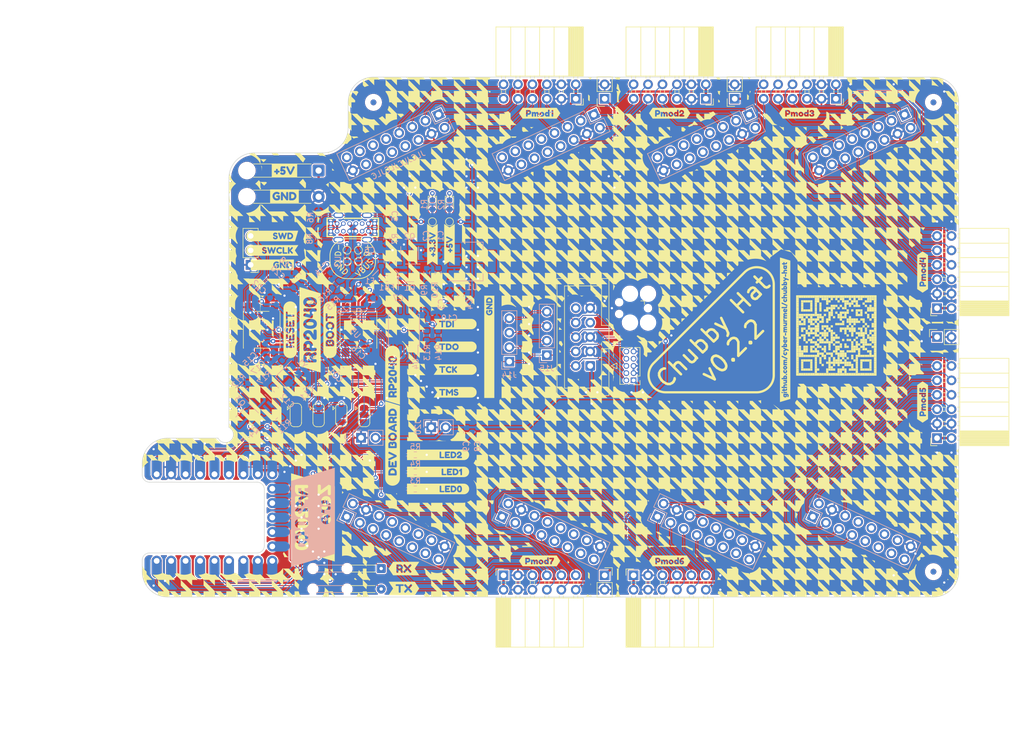
<source format=kicad_pcb>
(kicad_pcb (version 20221018) (generator pcbnew)
  (title_block (title "${title}") (date "2023-01-29") (rev "${revision}") (comment 1 "${repo}"))
  (layers (0 "F.Cu" signal) (31 "B.Cu" signal) (34 "B.Paste" user) (35 "F.Paste" user) (36 "B.SilkS" user "B.Silkscreen") (37 "F.SilkS" user "F.Silkscreen") (38 "B.Mask" user) (39 "F.Mask" user) (44 "Edge.Cuts" user))
  (property "author" "marble")
  (property "company" "")
  (property "pid" "")
  (property "repo" "github.com/cyber-murmel/chubby-hat")
  (property "revision" "0.2.2")
  (property "title" "Chubby Hat")
  (net 0 "")
  (net 1 "GND")
  (net 2 "+5V")
  (net 3 "VDD")
  (net 4 "VBUS")
  (net 5 "/RP2040/XIN")
  (net 6 "/RP2040/DVDD")
  (net 7 "/RP2040/VREG_OUT")
  (net 8 "/RP2040/VREG_IN")
  (net 9 "Earth")
  (net 10 "+3V3")
  (net 11 "/Type C USB 2.0/D+")
  (net 12 "/Type C USB 2.0/D-")
  (net 13 "/RP2040/~{USB_BOOT}")
  (net 14 "/RP2040/QSPI.~{CS}")
  (net 15 "/RP2040/D+")
  (net 16 "/RP2040/USB.D+")
  (net 17 "/RP2040/USB.D-")
  (net 18 "/RP2040/D-")
  (net 19 "/RP2040/XOUT")
  (net 20 "/RP2040/QSPI.IO1")
  (net 21 "/RP2040/QSPI.IO2")
  (net 22 "/RP2040/QSPI.IO0")
  (net 23 "/RP2040/QSPI.CLK")
  (net 24 "/RP2040/QSPI.IO3")
  (net 25 "/RP2040/GPIO1")
  (net 26 "/RP2040/GPIO2")
  (net 27 "/RP2040/GPIO3")
  (net 28 "/RP2040/GPIO6")
  (net 29 "/RP2040/GPIO7")
  (net 30 "/RP2040/GPIO8")
  (net 31 "/RP2040/GPIO9")
  (net 32 "/RP2040/GPIO10")
  (net 33 "/Pmod1_IO4")
  (net 34 "/Pmod1_IO8")
  (net 35 "/Pmod1_IO3")
  (net 36 "/Pmod1_IO7")
  (net 37 "/Pmod1_IO2")
  (net 38 "/Pmod1_IO6")
  (net 39 "/Pmod1_IO1")
  (net 40 "/Pmod1_IO5")
  (net 41 "/Pmod2_IO6")
  (net 42 "/Pmod2_IO4")
  (net 43 "/Pmod2_IO2")
  (net 44 "/Pmod2_IO7")
  (net 45 "/Pmod2_IO8")
  (net 46 "/Pmod2_IO3")
  (net 47 "/Pmod3_IO7")
  (net 48 "/Pmod2_IO1")
  (net 49 "/Pmod3_IO3")
  (net 50 "/Pmod3_IO8")
  (net 51 "/Pmod2_IO5")
  (net 52 "/Pmod3_IO4")
  (net 53 "/Pmod4_IO8")
  (net 54 "/Pmod3_IO2")
  (net 55 "/Pmod4_IO4")
  (net 56 "/Pmod3_IO5")
  (net 57 "/Pmod3_IO6")
  (net 58 "/Pmod3_IO1")
  (net 59 "/Pmod4_IO5")
  (net 60 "/Pmod4_IO3")
  (net 61 "/Pmod4_IO1")
  (net 62 "/Pmod4_IO6")
  (net 63 "/Pmod4_IO7")
  (net 64 "/Pmod4_IO2")
  (net 65 "/Pmod5_IO7")
  (net 66 "/Pmod5_IO2")
  (net 67 "/Pmod5_IO3")
  (net 68 "/Pmod5_IO8")
  (net 69 "/Pmod5_IO6")
  (net 70 "/Pmod5_IO4")
  (net 71 "/Pmod5_IO5")
  (net 72 "/Pmod6_IO4")
  (net 73 "/Pmod5_IO1")
  (net 74 "/Pmod6_IO7")
  (net 75 "/Pmod6_IO8")
  (net 76 "/Pmod6_IO3")
  (net 77 "/Pmod6_IO5")
  (net 78 "/Pmod7_IO4")
  (net 79 "/Pmod6_IO1")
  (net 80 "/Pmod6_IO6")
  (net 81 "/Pmod7_IO8")
  (net 82 "/Pmod6_IO2")
  (net 83 "/Pmod7_IO5")
  (net 84 "/Pmod7_IO3")
  (net 85 "/Pmod7_IO1")
  (net 86 "/Pmod7_IO6")
  (net 87 "/Pmod7_IO7")
  (net 88 "/Pmod7_IO2")
  (net 89 "/RP2040/GPIO13")
  (net 90 "/RP2040/GPIO15")
  (net 91 "/RP2040/SWD.SWCLK")
  (net 92 "/RP2040/SWD.SWD")
  (net 93 "/RP2040/GPIO16")
  (net 94 "/RP2040/GPIO17")
  (net 95 "/RP2040/GPIO18")
  (net 96 "/RP2040/GPIO19")
  (net 97 "/RP2040/GPIO20")
  (net 98 "/RP2040/GPIO21")
  (net 99 "/RP2040/GPIO22")
  (net 100 "/RP2040/GPIO23")
  (net 101 "/RP2040/GPIO24")
  (net 102 "/RP2040/GPIO25")
  (net 103 "/RP2040/GPIO26")
  (net 104 "/RP2040/GPIO27")
  (net 105 "/RP2040/GPIO28")
  (net 106 "/RP2040/GPIO29")
  (net 108 "/Type C USB 2.0/VBUS_FB1")
  (net 109 "+5V_{module}")
  (net 112 "/Type C USB 2.0/CC1")
  (net 113 "/Type C USB 2.0/CC2")
  (net 167 "/RP2040/RUN")
  (net 173 "/JTAG_{DevBoard}.TMS")
  (net 174 "/JTAG_{DevBoard}.TCK")
  (net 175 "/JTAG_{DevBoard}.TDO")
  (net 176 "/JTAG_{DevBoard}.TDI")
  (net 177 "/RP2040/GPIO12")
  (net 178 "/RP2040/GPIO11")
  (net 179 "/RP2040/GPIO0")
  (net 180 "/RP2040/GPIO14")
  (net 181 "/RP2040/GPIO5")
  (net 182 "/RP2040/GPIO4")
  (net 183 "/JTAG.TDI")
  (net 184 "/JTAG.TDO")
  (net 185 "/JTAG.TCK")
  (net 186 "/JTAG.TMS")
  (net 187 "Net-(C12-Pad1)")
  (net 196 "/Type C USB 2.0/VBUS_F1")
  (net 197 "Net-(D1-Pad1)")
  (net 198 "Net-(D2-Pad1)")
  (net 199 "Net-(D3-Pad1)")
  (net 201 "Net-(Q1-Pad1)")
  (net 202 "Net-(Q1-Pad2)")
  (net 203 "Net-(Q3-Pad1)")
  (net 204 "Net-(Q3-Pad2)")
  (net 205 "Net-(D4-Pad1)")
  (net 206 "Net-(D5-Pad1)")
  (footprint "kibuzzard-63E586CE" (layer "F.Cu") (at 242.57 41.91)
    (fp_text reference "kibuzzard-63E586CE" hide)
    (fp_text value "G***" hide)
  )
  (footprint "LED_SMD:LED_0603_1608Metric" (layer "F.Cu") (at 175 108 180)
    (fp_text reference "D3")
    (fp_text value "LED")
  )
  (footprint "Fiducial:Fiducial_1mm_Mask3mm" (layer "F.Cu") (at 167.64 40.005)
    (fp_text reference "REF**" hide)
    (fp_text value "Fiducial_1mm_Mask3mm")
  )
  (footprint "TestPoint:TestPoint_Pad_D1.0mm" (layer "F.Cu") (at 185 83)
    (fp_text reference "TP7")
    (fp_text value "TDO" hide)
  )
  (footprint "LED_SMD:LED_0603_1608Metric" (layer "F.Cu") (at 175 102 180)
    (fp_text reference "D5")
    (fp_text value "LED")
  )
  (footprint "TestPoint:TestPoint_Pad_D1.0mm" (layer "F.Cu") (at 188 91)
    (fp_text reference "TP5")
    (fp_text value "GND")
  )
  (footprint "Connector_USB_Project:USB_C_Receptacle_HRO_TYPE-C-31-D-09" (layer "F.Cu") (at 164 62 180)
    (fp_text reference "J10")
    (fp_text value "USB_C_Receptacle_USB2.0")
  )
  (footprint "Connector_PinSocket_2.54mm:PinSocket_2x06_P2.54mm_Horizontal" (layer "F.Cu") (at 213.36 123.19 90)
    (fp_text reference "Pmod6" hide)
    (fp_text value "Pmod_02x06_Host")
  )
  (footprint "TestPoint:TestPoint_Pad_D1.0mm" (layer "F.Cu") (at 188 87)
    (fp_text reference "TP6")
    (fp_text value "GND")
  )
  (footprint "Connector_PinSocket_2.54mm:PinSocket_2x06_P2.54mm_Horizontal" (layer "F.Cu") (at 203.2 39.37 -90)
    (fp_text reference "Pmod1" hide)
    (fp_text value "Pmod_02x06_Host")
  )
  (footprint "TestPoint:TestPoint_Pad_D1.0mm" (layer "F.Cu") (at 188 79)
    (fp_text reference "TP4")
    (fp_text value "GND")
  )
  (footprint "TestPoint:TestPoint_Pad_D1.0mm" (layer "F.Cu") (at 185 79)
    (fp_text reference "TP8")
    (fp_text value "TDI" hide)
  )
  (footprint "kibuzzard-63E586F0" (layer "F.Cu") (at 196.85 120.65)
    (fp_text reference "kibuzzard-63E586F0" hide)
    (fp_text value "G***" hide)
  )
  (footprint "Module_Project:QT-Py" (layer "F.Cu") (at 137.16 113.03 90)
    (fp_text reference "A1" hide)
    (fp_text value "Adafruit_QT-Py_SAMD21")
  )
  (footprint "kibuzzard-63E586B9" (layer "F.Cu") (at 219.71 41.91)
    (fp_text reference "kibuzzard-63E586B9" hide)
    (fp_text value "G***" hide)
  )
  (footprint "TestPoint:TestPoint_Pad_D1.0mm" (layer "F.Cu") (at 163 66 -90)
    (fp_text reference "TP13")
    (fp_text value locked "D-")
  )
  (footprint "kibuzzard-63D6B78A" (layer "F.Cu") (at 157 113 90)
    (fp_text reference "kibuzzard-63D6B78A" hide)
    (fp_text value "G***" hide)
  )
  (footprint "kibuzzard-63E586E8" (layer "F.Cu") (at 219.71 120.65)
    (fp_text reference "kibuzzard-63E586E8" hide)
    (fp_text value "G***" hide)
  )
  (footprint "Connector_PinHeader_2.54mm:PinHeader_1x03_P2.54mm_Vertical" (layer "F.Cu") (at 146.05 68.58 180)
    (fp_text reference "J1")
    (fp_text value "RP2040.SWD")
  )
  (footprint "kibuzzard-63E664D7" (layer "F.Cu") (at 182 87)
    (fp_text reference "kibuzzard-63E664D7" hide)
    (fp_text value "G***" hide)
  )
  (footprint "Connector_PinSocket_2.54mm:PinSocket_2x06_P2.54mm_Horizontal" (layer "F.Cu") (at 248.92 39.37 -90)
    (fp_text reference "Pmod3" hide)
    (fp_text value "Pmod_02x06_Host")
  )
  (footprint "Connector_PinSocket_2.54mm:PinSocket_2x06_P2.54mm_Horizontal" (layer "F.Cu") (at 226.06 39.37 -90)
    (fp_text reference "Pmod2" hide)
    (fp_text value "Pmod_02x06_Host")
  )
  (footprint "TestPoint:TestPoint_Pad_D1.0mm" (layer "F.Cu") (at 185 91)
    (fp_text reference "TP9")
    (fp_text value "TMS" hide)
  )
  (footprint "kibuzzard-63E586DD" (layer "F.Cu") (at 264.16 92.71 90)
    (fp_text reference "kibuzzard-63E586DD" hide)
    (fp_text value "G***" hide)
  )
  (footprint "kibuzzard-63D6B25C" (layer "F.Cu") (at 160 80 90)
    (fp_text reference "kibuzzard-63D6B25C" hide)
    (fp_text value "G***" hide)
  )
  (footprint "Fiducial:Fiducial_1mm_Mask3mm" (layer "F.Cu") (at 266.065 40.005)
    (fp_text reference "REF**" hide)
    (fp_text value "Fiducial_1mm_Mask3mm")
  )
  (footprint "Connector_Wire:SolderWire-0.5sqmm_1x02_P4.6mm_D0.9mm_OD2.1mm_Relief" (layer "F.Cu") (at 158 52 -90)
    (fp_text reference "J17")
    (fp_text value "Conn_01x02")
  )
  (footprint "Connector:Tag-Connect_TC2030-IDC-FP_2x03_P1.27mm_Vertical" (layer "F.Cu") (at 213.36 76.2 180)
    (fp_text reference "J4")
    (fp_text value "TC2030")
  )
  (footprint "Connector_PinSocket_2.54mm:PinSocket_1x02_P2.54mm_Vertical" (layer "F.Cu") (at 266.7 81.279999 90)
    (fp_text reference "J6" hide)
    (fp_text value "5V")
  )
  (footprint "kibuzzard-63E586D5" (layer "F.Cu") (at 264.16 69.85 90)
    (fp_text reference "kibuzzard-63E586D5" hide)
    (fp_text value "G***" hide)
  )
  (footprint "Jumper:SolderJumper-3_P1.3mm_Bridged12_RoundedPad1.0x1.5mm" (layer "F.Cu") (at 158 95 -90)
    (fp_text reference locked "JP2")
    (fp_text value "JP_{TDO}")
  )
  (footprint "Connector_PinSocket_2.54mm:PinSocket_2x06_P2.54mm_Horizontal" (layer "F.Cu") (at 266.7 99.059999 180)
    (fp_text reference "Pmod5" hide)
    (fp_text value "Pmod_02x06_Host")
  )
  (footprint "Connector_PinSocket_2.54mm:PinSocket_1x02_P2.54mm_Vertical" (layer "F.Cu") (at 208.28 39.37 180)
    (fp_text reference "J8" hide)
    (fp_text value "5V")
  )
  (footprint "TestPoint:TestPoint_Pad_D1.0mm" (layer "F.Cu") (at 181 61 180)
    (fp_text reference "TP2")
    (fp_text value "+3.3V")
  )
  (footprint "TestPoint:TestPoint_Pad_D1.0mm" (layer "F.Cu") (at 165 66 90)
    (fp_text reference "TP14")
    (fp_text value locked "D+")
  )
  (footprint "Connector_PinSocket_2.54mm:PinSocket_1x02_P2.54mm_Vertical" (layer "F.Cu") (at 231.14 39.37 180)
    (fp_text reference "J7" hide)
    (fp_text value "5V")
  )
  (footprint "TestPoint:TestPoint_Pad_D1.0mm" (layer "F.Cu") (at 178 61 180)
    (fp_text reference "TP1")
    (fp_text value "+5V")
  )
  (footprint "kibuzzard-63D6CBA0" (layer "F.Cu") (at 171 100 90)
    (fp_text reference "kibuzzard-63D6CBA0" hide)
    (fp_text value "G***" hide)
  )
  (footprint "Connector_Wire:SolderWire-0.1sqmm_1x02_P3.6mm_D0.4mm_OD1mm_Relief2x" (layer "F.Cu") (at 169 122 -90)
    (fp_text reference "J5")
    (fp_text value "UART")
  )
  (footprint "kibuzzard-63E6D9E4" (layer "F.Cu") (at 179 105)
    (fp_text reference "kibuzzard-63E6D9E4" hide)
    (fp_text value "G***" hide)
  )
  (footprint "kibuzzard-63E664C7" (layer "F.Cu") (at 182 91)
    (fp_text reference "kibuzzard-63E664C7" hide)
    (fp_text value "G***" hide)
  )
  (footprint "LED_SMD:LED_0603_1608Metric" (layer "F.Cu") (at 181 58 -90)
    (fp_text reference "D2")
    (fp_text value "LED")
  )
  (footprint "kibuzzard-63D6B152" (layer "F.Cu") (at 173 125.5)
    (fp_text reference "kibuzzard-63D6B152" hide)
    (fp_text value "G***" hide)
  )
  (footprint "kibuzzard-63E6D9E9" (layer "F.Cu") (at 179 108)
    (fp_text reference "kibuzzard-63E6D9E9" hide)
    (fp_text value "G***" hide)
  )
  (footprint "Button_Switch_SMD:SW_Push_1P1T_NO_6x6mm_H9.5mm" (layer "F.Cu") (at 148 80 90)
    (fp_text reference "SW1" hide)
    (fp_text value "RUN")
  )
  (footprint "TestPoint:TestPoint_Pad_D1.0mm" (layer "F.Cu") (at 188 83)
    (fp_text reference "TP3")
    (fp_text value "GND")
  )
  (footprint "Connector_IDC:IDC-Header_2x05_P2.54mm_Vertical" (layer "F.Cu") (at 205.74 86.36 180)
    (fp_text reference "J2")
    (fp_text value "Conn_ARM_JTAG_SWD_10")
  )
  (footprint "kibuzzard-63E66495" (layer "F.Cu") (at 182 79)
    (fp_text reference "kibuzzard-63E66495" hide)
    (fp_text value "G***" hide)
  )
  (footprint "kibuzzard-63D6B260" (layer "F.Cu") (at 153 80 90)
    (fp_text reference "kibuzzard-63D6B260" hide)
    (fp_text value "G***" hide)
  )
  (footprint "LED_SMD:LED_0603_1608Metric" (layer "F.Cu") (at 178 58 -90)
    (fp_text reference "D1")
    (fp_text value "LED")
  )
  (footprint "kibuzzard-63E6D9D7" (layer "F.Cu") (at 179 102)
    (fp_text reference "kibuzzard-63E6D9D7" hide)
    (fp_text value "G***" hide)
  )
  (footprint "Connector_PinSocket_2.54mm:PinSocket_2x06_P2.54mm_Horizontal" (layer "F.Cu") (at 190.5 123.19 90)
    (fp_text reference "Pmod7" hide)
    (fp_text value "Pmod_02x06_Host")
  )
  (footprint "Connector_PinSocket_2.54mm:PinSocket_1x02_P2.54mm_Vertical" (layer "F.Cu") (at 208.28 123.19)
    (fp_text reference "J9" hide)
    (fp_text value "5V")
  )
  (footprint "TestPoint:TestPoint_Pad_D1.0mm" (layer "F.Cu") (at 185 87)
    (fp_text reference "TP10")
    (fp_text value "TCK" hide)
  )
  (footprint "kibuzzard-63E664A0" (layer "F.Cu") (at 182 83)
    (fp_text reference "kibuzzard-63E664A0" hide)
    (fp_text value "G***" hide)
  )
  (footprint "Connector_PinSocket_2.54mm:PinSocket_2x06_P2.54mm_Horizontal" (layer "F.Cu") (at 266.7 76.199999 180)
    (fp_text reference "Pmod4" hide)
    (fp_text value "Pmod_02x06_Host")
  )
  (footprint "Button_Switch_SMD:SW_Push_1P1T_NO_6x6mm_H9.5mm" (layer "F.Cu") (at 165 80 90)
    (fp_text reference "SW2" hide)
    (fp_text value "BOOT")
  )
  (footprint "kibuzzard-63E665A8" (layer "F.Cu") (at 149.86 63.5)
    (fp_text reference "kibuzzard-63E665A8" hide)
    (fp_text value "G***" hide)
  )
  (footprint "kibuzzard-63E5830C" (layer "F.Cu") (at 178 65 90)
    (fp_text reference "kibuzzard-63E5830C" hide)
    (fp_text value "G***" hide)
  )
  (footprint "kibuzzard-63E586AA" (layer "F.Cu") (at 196.85 41.91)
    (fp_text reference "kibuzzard-63E586AA" hide)
    (fp_text value "G***" hide)
  )
  (footprint "LED_SMD:LED_0603_1608Metric" (layer "F.Cu") (at 175 105 180)
    (fp_text reference "D4")
    (fp_text value "LED")
  )
  (footprint "kibuzzard-63E5252B" (layer "F.Cu") (at 152 52)
    (fp_text reference "kibuzzard-63E5252B" hide)
    (fp_text value "G***" hide)
  )
  (footprint "kibuzzard-63D6B171" (layer "F.Cu") (at 152 56.5)
    (fp_text reference "kibuzzard-63D6B171" hide)
    (fp_text value "G***" hide)
  )
  (footprint "Jumper:SolderJumper-3_P1.3mm_Bridged12_RoundedPad1.0x1.5mm" (layer "F.Cu") (at 166 95 -90)
    (fp_text reference locked "JP4")
    (fp_text value "JP_{TMS}")
  )
  (footprint "kibuzzard-63E665B7" (layer "F.Cu") (at 149.86 66.04)
    (fp_text reference "kibuzzard-63E665B7" hide)
    (fp_text value "G***" hide)
  )
  (footprint "Jumper:SolderJumper-3_P1.3mm_Bridged12_RoundedPad1.0x1.5mm" (layer "F.Cu") (at 154 95 -90)
    (fp_text reference locked "JP1")
    (fp_text value "JP_{TDI}")
  )
  (footprint "github.com_cyber-murmel_chubby-hat" (layer "F.Cu") (at 249 81 90)
    (fp_text reference "QR*****" hide)
    (fp_text value "github.com/cyber-murmel/chubby-hat")
  )
  (footprint "TestPoint:TestPoint_Pad_D1.0mm" (layer "F.Cu") (at 165 68 45)
    (fp_text reference "TP12")
    (fp_text value locked "VBUS")
  )
  (footprint "kibuzzard-63E5907B" (layer "F.Cu") (at 240 80 90)
    (fp_text reference "kibuzzard-63E5907B" hide)
    (fp_text value "G***" hide)
  )
  (footprint "Fiducial:Fiducial_1mm_Mask3mm" (layer "F.Cu") (at 266.065 122.555)
    (fp_text reference "REF**" hide)
    (fp_text value "Fiducial_1mm_Mask3mm")
  )
  (footprint "kibuzzard-63D6CBB9" (layer "F.Cu") (at 171 88.000001 90)
    (fp_text reference "kibuzzard-63D6CBB9" hide)
    (fp_text value "G***" hide)
  )
  (footprint "Connector_PinHeader_1.27mm:PinHeader_2x05_P1.27mm_Vertical" (layer "F.Cu") (at 213.36 88.899999 180)
    (fp_text reference "J3")
    (fp_text value "Conn_ARM_JTAG_SWD_10")
  )
  (footprint "TestPoint:TestPoint_Pad_D1.0mm" (layer "F.Cu") (at 163 68 -45)
    (fp_text reference "TP11")
    (fp_text value locked "GND")
  )
  (footprint "kibuzzard-63D6B15C" (layer "F.Cu") (at 173 122)
    (fp_text reference "kibuzzard-63D6B15C" hide)
    (fp_text value "G***" hide)
  )
  (footprint "kibuzzard-63D6B6FA" (layer "F.Cu") (at 156.5 80 90)
    (fp_text reference "kibuzzard-63D6B6FA" hide)
    (fp_text value "G***" hide)
  )
  (footprint "kibuzzard-63E67724" (layer "F.Cu") (at 149.86 68.58)
    (fp_text reference "kibuzzard-63E67724" hide)
    (fp_text value "G***" hide)
  )
  (footprint "Jumper:SolderJumper-3_P1.3mm_Bridged12_RoundedPad1.0x1.5mm" (layer "F.Cu") (at 162 95 -90)
    (fp_text reference locked "JP3")
    (fp_text value "JP_{TCK}")
  )
  (footprint "kibuzzard-63E58321" (layer "F.Cu") (at 188 83 90)
    (fp_text reference "kibuzzard-63E58321" hide)
    (fp_text value "G***" hide)
  )
  (footprint "kibuzzard-63E58302" (layer "F.Cu") (at 181 65 90)
    (fp_text reference "kibuzzard-63E58302" hide)
    (fp_text value "G***" hide)
  )
  (footprint "Crystal:Crystal_SMD_3225-4Pin_3.2x2.5mm" (layer "B.Cu") (at 153 88 45)
    (fp_text reference "Y1")
    (fp_text value "12M")
  )
  (footprint "Capacitor_SMD:C_0603_1608Metric" (layer "B.Cu") (at 170 60 90)
    (fp_text reference "C5")
    (fp_text value "100n")
  )
  (footprint "Connector_PinSocket_2.54mm:PinSocket_2x08_P2.54mm_Vertical" (layer "B.Cu") (at 190.260848 112.881847 -115)
    (fp_text reference "J13" hide)
    (fp_text value "HUB75")
  )
  (footprint "Resistor_SMD:R_0603_1608Metric" (layer "B.Cu") (at 161 72 -135)
    (fp_text reference "R16")
    (fp_text value "27")
  )
  (footprint "Resistor_SMD:R_0603_1608Metric" (layer "B.Cu") (at 181 58 -90)
    (fp_text reference "R2")
    (fp_text value "5.1k")
  )
  (footprint "Resistor_SMD:R_0603_1608Metric" (layer "B.Cu") (at 158 64 90)
    (fp_text reference "R8")
    (fp_text value "5.1k")
  )
  (footprint "Connector_PinSocket_2.54mm:PinSocket_2x08_P2.54mm_Vertical" (layer "B.Cu") (at 244.870848 112.881847 -115)
    (fp_text reference "J22" hide)
    (fp_text value "HUB75")
  )
  (footprint "Connector_PinSocket_2.54mm:PinSocket_2x08_P2.54mm_Vertical" (layer "B.Cu") (at 233.68 42.164 115)
    (fp_text reference "J19" hide)
    (fp_text value "HUB75")
  )
  (footprint "Package_TO_SOT_SMD:SOT-23" (layer "B.Cu") (at 174 66 90)
    (fp_text reference "Q2")
    (fp_text value "AO3401A")
  )
  (footprint "Inductor_SMD:L_0603_1608Metric" (layer "B.Cu") (at 170 71 180)
    (fp_text reference "FB1")
    (fp_text value "600Ω@100MHz")
  )
  (footprint "NetTie:NetTie-2_SMD_Pad0.5mm" (layer "B.Cu") (at 155.5 69.5 -45)
    (fp_text reference "NT2" hide)
    (fp_text value "NetTie_2")
  )
  (footprint "Capacitor_SMD:C_0603_1608Metric" (layer "B.Cu") (at 148 83 -135)
    (fp_text reference "C15")
    (fp_text value "100n")
  )
  (footprint "Capacitor_SMD:C_0603_1608Metric" (layer "B.Cu") (at 186 98 90)
    (fp_text reference "C8")
    (fp_text value "1u")
  )
  (footprint "Capacitor_SMD:C_0603_1608Metric" (layer "B.Cu") (at 165 74 45)
    (fp_text reference "C19")
    (fp_text value "100n")
  )
  (footprint "Capacitor_SMD:C_0603_1608Metric" (layer "B.Cu") (at 167 75 45)
    (fp_text reference "C13")
    (fp_text value "100n")
  )
  (footprint "Capacitor_SMD:C_0603_1608Metric" (layer "B.Cu") (at 159.5 70.5 45)
    (fp_text reference "C14")
    (fp_text value "1u")
  )
  (footprint "Connector_PinSocket_2.54mm:PinSocket_2x08_P2.54mm_Vertical" (layer "B.Cu") (at 260.985 42.164 115)
    (fp_text reference "J23" hide)
    (fp_text value "HUB75")
  )
  (footprint "Capacitor_SMD:C_0603_1608Metric" (layer "B.Cu") (at 171 68 -90)
    (fp_text reference "C7")
    (fp_text value "1u")
  )
  (footprint "Package_TO_SOT_SMD:SOT-23-6" (layer "B.Cu") (at 164 68 90)
    (fp_text reference "U3")
    (fp_text value "USBLC6-2SC6")
  )
  (footprint "Resistor_SMD:R_0603_1608Metric" (layer "B.Cu") (at 170 64 90)
    (fp_text reference "R7")
    (fp_text value "5.1k")
  )
  (footprint "Fiducial:Fiducial_1mm_Mask3mm" (layer "B.Cu") (at 266.065 122.555 180)
    (fp_text reference "REF**" hide)
    (fp_text value "Fiducial_1mm_Mask3mm")
  )
  (footprint "Capacitor_SMD:C_0603_1608Metric" (layer "B.Cu") (at 166 83 -45)
    (fp_text reference "C16")
    (fp_text value "100n")
  )
  (footprint "Connector_PinHeader_2.54mm:PinHeader_1x02_P2.54mm_Vertical" (layer "B.Cu") (at 165.46 99 -90)
    (fp_text reference "J21")
    (fp_text value "V8.0")
  )
  (footprint "Connector_PinSocket_2.54mm:PinSocket_2x08_P2.54mm_Vertical" (layer "B.Cu") (at 162.955848 112.881847 -115)
    (fp_text reference "J11" hide)
    (fp_text value "HUB75")
  )
  (footprint "Capacitor_SMD:C_0603_1608Metric" (layer "B.Cu") (at 155 90 -135)
    (fp_text reference "C11")
    (fp_text value "36p")
  )
  (footprint "Package_DFN_QFN:QFN-56-1EP_7x7mm_P0.4mm_EP3.2x3.2mm" (layer "B.Cu") (at 157 80 135)
    (fp_text reference "U5")
    (fp_text value "RP2040")
  )
  (footprint "Capacitor_SMD:C_0603_1608Metric" (layer "B.Cu") (at 178 78)
    (fp_text reference "C10")
    (fp_text value "100n")
  )
  (footprint "Resistor_SMD:R_0603_1608Metric" (layer "B.Cu") (at 175 108 180)
    (fp_text reference "R3")
    (fp_text value "5.1k")
  )
  (footprint "Capacitor_SMD:C_0603_1608Metric" (layer "B.Cu") (at 167 68 90)
    (fp_text reference "C6")
    (fp_text value "100n")
  )
  (footprint "Resistor_SMD:R_0603_1608Metric" (layer "B.Cu") (at 151 96 45)
    (fp_text reference "R11")
    (fp_text value "10k")
  )
  (footprint "NetTie:NetTie-2_SMD_Pad0.5mm" (layer "B.Cu") (at 158.5 69.5 45)
    (fp_text reference "NT1" hide)
    (fp_text value "NetTie_2")
  )
  (footprint "Resistor_SMD:R_0603_1608Metric" (layer "B.Cu") (at 151 86 45)
    (fp_text reference "R17")
    (fp_text value "1k")
  )
  (footprint "Fiducial:Fiducial_1mm_Mask3mm" (layer "B.Cu") (at 266.065 40.005 180)
    (fp_text reference "REF**" hide)
    (fp_text value "Fiducial_1mm_Mask3mm")
  )
  (footprint "Connector_PinSocket_2.54mm:PinSocket_2x08_P2.54mm_Vertical" (layer "B.Cu") (at 217.565848 112.881847 -115)
    (fp_text reference "J18" hide)
    (fp_text value "HUB75")
  )
  (footprint "Package_SO:SOIC-8_5.23x5.23mm_P1.27mm" (layer "B.Cu") (at 173 80 90)
    (fp_text reference "U4")
    (fp_text value "P25Q40H-SSH-IT")
  )
  (footprint "Package_TO_SOT_SMD:SOT-223-3_TabPin2" (layer "B.Cu") (at 185 68)
    (fp_text reference "U1")
    (fp_text value "AMS1117-3.3")
  )
  (footprint "Fiducial:Fiducial_1mm_Mask3mm" (layer "B.Cu") (at 167.64 40.005 180)
    (fp_text reference "REF**" hide)
    (fp_text value "Fiducial_1mm_Mask3mm")
  )
  (footprint "Connector_PinSocket_2.54mm:PinSocket_2x08_P2.54mm_Vertical" (layer "B.Cu") (at 179.07 42.164 115)
    (fp_text reference "J12" hide)
    (fp_text value "HUB75")
  )
  (footprint "Package_SO:SC-74-6_1.5x2.9mm_P0.95mm" (layer "B.Cu") (at 174 70 180)
    (fp_text reference "Q1")
    (fp_text value "BC807DS,115")
  )
  (footprint "Connector_PinHeader_2.54mm:PinHeader_1x04_P2.54mm_Vertical" (layer "B.Cu") (at 198.12 84.455)
    (fp_text reference "J15")
    (fp_text value "v8.0")
  )
  (footprint "Resistor_SMD:R_0603_1608Metric" (layer "B.Cu") (at 179 81 -90)
    (fp_text reference "R14")
    (fp_text value "10k")
  )
  (footprint "Capacitor_SMD:C_0603_1608Metric" (layer "B.Cu") (at 149.5 84.5 -135)
    (fp_text reference "C17")
    (fp_text value "100n")
  )
  (footprint "Capacitor_SMD:C_0603_1608Metric" (layer "B.Cu") (at 150.5 90.5 -45)
    (fp_text reference "C12")
    (fp_text value "36p")
  )
  (footprint "Resistor_SMD:R_0603_1608Metric" (layer "B.Cu") (at 162.5 73.5 45)
    (fp_text reference "R15")
    (fp_text value "27")
  )
  (footprint "Capacitor_SMD:C_0603_1608Metric" (layer "B.Cu") (at 184 98 90)
    (fp_text reference "C9")
    (fp_text value "100n")
  )
  (footprint "Module_Project:RP2040-Zero" (layer "B.Cu") (at 139.7 113.03 -90)
    (fp_text reference "U2" hide)
    (fp_text value "RP2040-Zero")
  )
  (footprint "Resistor_SMD:R_0603_1608Metric" (layer "B.Cu") (at 169 68 -90)
    (fp_text reference "F1")
    (fp_text value "500mA")
  )
  (footprint "Package_TO_SOT_SMD:SOT-23" (layer "B.Cu") (at 145 96 -135)
    (fp_text reference "Q4")
    (fp_text value "AO3401A")
  )
  (footprint "Resistor_SMD:R_0603_1608Metric" (layer "B.Cu") (at 178 58 -90)
    (fp_text reference "R1")
    (fp_text value "5.1k")
  )
  (footprint "Capacitor_SMD:C_0603_1608Metric" (layer "B.Cu") (at 183 74 -90)
    (fp_text reference "C4")
    (fp_text value "100n")
  )
  (footprint "Connector_PinHeader_2.54mm:PinHeader_1x02_P2.54mm_Vertical" (layer "B.Cu") (at 177.8 97.155 -90)
    (fp_text reference "J20")
    (fp_text value "V7.0")
  )
  (footprint "Resistor_SMD:R_0603_1608Metric" (layer "B.Cu") (at 177 70 -90)
    (fp_text reference "R9")
    (fp_text value "10k")
  )
  (footprint "Connector_PinSocket_2.54mm:PinSocket_2x08_P2.54mm_Vertical" (layer "B.Cu") (at 206.375 42.164 115)
    (fp_text reference "J16" hide)
    (fp_text value "HUB75")
  )
  (footprint "Capacitor_SMD:C_0603_1608Metric" (layer "B.Cu") (at 154.5 70.5 135)
    (fp_text reference "C18")
    (fp_text value "1u")
  )
  (footprint "Capacitor_SMD:C_0603_1608Metric" (layer "B.Cu") (at 179 66 90)
    (fp_text reference "C1")
    (fp_text value "100n")
  )
  (footprint "Resistor_SMD:R_0603_1608Metric" (layer "B.Cu") (at 145 90 -135)
    (fp_text reference "R12")
    (fp_text value "47k")
  )
  (footprint "Connector_PinHeader_2.54mm:PinHeader_1x04_P2.54mm_Vertical" (layer "B.Cu") (at 191.516 85.598)
    (fp_text reference "J14")
    (fp_text value "v7.0")
  )
  (footprint "Capacitor_SMD:C_0603_1608Metric" (layer "B.Cu") (at 177 66 90)
    (fp_text reference "C2")
    (fp_text value "1u")
  )
  (footprint "Capacitor_SMD:C_0603_1608Metric" (layer "B.Cu") (at 162 87 -45)
    (fp_text reference "C21")
    (fp_text value "100n")
  )
  (footprint "Capacitor_SMD:C_0603_1608Metric" (layer "B.Cu") (at 181 74 -90)
    (fp_text reference "C3")
    (fp_text value "1u")
  )
  (footprint "Resistor_SMD:R_0603_1608Metric" (layer "B.Cu") (at 175 105 180)
    (fp_text reference "R4")
    (fp_text value "5.1k")
  )
  (footprint "Resistor_SMD:R_0603_1608Metric" (layer "B.Cu") (at 177 81 -90)
    (fp_text reference "R13")
    (fp_text value "1k")
  )
  (footprint "Package_SO:SC-74-6_1.5x2.9mm_P0.95mm" (layer "B.Cu") (at 148 93 -45)
    (fp_text reference "Q3")
    (fp_text value "BC807DS,115")
  )
  (footprint "Resistor_SMD:R_0603_1608Metric" (layer "B.Cu") (at 158 60 -90)
    (fp_text reference "R6")
    (fp_text value "1M")
  )
  (footprint "Capacitor_SMD:C_0603_1608Metric" (layer "B.Cu") (at 150 75 135)
    (fp_text reference "C22")
    (fp_text value "100n")
  )
  (footprint "Resistor_SMD:R_0603_1608Metric" (layer "B.Cu") (at 179 70 90)
    (fp_text reference "R10")
    (fp_text value "47k")
  )
  (footprint "kibuzzard-63D6B79B" (layer "B.Cu") (at 157 113 -90)
    (fp_text reference "kibuzzard-63D6B79B" hide)
    (fp_text value "G***" hide)
  )
  (footprint "Capacitor_SMD:C_0603_1608Metric" (layer "B.Cu") (at 153 72 135)
    (fp_text reference "C20")
    (fp_text value "100n")
  )
  (footprint "Resistor_SMD:R_0603_1608Metric" (layer "B.Cu") (at 175 102 180)
    (fp_text reference "R5")
    (fp_text value "5.1k")
  )
  (gr_line (start 172 70) (end 171.5 69.5) (stroke (width 0.15)) (layer "B.SilkS"))
  (gr_line (start 168.5 69.5) (end 167.5 70.5) (stroke (width 0.15)) (layer "B.SilkS"))
  (gr_line (start 172 73) (end 172 70) (stroke (width 0.15)) (layer "B.SilkS"))
  (gr_poly (pts (xy 261.774995 66.309402) (xy 261.774995 66) (xy 261.940995 66)) (fill solid) (layer "F.SilkS"))
  (gr_poly (pts (xy 255.774995 106) (xy 255.774995 107) (xy 256.774995 108) (xy 255.774995 108) (xy 255.774995 109) (xy 254.775002 108) (xy 253.775002 108) (xy 251.775002 106) (xy 252.775002 106) (xy 253.775002 107) (xy 253.775002 106) (xy 254.775002 106) (xy 253.775002 105) (xy 253.775002 104)) (fill solid) (layer "F.SilkS"))
  (gr_poly (pts (xy 207.775002 77) (xy 207.774705 76.999699) (xy 207.775002 76.998798)) (fill solid) (layer "F.SilkS"))
  (gr_poly (pts (xy 162.486905 115.418999) (xy 162.764207 115.516502) (xy 162.783208 115.521202) (xy 163.232007 115.540703) (xy 163.255807 115.568604) (xy 163.422307 115.7351) (xy 163.529706 115.826798) (xy 163.720105 115.965202) (xy 163.776906 116) (xy 163.775006 116) (xy 163.775006 117) (xy 162.775006 116) (xy 162.117505 116) (xy 162.117505 115.246796)) (fill solid) (layer "F.SilkS"))
  (gr_poly (pts (xy 185.388406 74.6134) (xy 185.388406 75.613399) (xy 183.775006 74) (xy 184.775006 74)) (fill solid) (layer "F.SilkS"))
  (gr_poly (pts (xy 263.774995 82) (xy 263.774995 83) (xy 264.774995 84) (xy 263.774995 84) (xy 263.774995 85) (xy 262.774995 84) (xy 261.774995 84) (xy 259.774995 82) (xy 260.774995 82) (xy 261.774995 83) (xy 261.774995 82) (xy 262.774995 82) (xy 261.774995 81) (xy 261.774995 80)) (fill solid) (layer "F.SilkS"))
  (gr_poly (pts (xy 235.775002 50) (xy 235.775002 51) (xy 236.775002 52) (xy 235.775002 52) (xy 235.775002 53) (xy 234.775002 52) (xy 233.775002 52) (xy 231.775002 50) (xy 232.775002 50) (xy 233.775002 51) (xy 233.775002 50) (xy 234.775002 50) (xy 233.775002 49) (xy 233.775002 48)) (fill solid) (layer "F.SilkS"))
  (gr_poly (pts (xy 227.775002 93) (xy 227.278001 92.5028) (xy 227.775002 92.5028)) (fill solid) (layer "F.SilkS"))
  (gr_poly (pts (xy 245.485001 46.709702) (xy 245.445 46.7388) (xy 245.336999 46.830498) (xy 245.171006 46.996902) (xy 245.079003 47.104301) (xy 244.995004 47.2201) (xy 243.775002 46) (xy 244.775002 46)) (fill solid) (layer "F.SilkS"))
  (gr_poly (pts (xy 171.775006 66) (xy 171.775006 67) (xy 172.775006 68) (xy 171.775006 68) (xy 171.775006 69) (xy 170.775006 68) (xy 169.775006 68) (xy 169.275006 67.5) (xy 169.275006 67.0028) (xy 169.274808 66.981697) (xy 169.272507 66.8134) (xy 169.263207 66.666496) (xy 169.240605 66.465599) (xy 169.775006 67) (xy 169.775006 66) (xy 170.775006 66) (xy 169.775006 65) (xy 169.775006 64)) (fill solid) (layer "F.SilkS"))
  (gr_poly (pts (xy 251.775002 58) (xy 251.775002 59) (xy 252.775002 60) (xy 251.775002 60) (xy 251.775002 61) (xy 250.775002 60) (xy 249.775002 60) (xy 247.775002 58) (xy 248.775002 58) (xy 249.775002 59) (xy 249.775002 58) (xy 250.775002 58) (xy 249.775002 57) (xy 249.775002 56)) (fill solid) (layer "F.SilkS"))
  (gr_poly (pts (xy 200.6605 78.114498) (xy 200.627503 78.251801) (xy 200.590699 78.484402) (xy 200.579606 78.625198) (xy 200.579606 78.8046) (xy 199.991906 78.2169) (xy 199.9759 78.185501) (xy 199.9283 78.1078) (xy 199.9759 78.030102) (xy 199.991204 78) (xy 200.697701 78)) (fill solid) (layer "F.SilkS"))
  (gr_poly (pts (xy 236.775002 120) (xy 235.984002 120) (xy 236.032006 119.9655) (xy 236.139001 119.873802) (xy 236.306001 119.707298) (xy 236.387002 119.6119)) (fill solid) (layer "F.SilkS"))
  (gr_poly (pts (xy 254.278008 72.5028) (xy 253.775002 72.5028) (xy 253.775002 72)) (fill solid) (layer "F.SilkS"))
  (gr_poly (pts (xy 217.775002 82.638901) (xy 217.775002 82) (xy 218.413903 82)) (fill solid) (layer "F.SilkS"))
  (gr_poly (pts (xy 142.39691 52.621902) (xy 142.432508 52.770104) (xy 142.505209 52.993896) (xy 142.586309 53.189697) (xy 142.693209 53.399498) (xy 142.803908 53.580101) (xy 142.942208 53.7705) (xy 143.079808 53.931603) (xy 143.246108 54.0979) (xy 143.407208 54.235497) (xy 143.499808 54.302803) (xy 143.407308 54.370003) (xy 143.246209 54.507599) (xy 143.079808 54.674004) (xy 142.942208 54.835098) (xy 142.803908 55.025497) (xy 142.693209 55.2061) (xy 142.586309 55.416) (xy 142.505209 55.611702) (xy 142.432508 55.835403) (xy 142.393009 56) (xy 142.240009 56) (xy 142.240009 54) (xy 142.775009 54) (xy 142.240009 53.464996) (xy 142.240009 53.342796) (xy 142.242309 53.137398) (xy 142.280208 52.728401) (xy 142.315409 52.540398)) (fill solid) (layer "F.SilkS"))
  (gr_poly (pts (xy 203.775002 49) (xy 203.585404 48.810402) (xy 203.602006 48.803497) (xy 203.775002 48.715301)) (fill solid) (layer "F.SilkS"))
  (gr_poly (pts (xy 269.774995 47) (xy 269.774995 46) (xy 270.509995 46) (xy 270.509995 48) (xy 269.774995 48) (xy 267.774995 46) (xy 268.774995 46)) (fill solid) (layer "F.SilkS"))
  (gr_poly (pts (xy 179.775006 38) (xy 179.775006 39) (xy 180.775006 40) (xy 180.375806 40) (xy 180.067906 39.717796) (xy 180.051206 39.707703) (xy 179.500806 39.507599) (xy 179.481507 39.504601) (xy 178.898408 39.529999) (xy 178.879506 39.534599) (xy 178.601006 39.6324) (xy 177.812806 40) (xy 177.775006 40) (xy 175.775006 38) (xy 176.775006 38) (xy 177.775006 39) (xy 177.775006 38) (xy 178.775006 38) (xy 177.775006 37) (xy 177.775006 36)) (fill solid) (layer "F.SilkS"))
  (gr_poly (pts (xy 231.775002 58) (xy 231.775002 59) (xy 232.775002 60) (xy 231.775002 60) (xy 231.775002 61) (xy 230.775002 60) (xy 229.775002 60) (xy 227.775002 58) (xy 228.775002 58) (xy 229.775002 59) (xy 229.775002 58) (xy 230.775002 58) (xy 229.775002 57) (xy 229.775002 56)) (fill solid) (layer "F.SilkS"))
  (gr_poly (pts (xy 247.775002 102) (xy 247.775002 103) (xy 248.775002 104) (xy 247.775002 104) (xy 247.775002 105) (xy 246.775002 104) (xy 245.775002 104) (xy 243.775002 102) (xy 244.775002 102) (xy 245.775002 103) (xy 245.775002 102) (xy 246.775002 102) (xy 245.775002 101) (xy 245.775002 100)) (fill solid) (layer "F.SilkS"))
  (gr_poly (pts (xy 187.775006 54) (xy 187.775006 55) (xy 188.775006 56) (xy 187.775006 56) (xy 187.775006 57) (xy 186.775006 56) (xy 185.775006 56) (xy 183.775006 54) (xy 184.775006 54) (xy 185.775006 55) (xy 185.775006 54) (xy 186.775006 54) (xy 185.775006 53) (xy 185.775006 52)) (fill solid) (layer "F.SilkS"))
  (gr_poly (pts (xy 176.766908 78.921501) (xy 176.821107 79.0028) (xy 176.803807 79.028801) (xy 175.775006 78) (xy 176.639905 78)) (fill solid) (layer "F.SilkS"))
  (gr_poly (pts (xy 210.7408 36.965797) (xy 210.750703 37.091301) (xy 210.787499 37.323898) (xy 210.820504 37.461197) (xy 210.893205 37.684998) (xy 210.947305 37.815399) (xy 211.054101 38.025101) (xy 211.101701 38.102798) (xy 211.054101 38.180496) (xy 210.947305 38.390198) (xy 210.893205 38.520699) (xy 210.820504 38.7444) (xy 210.787499 38.881798) (xy 210.750703 39.114304) (xy 210.739602 39.255096) (xy 210.739602 39.490501) (xy 210.750703 39.631302) (xy 210.787499 39.8638) (xy 210.820504 40.001099) (xy 210.841805 40.066803) (xy 210.775002 40) (xy 210.455003 40) (xy 210.455003 38.522797) (xy 210.426301 38.230698) (xy 210.422501 38.211502) (xy 210.334801 38) (xy 210.775002 38) (xy 210.3368 37.561798) (xy 210.3695 37.461197) (xy 210.402505 37.323898) (xy 210.439301 37.091301) (xy 210.450402 36.9505) (xy 210.450402 36.715103) (xy 210.446999 36.671997)) (fill solid) (layer "F.SilkS"))
  (gr_poly (pts (xy 243.775002 106) (xy 243.775002 107) (xy 244.775002 108) (xy 243.775002 108) (xy 243.775002 109) (xy 242.775002 108) (xy 241.775002 108) (xy 239.775002 106) (xy 240.775002 106) (xy 241.775002 107) (xy 241.775002 106) (xy 242.775002 106) (xy 241.775002 105) (xy 241.775002 104)) (fill solid) (layer "F.SilkS"))
  (gr_poly (pts (xy 160.383305 50.171799) (xy 160.416306 50.309097) (xy 160.489106 50.533096) (xy 160.543107 50.663597) (xy 160.650006 50.873398) (xy 160.652608 50.877602) (xy 160.180207 50.405197) (xy 159.901707 50) (xy 160.356107 50)) (fill solid) (layer "F.SilkS"))
  (gr_poly (pts (xy 245.875001 116.099701) (xy 247.775002 118) (xy 247.775002 119) (xy 248.775002 120) (xy 247.775002 120) (xy 247.775002 121) (xy 246.775002 120) (xy 245.775002 120) (xy 243.775002 118) (xy 244.775002 118) (xy 245.775002 119) (xy 245.775002 118) (xy 246.775002 118) (xy 245.775002 117) (xy 245.775002 116.048897)) (fill solid) (layer "F.SilkS"))
  (gr_poly (pts (xy 179.775006 94) (xy 179.775006 94.7864) (xy 179.624207 94.810299) (xy 179.486806 94.8433) (xy 179.262807 94.916) (xy 179.151406 94.9622) (xy 178.736306 94.790298) (xy 178.717107 94.786499) (xy 178.425008 94.757801) (xy 177.775006 94.757801) (xy 177.775006 94) (xy 178.775006 94) (xy 178.207806 93.4328) (xy 179.207807 93.4328)) (fill solid) (layer "F.SilkS"))
  (gr_poly (pts (xy 149.752608 102.9776) (xy 149.517308 102.9776) (xy 149.370309 102.989197) (xy 149.137908 103.026001) (xy 148.994508 103.060402) (xy 148.874408 103.099396) (xy 147.775008 102) (xy 148.775008 102)) (fill solid) (layer "F.SilkS"))
  (gr_poly (pts (xy 160.384107 98.005402) (xy 160.569608 98.112202) (xy 160.697106 98.174) (xy 160.895806 98.2533) (xy 160.909306 98.257599) (xy 161.072106 98.2971) (xy 161.775006 99) (xy 161.775006 98.352798) (xy 162.025006 98.352798) (xy 162.131406 98.348999) (xy 162.138505 98.348499) (xy 162.244904 98.337101) (xy 162.385205 98.317001) (xy 162.592206 98.272301) (xy 162.605805 98.268299) (xy 162.807008 98.193699) (xy 162.835008 98.180901) (xy 162.835008 99.852798) (xy 162.857606 100.082596) (xy 162.775006 100) (xy 161.775006 100) (xy 159.775006 98) (xy 160.376107 98)) (fill solid) (layer "F.SilkS"))
  (gr_poly (pts (xy 189.775006 55) (xy 189.775006 54) (xy 189.81281 54) (xy 189.917004 54.063904) (xy 190.126607 54.1707) (xy 190.257108 54.224701) (xy 190.480908 54.297501) (xy 190.618306 54.330399) (xy 190.8508 54.367302) (xy 190.991601 54.378403) (xy 191.227006 54.378403) (xy 191.367699 54.367302) (xy 191.600304 54.330399) (xy 191.737603 54.297501) (xy 191.775002 54.285301) (xy 191.775002 55) (xy 192.775002 56) (xy 191.775002 56) (xy 191.775002 57) (xy 190.775006 56) (xy 189.775006 56) (xy 187.775006 54) (xy 188.775006 54)) (fill solid) (layer "F.SilkS"))
  (gr_poly (pts (xy 219.775002 118) (xy 219.775002 118.198196) (xy 217.775002 118.198196) (xy 217.775002 118) (xy 218.775002 118) (xy 217.775002 117) (xy 217.775002 116)) (fill solid) (layer "F.SilkS"))
  (gr_poly (pts (xy 203.775002 110) (xy 203.775002 111) (xy 204.775002 112) (xy 203.775002 112) (xy 203.775002 113) (xy 202.775002 112) (xy 201.775002 112) (xy 199.775002 110) (xy 200.775002 110) (xy 201.775002 111) (xy 201.775002 110) (xy 202.775002 110) (xy 201.775002 109) (xy 201.775002 108)) (fill solid) (layer "F.SilkS"))
  (gr_poly (pts (xy 191.775002 89) (xy 190.775803 88.000801) (xy 191.775002 88.000801)) (fill solid) (layer "F.SilkS"))
  (gr_poly (pts (xy 269.774995 39) (xy 269.774995 38) (xy 270.028001 38) (xy 270.132996 38.211403) (xy 270.281999 38.594498) (xy 270.393998 38.989601) (xy 270.470002 39.393402) (xy 270.507996 39.802399) (xy 270.509995 40) (xy 269.774995 40) (xy 268.586991 38.811699) (xy 268.561997 38.7528) (xy 268.454987 38.543098) (xy 268.332002 38.3424) (xy 268.194001 38.152) (xy 268.063996 38) (xy 268.774995 38)) (fill solid) (layer "F.SilkS"))
  (gr_poly (pts (xy 231.775002 93) (xy 231.278001 92.5028) (xy 231.775002 92.5028)) (fill solid) (layer "F.SilkS"))
  (gr_poly (pts (xy 171.775006 54) (xy 171.775006 55) (xy 172.775006 56) (xy 171.775006 56) (xy 171.775006 57) (xy 170.775006 56) (xy 169.775006 56) (xy 167.775006 54) (xy 168.775006 54) (xy 169.775006 55) (xy 169.775006 54) (xy 170.775006 54) (xy 169.775006 53) (xy 169.775006 52)) (fill solid) (layer "F.SilkS"))
  (gr_poly (pts (xy 211.775002 66) (xy 211.775002 67) (xy 212.775002 68) (xy 211.775002 68) (xy 211.775002 69) (xy 210.775002 68) (xy 209.775002 68) (xy 207.775002 66) (xy 208.775002 66) (xy 209.775002 67) (xy 209.775002 66) (xy 210.775002 66) (xy 209.775002 65) (xy 209.775002 64)) (fill solid) (layer "F.SilkS"))
  (gr_poly (pts (xy 251.775002 42) (xy 251.775002 43) (xy 252.320001 43.5448) (xy 252.243005 43.610199) (xy 252.077004 43.776604) (xy 251.985009 43.884003) (xy 251.901009 44) (xy 251.775002 44) (xy 251.775002 44.073502) (xy 251.670007 44.065201) (xy 251.433999 44.065201) (xy 251.293008 44.076302) (xy 251.060998 44.113098) (xy 250.924004 44.146103) (xy 250.922006 44.146698) (xy 250.775002 44) (xy 249.775002 44) (xy 247.775002 42) (xy 248.775002 42) (xy 249.775002 43) (xy 249.775002 42) (xy 250.775002 42) (xy 250.321999 41.547401) (xy 250.396996 41.516403) (xy 250.413003 41.505501) (xy 250.827004 41.092102) (xy 250.838006 41.075897) (xy 250.842004 41.066803)) (fill solid) (layer "F.SilkS"))
  (gr_poly (pts (xy 263.105988 121.331001) (xy 263.028001 121.520302) (xy 262.954987 121.744102) (xy 262.899995 121.973) (xy 262.862992 122.205399) (xy 262.845002 122.440048) (xy 262.845002 122.675552) (xy 262.862992 122.910217) (xy 262.899995 123.142639) (xy 262.954987 123.371506) (xy 263.028001 123.595322) (xy 263.117997 123.81279) (xy 263.224992 124.022583) (xy 263.347993 124.223267) (xy 263.485993 124.413643) (xy 263.638993 124.592621) (xy 263.774995 124.728912) (xy 263.774995 125) (xy 262.774995 124) (xy 261.774995 124) (xy 260.562989 122.787933) (xy 260.641999 122.794174) (xy 260.877992 122.794174) (xy 261.018998 122.783081) (xy 261.250993 122.746307) (xy 261.388001 122.713348) (xy 261.46399 122.688782) (xy 261.774995 123) (xy 261.774995 122.570038) (xy 261.951997 122.479637) (xy 262.072999 122.405853) (xy 262.263001 122.267532) (xy 262.370988 122.175812) (xy 262.536988 122.009369) (xy 262.544999 122) (xy 262.774995 122) (xy 262.648988 121.874) (xy 262.766999 121.711601) (xy 262.840989 121.591202) (xy 262.947999 121.381401) (xy 263.002 121.250999) (xy 263.007996 121.232697)) (fill solid) (layer "F.SilkS"))
  (gr_poly (pts (xy 167.775006 106) (xy 167.775006 107) (xy 168.433705 107.658699) (xy 168.494706 107.75) (xy 168.570306 107.851997) (xy 168.663705 107.965698) (xy 168.694707 108) (xy 167.775006 108) (xy 167.775006 109) (xy 166.775006 108) (xy 165.775006 108) (xy 163.775006 106) (xy 164.775006 106) (xy 165.775006 107) (xy 165.775006 106) (xy 166.775006 106) (xy 165.775006 105) (xy 165.775006 104)) (fill solid) (layer "F.SilkS"))
  (gr_poly (pts (xy 269.774995 51) (xy 269.774995 50) (xy 270.509995 50) (xy 270.509995 52) (xy 269.774995 52) (xy 267.774995 50) (xy 268.774995 50)) (fill solid) (layer "F.SilkS"))
  (gr_poly (pts (xy 191.775002 94) (xy 191.775002 95) (xy 192.775002 96) (xy 191.775002 96) (xy 191.775002 97) (xy 190.775006 96) (xy 189.775006 96) (xy 187.775006 94) (xy 188.775006 94) (xy 189.775006 95) (xy 189.775006 94) (xy 190.775006 94) (xy 189.775006 93) (xy 189.775006 92.386002) (xy 189.968007 92.193001)) (fill solid) (layer "F.SilkS"))
  (gr_poly (pts (xy 242.208001 112.433197) (xy 242.111001 112.640701) (xy 242.014001 112.917999) (xy 242.009004 112.936996) (xy 241.997003 113.221901) (xy 241.775002 113) (xy 241.775002 112)) (fill solid) (layer "F.SilkS"))
  (gr_poly (pts (xy 207.775002 94) (xy 207.775002 95) (xy 208.775002 96) (xy 207.775002 96) (xy 207.775002 97) (xy 206.775002 96) (xy 205.775002 96) (xy 203.775002 94) (xy 204.775002 94) (xy 205.775002 95) (xy 205.775002 94) (xy 206.775002 94) (xy 205.775002 93) (xy 205.775002 92)) (fill solid) (layer "F.SilkS"))
  (gr_poly (pts (xy 195.775002 44.366798) (xy 195.749604 44.3797) (xy 195.629205 44.453499) (xy 195.438699 44.591904) (xy 195.400002 44.625) (xy 195.139199 44.364197) (xy 195.775002 44.364197)) (fill solid) (layer "F.SilkS"))
  (gr_poly (pts (xy 203.775002 94) (xy 203.775002 95) (xy 204.775002 96) (xy 203.775002 96) (xy 203.775002 97) (xy 202.775002 96) (xy 201.775002 96) (xy 199.775002 94) (xy 200.775002 94) (xy 201.775002 95) (xy 201.775002 94) (xy 202.775002 94) (xy 201.775002 93) (xy 201.775002 92)) (fill solid) (layer "F.SilkS"))
  (gr_poly (pts (xy 243.775002 118) (xy 243.775002 119) (xy 244.775002 120) (xy 243.775002 120) (xy 243.775002 121) (xy 242.775002 120) (xy 241.775002 120) (xy 239.775002 118) (xy 240.775002 118) (xy 241.775002 119) (xy 241.775002 118) (xy 242.775002 118) (xy 241.775002 117) (xy 241.775002 116)) (fill solid) (layer "F.SilkS"))
  (gr_poly (pts (xy 259.774995 62) (xy 259.774995 63) (xy 260.774995 64) (xy 259.774995 64) (xy 259.774995 65) (xy 258.774995 64) (xy 257.774995 64) (xy 255.774995 62) (xy 256.774995 62) (xy 257.774995 63) (xy 257.774995 62) (xy 258.774995 62) (xy 257.774995 61) (xy 257.774995 60)) (fill solid) (layer "F.SilkS"))
  (gr_poly (pts (xy 157.775008 63) (xy 157.775008 62) (xy 158.097907 62) (xy 158.098807 62.0028) (xy 158.038508 62.188599) (xy 158.02201 62.257301) (xy 157.985209 62.489799) (xy 157.979609 62.560204) (xy 157.979609 62.795502) (xy 157.985209 62.865898) (xy 158.021907 63.098297) (xy 158.038409 63.166901) (xy 158.111209 63.390801) (xy 158.138209 63.4561) (xy 158.245208 63.666) (xy 158.282008 63.726196) (xy 158.420207 63.916397) (xy 158.466109 63.9701) (xy 158.496009 64) (xy 157.775008 64) (xy 155.775008 62) (xy 156.775008 62)) (fill solid) (layer "F.SilkS"))
  (gr_poly (pts (xy 253.363 119.525902) (xy 253.59501 119.562798) (xy 253.736001 119.573799) (xy 253.972009 119.573799) (xy 254.112008 119.562798) (xy 254.144997 119.557701) (xy 254.148995 119.564598) (xy 254.286996 119.755097) (xy 254.379006 119.862503) (xy 254.516 120) (xy 253.775002 120) (xy 253.280999 119.506302)) (fill solid) (layer "F.SilkS"))
  (gr_poly (pts (xy 269.774995 119) (xy 269.774995 118) (xy 270.509995 118) (xy 270.509995 120) (xy 269.774995 120) (xy 267.774995 118) (xy 268.774995 118)) (fill solid) (layer "F.SilkS"))
  (gr_poly (pts (xy 259.774995 102) (xy 259.774995 103) (xy 260.774995 104) (xy 259.774995 104) (xy 259.774995 105) (xy 258.774995 104) (xy 257.774995 104) (xy 255.774995 102) (xy 256.774995 102) (xy 257.774995 103) (xy 257.774995 102) (xy 258.774995 102) (xy 257.774995 101) (xy 257.774995 100)) (fill solid) (layer "F.SilkS"))
  (gr_poly (pts (xy 263.774995 102) (xy 263.774995 103) (xy 264.774995 104) (xy 263.774995 104) (xy 263.774995 105) (xy 262.774995 104) (xy 261.774995 104) (xy 259.774995 102) (xy 260.774995 102) (xy 261.774995 103) (xy 261.774995 102) (xy 262.774995 102) (xy 261.774995 101) (xy 261.774995 100)) (fill solid) (layer "F.SilkS"))
  (gr_poly (pts (xy 183.775006 46) (xy 183.775006 47) (xy 184.775006 48) (xy 183.775006 48) (xy 183.775006 49) (xy 182.775006 48) (xy 181.775006 48) (xy 180.555505 46.780502) (xy 180.770608 46.710602) (xy 180.901105 46.656601) (xy 181.110806 46.549698) (xy 181.231206 46.475899) (xy 181.242608 46.467598) (xy 181.775006 47) (xy 181.775006 46) (xy 182.775006 46) (xy 182.141408 45.366402) (xy 182.160207 45.320999) (xy 182.232907 45.097199) (xy 182.265904 44.959801) (xy 182.302705 44.727303) (xy 182.313805 44.586502) (xy 182.313805 44.538803)) (fill solid) (layer "F.SilkS"))
  (gr_poly (pts (xy 215.775002 94) (xy 215.775002 95) (xy 216.775002 96) (xy 215.775002 96) (xy 215.775002 97) (xy 214.775002 96) (xy 213.775002 96) (xy 211.775002 94) (xy 212.775002 94) (xy 213.775002 95) (xy 213.775002 94) (xy 214.775002 94) (xy 213.775002 93) (xy 213.775002 92)) (fill solid) (layer "F.SilkS"))
  (gr_poly (pts (xy 263.20099 41.425598) (xy 263.224992 41.472603) (xy 263.347993 41.673302) (xy 263.485993 41.863602) (xy 263.638993 42.042602) (xy 263.774995 42.178902) (xy 263.774995 43) (xy 264.774995 44) (xy 264.183991 44) (xy 264.181001 43.977898) (xy 264.147996 43.840599) (xy 264.074998 43.616699) (xy 264.020997 43.486198) (xy 263.914002 43.276497) (xy 263.840989 43.156097) (xy 263.701997 42.965698) (xy 263.610001 42.858299) (xy 263.444001 42.691803) (xy 263.416001 42.667999) (xy 263.396989 42.219101) (xy 263.391999 42.200203) (xy 263.293992 41.922897) (xy 262.942002 41.166801)) (fill solid) (layer "F.SilkS"))
  (gr_poly (pts (xy 195.775002 102) (xy 195.775002 103) (xy 196.775002 104) (xy 195.775002 104) (xy 195.775002 105) (xy 194.775002 104) (xy 193.775002 104) (xy 191.775002 102) (xy 192.775002 102) (xy 193.775002 103) (xy 193.775002 102) (xy 194.775002 102) (xy 193.775002 101) (xy 193.775002 100)) (fill solid) (layer "F.SilkS"))
  (gr_poly (pts (xy 208.868302 74.0933) (xy 208.830201 74.155498) (xy 208.723306 74.3652) (xy 208.690606 74.444302) (xy 208.617799 74.668201) (xy 208.597802 74.7514) (xy 208.588105 74.813099) (xy 207.775002 74) (xy 208.775002 74)) (fill solid) (layer "F.SilkS"))
  (gr_poly (pts (xy 159.775006 126) (xy 159.775006 127) (xy 159.776406 127.001407) (xy 159.777806 127.002808) (xy 158.595107 127.002808) (xy 158.70111 126.856888) (xy 158.766707 126.749863) (xy 158.873605 126.539963) (xy 158.921708 126.423981) (xy 158.994405 126.200256) (xy 159.023705 126.078186) (xy 159.060506 125.845573) (xy 159.070405 125.720428) (xy 159.070405 125.485207) (xy 159.060506 125.360062) (xy 159.046506 125.2715)) (fill solid) (layer "F.SilkS"))
  (gr_poly (pts (xy 171.775006 70) (xy 171.775006 71) (xy 172.775006 72) (xy 171.775006 72) (xy 171.775006 73) (xy 170.775006 72) (xy 169.775006 72) (xy 168.418805 70.643799) (xy 168.493707 70.5382) (xy 168.672807 70.253101) (xy 168.754205 70.105999) (xy 168.795407 70.020401) (xy 169.775006 71) (xy 169.775006 70) (xy 170.775006 70) (xy 169.775006 69) (xy 169.775006 68)) (fill solid) (layer "F.SilkS"))
  (gr_poly (pts (xy 195.775002 94) (xy 195.775002 95) (xy 196.775002 96) (xy 195.775002 96) (xy 195.775002 97) (xy 194.775002 96) (xy 193.775002 96) (xy 191.775002 94) (xy 192.775002 94) (xy 193.775002 95) (xy 193.775002 94) (xy 194.775002 94) (xy 193.775002 93) (xy 193.775002 92)) (fill solid) (layer "F.SilkS"))
  (gr_poly (pts (xy 167.977506 90.202499) (xy 167.775006 90) (xy 167.977506 90)) (fill solid) (layer "F.SilkS"))
  (gr_poly (pts (xy 223.775002 94) (xy 223.775002 95) (xy 224.775002 96) (xy 223.775002 96) (xy 223.775002 97) (xy 222.775002 96) (xy 221.775002 96) (xy 219.775002 94) (xy 220.775002 94) (xy 221.775002 95) (xy 221.775002 94) (xy 222.775002 94) (xy 221.775002 93) (xy 221.775002 92.5028) (xy 222.278001 92.5028)) (fill solid) (layer "F.SilkS"))
  (gr_poly (pts (xy 241.775002 51) (xy 241.775002 50) (xy 242.271005 50) (xy 242.298005 50.171997) (xy 242.331002 50.309303) (xy 242.404 50.533096) (xy 242.458001 50.663597) (xy 242.565003 50.873398) (xy 242.639001 50.993797) (xy 242.777001 51.184097) (xy 242.869004 51.291496) (xy 243.035005 51.457901) (xy 243.142999 51.549599) (xy 243.333001 51.688004) (xy 243.340005 51.692299) (xy 243.335 51.724503) (xy 243.324006 51.865303) (xy 243.324006 52.100601) (xy 243.335 52.241402) (xy 243.372002 52.4739) (xy 243.405 52.611198) (xy 243.414002 52.638702) (xy 242.775002 52) (xy 241.775002 52) (xy 239.775002 50) (xy 240.775002 50)) (fill solid) (layer "F.SilkS"))
  (gr_poly (pts (xy 179.775006 54) (xy 179.775006 55) (xy 180.072907 55.297897) (xy 179.582505 55.501099) (xy 179.495408 55.559303) (xy 179.275006 55.779701) (xy 179.054604 55.559303) (xy 178.967408 55.501099) (xy 178.426606 55.2771) (xy 178.323705 55.256599) (xy 178.031205 55.227798) (xy 177.518704 55.227798) (xy 177.226205 55.256599) (xy 177.123406 55.2771) (xy 177.072907 55.297897) (xy 175.775006 54) (xy 176.775006 54) (xy 177.775006 55) (xy 177.775006 54) (xy 178.775006 54) (xy 177.775006 53) (xy 177.775006 52)) (fill solid) (layer "F.SilkS"))
  (gr_poly (pts (xy 263.774995 50) (xy 263.774995 51) (xy 264.774995 52) (xy 263.774995 52) (xy 263.774995 53) (xy 262.774995 52) (xy 261.774995 52) (xy 259.774995 50) (xy 260.774995 50) (xy 261.774995 51) (xy 261.774995 50) (xy 262.774995 50) (xy 261.774995 49) (xy 261.774995 48)) (fill solid) (layer "F.SilkS"))
  (gr_poly (pts (xy 175.775006 78) (xy 175.775006 79) (xy 176.775006 80) (xy 175.775006 80) (xy 175.775006 81) (xy 174.775006 80) (xy 173.775006 80) (xy 171.775006 78) (xy 172.775006 78) (xy 173.775006 79) (xy 173.775006 78) (xy 174.775006 78) (xy 173.775006 77) (xy 173.775006 76)) (fill solid) (layer "F.SilkS"))
  (gr_poly (pts (xy 175.775006 49) (xy 175.747407 48.972397) (xy 175.775006 48.968002)) (fill solid) (layer "F.SilkS"))
  (gr_poly (pts (xy 219.775002 45) (xy 219.139199 44.364197) (xy 219.775002 44.364197)) (fill solid) (layer "F.SilkS"))
  (gr_poly (pts (xy 247.243005 116.344299) (xy 247.381005 116.534698) (xy 247.473 116.642097) (xy 247.639001 116.808601) (xy 247.747002 116.900299) (xy 247.775002 116.920799) (xy 247.775002 117) (xy 247.124001 116.3489) (xy 247.206002 116.3424) (xy 247.238999 116.337303)) (fill solid) (layer "F.SilkS"))
  (gr_poly (pts (xy 176.830506 82.0555) (xy 176.753705 82.170799) (xy 176.753705 82.978699) (xy 175.775006 82) (xy 176.775006 82)) (fill solid) (layer "F.SilkS"))
  (gr_poly (pts (xy 223.775002 98) (xy 223.775002 99) (xy 224.775002 100) (xy 223.775002 100) (xy 223.775002 101) (xy 222.775002 100) (xy 221.775002 100) (xy 219.775002 98) (xy 220.775002 98) (xy 221.775002 99) (xy 221.775002 98) (xy 222.775002 98) (xy 221.775002 97) (xy 221.775002 96)) (fill solid) (layer "F.SilkS"))
  (gr_poly (pts (xy 208.775002 120) (xy 208.6792 120) (xy 208.726602 119.9655) (xy 208.734101 119.959099)) (fill solid) (layer "F.SilkS"))
  (gr_poly (pts (xy 195.775002 98) (xy 195.775002 99) (xy 196.775002 100) (xy 195.775002 100) (xy 195.775002 101) (xy 194.775002 100) (xy 193.775002 100) (xy 191.775002 98) (xy 192.775002 98) (xy 193.775002 99) (xy 193.775002 98) (xy 194.775002 98) (xy 193.775002 97) (xy 193.775002 96)) (fill solid) (layer "F.SilkS"))
  (gr_poly (pts (xy 183.775006 122) (xy 183.775006 123) (xy 184.775006 124) (xy 183.775006 124) (xy 183.775006 125) (xy 182.775006 124) (xy 181.775006 124) (xy 180.171105 122.396149) (xy 180.348206 122.267532) (xy 180.455605 122.175812) (xy 180.622006 122.009369) (xy 180.630006 122) (xy 180.775006 122) (xy 181.775006 123) (xy 181.775006 122) (xy 182.775006 122) (xy 181.775006 121) (xy 181.775006 120)) (fill solid) (layer "F.SilkS"))
  (gr_poly (pts (xy 227.775002 70) (xy 227.775002 71) (xy 228.594003 71.819401) (xy 228.414002 72) (xy 227.775002 72) (xy 227.775002 72.638901) (xy 227.594003 72.819401) (xy 226.775002 72) (xy 225.775002 72) (xy 223.775002 70) (xy 224.775002 70) (xy 225.775002 71) (xy 225.775002 70) (xy 226.775002 70) (xy 225.775002 69) (xy 225.775002 68)) (fill solid) (layer "F.SilkS"))
  (gr_poly (pts (xy 159.374406 49.599403) (xy 159.351006 49.583298) (xy 159.250504 49.538902) (xy 158.817906 49.420998) (xy 158.748908 49.412903) (xy 158.575007 49.402801) (xy 158.17781 49.402801) (xy 157.775008 49) (xy 157.775008 48.897797) (xy 158.672809 48.897797)) (fill solid) (layer "F.SilkS"))
  (gr_poly (pts (xy 269.774995 115) (xy 269.774995 114) (xy 270.509995 114) (xy 270.509995 116) (xy 269.774995 116) (xy 267.774995 114) (xy 268.774995 114)) (fill solid) (layer "F.SilkS"))
  (gr_poly (pts (xy 255.774995 58) (xy 255.774995 59) (xy 256.774995 60) (xy 255.774995 60) (xy 255.774995 61) (xy 254.775002 60) (xy 253.775002 60) (xy 251.775002 58) (xy 252.775002 58) (xy 253.775002 59) (xy 253.775002 58) (xy 254.775002 58) (xy 253.775002 57) (xy 253.775002 56)) (fill solid) (layer "F.SilkS"))
  (gr_poly (pts (xy 159.775006 49) (xy 159.590306 48.8153) (xy 159.768205 48.782097) (xy 159.775006 48.780197)) (fill solid) (layer "F.SilkS"))
  (gr_poly (pts (xy 267.774995 46) (xy 267.774995 47) (xy 268.774995 48) (xy 267.774995 48) (xy 267.774995 49) (xy 266.774995 48) (xy 265.774995 48) (xy 263.774995 46) (xy 264.774995 46) (xy 265.774995 47) (xy 265.774995 46) (xy 266.774995 46) (xy 265.774995 45) (xy 265.774995 44)) (fill solid) (layer "F.SilkS"))
  (gr_poly (pts (xy 219.775002 98) (xy 219.775002 99) (xy 220.775002 100) (xy 219.775002 100) (xy 219.775002 101) (xy 218.775002 100) (xy 217.775002 100) (xy 215.775002 98) (xy 216.775002 98) (xy 217.775002 99) (xy 217.775002 98) (xy 218.775002 98) (xy 217.775002 97) (xy 217.775002 96)) (fill solid) (layer "F.SilkS"))
  (gr_poly (pts (xy 175.775006 86) (xy 175.775006 87) (xy 176.775006 88) (xy 175.775006 88) (xy 175.775006 89) (xy 174.775006 88) (xy 173.775006 88) (xy 173.572507 87.797501) (xy 173.572507 86.797501) (xy 173.775006 87) (xy 173.775006 86) (xy 174.775006 86) (xy 173.775006 85) (xy 173.775006 84)) (fill solid) (layer "F.SilkS"))
  (gr_poly (pts (xy 195.775002 62) (xy 195.775002 63) (xy 196.775002 64) (xy 195.775002 64) (xy 195.775002 65) (xy 194.775002 64) (xy 193.775002 64) (xy 191.775002 62) (xy 192.775002 62) (xy 193.775002 63) (xy 193.775002 62) (xy 194.775002 62) (xy 193.775002 61) (xy 193.775002 60)) (fill solid) (layer "F.SilkS"))
  (gr_poly (pts (xy 159.701306 86.4897) (xy 159.775006 86.4897) (xy 159.775006 87) (xy 160.775006 88) (xy 159.775006 88) (xy 159.775006 89) (xy 158.869805 88.094799) (xy 159.639806 87.5219) (xy 159.639806 86.486698)) (fill solid) (layer "F.SilkS"))
  (gr_poly (pts (xy 235.775002 54) (xy 235.775002 55) (xy 236.775002 56) (xy 235.775002 56) (xy 235.775002 57) (xy 234.775002 56) (xy 233.775002 56) (xy 231.775002 54) (xy 232.775002 54) (xy 233.775002 55) (xy 233.775002 54) (xy 234.775002 54) (xy 233.775002 53) (xy 233.775002 52)) (fill solid) (layer "F.SilkS"))
  (gr_poly (pts (xy 183.775006 70) (xy 183.775006 71) (xy 184.775006 72) (xy 183.775006 72) (xy 183.775006 73) (xy 182.775006 72) (xy 181.775006 72) (xy 179.775006 70) (xy 180.775006 70) (xy 181.775006 71) (xy 181.775006 70) (xy 182.775006 70) (xy 182.575005 69.799999) (xy 182.633305 69.7976) (xy 182.939805 69.164799)) (fill solid) (layer "F.SilkS"))
  (gr_poly (pts (xy 223.094003 77.319401) (xy 222.594003 77.819401) (xy 221.775002 77) (xy 221.775002 76)) (fill solid) (layer "F.SilkS"))
  (gr_poly (pts (xy 251.775002 102) (xy 251.775002 103) (xy 252.775002 104) (xy 251.775002 104) (xy 251.775002 105) (xy 250.775002 104) (xy 249.775002 104) (xy 247.775002 102) (xy 248.775002 102) (xy 249.775002 103) (xy 249.775002 102) (xy 250.775002 102) (xy 249.775002 101) (xy 249.775002 100)) (fill solid) (layer "F.SilkS"))
  (gr_poly (pts (xy 203.775002 98) (xy 203.775002 99) (xy 204.775002 100) (xy 203.775002 100) (xy 203.775002 101) (xy 202.775002 100) (xy 201.775002 100) (xy 199.775002 98) (xy 200.775002 98) (xy 201.775002 99) (xy 201.775002 98) (xy 202.775002 98) (xy 201.775002 97) (xy 201.775002 96)) (fill solid) (layer "F.SilkS"))
  (gr_poly (pts (xy 135.724609 122.769127) (xy 135.775009 122.794823) (xy 135.775009 123) (xy 136.775009 124) (xy 135.775009 124) (xy 135.775009 125) (xy 134.775009 124) (xy 133.775009 124) (xy 132.71041 122.935364) (xy 132.71951 122.932403) (xy 132.855709 122.875961) (xy 133.065409 122.769127) (xy 133.12501 122.73262) (xy 133.18451 122.769104) (xy 133.394209 122.875961) (xy 133.530509 122.932403) (xy 133.754409 123.005173) (xy 133.897809 123.039597) (xy 134.13031 123.076416) (xy 134.27731 123.087982) (xy 134.51261 123.087982) (xy 134.659709 123.076416) (xy 134.892209 123.039597) (xy 135.035609 123.005173) (xy 135.259509 122.932403) (xy 135.395709 122.875961) (xy 135.60541 122.769127) (xy 135.665009 122.732597)) (fill solid) (layer "F.SilkS"))
  (gr_poly (pts (xy 219.775002 54) (xy 219.775002 55) (xy 220.775002 56) (xy 219.775002 56) (xy 219.775002 57) (xy 218.775002 56) (xy 217.775002 56) (xy 215.775002 54) (xy 216.775002 54) (xy 217.775002 55) (xy 217.775002 54.2939) (xy 217.786004 54.297501) (xy 217.923303 54.330399) (xy 218.155801 54.367302) (xy 218.296601 54.378403) (xy 218.532006 54.378403) (xy 218.672799 54.367302) (xy 218.905305 54.330399) (xy 219.042603 54.297501) (xy 219.266404 54.224701) (xy 219.396905 54.1707) (xy 219.606599 54.063904) (xy 219.727006 53.990097) (xy 219.749101 53.974098)) (fill solid) (layer "F.SilkS"))
  (gr_poly (pts (xy 219.775002 70) (xy 219.775002 71) (xy 220.775002 72) (xy 219.775002 72) (xy 219.775002 73) (xy 218.775002 72) (xy 217.844903 72) (xy 217.816804 71.9613) (xy 217.690705 71.813702) (xy 217.524201 71.647202) (xy 217.376504 71.521099) (xy 217.186105 71.382702) (xy 217.112801 71.337799) (xy 215.775002 70) (xy 216.775002 70) (xy 217.775002 71) (xy 217.775002 70) (xy 218.775002 70) (xy 217.775002 69) (xy 217.775002 68)) (fill solid) (layer "F.SilkS"))
  (gr_poly (pts (xy 237.461999 42.6866) (xy 237.461999 42.744904) (xy 238.098 43.699501) (xy 238.660004 44) (xy 237.775002 44) (xy 236.096002 42.320999) (xy 236.092004 42.219101) (xy 236.086999 42.200203) (xy 236.016 42) (xy 236.775002 42)) (fill solid) (layer "F.SilkS"))
  (gr_poly (pts (xy 270.509995 108.735001) (xy 270.509995 109.735001) (xy 269.774995 109) (xy 269.774995 108)) (fill solid) (layer "F.SilkS"))
  (gr_poly (pts (xy 243.775002 98) (xy 243.775002 99) (xy 244.775002 100) (xy 243.775002 100) (xy 243.775002 101) (xy 242.775002 100) (xy 241.775002 100) (xy 239.775002 98) (xy 240.775002 98) (xy 241.775002 99) (xy 241.775002 98) (xy 242.775002 98) (xy 241.775002 97) (xy 241.775002 96)) (fill solid) (layer "F.SilkS"))
  (gr_poly (pts (xy 235.775002 93) (xy 235.250001 92.4753) (xy 235.446 92.4533) (xy 235.612 92.425098) (xy 235.775002 92.387901)) (fill solid) (layer "F.SilkS"))
  (gr_poly (pts (xy 263.774995 86) (xy 263.774995 87) (xy 264.429002 87.653801) (xy 264.393998 87.710499) (xy 264.334001 87.828899) (xy 263.102998 87.828899) (xy 262.804002 88.0285) (xy 262.774995 88) (xy 261.774995 88) (xy 259.774995 86) (xy 260.774995 86) (xy 261.774995 87) (xy 261.774995 86) (xy 262.774995 86) (xy 261.774995 85) (xy 261.774995 84)) (fill solid) (layer "F.SilkS"))
  (gr_poly (pts (xy 187.775006 42) (xy 187.775006 43) (xy 188.775006 44) (xy 187.775006 44) (xy 187.775006 45) (xy 186.775006 44) (xy 185.775006 44) (xy 183.775006 42) (xy 184.775006 42) (xy 185.775006 43) (xy 185.775006 42) (xy 186.775006 42) (xy 185.775006 41) (xy 185.775006 40)) (fill solid) (layer "F.SilkS"))
  (gr_poly (pts (xy 175.775006 94) (xy 175.775006 95) (xy 175.828305 95.053299) (xy 175.442506 95.438999) (xy 175.431607 95.455299) (xy 175.207604 95.9963) (xy 175.203805 96.0154) (xy 175.175008 96.3078) (xy 175.175008 96.400002) (xy 174.775006 96) (xy 173.775006 96) (xy 173.568505 95.793499) (xy 173.568505 94.793499) (xy 173.775006 95) (xy 173.775006 94) (xy 174.775006 94) (xy 173.775006 93) (xy 173.775006 92)) (fill solid) (layer "F.SilkS"))
  (gr_poly (pts (xy 199.775002 94) (xy 199.775002 95) (xy 200.775002 96) (xy 199.775002 96) (xy 199.775002 97) (xy 198.775002 96) (xy 197.775002 96) (xy 195.775002 94) (xy 196.775002 94) (xy 197.775002 95) (xy 197.775002 94) (xy 198.775002 94) (xy 197.775002 93) (xy 197.775002 92)) (fill solid) (layer "F.SilkS"))
  (gr_poly (pts (xy 219.775002 106) (xy 219.775002 107) (xy 220.775002 108) (xy 219.775002 108) (xy 219.775002 108.610397) (xy 219.727006 108.575501) (xy 219.606599 108.501801) (xy 219.396905 108.394898) (xy 219.266404 108.340897) (xy 219.043404 108.268402) (xy 218.775002 108) (xy 217.775002 108) (xy 215.775002 106) (xy 216.775002 106) (xy 217.775002 107) (xy 217.775002 106) (xy 218.775002 106) (xy 217.775002 105) (xy 217.775002 104)) (fill solid) (layer "F.SilkS"))
  (gr_poly (pts (xy 219.775002 78) (xy 219.775002 79) (xy 220.594399 79.819401) (xy 220.413903 80) (xy 219.775002 80) (xy 219.775002 80.638901) (xy 219.594399 80.819401) (xy 218.775002 80) (xy 218.101502 80) (xy 218.1634 79.878601) (xy 218.237702 79.6992) (xy 218.310403 79.475399) (xy 218.355706 79.286598) (xy 218.392602 79.054001) (xy 218.4078 78.8605) (xy 218.4078 78.625198) (xy 218.392602 78.431599) (xy 218.355706 78.199001) (xy 218.310403 78.010201) (xy 218.307099 78) (xy 218.775002 78) (xy 217.817902 77.0429) (xy 217.816804 77.041401) (xy 217.775002 76.992401) (xy 217.775002 76)) (fill solid) (layer "F.SilkS"))
  (gr_poly (pts (xy 223.775002 53) (xy 223.006005 52.231499) (xy 223.136002 52.231499) (xy 223.277001 52.220398) (xy 223.509004 52.183502) (xy 223.647004 52.150597) (xy 223.775002 52.108902)) (fill solid) (layer "F.SilkS"))
  (gr_poly (pts (xy 152.775008 72) (xy 151.775008 72) (xy 151.775008 73) (xy 150.775008 72) (xy 149.775008 72) (xy 148.788607 71.013599) (xy 151.788608 71.013599)) (fill solid) (layer "F.SilkS"))
  (gr_poly (pts (xy 227.775002 94) (xy 227.775002 95) (xy 228.775002 96) (xy 227.775002 96) (xy 227.775002 97) (xy 226.775002 96) (xy 225.775002 96) (xy 223.775002 94) (xy 224.775002 94) (xy 225.775002 95) (xy 225.775002 94) (xy 226.775002 94) (xy 225.775002 93) (xy 225.775002 92.5028) (xy 226.278001 92.5028)) (fill solid) (layer "F.SilkS"))
  (gr_poly (pts (xy 177.787007 40.012001) (xy 177.775006 40.0177) (xy 177.775006 40)) (fill solid) (layer "F.SilkS"))
  (gr_poly (pts (xy 191.775002 98) (xy 191.775002 99) (xy 192.775002 100) (xy 191.775002 100) (xy 191.775002 101) (xy 190.775006 100) (xy 189.775006 100) (xy 187.775006 98) (xy 188.775006 98) (xy 189.775006 99) (xy 189.775006 98) (xy 190.775006 98) (xy 189.775006 97) (xy 189.775006 96)) (fill solid) (layer "F.SilkS"))
  (gr_poly (pts (xy 270.509995 120.735001) (xy 270.509995 121.735001) (xy 269.774995 121) (xy 269.774995 120)) (fill solid) (layer "F.SilkS"))
  (gr_poly (pts (xy 239.775002 126) (xy 239.775002 127) (xy 239.776501 127.001407) (xy 239.778001 127.002808) (xy 236.778001 127.002808) (xy 235.775002 126) (xy 236.775002 126) (xy 237.775002 127) (xy 237.775002 126) (xy 238.775002 126) (xy 237.775002 125) (xy 237.775002 124)) (fill solid) (layer "F.SilkS"))
  (gr_poly (pts (xy 263.774995 126) (xy 263.774995 127) (xy 263.776498 127.001407) (xy 263.778001 127.002808) (xy 260.778001 127.002808) (xy 259.774995 126) (xy 260.774995 126) (xy 261.774995 127) (xy 261.774995 126) (xy 262.774995 126) (xy 261.774995 125) (xy 261.774995 124)) (fill solid) (layer "F.SilkS"))
  (gr_poly (pts (xy 207.775002 74) (xy 207.775002 75) (xy 208.6839 75.908901) (xy 208.690606 75.929298) (xy 208.719804 76) (xy 207.903703 76) (xy 207.8993 75.944199) (xy 207.862504 75.711899) (xy 207.829499 75.5746) (xy 207.756799 75.3507) (xy 207.702699 75.2202) (xy 207.595902 75.010502) (xy 207.522103 74.890099) (xy 207.383706 74.6996) (xy 207.292001 74.592201) (xy 207.125604 74.4258) (xy 207.018205 74.334099) (xy 206.827805 74.195801) (xy 206.707406 74.122002) (xy 206.497506 74.014999) (xy 206.461205 74) (xy 206.775002 74) (xy 205.775002 73) (xy 205.775002 72)) (fill solid) (layer "F.SilkS"))
  (gr_poly (pts (xy 229.594003 70.819401) (xy 229.094003 71.319401) (xy 227.775002 70) (xy 228.775002 70)) (fill solid) (layer "F.SilkS"))
  (gr_poly (pts (xy 166.945508 45.170502) (xy 166.843907 45.1866) (xy 166.706506 45.219597) (xy 166.482907 45.292198) (xy 166.352406 45.346298) (xy 166.199307 45.424301) (xy 165.775006 45) (xy 165.775006 44)) (fill solid) (layer "F.SilkS"))
  (gr_poly (pts (xy 205.655 38.879997) (xy 205.655 39.749496) (xy 205.566003 39.791) (xy 205.375001 39.599998) (xy 205.375001 38.599998)) (fill solid) (layer "F.SilkS"))
  (gr_poly (pts (xy 147.775008 90) (xy 147.775008 91) (xy 148.775008 92) (xy 147.775008 92) (xy 147.775008 93) (xy 146.775008 92) (xy 145.775008 92) (xy 143.775008 90) (xy 144.775008 90) (xy 145.775008 91) (xy 145.775008 90) (xy 146.775008 90) (xy 145.775008 89) (xy 145.775008 88)) (fill solid) (layer "F.SilkS"))
  (gr_poly (pts (xy 199.775002 62) (xy 199.775002 63) (xy 200.775002 64) (xy 199.775002 64) (xy 199.775002 65) (xy 198.775002 64) (xy 197.775002 64) (xy 195.775002 62) (xy 196.775002 62) (xy 197.775002 63) (xy 197.775002 62) (xy 198.775002 62) (xy 197.775002 61) (xy 197.775002 60)) (fill solid) (layer "F.SilkS"))
  (gr_poly (pts (xy 177.409905 114.634903) (xy 177.358006 114.639) (xy 177.325807 114.644104) (xy 177.321404 114.6371) (xy 177.183106 114.446701) (xy 177.091405 114.339302) (xy 176.925008 114.172897) (xy 176.817605 114.0812) (xy 176.705907 114) (xy 176.775006 114)) (fill solid) (layer "F.SilkS"))
  (gr_poly locked (pts (arc (start 219 91) (mid 216.228361 89.14805) (end 216.87868 85.87868)) (arc (start 232.87868 69.87868) (mid 236.14805 69.228362) (end 238 72)) (arc (start 238 88) (mid 237.12132 90.12132) (end 235 91))) (stroke (width 0.4)) (fill none) (layer "F.SilkS"))
  (gr_poly (pts (xy 136.775009 100) (xy 135.775009 100) (xy 135.775009 101) (xy 134.775009 100) (xy 133.775009 100) (xy 132.83781 99.062805) (xy 135.83781 99.062805)) (fill solid) (layer "F.SilkS"))
  (gr_poly (pts (xy 263.774995 78) (xy 263.774995 79) (xy 264.340989 79.566101) (xy 264.330995 79.580502) (xy 264.15799 80) (xy 263.774995 80) (xy 263.774995 81) (xy 262.774995 80) (xy 261.774995 80) (xy 259.774995 78) (xy 260.774995 78) (xy 261.774995 79) (xy 261.774995 78) (xy 262.774995 78) (xy 261.774995 77) (xy 261.774995 76)) (fill solid) (layer "F.SilkS"))
  (gr_poly (pts (xy 255.774995 102) (xy 255.774995 103) (xy 256.774995 104) (xy 255.774995 104) (xy 255.774995 105) (xy 254.775002 104) (xy 253.775002 104) (xy 251.775002 102) (xy 252.775002 102) (xy 253.775002 103) (xy 253.775002 102) (xy 254.775002 102) (xy 253.775002 101) (xy 253.775002 100)) (fill solid) (layer "F.SilkS"))
  (gr_poly (pts (xy 243.775002 126) (xy 243.775002 127) (xy 243.776501 127.001407) (xy 243.778001 127.002808) (xy 240.778001 127.002808) (xy 239.775002 126) (xy 240.775002 126) (xy 241.775002 127) (xy 241.775002 126) (xy 242.775002 126) (xy 241.775002 125) (xy 241.775002 124)) (fill solid) (layer "F.SilkS"))
  (gr_poly (pts (xy 223.775002 74) (xy 223.775002 75) (xy 224.594003 75.819401) (xy 224.414002 76) (xy 223.775002 76) (xy 223.775002 76.638901) (xy 223.594003 76.819401) (xy 222.775002 76) (xy 221.775002 76) (xy 219.775002 74) (xy 220.775002 74) (xy 221.775002 75) (xy 221.775002 74) (xy 222.775002 74) (xy 221.775002 73) (xy 221.775002 72)) (fill solid) (layer "F.SilkS"))
  (gr_poly (pts (xy 267.774995 54) (xy 267.774995 55) (xy 268.774995 56) (xy 267.774995 56) (xy 267.774995 57) (xy 266.774995 56) (xy 265.774995 56) (xy 263.774995 54) (xy 264.774995 54) (xy 265.774995 55) (xy 265.774995 54) (xy 266.774995 54) (xy 265.774995 53) (xy 265.774995 52)) (fill solid) (layer "F.SilkS"))
  (gr_poly (pts (xy 165.775006 43) (xy 165.775006 42.5159) (xy 165.950208 42.623299) (xy 166.160004 42.730102) (xy 166.377507 42.820198) (xy 166.601308 42.892899) (xy 166.830205 42.947899) (xy 167.062608 42.984703) (xy 167.297208 43.003197) (xy 167.532807 43.003197) (xy 167.767407 42.984703) (xy 167.775006 42.983498) (xy 167.775006 43) (xy 168.775006 44) (xy 167.775006 44) (xy 167.775006 44.949501) (xy 167.768205 44.957397) (xy 167.753106 44.978104) (xy 166.775006 44) (xy 165.775006 44) (xy 163.775006 42) (xy 164.775006 42)) (fill solid) (layer "F.SilkS"))
  (gr_poly (pts (xy 259.774995 82) (xy 259.774995 83) (xy 260.774995 84) (xy 259.774995 84) (xy 259.774995 85) (xy 258.774995 84) (xy 257.774995 84) (xy 257.274995 83.5) (xy 257.274995 82.5) (xy 257.774995 83) (xy 257.774995 82) (xy 258.774995 82) (xy 257.774995 81) (xy 257.774995 80)) (fill solid) (layer "F.SilkS"))
  (gr_poly (pts (xy 263.774995 46) (xy 263.774995 47) (xy 264.774995 48) (xy 263.774995 48) (xy 263.774995 49) (xy 262.774995 48) (xy 261.774995 48) (xy 261.115998 47.341301) (xy 261.141999 47.319298) (xy 261.308 47.152802) (xy 261.399995 47.045502) (xy 261.539002 46.855003) (xy 261.543 46.848) (xy 261.574998 46.853104) (xy 261.632996 46.857696) (xy 261.774995 47) (xy 261.774995 46.864197) (xy 261.95099 46.864197) (xy 262.091996 46.853104) (xy 262.323991 46.816299) (xy 262.461991 46.783402) (xy 262.68599 46.710602) (xy 262.815995 46.656601) (xy 263.026002 46.549698) (xy 263.145997 46.475899) (xy 263.336991 46.337601) (xy 263.444001 46.245796) (xy 263.610001 46.079399) (xy 263.701997 45.972) (xy 263.720994 45.945999)) (fill solid) (layer "F.SilkS"))
  (gr_poly (pts (xy 211.0542 35.640404) (xy 210.947305 35.850197) (xy 210.893205 35.980698) (xy 210.859506 36.084503) (xy 210.775002 36) (xy 210.303002 36) (xy 210.2968 35.980698) (xy 210.2427 35.850197) (xy 210.135804 35.640404) (xy 210.088303 35.562798) (xy 211.101701 35.562798)) (fill solid) (layer "F.SilkS"))
  (gr_poly (pts (xy 243.775002 66) (xy 243.775002 67) (xy 244.775002 68) (xy 243.775002 68) (xy 243.775002 69) (xy 242.775002 68) (xy 242.186005 68) (xy 242.186005 67.832604) (xy 241.117005 66.395897) (xy 239.797006 66) (xy 240.775002 66) (xy 241.775002 67) (xy 241.775002 66) (xy 242.775002 66) (xy 241.775002 65) (xy 241.775002 64)) (fill solid) (layer "F.SilkS"))
  (gr_poly (pts (xy 232.775002 48) (xy 231.880006 48) (xy 231.931001 47.928497) (xy 231.936006 47.921501) (xy 231.968003 47.926598) (xy 232.109002 47.937698) (xy 232.344003 47.937698) (xy 232.485001 47.926598) (xy 232.672006 47.896896)) (fill solid) (layer "F.SilkS"))
  (gr_poly (pts (xy 143.775008 94) (xy 143.775008 95) (xy 144.775008 96) (xy 143.775008 96) (xy 143.775008 97) (xy 142.775009 96) (xy 142.240009 96) (xy 142.240009 94) (xy 142.775009 94) (xy 142.240009 93.465) (xy 142.240009 92.465)) (fill solid) (layer "F.SilkS"))
  (gr_poly (pts (xy 192.787103 46.0121) (xy 192.771203 46.030899) (xy 192.632806 46.221298) (xy 192.628503 46.228302) (xy 192.596505 46.223198) (xy 192.455705 46.212097) (xy 192.220101 46.212097) (xy 192.079301 46.223198) (xy 192.009301 46.234299) (xy 191.775002 46) (xy 192.775002 46)) (fill solid) (layer "F.SilkS"))
  (gr_poly (pts (xy 219.775002 46) (xy 219.775002 46.213303) (xy 219.760705 46.212097) (xy 219.525002 46.212097) (xy 219.384301 46.223198) (xy 219.152001 46.260002) (xy 219.014703 46.292999) (xy 218.790704 46.3657) (xy 218.660203 46.4198) (xy 218.450601 46.526604) (xy 218.330102 46.600403) (xy 218.139703 46.7388) (xy 218.032304 46.830498) (xy 217.865899 46.996902) (xy 217.774102 47.104301) (xy 217.635804 47.294701) (xy 217.631501 47.301804) (xy 217.599305 47.2967) (xy 217.458505 47.285599) (xy 217.223199 47.285599) (xy 217.082406 47.2967) (xy 217.073106 47.298103) (xy 215.775002 46) (xy 216.775002 46) (xy 217.775002 47) (xy 217.775002 46) (xy 218.775002 46) (xy 217.775002 45) (xy 217.775002 44.364197) (xy 218.139199 44.364197)) (fill solid) (layer "F.SilkS"))
  (gr_poly (pts (xy 191.775002 58) (xy 191.775002 59) (xy 192.775002 60) (xy 191.775002 60) (xy 191.775002 61) (xy 190.775006 60) (xy 189.775006 60) (xy 187.775006 58) (xy 188.775006 58) (xy 189.775006 59) (xy 189.775006 58) (xy 190.775006 58) (xy 189.775006 57) (xy 189.775006 56)) (fill solid) (layer "F.SilkS"))
  (gr_poly (pts (xy 223.775002 70) (xy 223.775002 71) (xy 224.775002 72) (xy 223.775002 72) (xy 223.775002 73) (xy 222.775002 72) (xy 221.775002 72) (xy 219.775002 70) (xy 220.775002 70) (xy 221.775002 71) (xy 221.775002 70) (xy 222.775002 70) (xy 221.775002 69) (xy 221.775002 68)) (fill solid) (layer "F.SilkS"))
  (gr_poly (pts (xy 211.573205 81.798199) (xy 211.428605 81.820999) (xy 211.344705 81.841202) (xy 211.121102 81.913898) (xy 211.041299 81.946899) (xy 210.831506 82.053799) (xy 210.757905 82.098999) (xy 210.567605 82.237202) (xy 210.502 82.293202) (xy 210.335404 82.459801) (xy 210.279404 82.525398) (xy 210.141099 82.715801) (xy 210.096002 82.789299) (xy 209.989205 82.999001) (xy 209.956101 83.0788) (xy 209.883302 83.302799) (xy 209.863206 83.3867) (xy 209.826402 83.619) (xy 209.819604 83.705002) (xy 209.819604 83.940498) (xy 209.824304 84) (xy 209.775002 84) (xy 207.794305 82.019299) (xy 207.800599 82) (xy 208.775002 82) (xy 209.775002 83) (xy 209.775002 82) (xy 210.775002 82) (xy 209.775002 81) (xy 209.775002 80)) (fill solid) (layer "F.SilkS"))
  (gr_poly (pts (xy 200.733201 82.134998) (xy 200.787301 82.2654) (xy 200.894204 82.475201) (xy 200.941705 82.552799) (xy 200.894204 82.630402) (xy 200.787301 82.840198) (xy 200.736901 82.961899) (xy 200.231103 82.4561) (xy 200.242501 82.408798) (xy 200.279305 82.1763) (xy 200.290406 82.0355) (xy 200.290406 82) (xy 200.689401 82)) (fill solid) (layer "F.SilkS"))
  (gr_poly (pts (xy 165.100808 82.325802) (xy 165.092305 82.334301) (xy 165.081406 82.350498) (xy 164.857705 82.8904) (xy 164.853906 82.9095) (xy 164.838708 83.063702) (xy 164.697305 82.922298) (xy 164.696107 82.9095) (xy 164.692204 82.8904) (xy 164.468507 82.350498) (xy 164.457707 82.334301) (xy 164.123406 82) (xy 164.775006 82)) (fill solid) (layer "F.SilkS"))
  (gr_poly (pts (xy 199.775002 90) (xy 199.775002 91) (xy 200.775002 92) (xy 199.775002 92) (xy 199.775002 93) (xy 198.775002 92) (xy 197.775002 92) (xy 195.775002 90) (xy 196.775002 90) (xy 197.775002 91) (xy 197.775002 90) (xy 198.775002 90) (xy 197.775002 89) (xy 197.775002 88)) (fill solid) (layer "F.SilkS"))
  (gr_poly (pts (xy 250.232995 44.458) (xy 250.049005 44.591904) (xy 249.941003 44.683601) (xy 249.775002 44.849999) (xy 249.775002 44)) (fill solid) (layer "F.SilkS"))
  (gr_poly (pts (xy 171.775006 42) (xy 171.775006 42.995399) (xy 171.680306 43.002899) (xy 171.448007 43.039703) (xy 171.310708 43.072601) (xy 171.086804 43.145401) (xy 170.956307 43.199402) (xy 170.746606 43.306297) (xy 170.626206 43.380096) (xy 170.435807 43.518402) (xy 170.328404 43.610199) (xy 170.161908 43.776604) (xy 170.070207 43.884003) (xy 169.985906 44) (xy 169.775006 44) (xy 168.553407 42.778397) (xy 168.670007 42.730102) (xy 168.879807 42.623299) (xy 169.080506 42.500298) (xy 169.193307 42.418297) (xy 169.775006 43) (xy 169.775006 42) (xy 170.775006 42) (xy 170.103707 41.328697) (xy 170.137307 41.262802) (xy 170.227406 41.045303) (xy 170.300107 40.821503) (xy 170.355107 40.592598) (xy 170.356805 40.581802)) (fill solid) (layer "F.SilkS"))
  (gr_poly (pts (xy 187.907803 122.030403) (xy 187.903905 122.04953) (xy 187.896809 122.121811) (xy 187.775006 122) (xy 187.920308 122)) (fill solid) (layer "F.SilkS"))
  (gr_poly (pts (xy 183.775006 58) (xy 183.775006 59) (xy 184.775006 60) (xy 183.775006 60) (xy 183.775006 61) (xy 182.775006 60) (xy 182.728005 60) (xy 182.677606 59.901199) (xy 182.620206 59.807503) (xy 182.597005 59.775597) (xy 182.750707 59.404602) (xy 182.771207 59.301804) (xy 182.800008 59.009102) (xy 182.800008 58.571602) (xy 182.771207 58.2789) (xy 182.750707 58.176002) (xy 182.678906 58.0028) (xy 182.680108 58) (xy 182.775006 58) (xy 182.707906 57.932899) (xy 182.750707 57.829597) (xy 182.771207 57.7267) (xy 182.800008 57.434097) (xy 182.800008 57.025002)) (fill solid) (layer "F.SilkS"))
  (gr_poly (pts (xy 203.692201 73.917198) (xy 203.603402 73.888302) (xy 203.466004 73.855301) (xy 203.233506 73.818501) (xy 203.092706 73.8074) (xy 202.857301 73.8074) (xy 202.7165 73.818501) (xy 202.610299 73.8353) (xy 201.775002 73) (xy 201.775002 72)) (fill solid) (layer "F.SilkS"))
  (gr_poly (pts (xy 247.585999 45.8107) (xy 247.473 45.9235) (xy 247.381005 46.030899) (xy 247.243005 46.221298) (xy 247.238999 46.228302) (xy 247.206002 46.223198) (xy 247.066003 46.212097) (xy 246.830003 46.212097) (xy 246.689004 46.223198) (xy 246.457002 46.260002) (xy 246.320001 46.292999) (xy 246.096002 46.3657) (xy 245.965005 46.4198) (xy 245.775002 46.516701) (xy 245.775002 46) (xy 246.775002 46) (xy 245.775002 45) (xy 245.775002 44.136703) (xy 245.863999 44.089104)) (fill solid) (layer "F.SilkS"))
  (gr_poly (pts (xy 160.814908 106.039902) (xy 160.681806 106) (xy 160.775006 106)) (fill solid) (layer "F.SilkS"))
  (gr_poly (pts (xy 223.775002 58) (xy 223.775002 59) (xy 224.775002 60) (xy 223.775002 60) (xy 223.775002 61) (xy 222.775002 60) (xy 221.775002 60) (xy 219.775002 58) (xy 220.775002 58) (xy 221.775002 59) (xy 221.775002 58) (xy 222.775002 58) (xy 221.775002 57) (xy 221.775002 56)) (fill solid) (layer "F.SilkS"))
  (gr_poly (pts (xy 161.775006 55) (xy 161.775006 54) (xy 162.507806 54) (xy 162.611905 54.063797) (xy 162.821706 54.1707) (xy 162.952107 54.224701) (xy 163.176007 54.297501) (xy 163.313306 54.330399) (xy 163.545808 54.367302) (xy 163.686604 54.378403) (xy 163.775006 54.378403) (xy 163.775006 55) (xy 164.775006 56) (xy 163.775006 56) (xy 163.775006 57) (xy 162.775006 56) (xy 161.775006 56) (xy 159.845605 54.070602) (xy 159.884107 54.031998) (xy 159.906106 54) (xy 160.775006 54)) (fill solid) (layer "F.SilkS"))
  (gr_poly (pts (xy 211.775002 94) (xy 211.775002 95) (xy 212.775002 96) (xy 211.775002 96) (xy 211.775002 97) (xy 210.775002 96) (xy 209.775002 96) (xy 207.775002 94) (xy 208.775002 94) (xy 209.775002 95) (xy 209.775002 94) (xy 210.775002 94) (xy 209.775002 93) (xy 209.775002 92)) (fill solid) (layer "F.SilkS"))
  (gr_poly (pts (xy 237.764001 66.988602) (xy 237.363999 67.286003) (xy 237.363999 67.588997) (xy 235.775002 66) (xy 236.775002 66)) (fill solid) (layer "F.SilkS"))
  (gr_poly (pts (xy 259.774995 114) (xy 259.774995 114.637901) (xy 259.648988 114.627998) (xy 259.414002 114.627998) (xy 259.272996 114.639) (xy 259.240998 114.644104) (xy 259.235993 114.6371) (xy 259.097993 114.446701) (xy 259.005998 114.339302) (xy 258.839997 114.172897) (xy 258.732987 114.0812) (xy 258.620988 114) (xy 258.774995 114) (xy 257.774995 113) (xy 257.774995 112)) (fill solid) (layer "F.SilkS"))
  (gr_poly (pts (xy 192.775002 88) (xy 192.149201 88) (xy 192.434304 87.971901) (xy 192.453401 87.967998) (xy 192.658204 87.883202)) (fill solid) (layer "F.SilkS"))
  (gr_poly (pts (xy 179.775006 74) (xy 179.775006 75) (xy 180.775006 76) (xy 179.775006 76) (xy 179.775006 76.5895) (xy 179.364507 76.5895) (xy 178.775006 76) (xy 177.775006 76) (xy 175.775006 74) (xy 176.775006 74) (xy 177.775006 75) (xy 177.775006 74) (xy 178.775006 74) (xy 177.775006 73) (xy 177.775006 72)) (fill solid) (layer "F.SilkS"))
  (gr_poly (pts (xy 243.486001 109.710701) (xy 243.478005 109.730499) (xy 243.405 109.954498) (xy 243.372002 110.091797) (xy 243.335 110.324204) (xy 243.324006 110.464996) (xy 243.324006 110.526398) (xy 242.991006 110.8312) (xy 242.980004 110.846901) (xy 242.830003 111.099998) (xy 242.410004 112) (xy 241.775002 112) (xy 239.775002 110) (xy 240.775002 110) (xy 241.775002 111) (xy 241.775002 110) (xy 242.775002 110) (xy 241.775002 109) (xy 241.775002 108)) (fill solid) (layer "F.SilkS"))
  (gr_poly (pts (xy 195.814103 78.030102) (xy 195.828301 78.053299) (xy 195.775002 78) (xy 195.798806 78)) (fill solid) (layer "F.SilkS"))
  (gr_poly (pts (xy 191.775002 62) (xy 191.775002 63) (xy 192.775002 64) (xy 191.775002 64) (xy 191.775002 65) (xy 190.775006 64) (xy 189.775006 64) (xy 187.775006 62) (xy 188.775006 62) (xy 189.775006 63) (xy 189.775006 62) (xy 190.775006 62) (xy 189.775006 61) (xy 189.775006 60)) (fill solid) (layer "F.SilkS"))
  (gr_poly (pts (xy 171.103608 81.328602) (xy 170.975705 81.316002) (xy 170.848508 81.309799) (xy 170.701505 81.309799) (xy 170.574307 81.316002) (xy 170.427606 81.330502) (xy 170.301705 81.349201) (xy 170.157506 81.377899) (xy 170.153806 81.378799) (xy 169.775006 81) (xy 169.775006 80)) (fill solid) (layer "F.SilkS"))
  (gr_poly (pts (xy 127.77501 101) (xy 127.77342 100.998398) (xy 127.77501 100.995895)) (fill solid) (layer "F.SilkS"))
  (gr_poly (pts (xy 235.775002 66) (xy 235.775002 67) (xy 236.720002 67.944504) (xy 236.659005 67.915398) (xy 236.333001 67.780098) (xy 236.166001 67.722199) (xy 235.826005 67.626297) (xy 235.653001 67.588402) (xy 235.304002 67.533096) (xy 235.127999 67.5158) (xy 234.775002 67.5019) (xy 234.598 67.505402) (xy 234.246003 67.533096) (xy 234.071 67.557297) (xy 233.724 67.626297) (xy 233.553002 67.670898) (xy 233.472001 67.697197) (xy 231.775002 66) (xy 232.775002 66) (xy 233.775002 67) (xy 233.775002 66) (xy 234.775002 66) (xy 233.775002 65) (xy 233.775002 64)) (fill solid) (layer "F.SilkS"))
  (gr_poly (pts (xy 262.888993 65.114098) (xy 262.289002 65.514099) (xy 261.774995 65) (xy 261.774995 64)) (fill solid) (layer "F.SilkS"))
  (gr_poly (pts (xy 172.775006 36) (xy 171.775006 36) (xy 171.775006 37) (xy 170.775006 36) (xy 169.775006 36) (xy 169.337808 35.562798) (xy 172.337808 35.562798)) (fill solid) (layer "F.SilkS"))
  (gr_poly (pts (xy 163.775006 42) (xy 163.775006 43) (xy 164.775006 44) (xy 163.775006 44) (xy 163.775006 45) (xy 163.195004 44.419998) (xy 163.195004 41.419998)) (fill solid) (layer "F.SilkS"))
  (gr_poly (pts (xy 149.250108 59.184898) (xy 151.959908 59.184898) (xy 152.775008 60) (xy 151.775008 60) (xy 151.775008 61) (xy 150.775008 60) (xy 149.775008 60) (xy 147.775008 58) (xy 148.065207 58)) (fill solid) (layer "F.SilkS"))
  (gr_poly (pts (xy 159.775006 122.077683) (xy 159.775006 123) (xy 160.775006 124) (xy 159.775006 124) (xy 159.775006 125) (xy 158.775008 124) (xy 158.418307 124) (xy 158.314807 123.8965) (xy 158.219409 123.814972) (xy 158.202609 123.802811) (xy 158.219409 123.790649) (xy 158.314807 123.709122) (xy 158.481307 123.542648) (xy 158.562808 123.447189) (xy 158.70111 123.256813) (xy 158.766707 123.149773) (xy 158.873605 122.939957) (xy 158.921708 122.823967) (xy 158.994405 122.600296) (xy 159.023705 122.478241) (xy 159.060506 122.24556) (xy 159.070405 122.120407) (xy 159.070405 121.8852) (xy 159.068807 121.865799)) (fill solid) (layer "F.SilkS"))
  (gr_poly (pts (xy 255.730988 41.955803) (xy 255.664994 41.966202) (xy 255.528001 41.999199) (xy 255.304002 42.071899) (xy 255.17299 42.125999) (xy 254.96399 42.232803) (xy 254.842988 42.306602) (xy 254.653008 42.445) (xy 254.545007 42.536697) (xy 254.379006 42.703102) (xy 254.286996 42.810501) (xy 254.148995 43.000999) (xy 254.144997 43.007896) (xy 254.113 43.002899) (xy 253.972009 42.991798) (xy 253.775002 42.991798) (xy 253.775002 42) (xy 254.775002 42) (xy 253.775002 41) (xy 253.775002 40)) (fill solid) (layer "F.SilkS"))
  (gr_poly (pts (xy 221.594399 78.819401) (xy 221.094399 79.319401) (xy 219.775002 78) (xy 220.775002 78)) (fill solid) (layer "F.SilkS"))
  (gr_poly (pts (xy 235.775002 94) (xy 235.775002 95) (xy 236.775002 96) (xy 235.775002 96) (xy 235.775002 97) (xy 234.775002 96) (xy 233.775002 96) (xy 231.775002 94) (xy 232.775002 94) (xy 233.775002 95) (xy 233.775002 94) (xy 234.775002 94) (xy 233.775002 93) (xy 233.775002 92.5028) (xy 234.278001 92.5028)) (fill solid) (layer "F.SilkS"))
  (gr_poly (pts (xy 270.131989 124.35704) (xy 269.949998 124.721939) (xy 269.776994 125.001953) (xy 269.775994 125.000974) (xy 269.774995 125) (xy 269.774995 124)) (fill solid) (layer "F.SilkS"))
  (gr_poly (pts (xy 183.775006 94) (xy 183.775006 95) (xy 184.775006 96) (xy 183.775006 96) (xy 183.775006 97) (xy 182.775006 96) (xy 182.213506 96) (xy 182.195905 95.965599) (xy 182.122205 95.8452) (xy 181.983704 95.654598) (xy 181.892007 95.547199) (xy 181.725606 95.380798) (xy 181.618207 95.289101) (xy 181.427705 95.1507) (xy 181.307305 95.076901) (xy 181.097608 94.9701) (xy 180.967107 94.916) (xy 180.743207 94.8433) (xy 180.605904 94.810299) (xy 180.581406 94.8064) (xy 179.775006 94) (xy 180.775006 94) (xy 181.775006 95) (xy 181.775006 94) (xy 182.775006 94) (xy 182.207806 93.4328) (xy 183.207807 93.4328)) (fill solid) (layer "F.SilkS"))
  (gr_poly (pts (xy 235.775002 58) (xy 235.775002 59) (xy 236.775002 60) (xy 235.775002 60) (xy 235.775002 61) (xy 234.775002 60) (xy 233.775002 60) (xy 231.775002 58) (xy 232.775002 58) (xy 233.775002 59) (xy 233.775002 58) (xy 234.775002 58) (xy 233.775002 57) (xy 233.775002 56)) (fill solid) (layer "F.SilkS"))
  (gr_poly (pts (xy 267.774995 50) (xy 267.774995 51) (xy 268.774995 52) (xy 267.774995 52) (xy 267.774995 53) (xy 266.774995 52) (xy 265.774995 52) (xy 263.774995 50) (xy 264.774995 50) (xy 265.774995 51) (xy 265.774995 50) (xy 266.774995 50) (xy 265.774995 49) (xy 265.774995 48)) (fill solid) (layer "F.SilkS"))
  (gr_poly (pts (xy 168.324105 118.111999) (xy 168.444505 118.185799) (xy 168.654305 118.292702) (xy 168.784806 118.346802) (xy 169.008607 118.419502) (xy 169.145905 118.452499) (xy 169.242806 118.467804) (xy 169.775006 119) (xy 169.775006 118.498802) (xy 169.895406 118.489304) (xy 169.927606 118.4842) (xy 169.931905 118.491302) (xy 170.070207 118.681602) (xy 170.161908 118.789001) (xy 170.328404 118.955498) (xy 170.435807 119.047203) (xy 170.626206 119.185501) (xy 170.746606 119.2593) (xy 170.863107 119.318703) (xy 169.989907 119.786003) (xy 169.567906 119.670998) (xy 169.498906 119.662903) (xy 169.434106 119.659103) (xy 167.775006 118) (xy 168.169907 118)) (fill solid) (layer "F.SilkS"))
  (gr_poly (pts (xy 231.094003 69.319401) (xy 230.594003 69.819401) (xy 229.775002 69) (xy 229.775002 68)) (fill solid) (layer "F.SilkS"))
  (gr_poly (pts (xy 155.70721 49.932198) (xy 155.665908 49.973602) (xy 155.355609 50.426804) (xy 155.311107 50.527199) (xy 155.290107 50.604301) (xy 154.685809 50) (xy 154.775008 50) (xy 153.775008 49) (xy 153.775008 48.897797) (xy 154.672809 48.897797)) (fill solid) (layer "F.SilkS"))
  (gr_poly (pts (xy 139.775009 102) (xy 139.775009 102.994797) (xy 139.73971 102.989197) (xy 139.592609 102.9776) (xy 139.357408 102.9776) (xy 139.21031 102.989197) (xy 138.977909 103.026001) (xy 138.83441 103.060402) (xy 138.61051 103.133202) (xy 138.474209 103.189697) (xy 138.264509 103.296501) (xy 138.205009 103.333) (xy 138.14551 103.296501) (xy 137.93581 103.189697) (xy 137.799509 103.133202) (xy 137.575509 103.060402) (xy 137.432109 103.026001) (xy 137.199709 102.989197) (xy 137.052609 102.9776) (xy 136.817309 102.9776) (xy 136.757309 102.9823) (xy 135.775009 102) (xy 136.775009 102) (xy 137.775009 103) (xy 137.775009 102) (xy 138.775009 102) (xy 137.775009 101) (xy 137.775009 100)) (fill solid) (layer "F.SilkS"))
  (gr_poly (pts (xy 224.775002 120) (xy 224.368005 120) (xy 224.368005 119.820702) (xy 223.914002 119.138603)) (fill solid) (layer "F.SilkS"))
  (gr_poly (pts (xy 194.929704 45.154701) (xy 194.898301 45.149803) (xy 194.757501 45.138702) (xy 194.522202 45.138702) (xy 194.381402 45.149803) (xy 194.148904 45.1866) (xy 194.011506 45.219597) (xy 193.998704 45.223701) (xy 193.775002 45) (xy 193.775002 44.364197) (xy 194.139199 44.364197)) (fill solid) (layer "F.SilkS"))
  (gr_poly (pts (xy 261.774995 75) (xy 261.774995 74) (xy 262.097993 74) (xy 262.151002 74.0998) (xy 263.102998 74.7341) (xy 263.774995 74.7341) (xy 263.774995 75) (xy 264.079987 75.304699) (xy 264.074998 75.352799) (xy 264.074998 76) (xy 263.774995 76) (xy 263.774995 77) (xy 262.774995 76) (xy 261.774995 76) (xy 259.774995 74) (xy 260.774995 74)) (fill solid) (layer "F.SilkS"))
  (gr_poly (pts (xy 163.775006 73) (xy 163.277806 72.5028) (xy 163.775006 72.5028)) (fill solid) (layer "F.SilkS"))
  (gr_poly (pts (xy 263.774995 114) (xy 263.774995 115) (xy 264.774995 116) (xy 263.774995 116) (xy 263.774995 116.693802) (xy 263.701997 116.593597) (xy 263.610001 116.486198) (xy 263.444001 116.319801) (xy 263.336991 116.228104) (xy 263.145997 116.089699) (xy 263.026002 116.0159) (xy 262.815995 115.909103) (xy 262.68599 115.854996) (xy 262.461991 115.782196) (xy 262.323991 115.749298) (xy 262.091996 115.712502) (xy 261.95099 115.701401) (xy 261.715989 115.701401) (xy 261.574998 115.712502) (xy 261.543 115.717598) (xy 261.539002 115.710602) (xy 261.399995 115.520203) (xy 261.308 115.412796) (xy 261.141999 115.246201) (xy 261.034989 115.154495) (xy 260.843995 115.016296) (xy 260.724 114.942497) (xy 260.710999 114.935898) (xy 259.774995 114) (xy 260.774995 114) (xy 261.774995 115) (xy 261.774995 114) (xy 262.774995 114) (xy 261.774995 113) (xy 261.774995 112)) (fill solid) (layer "F.SilkS"))
  (gr_poly (pts (xy 269.774995 59) (xy 269.774995 58) (xy 270.509995 58) (xy 270.509995 60) (xy 269.774995 60) (xy 267.774995 58) (xy 268.774995 58)) (fill solid) (layer "F.SilkS"))
  (gr_poly (pts (xy 196.775002 52) (xy 196.742699 52) (xy 196.7641 51.989098)) (fill solid) (layer "F.SilkS"))
  (gr_poly (pts (xy 191.775002 106) (xy 191.775002 107) (xy 192.775002 108) (xy 191.775002 108) (xy 191.775002 108.280304) (xy 191.737603 108.268097) (xy 191.600304 108.235199) (xy 191.367699 108.198303) (xy 191.227006 108.187302) (xy 190.991601 108.187302) (xy 190.964402 108.1894) (xy 190.775006 108) (xy 189.775006 108) (xy 187.775006 106) (xy 188.775006 106) (xy 189.775006 107) (xy 189.775006 106) (xy 190.775006 106) (xy 189.775006 105) (xy 189.775006 104)) (fill solid) (layer "F.SilkS"))
  (gr_poly (pts (xy 155.775008 102) (xy 155.775008 103) (xy 156.775008 104) (xy 155.775008 104) (xy 155.775008 104.527901) (xy 155.100608 104.3256) (xy 154.775008 104) (xy 154.015208 104) (xy 153.672007 103.897003) (xy 151.775008 102) (xy 152.775008 102) (xy 153.775008 103) (xy 153.775008 102) (xy 154.775008 102) (xy 153.775008 101) (xy 153.775008 100)) (fill solid) (layer "F.SilkS"))
  (gr_poly (pts (xy 267.774995 125) (xy 267.690995 124.91568) (xy 267.696 124.911957) (xy 267.774995 124.84433)) (fill solid) (layer "F.SilkS"))
  (gr_poly (pts (xy 203.775002 89) (xy 203.4815 88.706501) (xy 203.603204 88.677299) (xy 203.775002 88.621498)) (fill solid) (layer "F.SilkS"))
  (gr_poly (pts (xy 267.774995 114) (xy 267.774995 115) (xy 268.774995 116) (xy 267.774995 116) (xy 267.774995 117) (xy 266.774995 116) (xy 265.774995 116) (xy 263.774995 114) (xy 264.774995 114) (xy 265.774995 115) (xy 265.774995 114) (xy 266.774995 114) (xy 265.774995 113) (xy 265.774995 112)) (fill solid) (layer "F.SilkS"))
  (gr_poly (pts (xy 164.775006 124) (xy 164.418305 124) (xy 164.314805 123.8965) (xy 164.219407 123.814972) (xy 164.202607 123.802811) (xy 164.219407 123.790649) (xy 164.314805 123.709122) (xy 164.399506 123.624466)) (fill solid) (layer "F.SilkS"))
  (gr_poly (pts (xy 199.775002 54) (xy 199.775002 55) (xy 200.775002 56) (xy 199.775002 56) (xy 199.775002 57) (xy 198.775002 56) (xy 197.775002 56) (xy 195.775002 54) (xy 196.775002 54) (xy 197.775002 55) (xy 197.775002 54) (xy 198.775002 54) (xy 197.775002 53) (xy 197.775002 52)) (fill solid) (layer "F.SilkS"))
  (gr_poly (pts (xy 169.264405 110.489403) (xy 169.260506 110.487801) (xy 169.036706 110.415001) (xy 168.899304 110.382095) (xy 168.666806 110.3452) (xy 168.526006 110.334198) (xy 168.290708 110.334198) (xy 168.149907 110.3452) (xy 168.124307 110.349304) (xy 168.100305 110.325302) (xy 167.975007 110.152901) (xy 167.883305 110.045502) (xy 167.837808 110) (xy 168.775006 110)) (fill solid) (layer "F.SilkS"))
  (gr_poly (pts (xy 187.775006 46) (xy 187.775006 47) (xy 188.564305 47.789299) (xy 188.532605 47.812302) (xy 188.425206 47.903999) (xy 188.329205 48) (xy 187.775006 48) (xy 187.775006 48.887497) (xy 187.747403 48.972397) (xy 186.775006 48) (xy 185.775006 48) (xy 183.775006 46) (xy 184.775006 46) (xy 185.775006 47) (xy 185.775006 46) (xy 186.775006 46) (xy 185.775006 45) (xy 185.775006 44)) (fill solid) (layer "F.SilkS"))
  (gr_poly (pts (xy 142.329609 56.554604) (xy 142.329609 56.720596) (xy 142.346209 56.931801) (xy 142.38311 57.1642) (xy 142.432508 57.370201) (xy 142.505209 57.593903) (xy 142.586309 57.789597) (xy 142.608709 57.833702) (xy 142.240009 57.464996) (xy 142.240009 56.464996)) (fill solid) (layer "F.SilkS"))
  (gr_poly (pts (xy 143.448708 69.673698) (xy 143.453708 69.724899) (xy 143.457509 69.744099) (xy 143.681609 70.285301) (xy 143.692508 70.301601) (xy 143.775008 70.384102) (xy 143.775008 71) (xy 144.775008 72) (xy 143.775008 72) (xy 143.775008 73) (xy 142.775009 72) (xy 142.240009 72) (xy 142.240009 70) (xy 142.775009 70) (xy 142.240009 69.465) (xy 142.240009 68.465)) (fill solid) (layer "F.SilkS"))
  (gr_poly (pts (xy 168.775006 72) (xy 167.775006 72) (xy 167.775006 73) (xy 166.796407 72.0214) (xy 166.878106 71.981998) (xy 167.025308 71.9006) (xy 167.310407 71.7215) (xy 167.447606 71.624199) (xy 167.710805 71.414299) (xy 167.836305 71.302101) (xy 167.956708 71.181702)) (fill solid) (layer "F.SilkS"))
  (gr_poly (pts (xy 164.775006 76) (xy 164.725007 76) (xy 164.725007 75.950001)) (fill solid) (layer "F.SilkS"))
  (gr_poly (pts (xy 175.775006 38) (xy 175.775006 39) (xy 176.775006 40) (xy 175.775006 40) (xy 175.775006 40.9711) (xy 175.753205 40.978203) (xy 174.775006 40) (xy 173.775006 40) (xy 171.775006 38) (xy 172.775006 38) (xy 173.775006 39) (xy 173.775006 38) (xy 174.775006 38) (xy 173.775006 37) (xy 173.775006 36)) (fill solid) (layer "F.SilkS"))
  (gr_poly (pts (xy 147.775008 94) (xy 147.775008 95) (xy 148.775008 96) (xy 147.775008 96) (xy 147.775008 97) (xy 146.775008 96) (xy 145.775008 96) (xy 143.775008 94) (xy 144.775008 94) (xy 145.775008 95) (xy 145.775008 94) (xy 146.775008 94) (xy 145.775008 93) (xy 145.775008 92)) (fill solid) (layer "F.SilkS"))
  (gr_poly (pts (xy 227.775002 54) (xy 227.775002 55) (xy 228.775002 56) (xy 227.775002 56) (xy 227.775002 57) (xy 226.775002 56) (xy 225.775002 56) (xy 223.775002 54) (xy 224.775002 54) (xy 225.775002 55) (xy 225.775002 54) (xy 226.775002 54) (xy 225.775002 53) (xy 225.775002 52)) (fill solid) (layer "F.SilkS"))
  (gr_poly (pts (xy 213.775002 43) (xy 213.775002 42) (xy 214.6037 42) (xy 214.6037 42.744904) (xy 215.238 43.696297) (xy 215.805505 44) (xy 215.775002 44) (xy 215.775002 45) (xy 214.775002 44) (xy 213.775002 44) (xy 211.775002 42) (xy 212.775002 42)) (fill solid) (layer "F.SilkS"))
  (gr_poly (pts (xy 211.775002 102) (xy 211.775002 103) (xy 212.775002 104) (xy 211.775002 104) (xy 211.775002 105) (xy 210.775002 104) (xy 209.775002 104) (xy 207.775002 102) (xy 208.775002 102) (xy 209.775002 103) (xy 209.775002 102) (xy 210.775002 102) (xy 209.775002 101) (xy 209.775002 100)) (fill solid) (layer "F.SilkS"))
  (gr_poly (pts (xy 227.775002 106) (xy 227.775002 107) (xy 228.775002 108) (xy 227.775002 108) (xy 227.775002 109) (xy 226.775002 108) (xy 225.775002 108) (xy 223.775002 106) (xy 224.775002 106) (xy 225.775002 107) (xy 225.775002 106) (xy 226.775002 106) (xy 225.775002 105) (xy 225.775002 104)) (fill solid) (layer "F.SilkS"))
  (gr_poly (pts (xy 158.756408 64.9814) (xy 158.649707 65.203003) (xy 158.585307 65.358498) (xy 158.474109 65.6763) (xy 158.469008 65.694) (xy 157.775008 65) (xy 157.775008 64)) (fill solid) (layer "F.SilkS"))
  (gr_poly (pts (xy 251.775002 70) (xy 251.775002 71) (xy 252.775002 72) (xy 251.775002 72) (xy 251.775002 72.5028) (xy 251.278008 72.5028) (xy 250.775002 72) (xy 249.775002 72) (xy 247.775002 70) (xy 248.775002 70) (xy 249.775002 71) (xy 249.775002 70) (xy 250.775002 70) (xy 249.775002 69) (xy 249.775002 68)) (fill solid) (layer "F.SilkS"))
  (gr_poly (pts (xy 235.775002 126) (xy 235.775002 127) (xy 235.776501 127.001407) (xy 235.778001 127.002808) (xy 232.778001 127.002808) (xy 231.775002 126) (xy 232.775002 126) (xy 233.775002 127) (xy 233.775002 126) (xy 234.775002 126) (xy 233.775002 125) (xy 233.775002 124)) (fill solid) (layer "F.SilkS"))
  (gr_poly (pts (xy 151.573409 73.798401) (xy 151.447108 73.865898) (xy 151.387809 73.901501) (xy 150.987409 73.7356) (xy 150.968308 73.7318) (xy 150.675008 73.702801) (xy 150.477809 73.702801) (xy 149.775008 73) (xy 149.775008 72)) (fill solid) (layer "F.SilkS"))
  (gr_poly (pts (xy 211.775002 106) (xy 211.775002 107) (xy 212.775002 108) (xy 211.775002 108) (xy 211.775002 109) (xy 210.775002 108) (xy 209.775002 108) (xy 207.775002 106) (xy 208.775002 106) (xy 209.775002 107) (xy 209.775002 106) (xy 210.775002 106) (xy 209.775002 105) (xy 209.775002 104)) (fill solid) (layer "F.SilkS"))
  (gr_poly (pts (xy 250.278008 72.5028) (xy 249.775002 72.5028) (xy 249.775002 72)) (fill solid) (layer "F.SilkS"))
  (gr_poly (pts (xy 255.774995 98) (xy 255.774995 99) (xy 256.774995 100) (xy 255.774995 100) (xy 255.774995 101) (xy 254.775002 100) (xy 253.775002 100) (xy 251.775002 98) (xy 252.775002 98) (xy 253.775002 99) (xy 253.775002 98) (xy 254.775002 98) (xy 253.775002 97) (xy 253.775002 96)) (fill solid) (layer "F.SilkS"))
  (gr_poly (pts (xy 150.093907 80.318901) (xy 150.093907 81.318901) (xy 149.775008 81) (xy 149.775008 80)) (fill solid) (layer "F.SilkS"))
  (gr_poly (pts (xy 179.262807 99.399597) (xy 179.486806 99.472397) (xy 179.624207 99.505295) (xy 179.856507 99.542099) (xy 179.997308 99.5532) (xy 180.232705 99.5532) (xy 180.321206 99.546204) (xy 180.354905 99.579895) (xy 177.354905 99.579895) (xy 177.332807 99.5578) (xy 178.425008 99.5578) (xy 178.717107 99.529099) (xy 178.736306 99.525299) (xy 179.151406 99.353401)) (fill solid) (layer "F.SilkS"))
  (gr_poly (pts (xy 270.509995 56.735001) (xy 270.509995 57.735001) (xy 269.774995 57) (xy 269.774995 56)) (fill solid) (layer "F.SilkS"))
  (gr_poly (pts (xy 154.610709 124.835724) (xy 154.55561 125.005363) (xy 154.526309 125.127426) (xy 154.489509 125.360062) (xy 154.479609 125.485207) (xy 154.479609 125.70462) (xy 153.775008 125) (xy 153.775008 124)) (fill solid) (layer "F.SilkS"))
  (gr_poly (pts (xy 223.775002 106) (xy 223.775002 107) (xy 224.775002 108) (xy 223.775002 108) (xy 223.775002 109) (xy 222.775002 108) (xy 221.775002 108) (xy 219.775002 106) (xy 220.775002 106) (xy 221.775002 107) (xy 221.775002 106) (xy 222.775002 106) (xy 221.775002 105) (xy 221.775002 104)) (fill solid) (layer "F.SilkS"))
  (gr_poly (pts (xy 186.88841 93.4995) (xy 187.274503 93.4995) (xy 187.775006 94) (xy 187.775006 95) (xy 188.775006 96) (xy 187.775006 96) (xy 187.775006 97) (xy 186.775006 96) (xy 185.775006 96) (xy 183.775006 94) (xy 184.775006 94) (xy 185.775006 95) (xy 185.775006 94) (xy 186.775006 94) (xy 185.863507 93.088501) (xy 185.906804 93.062698) (xy 186.029103 92.9809) (xy 186.102406 92.926498) (xy 186.216107 92.833302) (xy 186.219304 92.830399)) (fill solid) (layer "F.SilkS"))
  (gr_poly (pts (xy 251.775002 66) (xy 251.775002 67) (xy 252.775002 68) (xy 251.775002 68) (xy 251.775002 69) (xy 250.775002 68) (xy 249.775002 68) (xy 247.775002 66) (xy 248.775002 66) (xy 249.775002 67) (xy 249.775002 66) (xy 250.775002 66) (xy 249.775002 65) (xy 249.775002 64)) (fill solid) (layer "F.SilkS"))
  (gr_poly (pts (xy 143.875808 74.1008) (xy 143.775008 74) (xy 143.976607 74)) (fill solid) (layer "F.SilkS"))
  (gr_poly (pts (xy 175.871007 58.0028) (xy 175.843705 58.068703) (xy 175.775006 58) (xy 175.869904 58)) (fill solid) (layer "F.SilkS"))
  (gr_poly (pts (xy 165.775006 87) (xy 165.775006 86.150902) (xy 166.062608 86.2701) (xy 166.081708 86.273899) (xy 166.375005 86.302799) (xy 167.675008 86.302799) (xy 167.775006 86.2929) (xy 167.775006 87) (xy 167.977506 87.202499) (xy 167.977506 88) (xy 167.775006 88) (xy 167.775006 89) (xy 166.775006 88) (xy 165.775006 88) (xy 163.881707 86.106701) (xy 164.027306 86.046398) (xy 164.043507 86.0355) (xy 164.079007 86) (xy 164.775006 86)) (fill solid) (layer "F.SilkS"))
  (gr_poly (pts (xy 239.775002 122) (xy 239.775002 123) (xy 240.775002 124) (xy 239.775002 124) (xy 239.775002 125) (xy 238.775002 124) (xy 237.775002 124) (xy 235.775002 122) (xy 236.775002 122) (xy 237.775002 123) (xy 237.775002 122) (xy 238.775002 122) (xy 237.775002 121) (xy 237.775002 120)) (fill solid) (layer "F.SilkS"))
  (gr_poly (pts (xy 201.282601 74.507599) (xy 201.197999 74.592201) (xy 201.106301 74.6996) (xy 200.967904 74.890099) (xy 200.894105 75.010502) (xy 200.8574 75.082401) (xy 199.775002 74) (xy 200.775002 74)) (fill solid) (layer "F.SilkS"))
  (gr_poly (pts (xy 211.775002 114) (xy 211.775002 115) (xy 212.775002 116) (xy 211.775002 116) (xy 211.775002 117) (xy 210.775002 116) (xy 209.775002 116) (xy 207.775002 114) (xy 208.775002 114) (xy 209.775002 115) (xy 209.775002 114) (xy 210.775002 114) (xy 209.775002 113) (xy 209.775002 112)) (fill solid) (layer "F.SilkS"))
  (gr_poly (pts (xy 246.278001 72.5028) (xy 245.775002 72.5028) (xy 245.775002 72)) (fill solid) (layer "F.SilkS"))
  (gr_poly (pts (xy 231.775002 50) (xy 231.775002 51) (xy 232.775002 52) (xy 231.775002 52) (xy 231.775002 53) (xy 230.775002 52) (xy 229.775002 52) (xy 227.850999 50.075798) (xy 227.881005 50.073502) (xy 228.113 50.036697) (xy 228.251 50.0037) (xy 228.262002 50) (xy 228.775002 50) (xy 229.775002 51) (xy 229.775002 50) (xy 230.775002 50) (xy 229.784005 49.009399) (xy 229.807 49.011101) (xy 230.042001 49.011101) (xy 230.182999 49) (xy 230.415002 48.963203) (xy 230.553002 48.930199) (xy 230.668 48.892799)) (fill solid) (layer "F.SilkS"))
  (gr_poly (pts (xy 135.775009 126) (xy 135.775009 127) (xy 135.776409 127.001407) (xy 135.777809 127.002808) (xy 132.777809 127.002808) (xy 131.77501 126) (xy 132.77501 126) (xy 133.775009 127) (xy 133.775009 126) (xy 134.775009 126) (xy 133.775009 125) (xy 133.775009 124)) (fill solid) (layer "F.SilkS"))
  (gr_poly (pts (xy 251.775002 98) (xy 251.775002 99) (xy 252.775002 100) (xy 251.775002 100) (xy 251.775002 101) (xy 250.775002 100) (xy 249.775002 100) (xy 247.775002 98) (xy 248.775002 98) (xy 249.775002 99) (xy 249.775002 98) (xy 250.775002 98) (xy 249.775002 97) (xy 249.775002 96)) (fill solid) (layer "F.SilkS"))
  (gr_poly (pts (xy 166.425008 122.552811) (xy 166.435204 122.727753) (xy 166.443406 122.797272) (xy 166.562306 123.231293) (xy 166.606908 123.331703) (xy 166.918008 123.784332) (xy 166.995805 123.861938) (xy 167.116406 123.944527) (xy 167.033307 124.027603) (xy 166.946706 124.129028) (xy 166.928807 124.153763) (xy 166.775006 124) (xy 165.775006 124) (xy 164.820107 123.04509) (xy 164.873605 122.939957) (xy 164.921708 122.823967) (xy 164.994405 122.600296) (xy 165.023705 122.478241) (xy 165.055108 122.28006) (xy 165.775006 123) (xy 165.775006 122) (xy 166.425008 122)) (fill solid) (layer "F.SilkS"))
  (gr_poly (pts (xy 200.775002 80) (xy 200.210999 80) (xy 200.242501 79.868801) (xy 200.279305 79.636299) (xy 200.288903 79.513901)) (fill solid) (layer "F.SilkS"))
  (gr_poly (pts (xy 207.775002 83) (xy 208.775002 84) (xy 207.905702 84) (xy 207.910401 83.940601) (xy 207.910401 83.705002) (xy 207.8993 83.564201) (xy 207.862504 83.332001) (xy 207.829499 83.194599) (xy 207.756799 82.970699) (xy 207.702699 82.840198) (xy 207.595803 82.630402) (xy 207.548303 82.552799) (xy 207.595803 82.475201) (xy 207.702699 82.2654) (xy 207.756799 82.134998) (xy 207.775002 82.0788)) (fill solid) (layer "F.SilkS"))
  (gr_poly (pts (xy 269.774995 111) (xy 269.774995 110) (xy 270.509995 110) (xy 270.509995 112) (xy 269.774995 112) (xy 267.774995 110) (xy 268.774995 110)) (fill solid) (layer "F.SilkS"))
  (gr_poly (pts (xy 147.775008 49) (xy 147.672809 48.897797) (xy 147.775008 48.897797)) (fill solid) (layer "F.SilkS"))
  (gr_poly (pts (xy 173.023305 42.248299) (xy 172.928307 42.306503) (xy 172.737706 42.445) (xy 172.630307 42.536797) (xy 172.471005 42.695999) (xy 171.775006 42) (xy 172.775006 42)) (fill solid) (layer "F.SilkS"))
  (gr_poly (pts (xy 183.775006 126) (xy 183.775006 127) (xy 183.776406 127.001407) (xy 183.777806 127.002808) (xy 180.777806 127.002808) (xy 179.775006 126) (xy 180.775006 126) (xy 181.775006 127) (xy 181.775006 126) (xy 182.775006 126) (xy 181.775006 125) (xy 181.775006 124)) (fill solid) (layer "F.SilkS"))
  (gr_poly (pts (xy 168.775006 36) (xy 167.775006 36) (xy 167.775006 37) (xy 166.775006 36) (xy 165.775006 36) (xy 165.757306 35.9823) (xy 165.843606 35.9393) (xy 166.226605 35.791) (xy 166.621808 35.678497) (xy 167.025506 35.603104) (xy 167.434606 35.565201) (xy 167.640008 35.562798) (xy 168.337808 35.562798)) (fill solid) (layer "F.SilkS"))
  (gr_poly (pts (xy 201.840806 120.638) (xy 201.979302 120.828598) (xy 202.071 120.935997) (xy 202.096803 120.9618) (xy 201.992402 121.005096) (xy 201.851701 121.076698) (xy 201.775002 121) (xy 201.775002 120.638504) (xy 201.804406 120.6362) (xy 201.836602 120.631103)) (fill solid) (layer "F.SilkS"))
  (gr_poly (pts (xy 247.775002 62) (xy 247.775002 63) (xy 248.775002 64) (xy 247.775002 64) (xy 247.775002 65) (xy 246.775002 64) (xy 245.775002 64) (xy 243.775002 62) (xy 244.775002 62) (xy 245.775002 63) (xy 245.775002 62) (xy 246.775002 62) (xy 245.775002 61) (xy 245.775002 60)) (fill solid) (layer "F.SilkS"))
  (gr_poly (pts (xy 227.775002 102) (xy 227.775002 103) (xy 228.775002 104) (xy 227.775002 104) (xy 227.775002 105) (xy 226.775002 104) (xy 225.775002 104) (xy 223.775002 102) (xy 224.775002 102) (xy 225.775002 103) (xy 225.775002 102) (xy 226.775002 102) (xy 225.775002 101) (xy 225.775002 100)) (fill solid) (layer "F.SilkS"))
  (gr_poly (pts (xy 167.775006 58) (xy 167.775006 59) (xy 168.265405 59.490402) (xy 168.114205 59.441299) (xy 168.045506 59.424797) (xy 167.813004 59.388001) (xy 167.742608 59.3824) (xy 167.507306 59.3824) (xy 167.436906 59.388001) (xy 167.204606 59.424797) (xy 167.135907 59.4412) (xy 167.075005 59.460999) (xy 167.014108 59.4412) (xy 166.945405 59.424797) (xy 166.713105 59.388001) (xy 166.642705 59.3824) (xy 166.407407 59.3824) (xy 166.337007 59.388001) (xy 166.104505 59.424797) (xy 166.035905 59.4412) (xy 165.975007 59.460999) (xy 165.914105 59.4412) (xy 165.845406 59.424797) (xy 165.613107 59.388001) (xy 165.542706 59.3824) (xy 165.307305 59.3824) (xy 165.236905 59.388001) (xy 165.173108 59.398102) (xy 163.775006 58) (xy 164.775006 58) (xy 165.775006 59) (xy 165.775006 58) (xy 166.775006 58) (xy 165.775006 57) (xy 165.775006 56)) (fill solid) (layer "F.SilkS"))
  (gr_poly (pts (xy 183.775006 118) (xy 183.775006 119) (xy 184.775006 120) (xy 183.775006 120) (xy 183.775006 121) (xy 182.775006 120) (xy 181.775006 120) (xy 181.588906 119.813904) (xy 181.695508 119.707298) (xy 181.787206 119.599899) (xy 181.925507 119.4095) (xy 181.999307 119.289101) (xy 182.106107 119.079498) (xy 182.160207 118.948998) (xy 182.232907 118.725098) (xy 182.265904 118.587799) (xy 182.302705 118.355202) (xy 182.313805 118.214401) (xy 182.313805 118) (xy 182.775006 118) (xy 182.227906 117.452896) (xy 182.160207 117.244598) (xy 182.106206 117.114197) (xy 181.999307 116.904404) (xy 181.925507 116.783997) (xy 181.787206 116.593704) (xy 181.775006 116.579399) (xy 181.775006 116)) (fill solid) (layer "F.SilkS"))
  (gr_poly (pts (xy 167.427808 81.652801) (xy 166.427808 81.652801) (xy 165.775006 81) (xy 165.775006 80)) (fill solid) (layer "F.SilkS"))
  (gr_poly (pts (xy 259.774995 94) (xy 259.774995 95) (xy 260.774995 96) (xy 259.774995 96) (xy 259.774995 97) (xy 258.774995 96) (xy 257.774995 96) (xy 255.774995 94) (xy 256.774995 94) (xy 257.774995 95) (xy 257.774995 94) (xy 258.774995 94) (xy 257.774995 93) (xy 257.774995 92)) (fill solid) (layer "F.SilkS"))
  (gr_poly (pts (xy 216.973199 118.198196) (xy 216.4861 118.198196) (xy 216.152001 118.376999) (xy 215.775002 118) (xy 216.775002 118)) (fill solid) (layer "F.SilkS"))
  (gr_poly (pts (xy 208.775002 88) (xy 207.775002 88) (xy 207.775002 89) (xy 207.167703 88.3927) (xy 207.346604 88.269699) (xy 207.424203 88.191898) (xy 207.734399 87.7388) (xy 207.778802 87.638401) (xy 207.896806 87.2057) (xy 207.9049 87.1367) (xy 207.905305 87.130299)) (fill solid) (layer "F.SilkS"))
  (gr_poly (pts (xy 187.775006 110) (xy 187.775006 111) (xy 188.110204 111.335197) (xy 187.800305 112) (xy 187.775006 112) (xy 187.775006 112.0541) (xy 187.501508 112.640701) (xy 187.479207 112.704201) (xy 186.775006 112) (xy 185.775006 112) (xy 184.082505 110.307503) (xy 184.169007 110.276596) (xy 184.305108 110.2202) (xy 184.387807 110.181099) (xy 184.517606 110.111702) (xy 184.596105 110.064697) (xy 184.692906 110) (xy 184.775006 110) (xy 185.775006 111) (xy 185.775006 110) (xy 186.775006 110) (xy 185.775006 109) (xy 185.775006 108)) (fill solid) (layer "F.SilkS"))
  (gr_poly (pts (xy 243.775002 46) (xy 243.775002 47) (xy 244.117005 47.342499) (xy 244.017999 47.366501) (xy 243.794 47.439201) (xy 243.663003 47.493202) (xy 243.454003 47.600098) (xy 243.333001 47.673897) (xy 243.142999 47.812302) (xy 243.035005 47.903999) (xy 242.869004 48.070297) (xy 242.858002 48.083) (xy 242.775002 48) (xy 241.775002 48) (xy 239.775002 46) (xy 240.775002 46) (xy 241.775002 47) (xy 241.775002 46) (xy 242.775002 46) (xy 241.775002 45) (xy 241.775002 44.367401) (xy 242.141999 44.367401)) (fill solid) (layer "F.SilkS"))
  (gr_poly (pts (xy 155.775008 66) (xy 155.775008 67) (xy 156.775008 68) (xy 155.775008 68) (xy 155.775008 69) (xy 154.943606 68.168598) (xy 154.943606 67.946098) (xy 155.645209 67.436401) (xy 155.466708 66.1408) (xy 155.401408 66.042801) (xy 155.466708 65.9449) (xy 155.456008 65.681)) (fill solid) (layer "F.SilkS"))
  (gr_poly (pts (xy 159.386407 105.611404) (xy 157.957808 105.1828) (xy 157.775008 105) (xy 157.775008 104)) (fill solid) (layer "F.SilkS"))
  (gr_poly (pts (xy 167.981507 106.137802) (xy 167.983205 106.208199) (xy 167.775006 106) (xy 167.981507 106)) (fill solid) (layer "F.SilkS"))
  (gr_poly (pts (xy 258.752991 121.711601) (xy 258.890992 121.902) (xy 258.982987 122.009369) (xy 259.148988 122.175751) (xy 259.256989 122.267471) (xy 259.446992 122.405899) (xy 259.567994 122.479691) (xy 259.774995 122.585327) (xy 259.774995 123) (xy 260.774995 124) (xy 259.774995 124) (xy 259.774995 125) (xy 258.774995 124) (xy 257.774995 124) (xy 255.774995 122) (xy 256.774995 122) (xy 257.774995 123) (xy 257.774995 122) (xy 258.774995 122) (xy 258.495988 121.720703) (xy 258.57599 121.720703) (xy 258.715989 121.709701) (xy 258.748994 121.704597)) (fill solid) (layer "F.SilkS"))
  (gr_poly (pts (xy 158.308707 68.533699) (xy 158.324508 68.673698) (xy 158.35271 68.8395) (xy 158.427607 69.167801) (xy 158.474109 69.3293) (xy 158.585307 69.647099) (xy 158.649707 69.802601) (xy 158.716708 69.9417) (xy 157.775008 69) (xy 157.775008 68)) (fill solid) (layer "F.SilkS"))
  (gr_poly (pts (xy 205.472199 122.697243) (xy 205.655 122.87999) (xy 205.655 123.87999) (xy 205.341103 123.566101) (xy 205.3593 123.451263) (xy 205.3704 123.310471) (xy 205.3704 123.07515) (xy 205.3593 122.934357) (xy 205.322503 122.701797) (xy 205.308602 122.644074)) (fill solid) (layer "F.SilkS"))
  (gr_poly (pts (xy 211.775002 70) (xy 211.775002 71) (xy 211.795602 71.020599) (xy 211.767503 71.027302) (xy 211.543603 71.100102) (xy 211.364205 71.1744) (xy 211.154504 71.2812) (xy 210.9889 71.382702) (xy 210.798501 71.521099) (xy 210.650803 71.647202) (xy 210.4843 71.813702) (xy 210.358201 71.9613) (xy 210.330102 72) (xy 209.775002 72) (xy 207.775002 70) (xy 208.775002 70) (xy 209.775002 71) (xy 209.775002 70) (xy 210.775002 70) (xy 209.775002 69) (xy 209.775002 68)) (fill solid) (layer "F.SilkS"))
  (gr_poly (pts (xy 188.194104 38.025101) (xy 188.241704 38.102798) (xy 188.194104 38.180496) (xy 188.113606 38.3386) (xy 187.775006 38) (xy 188.18131 38)) (fill solid) (layer "F.SilkS"))
  (gr_poly (pts (xy 161.938306 72.425098) (xy 162.104207 72.4533) (xy 162.244107 72.469101) (xy 163.527005 73.751999) (xy 163.487405 73.7356) (xy 163.468305 73.7318) (xy 163.175008 73.702801) (xy 162.477807 73.702801) (xy 161.775006 73) (xy 161.775006 72.387901)) (fill solid) (layer "F.SilkS"))
  (gr_poly locked (pts (xy 242 74) (xy 256 74) (xy 256 88) (xy 242 88)) (stroke (width 0.15)) (fill none) (layer "F.SilkS"))
  (gr_poly (pts (xy 259.774995 50) (xy 259.774995 51) (xy 260.774995 52) (xy 259.774995 52) (xy 259.774995 53) (xy 258.774995 52) (xy 257.774995 52) (xy 255.774995 50) (xy 256.774995 50) (xy 257.774995 51) (xy 257.774995 50) (xy 258.774995 50) (xy 257.774995 49) (xy 257.774995 48.950104) (xy 257.857987 48.930199) (xy 258.082002 48.857498) (xy 258.211991 48.803497) (xy 258.421998 48.696602) (xy 258.452989 48.677696)) (fill solid) (layer "F.SilkS"))
  (gr_poly (pts (xy 222.933999 118.111999) (xy 223.055001 118.185799) (xy 223.264001 118.292702) (xy 223.395005 118.346802) (xy 223.619004 118.419502) (xy 223.756005 118.452499) (xy 223.775002 118.455498) (xy 223.775002 118.930702) (xy 223.732003 118.866104) (xy 222.484002 118.198196) (xy 221.775002 118.198196) (xy 221.775002 118) (xy 222.775002 118) (xy 222.762002 117.987)) (fill solid) (layer "F.SilkS"))
  (gr_poly (pts (xy 270.509995 84) (xy 269.774995 84) (xy 269.418992 83.644001) (xy 269.505998 83.630299) (xy 269.642991 83.597401) (xy 269.86699 83.524601) (xy 269.998002 83.470501) (xy 270.207002 83.363602) (xy 270.327989 83.289902) (xy 270.509995 83.157501)) (fill solid) (layer "F.SilkS"))
  (gr_poly (pts (xy 163.775006 58) (xy 163.775006 59) (xy 164.161107 59.386101) (xy 164.136906 59.388001) (xy 163.904508 59.424797) (xy 163.835908 59.4412) (xy 163.775006 59.460999) (xy 163.714105 59.4412) (xy 163.645406 59.424797) (xy 163.413106 59.388001) (xy 163.342706 59.3824) (xy 163.107407 59.3824) (xy 163.036908 59.388001) (xy 162.804505 59.424797) (xy 162.735905 59.4412) (xy 162.675008 59.460999) (xy 162.614205 59.441299) (xy 162.545506 59.424797) (xy 162.313004 59.388001) (xy 162.242608 59.3824) (xy 162.007306 59.3824) (xy 161.936906 59.388001) (xy 161.704606 59.424797) (xy 161.635907 59.4412) (xy 161.575005 59.460999) (xy 161.514108 59.4412) (xy 161.445405 59.424797) (xy 161.213105 59.388001) (xy 161.158708 59.383698) (xy 159.886704 58.111702) (xy 159.943807 58.033203) (xy 159.964208 58) (xy 160.775006 58) (xy 161.775006 59) (xy 161.775006 58) (xy 162.775006 58) (xy 161.775006 57) (xy 161.775006 56)) (fill solid) (layer "F.SilkS"))
  (gr_poly (pts (xy 247.775002 54) (xy 247.775002 55) (xy 248.775002 56) (xy 247.775002 56) (xy 247.775002 57) (xy 246.775002 56) (xy 245.775002 56) (xy 243.775002 54) (xy 244.423005 54) (xy 244.527001 54.063904) (xy 244.737 54.1707) (xy 244.867005 54.224701) (xy 245.064004 54.288597) (xy 245.775002 55) (xy 245.775002 54.378403) (xy 245.836999 54.378403) (xy 245.978005 54.367302) (xy 246.21 54.330399) (xy 246.348 54.297501) (xy 246.571999 54.224701) (xy 246.702004 54.1707) (xy 246.912003 54.063904) (xy 247.032006 53.990097) (xy 247.222001 53.851799) (xy 247.330003 53.760101) (xy 247.432 53.657402)) (fill solid) (layer "F.SilkS"))
  (gr_poly (pts (xy 219.775002 74) (xy 219.775002 75) (xy 220.775002 76) (xy 219.775002 76) (xy 219.775002 77) (xy 218.775002 76) (xy 217.775002 76) (xy 217.696603 75.9216) (xy 217.672105 75.767399) (xy 217.6522 75.6842) (xy 217.619401 75.583199) (xy 217.690606 75.512001) (xy 217.816705 75.3643) (xy 217.955102 75.173901) (xy 218.056603 75.008301) (xy 218.1634 74.798599) (xy 218.237702 74.619202) (xy 218.310403 74.395401) (xy 218.355706 74.2066) (xy 218.388505 74) (xy 218.775002 74) (xy 218.4078 73.632801) (xy 218.4078 73.5452) (xy 218.392602 73.351601) (xy 218.355706 73.118999) (xy 218.310403 72.930199) (xy 218.237702 72.706402) (xy 218.1634 72.527) (xy 218.056504 72.317299) (xy 218.000001 72.224998)) (fill solid) (layer "F.SilkS"))
  (gr_poly (pts (xy 251.775002 62) (xy 251.775002 63) (xy 252.775002 64) (xy 251.775002 64) (xy 251.775002 65) (xy 250.775002 64) (xy 249.775002 64) (xy 247.775002 62) (xy 248.775002 62) (xy 249.775002 63) (xy 249.775002 62) (xy 250.775002 62) (xy 249.775002 61) (xy 249.775002 60)) (fill solid) (layer "F.SilkS"))
  (gr_poly (pts (xy 183.775006 114) (xy 183.775006 115) (xy 184.775006 116) (xy 183.775006 116) (xy 183.775006 117) (xy 182.775006 116) (xy 181.775006 116) (xy 179.775006 114) (xy 180.775006 114) (xy 181.775006 115) (xy 181.775006 114) (xy 182.775006 114) (xy 181.775006 113) (xy 181.775006 112)) (fill solid) (layer "F.SilkS"))
  (gr_poly (pts (xy 255.774995 66) (xy 255.774995 67) (xy 256.774995 68) (xy 255.774995 68) (xy 255.774995 69) (xy 254.775002 68) (xy 253.775002 68) (xy 251.775002 66) (xy 252.775002 66) (xy 253.775002 67) (xy 253.775002 66) (xy 254.775002 66) (xy 253.775002 65) (xy 253.775002 64)) (fill solid) (layer "F.SilkS"))
  (gr_poly (pts (xy 148.100808 82.325802) (xy 147.775008 82) (xy 148.426608 82)) (fill solid) (layer "F.SilkS"))
  (gr_poly (pts (xy 207.775002 90) (xy 207.775002 91) (xy 208.775002 92) (xy 207.775002 92) (xy 207.775002 93) (xy 206.775002 92) (xy 205.775002 92) (xy 203.775002 90) (xy 204.775002 90) (xy 205.775002 91) (xy 205.775002 90) (xy 206.775002 90) (xy 205.775002 89) (xy 205.775002 88.762798) (xy 206.114999 88.762798) (xy 206.289903 88.752602) (xy 206.359506 88.7444) (xy 206.485001 88.709999)) (fill solid) (layer "F.SilkS"))
  (gr_poly (pts (xy 217.9983 108.223297) (xy 217.923303 108.235199) (xy 217.786004 108.268097) (xy 217.775002 108.271698) (xy 217.775002 108)) (fill solid) (layer "F.SilkS"))
  (gr_poly (pts (xy 215.775002 70) (xy 215.775002 70.93) (xy 215.557206 70.93) (xy 215.363702 70.945202) (xy 215.131303 70.981998) (xy 214.942506 71.027302) (xy 214.718606 71.100102) (xy 214.539201 71.1744) (xy 214.3294 71.2813) (xy 214.163903 71.382702) (xy 214.087502 71.438202) (xy 214.011102 71.382702) (xy 213.845506 71.2813) (xy 213.635804 71.1744) (xy 213.456399 71.100102) (xy 213.232499 71.027302) (xy 213.043702 70.981998) (xy 212.811303 70.945202) (xy 212.712403 70.937401) (xy 211.775002 70) (xy 212.775002 70) (xy 213.775002 71) (xy 213.775002 70) (xy 214.775002 70) (xy 213.775002 69) (xy 213.775002 68)) (fill solid) (layer "F.SilkS"))
  (gr_poly (pts (xy 211.775002 110) (xy 211.775002 111) (xy 212.775002 112) (xy 211.775002 112) (xy 211.775002 113) (xy 210.775002 112) (xy 209.775002 112) (xy 207.775002 110) (xy 208.775002 110) (xy 209.775002 111) (xy 209.775002 110) (xy 210.775002 110) (xy 209.775002 109) (xy 209.775002 108)) (fill solid) (layer "F.SilkS"))
  (gr_poly (pts (xy 163.775006 87) (xy 164.775006 88) (xy 163.775006 88) (xy 163.775006 89) (xy 162.775006 88) (xy 161.775006 88) (xy 160.227208 86.452202) (xy 160.369706 86.423901) (xy 160.482007 86.395698) (xy 160.622907 86.353001) (xy 160.732007 86.313999) (xy 160.867905 86.257702) (xy 160.972607 86.208099) (xy 160.979504 86.204498) (xy 161.775006 87) (xy 161.775006 86.2929) (xy 161.875005 86.302799) (xy 163.175008 86.302799) (xy 163.468305 86.273899) (xy 163.487405 86.2701) (xy 163.775006 86.150902)) (fill solid) (layer "F.SilkS"))
  (gr_poly (pts (xy 211.775002 98) (xy 211.775002 99) (xy 212.775002 100) (xy 211.775002 100) (xy 211.775002 101) (xy 210.775002 100) (xy 209.775002 100) (xy 207.775002 98) (xy 208.775002 98) (xy 209.775002 99) (xy 209.775002 98) (xy 210.775002 98) (xy 209.775002 97) (xy 209.775002 96)) (fill solid) (layer "F.SilkS"))
  (gr_poly (pts (xy 269.916001 84.141499) (xy 269.86699 84.120998) (xy 269.774995 84.091099) (xy 269.774995 84)) (fill solid) (layer "F.SilkS"))
  (gr_poly (pts (xy 270.509995 40.735001) (xy 270.509995 41.735001) (xy 269.774995 41) (xy 269.774995 40)) (fill solid) (layer "F.SilkS"))
  (gr_poly (pts (xy 166.922807 101.244598) (xy 167.066106 101.291099) (xy 167.775006 102) (xy 167.775006 103) (xy 167.981507 103.206497) (xy 167.981507 104) (xy 167.775006 104) (xy 167.775006 105) (xy 166.775006 104) (xy 165.775006 104) (xy 163.775006 102) (xy 164.775006 102) (xy 165.775006 103) (xy 165.775006 102) (xy 166.775006 102) (xy 166.169507 101.394501) (xy 166.377107 101.3741) (xy 166.396306 101.3703) (xy 166.811406 101.198402)) (fill solid) (layer "F.SilkS"))
  (gr_poly (pts (xy 163.775006 118) (xy 163.775006 119) (xy 164.775006 120) (xy 163.900308 120) (xy 163.712308 119.904198) (xy 163.596307 119.856201) (xy 163.372308 119.783402) (xy 163.250207 119.754097) (xy 163.017907 119.7173) (xy 162.892808 119.707398) (xy 162.657205 119.707398) (xy 162.532105 119.7173) (xy 162.299806 119.754097) (xy 162.177705 119.783402) (xy 162.117505 119.802902) (xy 162.117505 118) (xy 162.775006 118) (xy 162.117505 117.342499) (xy 162.117505 116.342499)) (fill solid) (layer "F.SilkS"))
  (gr_poly (pts (xy 195.775002 58) (xy 195.775002 59) (xy 196.775002 60) (xy 195.775002 60) (xy 195.775002 61) (xy 194.775002 60) (xy 193.775002 60) (xy 191.775002 58) (xy 192.775002 58) (xy 193.775002 59) (xy 193.775002 58) (xy 194.775002 58) (xy 193.775002 57) (xy 193.775002 56)) (fill solid) (layer "F.SilkS"))
  (gr_poly (pts (xy 187.775006 126) (xy 187.775006 127) (xy 187.776406 127.001407) (xy 187.777806 127.002808) (xy 184.777806 127.002808) (xy 183.775006 126) (xy 184.775006 126) (xy 185.775006 127) (xy 185.775006 126) (xy 186.775006 126) (xy 185.775006 125) (xy 185.775006 124)) (fill solid) (layer "F.SilkS"))
  (gr_poly (pts (xy 148.922908 54.147903) (xy 148.422908 54.647903) (xy 147.775008 54) (xy 148.775008 54)) (fill solid) (layer "F.SilkS"))
  (gr_poly (pts (xy 239.775002 114) (xy 239.775002 115) (xy 240.775002 116) (xy 239.775002 116) (xy 239.775002 117) (xy 238.775002 116) (xy 237.775002 116) (xy 235.775002 114) (xy 236.775002 114) (xy 237.775002 115) (xy 237.775002 114) (xy 238.775002 114) (xy 237.775002 113) (xy 237.775002 112)) (fill solid) (layer "F.SilkS"))
  (gr_poly (pts (xy 152.009808 119.234802) (xy 152.501408 119.895599) (xy 152.743108 119.968102) (xy 152.775008 120) (xy 151.983409 120) (xy 151.914609 119.7883) (xy 151.858107 119.6521) (xy 151.751307 119.442398) (xy 151.714808 119.382797) (xy 151.751307 119.323303) (xy 151.858107 119.113602) (xy 151.867108 119.092102)) (fill solid) (layer "F.SilkS"))
  (gr_poly (pts (xy 223.775002 110) (xy 223.775002 110.456696) (xy 223.647004 110.415001) (xy 223.509004 110.382095) (xy 223.277001 110.3452) (xy 223.136002 110.334198) (xy 222.901002 110.334198) (xy 222.760003 110.3452) (xy 222.728005 110.350296) (xy 222.723 110.343399) (xy 222.585 110.152901) (xy 222.493005 110.045502) (xy 222.447999 110) (xy 222.775002 110) (xy 221.775002 109) (xy 221.775002 108)) (fill solid) (layer "F.SilkS"))
  (gr_poly (pts (xy 147.775008 50) (xy 147.775008 50.8433) (xy 147.763608 50.815903) (xy 147.656808 50.606201) (xy 147.546208 50.425598) (xy 147.407807 50.2351) (xy 147.270207 50.073997) (xy 147.103808 49.9076) (xy 146.942708 49.770103) (xy 146.752309 49.631699) (xy 146.571608 49.521004) (xy 146.361808 49.414101) (xy 146.166108 49.333) (xy 146.080108 49.305099) (xy 145.775008 49) (xy 145.775008 48.993301) (xy 146.070609 48.938004) (xy 146.479608 48.900101) (xy 146.672908 48.897903)) (fill solid) (layer "F.SilkS"))
  (gr_poly (pts (xy 264.602998 119.828003) (xy 264.584992 119.835503) (xy 264.375001 119.942398) (xy 264.280991 120) (xy 263.774995 120) (xy 263.774995 120.386704) (xy 263.638993 120.523003) (xy 263.485993 120.701996) (xy 263.481995 120.7071) (xy 263.155 120.380402) (xy 263.155 120.281097) (xy 263.143998 120.140396) (xy 263.138993 120.1082) (xy 263.145997 120.103798) (xy 263.336991 119.9655) (xy 263.444001 119.873802) (xy 263.610001 119.707398) (xy 263.701997 119.599999) (xy 263.840989 119.4095) (xy 263.914002 119.289101) (xy 263.964997 119.189903)) (fill solid) (layer "F.SilkS"))
  (gr_poly (pts (xy 221.775002 78.638901) (xy 221.775002 78) (xy 222.414002 78)) (fill solid) (layer "F.SilkS"))
  (gr_poly (pts (xy 187.775006 66) (xy 187.775006 67) (xy 188.775006 68) (xy 187.775006 68) (xy 187.775006 69) (xy 186.775006 68) (xy 185.775006 68) (xy 183.775006 66) (xy 184.775006 66) (xy 185.775006 67) (xy 185.775006 66) (xy 186.775006 66) (xy 185.775006 65) (xy 185.775006 64)) (fill solid) (layer "F.SilkS"))
  (gr_poly (pts (xy 227.775002 42) (xy 227.775002 42.1735) (xy 227.659005 42.232803) (xy 227.538003 42.306503) (xy 227.348 42.445) (xy 227.239999 42.536697) (xy 227.074006 42.703201) (xy 226.982003 42.8106) (xy 226.844003 43.000999) (xy 226.840005 43.008003) (xy 226.807999 43.002899) (xy 226.667001 42.991798) (xy 226.431001 42.991798) (xy 226.290002 43.002899) (xy 226.058 43.039703) (xy 225.921006 43.072601) (xy 225.696999 43.145401) (xy 225.566003 43.199402) (xy 225.357003 43.306297) (xy 225.236001 43.380096) (xy 225.189004 43.4142) (xy 224.366006 42.591202) (xy 224.366006 42) (xy 224.775002 42) (xy 225.775002 43) (xy 225.775002 42) (xy 226.775002 42) (xy 226.548005 41.772797) (xy 226.685006 41.772797) (xy 226.978005 41.743896) (xy 226.997003 41.740097) (xy 227.363 41.588402)) (fill solid) (layer "F.SilkS"))
  (gr_poly (pts (xy 187.775006 62) (xy 187.775006 63) (xy 188.775006 64) (xy 187.775006 64) (xy 187.775006 65) (xy 186.775006 64) (xy 185.775006 64) (xy 183.775006 62) (xy 184.775006 62) (xy 185.775006 63) (xy 185.775006 62) (xy 186.775006 62) (xy 185.775006 61) (xy 185.775006 60)) (fill solid) (layer "F.SilkS"))
  (gr_poly (pts (xy 191.743699 41.968697) (xy 191.743699 42.744904) (xy 191.775002 42.791801) (xy 191.775002 43) (xy 192.191499 43.416496) (xy 192.377999 43.696297) (xy 192.578706 43.803703) (xy 192.775002 44) (xy 191.775002 44) (xy 191.775002 45) (xy 190.775006 44) (xy 189.775006 44) (xy 187.775006 42) (xy 188.775006 42) (xy 189.775006 43) (xy 189.775006 42) (xy 190.775006 42) (xy 190.532208 41.757202) (xy 190.533505 41.757103) (xy 190.766004 41.720299) (xy 190.903306 41.687302) (xy 191.127099 41.614601) (xy 191.2576 41.560501) (xy 191.309205 41.534203)) (fill solid) (layer "F.SilkS"))
  (gr_poly (pts (xy 143.775008 126) (xy 143.775008 127) (xy 143.776408 127.001407) (xy 143.777808 127.002808) (xy 140.777809 127.002808) (xy 139.775009 126) (xy 140.775009 126) (xy 141.775009 127) (xy 141.775009 126) (xy 142.775009 126) (xy 141.775009 125) (xy 141.775009 124)) (fill solid) (layer "F.SilkS"))
  (gr_poly (pts (xy 163.775006 106) (xy 163.775006 107) (xy 164.775006 108) (xy 163.775006 108) (xy 163.775006 108.187302) (xy 163.686604 108.187302) (xy 163.545808 108.198303) (xy 163.313306 108.235199) (xy 163.176007 108.268097) (xy 163.075707 108.300697) (xy 162.775006 108) (xy 162.117505 108) (xy 162.117505 107.546799) (xy 161.523908 106.748901) (xy 161.775006 107) (xy 161.775006 106) (xy 162.775006 106) (xy 161.775006 105) (xy 161.775006 104)) (fill solid) (layer "F.SilkS"))
  (gr_poly (pts (xy 231.775002 126) (xy 231.775002 127) (xy 231.776501 127.001407) (xy 231.778001 127.002808) (xy 228.778001 127.002808) (xy 228.146005 126.371223) (xy 228.149003 126.361153) (xy 228.182 126.223824) (xy 228.218003 126) (xy 228.775002 126) (xy 229.775002 127) (xy 229.775002 126) (xy 230.775002 126) (xy 229.775002 125) (xy 229.775002 124)) (fill solid) (layer "F.SilkS"))
  (gr_poly (pts (xy 195.775002 54) (xy 195.775002 55) (xy 196.775002 56) (xy 195.775002 56) (xy 195.775002 57) (xy 194.775002 56) (xy 193.775002 56) (xy 191.988503 54.213501) (xy 192.091905 54.1707) (xy 192.301705 54.063797) (xy 192.405801 54) (xy 192.775002 54) (xy 193.775002 55) (xy 193.775002 54) (xy 194.775002 54) (xy 194.006905 53.231903) (xy 194.039506 53.224098) (xy 194.263505 53.151298) (xy 194.393899 53.097298) (xy 194.6037 52.990402) (xy 194.703904 52.928902)) (fill solid) (layer "F.SilkS"))
  (gr_poly (pts (xy 251.775002 94) (xy 251.775002 95) (xy 252.775002 96) (xy 251.775002 96) (xy 251.775002 97) (xy 250.775002 96) (xy 249.775002 96) (xy 247.775002 94) (xy 248.775002 94) (xy 249.775002 95) (xy 249.775002 94) (xy 250.775002 94) (xy 249.775002 93) (xy 249.775002 92)) (fill solid) (layer "F.SilkS"))
  (gr_poly (pts (xy 205.463006 114.688004) (xy 205.412499 114.675903) (xy 205.179902 114.639) (xy 205.039102 114.627998) (xy 204.803803 114.627998) (xy 204.663003 114.639) (xy 204.630799 114.644104) (xy 204.626405 114.6371) (xy 204.488099 114.446701) (xy 204.396401 114.339302) (xy 204.230004 114.172897) (xy 204.122704 114.0812) (xy 204.010903 114) (xy 204.775002 114)) (fill solid) (layer "F.SilkS"))
  (gr_poly (pts (xy 180.775006 36) (xy 179.775006 36) (xy 179.775006 37) (xy 178.775006 36) (xy 177.775006 36) (xy 177.337808 35.562798) (xy 180.337808 35.562798)) (fill solid) (layer "F.SilkS"))
  (gr_poly (pts (xy 269.774995 107) (xy 269.774995 106) (xy 270.509995 106) (xy 270.509995 108) (xy 269.774995 108) (xy 267.774995 106) (xy 268.774995 106)) (fill solid) (layer "F.SilkS"))
  (gr_poly (pts (xy 167.775006 90) (xy 167.775006 91) (xy 167.977506 91.202499) (xy 167.977506 92) (xy 167.775006 92) (xy 167.775006 92.644199) (xy 167.716706 92.551701) (xy 167.590108 92.3796) (xy 167.580907 92.368801) (xy 167.431905 92.216999) (xy 167.325604 92.123199) (xy 167.155705 91.993401) (xy 167.143807 91.9856) (xy 166.958207 91.881802) (xy 166.829907 91.821602) (xy 166.631306 91.744999) (xy 166.617707 91.740898) (xy 166.409608 91.6931) (xy 166.269505 91.671299) (xy 166.056905 91.6535) (xy 166.044206 91.6534) (xy 166.044206 91.6567) (xy 166.025006 91.652802) (xy 165.525006 91.652802) (xy 165.444005 91.668999) (xy 163.775006 90) (xy 164.775006 90) (xy 165.775006 91) (xy 165.775006 90) (xy 166.775006 90) (xy 165.775006 89) (xy 165.775006 88)) (fill solid) (layer "F.SilkS"))
  (gr_poly (pts (xy 186.584805 72.809799) (xy 186.084805 73.309799) (xy 185.775006 73) (xy 185.775006 72)) (fill solid) (layer "F.SilkS"))
  (gr_poly (pts (xy 214.482606 41.453598) (xy 214.6037 41.515404) (xy 214.6037 41.828697) (xy 214.262002 41.487) (xy 214.327401 41.453598) (xy 214.405 41.406097)) (fill solid) (layer "F.SilkS"))
  (gr_poly (pts (xy 235.775002 98) (xy 235.775002 99) (xy 236.775002 100) (xy 235.775002 100) (xy 235.775002 101) (xy 234.775002 100) (xy 233.775002 100) (xy 231.775002 98) (xy 232.775002 98) (xy 233.775002 99) (xy 233.775002 98) (xy 234.775002 98) (xy 233.775002 97) (xy 233.775002 96)) (fill solid) (layer "F.SilkS"))
  (gr_poly (pts (xy 220.076203 46.030899) (xy 219.962403 46.187401) (xy 219.775002 46) (xy 220.102502 46)) (fill solid) (layer "F.SilkS"))
  (gr_poly (pts (xy 171.775006 109) (xy 171.584508 108.809502) (xy 171.655705 108.787903) (xy 171.775006 108.7453)) (fill solid) (layer "F.SilkS"))
  (gr_poly (pts (xy 163.775006 79) (xy 164.775006 80) (xy 163.775006 80) (xy 163.775006 81) (xy 162.775006 80) (xy 162.455106 80) (xy 162.455106 78.352798) (xy 163.175008 78.352798) (xy 163.468305 78.323898) (xy 163.487405 78.320099) (xy 163.775006 78.200901)) (fill solid) (layer "F.SilkS"))
  (gr_poly (pts (xy 147.775008 74) (xy 147.775008 75) (xy 147.843207 75.068199) (xy 147.825007 75.2528) (xy 147.825007 76) (xy 147.775008 76) (xy 147.775008 77) (xy 147.711808 76.936798) (xy 147.725009 76.802799) (xy 147.725009 75.2528) (xy 147.696109 74.959499) (xy 147.692208 74.940399) (xy 147.468509 74.400501) (xy 147.457707 74.3843) (xy 147.043508 73.9701) (xy 147.027308 73.959301) (xy 146.527009 73.751999) (xy 145.775008 73) (xy 145.775008 72)) (fill solid) (layer "F.SilkS"))
  (gr_poly (pts (xy 166.841008 37.066002) (xy 166.830205 37.067703) (xy 166.601308 37.122704) (xy 166.377507 37.195396) (xy 166.160004 37.2855) (xy 166.094106 37.319099) (xy 165.775006 37) (xy 165.775006 36)) (fill solid) (layer "F.SilkS"))
  (gr_poly (pts (xy 231.775002 62) (xy 231.775002 63) (xy 232.775002 64) (xy 231.775002 64) (xy 231.775002 65) (xy 230.775002 64) (xy 229.775002 64) (xy 227.775002 62) (xy 228.775002 62) (xy 229.775002 63) (xy 229.775002 62) (xy 230.775002 62) (xy 229.775002 61) (xy 229.775002 60)) (fill solid) (layer "F.SilkS"))
  (gr_poly (pts (xy 228.515 39.739998) (xy 228.515 40) (xy 228.235001 40) (xy 228.235001 39.459999)) (fill solid) (layer "F.SilkS"))
  (gr_poly (pts (xy 239.294999 94.156399) (xy 239.775002 94.012402) (xy 239.775002 95) (xy 240.775002 96) (xy 239.775002 96) (xy 239.775002 97) (xy 238.775002 96) (xy 237.775002 96) (xy 235.775002 94) (xy 236.775002 94) (xy 237.775002 95) (xy 237.775002 94) (xy 238.775002 94) (xy 237.874001 93.0994)) (fill solid) (layer "F.SilkS"))
  (gr_poly (pts (xy 207.775002 98) (xy 207.775002 99) (xy 208.775002 100) (xy 207.775002 100) (xy 207.775002 101) (xy 206.775002 100) (xy 205.775002 100) (xy 203.775002 98) (xy 204.775002 98) (xy 205.775002 99) (xy 205.775002 98) (xy 206.775002 98) (xy 205.775002 97) (xy 205.775002 96)) (fill solid) (layer "F.SilkS"))
  (gr_poly (pts (xy 247.775002 106) (xy 247.775002 107) (xy 248.775002 108) (xy 247.775002 108) (xy 247.775002 109) (xy 246.775002 108) (xy 245.775002 108) (xy 243.775002 106) (xy 244.775002 106) (xy 245.775002 107) (xy 245.775002 106) (xy 246.775002 106) (xy 245.775002 105) (xy 245.775002 104)) (fill solid) (layer "F.SilkS"))
  (gr_poly (pts (xy 143.775008 90) (xy 143.775008 91) (xy 144.775008 92) (xy 143.775008 92) (xy 143.775008 93) (xy 142.775009 92) (xy 142.240009 92) (xy 142.240009 90) (xy 142.775009 90) (xy 142.240009 89.465) (xy 142.240009 88.465)) (fill solid) (layer "F.SilkS"))
  (gr_poly (pts (xy 223.775002 54) (xy 223.775002 55) (xy 224.775002 56) (xy 223.775002 56) (xy 223.775002 57) (xy 222.775002 56) (xy 221.775002 56) (xy 219.775002 54) (xy 220.775002 54) (xy 221.775002 55) (xy 221.775002 54) (xy 222.775002 54) (xy 221.814004 53.038803) (xy 221.909005 52.990402) (xy 222.029 52.916603) (xy 222.219003 52.778297) (xy 222.327004 52.686501) (xy 222.394006 52.619202)) (fill solid) (layer "F.SilkS"))
  (gr_poly (pts (xy 193.202905 118.427902) (xy 192.551499 118.776497) (xy 191.775002 118) (xy 192.775002 118)) (fill solid) (layer "F.SilkS"))
  (gr_poly (pts (xy 267.774995 126) (xy 267.774995 126.659729) (xy 267.477998 126.774658) (xy 267.082993 126.88707) (xy 266.679002 126.962547) (xy 266.26999 127.000458) (xy 266.064988 127.002808) (xy 264.778001 127.002808) (xy 263.774995 126) (xy 264.774995 126) (xy 265.774995 127) (xy 265.774995 126) (xy 266.774995 126) (xy 266.293992 125.518662) (xy 266.424989 125.497887) (xy 266.653993 125.442947) (xy 266.877992 125.370209) (xy 267.067002 125.291809)) (fill solid) (layer "F.SilkS"))
  (gr_poly (pts (xy 215.775002 58) (xy 215.775002 59) (xy 216.775002 60) (xy 215.775002 60) (xy 215.775002 61) (xy 214.775002 60) (xy 213.775002 60) (xy 211.775002 58) (xy 212.775002 58) (xy 213.775002 59) (xy 213.775002 58) (xy 214.775002 58) (xy 213.775002 57) (xy 213.775002 56)) (fill solid) (layer "F.SilkS"))
  (gr_poly (pts (xy 239.775002 106) (xy 239.775002 107) (xy 240.775002 108) (xy 239.775002 108) (xy 239.775002 109) (xy 238.775002 108) (xy 237.775002 108) (xy 235.775002 106) (xy 236.775002 106) (xy 237.775002 107) (xy 237.775002 106) (xy 238.775002 106) (xy 237.775002 105) (xy 237.775002 104)) (fill solid) (layer "F.SilkS"))
  (gr_poly (pts (xy 188.782109 110.007095) (xy 188.761807 110.091797) (xy 188.725003 110.324204) (xy 188.71391 110.464996) (xy 188.71391 110.526398) (xy 188.498708 110.723702) (xy 187.775006 110) (xy 188.775006 110)) (fill solid) (layer "F.SilkS"))
  (gr_poly (pts (xy 205.974206 35.640404) (xy 205.867303 35.850197) (xy 205.813203 35.980698) (xy 205.806901 36) (xy 205.775002 36) (xy 205.3378 35.562798) (xy 206.021699 35.562798)) (fill solid) (layer "F.SilkS"))
  (gr_poly (pts (xy 259.774995 66) (xy 259.774995 67) (xy 260.774995 68) (xy 259.774995 68) (xy 259.774995 69) (xy 258.774995 68) (xy 257.774995 68) (xy 255.774995 66) (xy 256.774995 66) (xy 257.774995 67) (xy 257.774995 66) (xy 258.774995 66) (xy 257.774995 65) (xy 257.774995 64)) (fill solid) (layer "F.SilkS"))
  (gr_poly (pts (xy 163.775006 38) (xy 163.775006 39) (xy 164.437505 39.662499) (xy 164.419606 39.890198) (xy 164.419606 40) (xy 163.775006 40) (xy 163.775006 41) (xy 163.195004 40.419998) (xy 163.195004 40.007797) (xy 163.197305 39.802399) (xy 163.235207 39.393402) (xy 163.310708 38.989601) (xy 163.423108 38.594498) (xy 163.571507 38.211403) (xy 163.709405 37.934402)) (fill solid) (layer "F.SilkS"))
  (gr_poly (pts (xy 261.483994 70.708599) (xy 261.483994 71.708599) (xy 259.774995 70) (xy 260.774995 70)) (fill solid) (layer "F.SilkS"))
  (gr_poly (pts (xy 262.203996 88.428501) (xy 262.147996 88.4659) (xy 261.830994 89.0565) (xy 261.774995 89) (xy 261.774995 88)) (fill solid) (layer "F.SilkS"))
  (gr_poly (pts (xy 176.775006 124) (xy 176.422505 124) (xy 176.626706 123.851654)) (fill solid) (layer "F.SilkS"))
  (gr_poly (pts (xy 207.775002 66) (xy 207.775002 67) (xy 208.775002 68) (xy 207.775002 68) (xy 207.775002 69) (xy 206.775002 68) (xy 205.775002 68) (xy 203.775002 66) (xy 204.775002 66) (xy 205.775002 67) (xy 205.775002 66) (xy 206.775002 66) (xy 205.775002 65) (xy 205.775002 64)) (fill solid) (layer "F.SilkS"))
  (gr_poly (pts (xy 175.775006 54) (xy 175.775006 55) (xy 176.414807 55.639801) (xy 176.081506 55.973198) (xy 176.063607 56) (xy 175.775006 56) (xy 175.775006 56.742699) (xy 175.751904 56.976898) (xy 174.775006 56) (xy 173.775006 56) (xy 171.775006 54) (xy 172.775006 54) (xy 173.775006 55) (xy 173.775006 54) (xy 174.775006 54) (xy 173.775006 53) (xy 173.775006 52)) (fill solid) (layer "F.SilkS"))
  (gr_poly (pts (xy 255.774995 126) (xy 255.774995 127) (xy 255.776498 127.001407) (xy 255.778001 127.002808) (xy 252.778008 127.002808) (xy 251.775002 126) (xy 252.775002 126) (xy 253.775002 127) (xy 253.775002 126) (xy 254.775002 126) (xy 253.775002 125) (xy 253.775002 124)) (fill solid) (layer "F.SilkS"))
  (gr_poly (pts (xy 211.775002 118) (xy 211.775002 119) (xy 212.775002 120) (xy 211.775002 120) (xy 211.775002 120.907402) (xy 211.709603 120.934601) (xy 210.775002 120) (xy 209.775002 120) (xy 209.211205 119.436203) (xy 209.2305 119.4095) (xy 209.304299 119.289101) (xy 209.411103 119.079498) (xy 209.465203 118.948998) (xy 209.528703 118.7537) (xy 209.775002 119) (xy 209.775002 118) (xy 210.775002 118) (xy 209.775002 117) (xy 209.775002 116)) (fill solid) (layer "F.SilkS"))
  (gr_poly (pts (xy 129.11621 126.341202) (xy 128.93161 126.226898) (xy 128.63115 126) (xy 128.77501 126)) (fill solid) (layer "F.SilkS"))
  (gr_poly (pts (xy 131.77501 126) (xy 131.77501 127) (xy 131.776409 127.001407) (xy 131.77781 127.002808) (xy 131.44501 127.002808) (xy 131.239609 127.000458) (xy 130.83057 126.962547) (xy 130.42677 126.88707) (xy 130.03166 126.774658) (xy 129.77501 126.675232) (xy 129.77501 126) (xy 130.77501 126) (xy 129.77501 125) (xy 129.77501 124)) (fill solid) (layer "F.SilkS"))
  (gr_poly (pts (xy 251.775002 106) (xy 251.775002 107) (xy 252.775002 108) (xy 251.775002 108) (xy 251.775002 109) (xy 250.775002 108) (xy 249.775002 108) (xy 247.775002 106) (xy 248.775002 106) (xy 249.775002 107) (xy 249.775002 106) (xy 250.775002 106) (xy 249.775002 105) (xy 249.775002 104)) (fill solid) (layer "F.SilkS"))
  (gr_poly (pts (xy 263.774995 58) (xy 263.774995 59) (xy 264.774995 60) (xy 263.774995 60) (xy 263.774995 61) (xy 262.774995 60) (xy 261.774995 60) (xy 259.774995 58) (xy 260.774995 58) (xy 261.774995 59) (xy 261.774995 58) (xy 262.774995 58) (xy 261.774995 57) (xy 261.774995 56)) (fill solid) (layer "F.SilkS"))
  (gr_poly (pts (xy 140.804609 122.769127) (xy 141.01421 122.875961) (xy 141.150509 122.932403) (xy 141.374409 123.005173) (xy 141.517809 123.039597) (xy 141.750309 123.076416) (xy 141.897308 123.087982) (xy 142.132608 123.087982) (xy 142.279709 123.076416) (xy 142.51211 123.039597) (xy 142.65551 123.005173) (xy 142.879508 122.932403) (xy 143.015809 122.875961) (xy 143.225509 122.769104) (xy 143.285008 122.73262) (xy 143.344607 122.769127) (xy 143.554208 122.875961) (xy 143.690509 122.932403) (xy 143.775008 122.959869) (xy 143.775008 123) (xy 144.775008 124) (xy 143.775008 124) (xy 143.775008 125) (xy 142.775009 124) (xy 141.775009 124) (xy 140.591808 122.816818) (xy 140.685409 122.769127) (xy 140.745008 122.732597)) (fill solid) (layer "F.SilkS"))
  (gr_poly (pts (xy 183.775006 50) (xy 183.775006 51) (xy 184.775006 52) (xy 183.775006 52) (xy 183.775006 53) (xy 182.775006 52) (xy 181.775006 52) (xy 179.775006 50) (xy 180.775006 50) (xy 181.775006 51) (xy 181.775006 50) (xy 182.775006 50) (xy 181.775006 49) (xy 181.775006 48)) (fill solid) (layer "F.SilkS"))
  (gr_poly (pts (xy 195.775002 110) (xy 195.775002 110.334198) (xy 195.595704 110.334198) (xy 195.454903 110.3452) (xy 195.4227 110.350296) (xy 195.418404 110.343399) (xy 195.28 110.152901) (xy 195.188302 110.045502) (xy 195.021905 109.879105) (xy 194.914506 109.787399) (xy 194.724099 109.649002) (xy 194.6037 109.575195) (xy 194.3938 109.4683) (xy 194.263299 109.414299) (xy 194.153603 109.378601) (xy 193.775002 109) (xy 193.775002 108)) (fill solid) (layer "F.SilkS"))
  (gr_poly (pts (xy 191.775002 66) (xy 191.775002 67) (xy 192.775002 68) (xy 191.775002 68) (xy 191.775002 69) (xy 190.775006 68) (xy 189.775006 68) (xy 187.775006 66) (xy 188.775006 66) (xy 189.775006 67) (xy 189.775006 66) (xy 190.775006 66) (xy 189.775006 65) (xy 189.775006 64)) (fill solid) (layer "F.SilkS"))
  (gr_poly (pts (xy 235.775002 102) (xy 235.775002 103) (xy 236.775002 104) (xy 235.775002 104) (xy 235.775002 105) (xy 234.775002 104) (xy 233.775002 104) (xy 231.775002 102) (xy 232.775002 102) (xy 233.775002 103) (xy 233.775002 102) (xy 234.775002 102) (xy 233.775002 101) (xy 233.775002 100)) (fill solid) (layer "F.SilkS"))
  (gr_poly (pts (xy 260.774995 36) (xy 259.774995 36) (xy 259.774995 37) (xy 258.774995 36) (xy 257.774995 36) (xy 257.337998 35.562798) (xy 260.337998 35.562798)) (fill solid) (layer "F.SilkS"))
  (gr_poly (pts (xy 147.775008 126) (xy 147.775008 127) (xy 147.776408 127.001407) (xy 147.777808 127.002808) (xy 144.777808 127.002808) (xy 143.775008 126) (xy 144.775008 126) (xy 145.775008 127) (xy 145.775008 126) (xy 146.775008 126) (xy 145.775008 125) (xy 145.775008 124)) (fill solid) (layer "F.SilkS"))
  (gr_poly (pts (xy 267.774995 58) (xy 267.774995 59) (xy 268.774995 60) (xy 267.774995 60) (xy 267.774995 61) (xy 266.774995 60) (xy 265.774995 60) (xy 263.774995 58) (xy 264.774995 58) (xy 265.774995 59) (xy 265.774995 58) (xy 266.774995 58) (xy 265.774995 57) (xy 265.774995 56)) (fill solid) (layer "F.SilkS"))
  (gr_poly (pts (xy 270.509995 60.735001) (xy 270.509995 61.628098) (xy 270.327989 61.495796) (xy 270.207002 61.421997) (xy 270.18599 61.411102) (xy 269.774995 61) (xy 269.774995 60)) (fill solid) (layer "F.SilkS"))
  (gr_poly (pts (xy 261.533997 66.759201) (xy 261.483994 66.853897) (xy 261.483994 67.708603) (xy 259.774995 66) (xy 260.774995 66)) (fill solid) (layer "F.SilkS"))
  (gr_poly (pts (xy 159.775006 90) (xy 159.775006 91) (xy 160.635304 91.860298) (xy 160.448106 91.959) (xy 160.436105 91.966499) (xy 160.389905 92) (xy 159.775006 92) (xy 159.775006 92.643501) (xy 159.774808 92.643799) (xy 159.716706 92.551701) (xy 159.590108 92.3796) (xy 159.580907 92.368801) (xy 159.431905 92.216999) (xy 159.325604 92.123199) (xy 159.155705 91.993401) (xy 159.143807 91.9856) (xy 158.958207 91.881802) (xy 158.829907 91.821602) (xy 158.631308 91.744999) (xy 158.617709 91.740898) (xy 158.40961 91.6931) (xy 158.269507 91.671299) (xy 158.056907 91.6535) (xy 158.044208 91.6534) (xy 158.044208 91.6567) (xy 158.025008 91.652802) (xy 157.525008 91.652802) (xy 157.444007 91.668999) (xy 155.775008 90) (xy 156.775008 90) (xy 157.775008 91) (xy 157.775008 90) (xy 158.775008 90) (xy 157.775008 89) (xy 157.775008 88.909401) (xy 158.296409 88.5214)) (fill solid) (layer "F.SilkS"))
  (gr_poly (pts (xy 191.775002 118) (xy 191.775002 119) (xy 192.084504 119.309502) (xy 191.743699 119.820702) (xy 191.743699 120.952499) (xy 191.716004 120.941002) (xy 190.775006 120) (xy 189.775006 120) (xy 187.775006 118) (xy 188.775006 118) (xy 189.775006 119) (xy 189.775006 118) (xy 190.775006 118) (xy 189.775006 117) (xy 189.775006 116)) (fill solid) (layer "F.SilkS"))
  (gr_poly (pts (xy 263.692994 37.918404) (xy 263.638993 37.973) (xy 263.485993 38.152) (xy 263.347993 38.3424) (xy 263.224992 38.543098) (xy 263.117997 38.7528) (xy 263.028001 38.9702) (xy 262.954987 39.194099) (xy 262.899995 39.422997) (xy 262.862992 39.655403) (xy 262.845002 39.890099) (xy 262.845002 40.069603) (xy 262.774995 40) (xy 262.291001 40) (xy 261.982987 39.717796) (xy 261.965989 39.707703) (xy 261.416001 39.507599) (xy 261.396989 39.5047) (xy 261.284989 39.509499) (xy 259.774995 38) (xy 260.774995 38) (xy 261.774995 39) (xy 261.774995 38) (xy 262.774995 38) (xy 261.774995 37) (xy 261.774995 36)) (fill solid) (layer "F.SilkS"))
  (gr_poly (pts (xy 217.897004 92.417301) (xy 218.070802 92.448299) (xy 218.243806 92.4688) (xy 219.775002 94) (xy 219.775002 95) (xy 220.775002 96) (xy 219.775002 96) (xy 219.775002 97) (xy 218.775002 96) (xy 217.775002 96) (xy 215.775002 94) (xy 216.775002 94) (xy 217.775002 95) (xy 217.775002 94) (xy 218.775002 94) (xy 217.775002 93) (xy 217.775002 92.388001)) (fill solid) (layer "F.SilkS"))
  (gr_poly (pts (xy 151.098708 49.3237) (xy 150.098708 49.3237) (xy 149.775008 49) (xy 149.775008 48.897797) (xy 150.672809 48.897797)) (fill solid) (layer "F.SilkS"))
  (gr_poly (pts (xy 144.975009 70.982799) (xy 145.757808 70.982799) (xy 145.775008 71) (xy 145.775008 70.982799) (xy 145.795607 70.982799) (xy 145.826407 71.013599) (xy 147.788608 71.013599) (xy 148.775008 72) (xy 147.775008 72) (xy 147.775008 73) (xy 146.775008 72) (xy 145.775008 72) (xy 144.734109 70.959099)) (fill solid) (layer "F.SilkS"))
  (gr_poly (pts (xy 239.775002 54) (xy 239.775002 55) (xy 240.775002 56) (xy 239.775002 56) (xy 239.775002 57) (xy 238.775002 56) (xy 237.775002 56) (xy 235.775002 54) (xy 236.775002 54) (xy 237.775002 55) (xy 237.775002 54) (xy 238.775002 54) (xy 237.775002 53) (xy 237.775002 52)) (fill solid) (layer "F.SilkS"))
  (gr_poly (pts (xy 148.506509 86.0355) (xy 148.522708 86.046398) (xy 149.032609 86.257599) (xy 149.775008 87) (xy 149.775008 86.302799) (xy 150.675008 86.302799) (xy 150.968308 86.273899) (xy 150.987409 86.2701) (xy 151.387809 86.104099) (xy 151.447108 86.139702) (xy 151.576909 86.209) (xy 151.681609 86.258598) (xy 151.775008 86.297199) (xy 151.775008 87) (xy 152.775008 88) (xy 151.775008 88) (xy 151.775008 89) (xy 150.775008 88) (xy 149.775008 88) (xy 147.775008 86) (xy 148.471007 86)) (fill solid) (layer "F.SilkS"))
  (gr_poly (pts (xy 222.239999 117.417702) (xy 222.364999 117.589897) (xy 222.192002 117.416801) (xy 222.203004 117.415802) (xy 222.236001 117.410797)) (fill solid) (layer "F.SilkS"))
  (gr_poly (pts (xy 143.850808 82.075802) (xy 143.775008 82) (xy 143.926608 82)) (fill solid) (layer "F.SilkS"))
  (gr_poly (pts (xy 270.509995 79.4081) (xy 270.327989 79.275799) (xy 270.207002 79.202) (xy 269.998002 79.0951) (xy 269.86699 79.041) (xy 269.642991 78.9683) (xy 269.505998 78.935299) (xy 269.272996 78.898499) (xy 269.132996 78.887402) (xy 268.896989 78.887402) (xy 268.756989 78.898499) (xy 268.684998 78.909901) (xy 268.246995 78.471901) (xy 268.386994 78.5173) (xy 268.523988 78.550301) (xy 268.755998 78.587101) (xy 268.896989 78.598202) (xy 269.132996 78.598202) (xy 269.273988 78.587101) (xy 269.349992 78.575001) (xy 269.774995 79) (xy 269.774995 78.474499) (xy 269.86699 78.444599) (xy 269.998002 78.390499) (xy 270.207002 78.2836) (xy 270.327989 78.2099) (xy 270.509995 78.077499)) (fill solid) (layer "F.SilkS"))
  (gr_poly (pts (xy 243.775002 58) (xy 243.775002 59) (xy 244.775002 60) (xy 243.775002 60) (xy 243.775002 61) (xy 242.775002 60) (xy 241.775002 60) (xy 239.775002 58) (xy 240.775002 58) (xy 241.775002 59) (xy 241.775002 58) (xy 242.775002 58) (xy 241.775002 57) (xy 241.775002 56)) (fill solid) (layer "F.SilkS"))
  (gr_poly (pts (xy 165.004506 38.2295) (xy 164.922505 38.3424) (xy 164.799508 38.543098) (xy 164.692708 38.7528) (xy 164.644406 38.8694) (xy 163.775006 38) (xy 164.775006 38)) (fill solid) (layer "F.SilkS"))
  (gr_poly (pts (xy 267.774995 110) (xy 267.774995 111) (xy 268.774995 112) (xy 267.774995 112) (xy 267.774995 113) (xy 266.774995 112) (xy 265.774995 112) (xy 263.774995 110) (xy 264.774995 110) (xy 265.774995 111) (xy 265.774995 110) (xy 266.774995 110) (xy 265.774995 109) (xy 265.774995 108)) (fill solid) (layer "F.SilkS"))
  (gr_poly (pts (xy 228.775002 124) (xy 228.091004 124) (xy 228.149003 123.821167) (xy 228.182 123.683853) (xy 228.219003 123.451263) (xy 228.220002 123.444794)) (fill solid) (layer "F.SilkS"))
  (gr_poly (pts (xy 203.775002 102) (xy 203.775002 103) (xy 204.775002 104) (xy 203.775002 104) (xy 203.775002 105) (xy 202.775002 104) (xy 201.775002 104) (xy 199.775002 102) (xy 200.775002 102) (xy 201.775002 103) (xy 201.775002 102) (xy 202.775002 102) (xy 201.775002 101) (xy 201.775002 100)) (fill solid) (layer "F.SilkS"))
  (gr_poly (pts (xy 187.775006 102) (xy 187.775006 103) (xy 188.775006 104) (xy 187.775006 104) (xy 187.775006 105) (xy 186.775006 104) (xy 185.775006 104) (xy 185.241406 103.4664) (xy 185.283906 103.408997) (xy 185.365605 103.286697) (xy 185.412206 103.209) (xy 185.481606 103.079201) (xy 185.520306 102.997299) (xy 185.576707 102.861198) (xy 185.592408 102.817398) (xy 185.775006 103) (xy 185.775006 102) (xy 186.775006 102) (xy 185.775006 101) (xy 185.775006 100)) (fill solid) (layer "F.SilkS"))
  (gr_poly (pts (xy 204.532502 74.014999) (xy 204.322701 74.121899) (xy 204.245004 74.169498) (xy 204.167306 74.121899) (xy 203.957505 74.014999) (xy 203.921204 74) (xy 204.568803 74)) (fill solid) (layer "F.SilkS"))
  (gr_poly (pts (xy 160.775006 52) (xy 160.375005 52) (xy 160.375005 51.599998)) (fill solid) (layer "F.SilkS"))
  (gr_poly (pts (xy 259.774995 110) (xy 259.774995 111) (xy 260.774995 112) (xy 259.774995 112) (xy 259.774995 113) (xy 258.774995 112) (xy 257.774995 112) (xy 255.774995 110) (xy 256.774995 110) (xy 257.774995 111) (xy 257.774995 110) (xy 258.774995 110) (xy 257.774995 109) (xy 257.774995 108)) (fill solid) (layer "F.SilkS"))
  (gr_poly (pts (xy 207.775002 47) (xy 208.775002 48) (xy 207.775002 48) (xy 207.775002 49) (xy 206.775002 48) (xy 205.775002 48) (xy 205.611703 47.8367) (xy 205.7734 47.784103) (xy 205.903901 47.730103) (xy 206.113702 47.623199) (xy 206.2342 47.5494) (xy 206.4246 47.411003) (xy 206.532006 47.319298) (xy 206.698403 47.152802) (xy 206.7902 47.045502) (xy 206.928506 46.855003) (xy 206.932801 46.848) (xy 206.964799 46.853104) (xy 207.105599 46.864197) (xy 207.341302 46.864197) (xy 207.482003 46.853104) (xy 207.714303 46.816299) (xy 207.775002 46.801804)) (fill solid) (layer "F.SilkS"))
  (gr_poly (pts (xy 239.775002 98) (xy 239.775002 99) (xy 240.775002 100) (xy 239.775002 100) (xy 239.775002 101) (xy 238.775002 100) (xy 237.775002 100) (xy 235.775002 98) (xy 236.775002 98) (xy 237.775002 99) (xy 237.775002 98) (xy 238.775002 98) (xy 237.775002 97) (xy 237.775002 96)) (fill solid) (layer "F.SilkS"))
  (gr_poly (pts (xy 187.775006 106) (xy 187.775006 107) (xy 188.775006 108) (xy 187.775006 108) (xy 187.775006 109) (xy 186.775006 108) (xy 185.775006 108) (xy 185.737508 107.962502) (xy 185.737508 107.929298) (xy 185.733006 107.837898) (xy 185.718606 107.691299) (xy 185.705205 107.6008) (xy 185.676507 107.456497) (xy 185.654206 107.367699) (xy 185.611505 107.226898) (xy 185.580705 107.140701) (xy 185.524304 107.0047) (xy 185.485207 106.921898) (xy 185.415807 106.792099) (xy 185.368707 106.7136) (xy 185.287106 106.591301) (xy 185.232606 106.517799) (xy 185.213307 106.4944) (xy 185.227807 106.4767) (xy 185.238007 106.462997) (xy 185.775006 107) (xy 185.775006 106) (xy 186.775006 106) (xy 185.775006 105) (xy 185.775006 104)) (fill solid) (layer "F.SilkS"))
  (gr_poly (pts (xy 261.479997 90.704601) (xy 261.479997 91.704601) (xy 259.774995 90) (xy 260.774995 90)) (fill solid) (layer "F.SilkS"))
  (gr_poly (pts (xy 247.775002 126) (xy 247.775002 127) (xy 247.776501 127.001407) (xy 247.778001 127.002808) (xy 244.778001 127.002808) (xy 243.775002 126) (xy 244.775002 126) (xy 245.775002 127) (xy 245.775002 126) (xy 246.775002 126) (xy 245.775002 125) (xy 245.775002 124)) (fill solid) (layer "F.SilkS"))
  (gr_poly (pts (xy 267.774995 43) (xy 268.774995 44) (xy 267.774995 44) (xy 267.774995 45) (xy 266.774995 44) (xy 265.774995 44) (xy 264.421998 42.647201) (xy 264.584992 42.730102) (xy 264.801988 42.820198) (xy 265.026002 42.892899) (xy 265.254991 42.947899) (xy 265.487992 42.984703) (xy 265.722001 43.003197) (xy 265.957993 43.003197) (xy 266.192002 42.984703) (xy 266.424989 42.947899) (xy 266.653993 42.892899) (xy 266.877992 42.820198) (xy 267.095002 42.730102) (xy 267.304994 42.623299) (xy 267.50499 42.500298) (xy 267.696 42.361999) (xy 267.774995 42.294296)) (fill solid) (layer "F.SilkS"))
  (gr_poly (pts (xy 179.383008 70.047199) (xy 179.769006 69.994) (xy 179.775006 70) (xy 179.775006 71) (xy 180.775006 72) (xy 179.775006 72) (xy 179.775006 73) (xy 178.775006 72) (xy 177.775006 72) (xy 175.775006 70) (xy 176.344006 70) (xy 176.379907 70.049301) (xy 176.738007 70) (xy 176.775006 70) (xy 177.775006 71) (xy 177.775006 70) (xy 178.775006 70) (xy 178.615907 69.8409) (xy 179.215608 69.8167)) (fill solid) (layer "F.SilkS"))
  (gr_poly (pts (xy 207.775002 85) (xy 207.676103 84.9011) (xy 207.6634 84.882599) (xy 207.702699 84.805401) (xy 207.756799 84.674999) (xy 207.775002 84.618801)) (fill solid) (layer "F.SilkS"))
  (gr_poly (pts (xy 214.601602 120.826599) (xy 214.601602 120.951599) (xy 214.297402 120.8256) (xy 214.278306 120.821701) (xy 213.985001 120.792801) (xy 213.775002 120.792801) (xy 213.775002 120)) (fill solid) (layer "F.SilkS"))
  (gr_poly (pts (xy 224.775002 52) (xy 224.048005 52) (xy 224.210999 51.916901) (xy 224.331002 51.843102) (xy 224.497002 51.722397)) (fill solid) (layer "F.SilkS"))
  (gr_poly (pts (xy 243.775002 45) (xy 243.141999 44.367401) (xy 243.775002 44.367401)) (fill solid) (layer "F.SilkS"))
  (gr_poly (pts (xy 147.775008 82) (xy 147.775008 83) (xy 147.838708 83.063702) (xy 147.825007 83.202801) (xy 147.825007 84) (xy 147.775008 84) (xy 147.775008 85) (xy 147.707309 84.932301) (xy 147.725009 84.7528) (xy 147.725009 83.202801) (xy 147.696109 82.9095) (xy 147.692208 82.8904) (xy 147.468509 82.350498) (xy 147.457707 82.334301) (xy 147.043508 81.920101) (xy 147.027308 81.909302) (xy 146.487409 81.6856) (xy 146.468308 81.681702) (xy 146.455508 81.6805) (xy 145.775008 81) (xy 145.775008 80)) (fill solid) (layer "F.SilkS"))
  (gr_poly (pts (xy 160.526307 126.078186) (xy 160.555608 126.200256) (xy 160.628304 126.423981) (xy 160.676305 126.539963) (xy 160.783307 126.749863) (xy 160.848904 126.856888) (xy 160.954907 127.002808) (xy 160.777806 127.002808) (xy 159.775006 126) (xy 160.513905 126)) (fill solid) (layer "F.SilkS"))
  (gr_poly (pts (xy 215.775002 98) (xy 215.775002 99) (xy 216.775002 100) (xy 215.775002 100) (xy 215.775002 101) (xy 214.775002 100) (xy 213.775002 100) (xy 211.775002 98) (xy 212.775002 98) (xy 213.775002 99) (xy 213.775002 98) (xy 214.775002 98) (xy 213.775002 97) (xy 213.775002 96)) (fill solid) (layer "F.SilkS"))
  (gr_poly (pts (xy 195.6214 85.846401) (xy 195.751099 86.1595) (xy 195.761903 86.1758) (xy 195.775002 86.188801) (xy 195.775002 87) (xy 196.775002 88) (xy 195.775002 88) (xy 195.775002 89) (xy 194.775002 88) (xy 193.775002 88) (xy 193.259003 87.484001) (xy 193.423699 87.319302) (xy 193.434502 87.303101) (xy 193.622903 86.8479) (xy 193.775002 87) (xy 193.775002 86) (xy 194.775002 86) (xy 193.775002 85) (xy 193.775002 84)) (fill solid) (layer "F.SilkS"))
  (gr_poly (pts (xy 251.775002 90) (xy 251.775002 91) (xy 252.775002 92) (xy 251.775002 92) (xy 251.775002 93) (xy 250.775002 92) (xy 249.775002 92) (xy 247.775002 90) (xy 248.775002 90) (xy 249.775002 91) (xy 249.775002 90) (xy 250.775002 90) (xy 250.278008 89.5028) (xy 251.278008 89.5028)) (fill solid) (layer "F.SilkS"))
  (gr_poly (pts (xy 200.590699 86.104401) (xy 200.579606 86.245098) (xy 200.579606 86.480499) (xy 200.590699 86.6213) (xy 200.627305 86.852299) (xy 199.989503 86.2145) (xy 200.027505 86.176601) (xy 200.0384 86.160301) (xy 200.104806 86) (xy 200.607201 86)) (fill solid) (layer "F.SilkS"))
  (gr_poly (pts (xy 187.646207 49.871201) (xy 187.651509 49.9394) (xy 187.688405 50.171997) (xy 187.72141 50.309303) (xy 187.775006 50.474403) (xy 187.775006 51) (xy 188.71391 51.938904) (xy 188.71391 52) (xy 187.775006 52) (xy 187.775006 53) (xy 186.775006 52) (xy 185.775006 52) (xy 183.775006 50) (xy 184.775006 50) (xy 185.775006 51) (xy 185.775006 50) (xy 186.775006 50) (xy 185.775006 49) (xy 185.775006 48)) (fill solid) (layer "F.SilkS"))
  (gr_poly (pts (xy 147.775008 54) (xy 147.775008 55) (xy 147.922908 55.147903) (xy 147.750108 55.320702) (xy 147.750108 55.389298) (xy 147.656808 55.2062) (xy 147.546208 55.025597) (xy 147.407807 54.835098) (xy 147.270207 54.674004) (xy 147.103707 54.507599) (xy 146.942609 54.370003) (xy 146.850108 54.302803) (xy 146.942708 54.235603) (xy 147.103808 54.098) (xy 147.270207 53.931603) (xy 147.407807 53.7705) (xy 147.465709 53.690697)) (fill solid) (layer "F.SilkS"))
  (gr_poly (pts (xy 166.476907 126.085831) (xy 166.508008 126.21553) (xy 166.580808 126.439529) (xy 166.631806 126.562737) (xy 166.738705 126.772461) (xy 166.808408 126.8862) (xy 166.893105 127.002808) (xy 164.777806 127.002808) (xy 164.672006 126.896973) (xy 164.701108 126.856888) (xy 164.766705 126.749863) (xy 164.873605 126.539963) (xy 164.921708 126.423981) (xy 164.989705 126.214691) (xy 165.775006 127) (xy 165.775006 126) (xy 166.463307 126)) (fill solid) (layer "F.SilkS"))
  (gr_poly (pts (xy 231.775002 98) (xy 231.775002 99) (xy 232.775002 100) (xy 231.775002 100) (xy 231.775002 101) (xy 230.775002 100) (xy 229.775002 100) (xy 227.775002 98) (xy 228.775002 98) (xy 229.775002 99) (xy 229.775002 98) (xy 230.775002 98) (xy 229.775002 97) (xy 229.775002 96)) (fill solid) (layer "F.SilkS"))
  (gr_poly (pts (xy 267.774995 118) (xy 267.774995 119) (xy 268.774995 120) (xy 267.774995 120) (xy 267.774995 120.271301) (xy 267.696 120.203697) (xy 267.50499 120.0653) (xy 267.304994 119.942299) (xy 267.095002 119.835503) (xy 266.877992 119.7454) (xy 266.653993 119.672699) (xy 266.424989 119.617699) (xy 266.192002 119.580902) (xy 265.957993 119.562401) (xy 265.722001 119.562401) (xy 265.487992 119.580902) (xy 265.373994 119.5989) (xy 264.205994 118.430801) (xy 264.217988 118.3554) (xy 264.22899 118.2146) (xy 264.22899 118) (xy 264.774995 118) (xy 265.774995 119) (xy 265.774995 118) (xy 266.774995 118) (xy 265.774995 117) (xy 265.774995 116)) (fill solid) (layer "F.SilkS"))
  (gr_poly (pts (xy 214.705804 112.930801) (xy 214.704003 112.938103) (xy 214.678704 113.521202) (xy 214.681603 113.540497) (xy 214.881799 114.090897) (xy 214.8919 114.107498) (xy 215.2874 114.5392) (xy 215.303101 114.550796) (xy 215.556199 114.7006) (xy 215.775002 114.802597) (xy 215.775002 115) (xy 216.775002 116) (xy 215.775002 116) (xy 215.775002 117) (xy 214.775002 116) (xy 213.775002 116) (xy 211.775002 114) (xy 212.775002 114) (xy 213.775002 115) (xy 213.775002 114) (xy 214.775002 114) (xy 213.775002 113) (xy 213.775002 112)) (fill solid) (layer "F.SilkS"))
  (gr_poly (pts (xy 270.509995 48.735001) (xy 270.509995 49.735001) (xy 269.774995 49) (xy 269.774995 48)) (fill solid) (layer "F.SilkS"))
  (gr_poly (pts (xy 258.505998 40.731102) (xy 258.401994 40.844902) (xy 258.339997 40.844902) (xy 258.199998 40.856003) (xy 257.966996 40.892799) (xy 257.829987 40.925797) (xy 257.774995 40.943497) (xy 257.774995 40)) (fill solid) (layer "F.SilkS"))
  (gr_poly (pts (xy 151.775008 126) (xy 151.775008 127) (xy 151.776408 127.001407) (xy 151.777808 127.002808) (xy 148.777808 127.002808) (xy 147.775008 126) (xy 148.775008 126) (xy 149.775008 127) (xy 149.775008 126) (xy 150.775008 126) (xy 149.775008 125) (xy 149.775008 124)) (fill solid) (layer "F.SilkS"))
  (gr_poly (pts (xy 233.649003 38.874298) (xy 233.648003 38.881798) (xy 233.611001 39.114304) (xy 233.599999 39.255096) (xy 233.599999 39.490501) (xy 233.602006 39.525902) (xy 233.508004 39.529999) (xy 233.488999 39.534599) (xy 233.356004 39.581398) (xy 233.315003 39.540001) (xy 233.315003 38.540001)) (fill solid) (layer "F.SilkS"))
  (gr_poly (pts (xy 219.094399 81.319401) (xy 218.594399 81.819401) (xy 217.775002 81) (xy 217.775002 80.493198) (xy 217.816705 80.444302) (xy 217.955102 80.253899) (xy 217.983102 80.208099)) (fill solid) (layer "F.SilkS"))
  (gr_poly (pts (xy 227.999001 42.071899) (xy 227.891 42.116402) (xy 227.775002 42) (xy 228.220002 42)) (fill solid) (layer "F.SilkS"))
  (gr_poly (pts (xy 183.775006 98) (xy 183.775006 99) (xy 184.775006 100) (xy 184.672105 100) (xy 184.595506 99.948799) (xy 184.517808 99.902298) (xy 184.388104 99.832901) (xy 184.306207 99.794205) (xy 184.170308 99.7379) (xy 184.085107 99.707398) (xy 183.944108 99.664597) (xy 183.856206 99.642601) (xy 183.711907 99.613899) (xy 183.622308 99.600601) (xy 183.475705 99.586197) (xy 183.385205 99.581696) (xy 183.311707 99.579895) (xy 181.354905 99.579895) (xy 181.112805 99.337799) (xy 181.307305 99.238701) (xy 181.427705 99.164902) (xy 181.618207 99.026505) (xy 181.717107 98.9421) (xy 181.775006 99) (xy 181.775006 98.885399) (xy 181.892007 98.768398) (xy 181.983704 98.660999) (xy 182.122105 98.470501) (xy 182.195905 98.350101) (xy 182.302705 98.1404) (xy 182.356805 98.009998) (xy 182.360005 98) (xy 182.775006 98) (xy 182.455006 97.68) (xy 182.462506 97.6488) (xy 182.499307 97.416302) (xy 182.510407 97.275501) (xy 182.510407 97.0401) (xy 182.499307 96.899399) (xy 182.466306 96.691299)) (fill solid) (layer "F.SilkS"))
  (gr_poly (pts (xy 205.859299 124.769318) (xy 205.813203 124.880661) (xy 205.775002 124.998283) (xy 205.775002 124.565781)) (fill solid) (layer "F.SilkS"))
  (gr_poly (pts (xy 141.763208 102.988197) (xy 141.750309 102.989197) (xy 141.517809 103.026001) (xy 141.374409 103.060402) (xy 141.150509 103.133202) (xy 141.01421 103.189697) (xy 140.981409 103.206398) (xy 139.775009 102) (xy 140.775009 102)) (fill solid) (layer "F.SilkS"))
  (gr_poly (pts (xy 249.775002 119) (xy 249.775002 118) (xy 250.085 118) (xy 250.239007 118.112099) (xy 250.360009 118.185898) (xy 250.569009 118.292702) (xy 250.700005 118.346802) (xy 250.924004 118.419502) (xy 251.060998 118.452499) (xy 251.293008 118.489304) (xy 251.433999 118.500397) (xy 251.670007 118.500397) (xy 251.775002 118.492096) (xy 251.775002 119) (xy 252.775002 120) (xy 251.775002 120) (xy 251.775002 121) (xy 250.775002 120) (xy 249.775002 120) (xy 247.775002 118) (xy 248.775002 118)) (fill solid) (layer "F.SilkS"))
  (gr_poly (pts (xy 260.774995 48) (xy 259.774995 48) (xy 259.774995 49) (xy 259.003999 48.228897) (xy 259.005998 48.226402) (xy 259.097993 48.119003) (xy 259.235993 47.928497) (xy 259.240998 47.921501) (xy 259.272996 47.926598) (xy 259.414002 47.937698) (xy 259.648988 47.937698) (xy 259.789994 47.926598) (xy 260.021989 47.889702) (xy 260.159989 47.856796) (xy 260.382996 47.784103) (xy 260.507996 47.732697)) (fill solid) (layer "F.SilkS"))
  (gr_poly (pts (xy 241.775002 115) (xy 241.775002 114) (xy 242.154 114) (xy 242.187005 114.090897) (xy 242.196999 114.107498) (xy 242.592004 114.5392) (xy 242.608002 114.550796) (xy 242.861001 114.7006) (xy 244.012002 115.237396) (xy 244.775002 116) (xy 243.775002 116) (xy 243.775002 117) (xy 242.775002 116) (xy 241.775002 116) (xy 239.775002 114) (xy 240.775002 114)) (fill solid) (layer "F.SilkS"))
  (gr_poly (pts (xy 199.775002 51) (xy 200.775002 52) (xy 199.775002 52) (xy 199.775002 53) (xy 198.775002 52) (xy 197.775002 52) (xy 197.356004 51.581001) (xy 197.490304 51.446602) (xy 197.582101 51.339203) (xy 197.720399 51.148903) (xy 197.724702 51.1418) (xy 197.756905 51.146896) (xy 197.897706 51.157997) (xy 198.133004 51.157997) (xy 198.273805 51.146896) (xy 198.506402 51.1101) (xy 198.6437 51.077103) (xy 198.867501 51.004402) (xy 198.998002 50.950302) (xy 199.207505 50.843597) (xy 199.328004 50.769798) (xy 199.518502 50.631401) (xy 199.625901 50.539597) (xy 199.775002 50.390602)) (fill solid) (layer "F.SilkS"))
  (gr_poly (pts (xy 270.509995 44.735001) (xy 270.509995 45.735001) (xy 269.774995 45) (xy 269.774995 44)) (fill solid) (layer "F.SilkS"))
  (gr_poly (pts (xy 147.775008 58) (xy 147.775008 59) (xy 148.775008 60) (xy 147.775008 60) (xy 147.775008 61) (xy 146.775008 60) (xy 145.775008 60) (xy 145.223208 59.448196) (xy 145.292708 59.448196) (xy 145.503808 59.431602) (xy 145.736308 59.394699) (xy 145.942307 59.345299) (xy 146.166207 59.272499) (xy 146.361909 59.191498) (xy 146.571608 59.084602) (xy 146.752309 58.9739) (xy 146.942609 58.835602) (xy 147.103707 58.697998) (xy 147.270207 58.531601) (xy 147.407807 58.370499) (xy 147.546208 58.18) (xy 147.656808 57.999397) (xy 147.696507 57.921501)) (fill solid) (layer "F.SilkS"))
  (gr_poly (pts (xy 251.775002 122) (xy 251.775002 123) (xy 252.775002 124) (xy 251.775002 124) (xy 251.775002 125) (xy 250.775002 124) (xy 249.775002 124) (xy 247.775002 122) (xy 248.775002 122) (xy 249.775002 123) (xy 249.775002 122) (xy 250.775002 122) (xy 249.775002 121) (xy 249.775002 120)) (fill solid) (layer "F.SilkS"))
  (gr_poly (pts (xy 256.774995 36) (xy 255.774995 36) (xy 255.774995 37) (xy 254.775002 36) (xy 253.775002 36) (xy 253.338006 35.562798) (xy 256.337998 35.562798)) (fill solid) (layer "F.SilkS"))
  (gr_poly (pts (xy 259.774995 54) (xy 259.774995 55) (xy 260.774995 56) (xy 259.774995 56) (xy 259.774995 57) (xy 258.774995 56) (xy 257.774995 56) (xy 255.774995 54) (xy 256.774995 54) (xy 257.774995 55) (xy 257.774995 54) (xy 258.774995 54) (xy 257.774995 53) (xy 257.774995 52)) (fill solid) (layer "F.SilkS"))
  (gr_poly (pts (xy 267.035996 37.261101) (xy 266.877992 37.195396) (xy 266.653993 37.122704) (xy 266.424989 37.067703) (xy 266.192002 37.030899) (xy 265.957993 37.012398) (xy 265.786988 37.012398) (xy 265.774995 37) (xy 265.774995 36)) (fill solid) (layer "F.SilkS"))
  (gr_poly (pts (xy 207.775002 54) (xy 207.775002 55) (xy 208.775002 56) (xy 207.775002 56) (xy 207.775002 57) (xy 206.775002 56) (xy 205.775002 56) (xy 203.775002 54) (xy 204.775002 54) (xy 205.775002 55) (xy 205.775002 54) (xy 206.775002 54) (xy 205.775002 53) (xy 205.775002 52)) (fill solid) (layer "F.SilkS"))
  (gr_poly (pts (xy 211.775002 54) (xy 211.775002 55) (xy 212.775002 56) (xy 211.775002 56) (xy 211.775002 57) (xy 210.775002 56) (xy 209.775002 56) (xy 207.775002 54) (xy 208.775002 54) (xy 209.775002 55) (xy 209.775002 54) (xy 210.775002 54) (xy 209.775002 53) (xy 209.775002 52)) (fill solid) (layer "F.SilkS"))
  (gr_poly (pts (xy 175.775006 58) (xy 175.775006 58.317596) (xy 175.750005 58.571602) (xy 175.750005 59.009102) (xy 175.778806 59.301804) (xy 175.799306 59.404602) (xy 175.953008 59.775597) (xy 175.929807 59.807503) (xy 175.872407 59.901199) (xy 175.822007 60) (xy 175.775006 60) (xy 175.775006 60.0923) (xy 175.765405 60.111198) (xy 175.723405 60.212601) (xy 175.650708 60.436203) (xy 175.625108 60.543098) (xy 175.588208 60.775597) (xy 175.585507 60.810501) (xy 174.775006 60) (xy 173.775006 60) (xy 171.775006 58) (xy 172.775006 58) (xy 173.775006 59) (xy 173.775006 58) (xy 174.775006 58) (xy 173.775006 57) (xy 173.775006 56)) (fill solid) (layer "F.SilkS"))
  (gr_poly (pts (xy 191.775002 74) (xy 191.775002 75) (xy 192.775002 76) (xy 192.639901 76) (xy 192.6037 75.973702) (xy 192.4833 75.899899) (xy 192.273599 75.793099) (xy 192.143105 75.738998) (xy 191.919305 75.666302) (xy 191.782006 75.633301) (xy 191.549401 75.5965) (xy 191.4087 75.5854) (xy 191.173303 75.5854) (xy 191.032502 75.5965) (xy 190.799905 75.633301) (xy 190.66261 75.666302) (xy 190.438809 75.738998) (xy 190.308408 75.793099) (xy 190.161603 75.867901) (xy 190.161603 74.0061) (xy 190.155408 74) (xy 190.775006 74) (xy 189.775006 73) (xy 189.775006 72)) (fill solid) (layer "F.SilkS"))
  (gr_poly (pts (xy 223.775002 62) (xy 223.775002 63) (xy 224.775002 64) (xy 223.775002 64) (xy 223.775002 65) (xy 222.775002 64) (xy 221.775002 64) (xy 219.775002 62) (xy 220.775002 62) (xy 221.775002 63) (xy 221.775002 62) (xy 222.775002 62) (xy 221.775002 61) (xy 221.775002 60)) (fill solid) (layer "F.SilkS"))
  (gr_poly (pts (xy 222.547006 44.772499) (xy 222.470002 44.850098) (xy 222.377999 44.957397) (xy 222.239999 45.147797) (xy 222.236001 45.1549) (xy 222.203004 45.149803) (xy 222.063004 45.138702) (xy 221.914002 45.138702) (xy 221.775002 45) (xy 221.775002 44.364197) (xy 222.139001 44.364197)) (fill solid) (layer "F.SilkS"))
  (gr_poly (pts (xy 227.363999 50.073502) (xy 227.505006 50.084503) (xy 227.739999 50.084503) (xy 227.775002 50.081802) (xy 227.775002 51) (xy 228.775002 52) (xy 227.775002 52) (xy 227.775002 53) (xy 226.775002 52) (xy 225.775002 52) (xy 224.983002 51.207703) (xy 225.025002 51.148903) (xy 225.03 51.1418) (xy 225.062005 51.146896) (xy 225.203004 51.157997) (xy 225.438004 51.157997) (xy 225.579003 51.146896) (xy 225.811006 51.1101) (xy 225.949006 51.077103) (xy 226.173005 51.004402) (xy 226.303002 50.950302) (xy 226.513001 50.843498) (xy 226.633004 50.769798) (xy 226.824006 50.631401) (xy 226.931001 50.539597) (xy 227.097001 50.373199) (xy 227.189004 50.2658) (xy 227.327004 50.075401) (xy 227.332002 50.068398)) (fill solid) (layer "F.SilkS"))
  (gr_poly (pts (xy 199.775002 110) (xy 199.775002 111) (xy 200.775002 112) (xy 199.775002 112) (xy 199.775002 112.175003) (xy 199.625802 112.025902) (xy 199.518403 111.934204) (xy 199.328103 111.795898) (xy 199.207703 111.722099) (xy 198.998002 111.615295) (xy 198.8676 111.561203) (xy 198.6437 111.488502) (xy 198.506402 111.455498) (xy 198.273805 111.418701) (xy 198.133004 111.4076) (xy 197.897706 111.4076) (xy 197.756905 111.418701) (xy 197.724702 111.423798) (xy 197.720399 111.416702) (xy 197.582101 111.226501) (xy 197.490403 111.119103) (xy 197.323899 110.952499) (xy 197.2165 110.860802) (xy 197.026101 110.722397) (xy 196.905602 110.648697) (xy 196.696 110.541801) (xy 196.565499 110.487801) (xy 196.341706 110.415001) (xy 196.2044 110.382095) (xy 196.148202 110.373199) (xy 195.775002 110) (xy 196.775002 110) (xy 197.775002 111) (xy 197.775002 110) (xy 198.775002 110) (xy 197.775002 109) (xy 197.775002 108)) (fill solid) (layer "F.SilkS"))
  (gr_poly (pts (xy 191.775002 102) (xy 191.775002 103) (xy 192.775002 104) (xy 191.775002 104) (xy 191.775002 105) (xy 190.775006 104) (xy 189.775006 104) (xy 187.775006 102) (xy 188.775006 102) (xy 189.775006 103) (xy 189.775006 102) (xy 190.775006 102) (xy 189.775006 101) (xy 189.775006 100)) (fill solid) (layer "F.SilkS"))
  (gr_poly (pts (xy 143.456908 65.6819) (xy 143.440709 65.784302) (xy 143.429608 65.925102) (xy 143.429608 66.1605) (xy 143.440709 66.3013) (xy 143.477507 66.533798) (xy 143.510508 66.671097) (xy 143.583209 66.894997) (xy 143.629409 67.0065) (xy 143.457509 67.421501) (xy 143.453708 67.440697) (xy 143.425008 67.732803) (xy 143.425008 68.650002) (xy 142.775009 68) (xy 142.240009 68) (xy 142.240009 66) (xy 142.775009 66) (xy 142.240009 65.464996) (xy 142.240009 64.464996)) (fill solid) (layer "F.SilkS"))
  (gr_poly (pts (xy 167.775006 53) (xy 167.576905 52.801903) (xy 167.609505 52.778297) (xy 167.716904 52.686501) (xy 167.775006 52.628403)) (fill solid) (layer "F.SilkS"))
  (gr_poly (pts (xy 270.509995 52.735001) (xy 270.509995 53.735001) (xy 269.774995 53) (xy 269.774995 52)) (fill solid) (layer "F.SilkS"))
  (gr_poly (pts (xy 203.775002 58) (xy 203.775002 59) (xy 204.775002 60) (xy 203.775002 60) (xy 203.775002 61) (xy 202.775002 60) (xy 201.775002 60) (xy 199.775002 58) (xy 200.775002 58) (xy 201.775002 59) (xy 201.775002 58) (xy 202.775002 58) (xy 201.775002 57) (xy 201.775002 56)) (fill solid) (layer "F.SilkS"))
  (gr_poly (pts (xy 159.775006 102) (xy 159.775006 103) (xy 160.775006 104) (xy 159.775006 104) (xy 159.775006 105) (xy 158.775008 104) (xy 157.775008 104) (xy 155.775008 102) (xy 156.775008 102) (xy 157.775008 103) (xy 157.775008 102) (xy 158.775008 102) (xy 157.775008 101) (xy 157.775008 100)) (fill solid) (layer "F.SilkS"))
  (gr_poly (pts (xy 199.775002 74) (xy 199.775002 75) (xy 200.6083 75.833302) (xy 200.590699 75.944401) (xy 200.586305 76) (xy 200.141404 76) (xy 200.136804 75.985802) (xy 200.082803 75.855301) (xy 199.9758 75.645401) (xy 199.902001 75.525001) (xy 199.763703 75.334599) (xy 199.672006 75.2272) (xy 199.505601 75.060799) (xy 199.398202 74.969101) (xy 199.207703 74.8307) (xy 199.087304 74.756901) (xy 198.877603 74.650101) (xy 198.747102 74.596001) (xy 198.5234 74.5233) (xy 198.386002 74.490299) (xy 198.153405 74.453499) (xy 198.012704 74.442402) (xy 197.777299 74.442402) (xy 197.775002 74.4426) (xy 197.775002 74) (xy 198.775002 74) (xy 197.775002 73) (xy 197.775002 72)) (fill solid) (layer "F.SilkS"))
  (gr_poly (pts (xy 227.775002 66) (xy 227.775002 67) (xy 228.775002 68) (xy 227.775002 68) (xy 227.775002 69) (xy 226.775002 68) (xy 225.775002 68) (xy 223.775002 66) (xy 224.775002 66) (xy 225.775002 67) (xy 225.775002 66) (xy 226.775002 66) (xy 225.775002 65) (xy 225.775002 64)) (fill solid) (layer "F.SilkS"))
  (gr_poly (pts (xy 251.775002 126) (xy 251.775002 127) (xy 251.776505 127.001407) (xy 251.778008 127.002808) (xy 248.778001 127.002808) (xy 247.775002 126) (xy 248.775002 126) (xy 249.775002 127) (xy 249.775002 126) (xy 250.775002 126) (xy 249.775002 125) (xy 249.775002 124)) (fill solid) (layer "F.SilkS"))
  (gr_poly (pts (xy 207.775002 114) (xy 207.775002 115) (xy 208.775002 116) (xy 208.3845 116) (xy 208.206101 115.909103) (xy 208.075601 115.854996) (xy 207.851602 115.782196) (xy 207.714303 115.749298) (xy 207.481904 115.712502) (xy 207.341103 115.701401) (xy 207.105805 115.701401) (xy 206.965005 115.712502) (xy 206.932801 115.717598) (xy 206.928506 115.710602) (xy 206.7902 115.520203) (xy 206.698403 115.412796) (xy 206.531899 115.246201) (xy 206.4245 115.154495) (xy 206.2342 115.016296) (xy 206.113702 114.942497) (xy 205.904 114.835602) (xy 205.775002 114.782196) (xy 205.775002 114) (xy 206.775002 114) (xy 205.775002 113) (xy 205.775002 112)) (fill solid) (layer "F.SilkS"))
  (gr_poly (pts (xy 264.774995 36) (xy 263.774995 36) (xy 263.774995 37) (xy 262.774995 36) (xy 261.774995 36) (xy 261.337998 35.562798) (xy 264.337998 35.562798)) (fill solid) (layer "F.SilkS"))
  (gr_poly (pts (xy 177.775006 123) (xy 177.775006 122.542008) (xy 177.862306 122.586502) (xy 177.992806 122.640549) (xy 178.216805 122.713348) (xy 178.354108 122.746307) (xy 178.586408 122.783081) (xy 178.727208 122.794174) (xy 178.962808 122.794174) (xy 179.103608 122.783081) (xy 179.335805 122.746307) (xy 179.473206 122.713348) (xy 179.697205 122.640549) (xy 179.775006 122.608322) (xy 179.775006 123) (xy 180.775006 124) (xy 179.775006 124) (xy 179.775006 125) (xy 178.775006 124) (xy 177.775006 124) (xy 176.813004 123.03804) (xy 176.719506 122.358933) (xy 176.482106 122.002808) (xy 176.483907 122) (xy 176.775006 122)) (fill solid) (layer "F.SilkS"))
  (gr_poly (pts (xy 235.775002 106) (xy 235.775002 107) (xy 236.775002 108) (xy 235.775002 108) (xy 235.775002 109) (xy 234.775002 108) (xy 233.775002 108) (xy 231.775002 106) (xy 232.775002 106) (xy 233.775002 107) (xy 233.775002 106) (xy 234.775002 106) (xy 233.775002 105) (xy 233.775002 104)) (fill solid) (layer "F.SilkS"))
  (gr_poly (pts (xy 139.775009 126) (xy 139.775009 127) (xy 139.776409 127.001407) (xy 139.777809 127.002808) (xy 136.777809 127.002808) (xy 135.775009 126) (xy 136.775009 126) (xy 137.775009 127) (xy 137.775009 126) (xy 138.775009 126) (xy 137.775009 125) (xy 137.775009 124)) (fill solid) (layer "F.SilkS"))
  (gr_poly (pts (xy 151.775008 49) (xy 151.672809 48.897797) (xy 151.775008 48.897797)) (fill solid) (layer "F.SilkS"))
  (gr_poly (pts (xy 215.775002 118) (xy 215.775002 118.578796) (xy 215.238 118.866104) (xy 214.601602 119.820702) (xy 214.601602 120) (xy 213.775002 120) (xy 211.775002 118) (xy 212.775002 118) (xy 213.775002 119) (xy 213.775002 118) (xy 214.775002 118) (xy 213.775002 117) (xy 213.775002 116)) (fill solid) (layer "F.SilkS"))
  (gr_poly (pts (xy 143.879807 62.104797) (xy 143.775008 62) (xy 143.956008 62)) (fill solid) (layer "F.SilkS"))
  (gr_poly (pts (xy 143.775008 74) (xy 143.775008 74.201599) (xy 143.592309 74.3843) (xy 143.581408 74.400501) (xy 143.357709 74.940399) (xy 143.353907 74.959499) (xy 143.325007 75.2528) (xy 143.325007 76.549999) (xy 142.775009 76) (xy 142.240009 76) (xy 142.240009 74) (xy 142.775009 74) (xy 142.240009 73.465) (xy 142.240009 72.465)) (fill solid) (layer "F.SilkS"))
  (gr_poly (pts (xy 203.775002 54) (xy 203.775002 55) (xy 204.775002 56) (xy 203.775002 56) (xy 203.775002 57) (xy 202.775002 56) (xy 201.775002 56) (xy 199.775002 54) (xy 200.775002 54) (xy 201.775002 55) (xy 201.775002 54) (xy 202.775002 54) (xy 201.775002 53) (xy 201.775002 52)) (fill solid) (layer "F.SilkS"))
  (gr_poly (pts (xy 197.292199 74.517201) (xy 197.266702 74.5233) (xy 197.042802 74.596001) (xy 196.9124 74.650101) (xy 196.702599 74.757) (xy 196.596803 74.8218) (xy 195.775002 74) (xy 196.775002 74)) (fill solid) (layer "F.SilkS"))
  (gr_poly (pts (xy 247.775002 98) (xy 247.775002 99) (xy 248.775002 100) (xy 247.775002 100) (xy 247.775002 101) (xy 246.775002 100) (xy 245.775002 100) (xy 243.775002 98) (xy 244.775002 98) (xy 245.775002 99) (xy 245.775002 98) (xy 246.775002 98) (xy 245.775002 97) (xy 245.775002 96)) (fill solid) (layer "F.SilkS"))
  (gr_poly (pts (xy 207.775002 62) (xy 207.775002 63) (xy 208.775002 64) (xy 207.775002 64) (xy 207.775002 65) (xy 206.775002 64) (xy 205.775002 64) (xy 203.775002 62) (xy 204.775002 62) (xy 205.775002 63) (xy 205.775002 62) (xy 206.775002 62) (xy 205.775002 61) (xy 205.775002 60)) (fill solid) (layer "F.SilkS"))
  (gr_poly (pts (xy 148.819608 50.044601) (xy 148.319608 50.544601) (xy 147.775008 50) (xy 148.775008 50)) (fill solid) (layer "F.SilkS"))
  (gr_poly (pts (xy 150.847808 61.0728) (xy 149.847808 61.0728) (xy 149.775008 61) (xy 149.775008 60)) (fill solid) (layer "F.SilkS"))
  (gr_poly (pts (xy 255.774995 90) (xy 255.774995 91) (xy 256.774995 92) (xy 255.774995 92) (xy 255.774995 93) (xy 254.775002 92) (xy 253.775002 92) (xy 251.775002 90) (xy 252.775002 90) (xy 253.775002 91) (xy 253.775002 90) (xy 254.775002 90) (xy 254.278008 89.5028) (xy 255.278001 89.5028)) (fill solid) (layer "F.SilkS"))
  (gr_poly (pts (xy 211.775002 50) (xy 211.775002 51) (xy 212.775002 52) (xy 211.775002 52) (xy 211.775002 53) (xy 210.775002 52) (xy 209.775002 52) (xy 207.775002 50) (xy 208.775002 50) (xy 209.775002 51) (xy 209.775002 50) (xy 210.775002 50) (xy 209.775002 49) (xy 209.775002 48)) (fill solid) (layer "F.SilkS"))
  (gr_poly (pts (xy 255.774995 50) (xy 255.774995 51) (xy 256.774995 52) (xy 255.774995 52) (xy 255.774995 53) (xy 254.775002 52) (xy 253.775002 52) (xy 252.917001 51.141701) (xy 253.116006 51.1101) (xy 253.254006 51.077103) (xy 253.476998 51.004402) (xy 253.607995 50.950302) (xy 253.685998 50.910698) (xy 253.775002 51) (xy 253.775002 50.865196) (xy 253.818002 50.843597) (xy 253.937997 50.769798) (xy 254.129006 50.631401) (xy 254.236001 50.539597) (xy 254.402001 50.373199) (xy 254.493997 50.2658) (xy 254.631997 50.075401) (xy 254.637002 50.068398) (xy 254.669 50.073502) (xy 254.809998 50.084503) (xy 255.044999 50.084503) (xy 255.18599 50.073502) (xy 255.418 50.036697) (xy 255.556001 50.0037) (xy 255.724 49.948998)) (fill solid) (layer "F.SilkS"))
  (gr_poly (pts (xy 201.992501 74.014999) (xy 201.782601 74.122002) (xy 201.775002 74.126598) (xy 201.775002 74) (xy 202.028802 74)) (fill solid) (layer "F.SilkS"))
  (gr_poly (pts (xy 203.775002 62) (xy 203.775002 63) (xy 204.775002 64) (xy 203.775002 64) (xy 203.775002 65) (xy 202.775002 64) (xy 201.775002 64) (xy 199.775002 62) (xy 200.775002 62) (xy 201.775002 63) (xy 201.775002 62) (xy 202.775002 62) (xy 201.775002 61) (xy 201.775002 60)) (fill solid) (layer "F.SilkS"))
  (gr_poly (pts (xy 151.775008 102) (xy 151.775008 103) (xy 152.775008 104) (xy 151.775008 104) (xy 151.775008 104.248901) (xy 151.751307 104.202301) (xy 151.674209 104.076599) (xy 151.536008 103.886299) (xy 151.440207 103.7742) (xy 151.273707 103.607697) (xy 151.161609 103.511902) (xy 150.971108 103.373505) (xy 150.845408 103.296501) (xy 150.635709 103.189697) (xy 150.499509 103.133202) (xy 150.275508 103.060402) (xy 150.132108 103.026001) (xy 149.899608 102.989197) (xy 149.775008 102.979401) (xy 149.775008 102) (xy 150.775008 102) (xy 149.775008 101) (xy 149.775008 100)) (fill solid) (layer "F.SilkS"))
  (gr_poly (pts (xy 231.775002 114) (xy 231.775002 114.425499) (xy 231.701005 114.339302) (xy 231.535004 114.172897) (xy 231.428002 114.0812) (xy 231.237 113.942802) (xy 231.117005 113.869003) (xy 230.907006 113.762199) (xy 230.777001 113.708099) (xy 230.553002 113.635399) (xy 230.415002 113.602402) (xy 230.370004 113.595299) (xy 229.775002 113) (xy 229.775002 112)) (fill solid) (layer "F.SilkS"))
  (gr_poly (pts (xy 219.775002 93) (xy 219.277802 92.5028) (xy 219.775002 92.5028)) (fill solid) (layer "F.SilkS"))
  (gr_poly (pts (xy 188.194203 35.640404) (xy 188.087308 35.850197) (xy 188.033208 35.980698) (xy 188.026906 36) (xy 187.775006 36) (xy 187.775006 37) (xy 186.775006 36) (xy 185.775006 36) (xy 185.337808 35.562798) (xy 188.241704 35.562798)) (fill solid) (layer "F.SilkS"))
  (gr_poly (pts (xy 207.775002 50) (xy 207.775002 51) (xy 208.775002 52) (xy 207.775002 52) (xy 207.775002 53) (xy 206.775002 52) (xy 205.775002 52) (xy 203.775002 50) (xy 204.775002 50) (xy 205.775002 51) (xy 205.775002 50) (xy 206.775002 50) (xy 205.775002 49) (xy 205.775002 48)) (fill solid) (layer "F.SilkS"))
  (gr_poly (pts (xy 151.775008 122) (xy 151.775008 123) (xy 152.775008 124) (xy 151.775008 124) (xy 151.775008 125) (xy 150.775008 124) (xy 149.775008 124) (xy 148.662808 122.887787) (xy 148.770509 122.932403) (xy 148.994508 123.005173) (xy 149.137908 123.039597) (xy 149.370309 123.076416) (xy 149.517308 123.087982) (xy 149.752608 123.087982) (xy 149.899608 123.076416) (xy 150.132108 123.039597) (xy 150.275508 123.005173) (xy 150.499509 122.932403) (xy 150.635709 122.875961) (xy 150.845408 122.769127) (xy 150.971108 122.692078) (xy 151.161507 122.553772) (xy 151.273707 122.458008) (xy 151.440207 122.291473) (xy 151.536008 122.179337) (xy 151.674308 121.988998) (xy 151.708308 121.933304)) (fill solid) (layer "F.SilkS"))
  (gr_poly (pts (xy 211.775002 62) (xy 211.775002 63) (xy 212.775002 64) (xy 211.775002 64) (xy 211.775002 65) (xy 210.775002 64) (xy 209.775002 64) (xy 207.775002 62) (xy 208.775002 62) (xy 209.775002 63) (xy 209.775002 62) (xy 210.775002 62) (xy 209.775002 61) (xy 209.775002 60)) (fill solid) (layer "F.SilkS"))
  (gr_poly (pts (xy 217.594399 82.819401) (xy 217.094399 83.319401) (xy 215.775002 82) (xy 216.775002 82)) (fill solid) (layer "F.SilkS"))
  (gr_poly (pts (xy 155.775008 98) (xy 155.775008 99) (xy 156.775008 100) (xy 155.775008 100) (xy 155.775008 101) (xy 154.775008 100) (xy 153.775008 100) (xy 151.775008 98) (xy 152.376109 98) (xy 152.384108 98.005402) (xy 152.569608 98.112202) (xy 152.697108 98.174) (xy 152.895808 98.2533) (xy 152.909308 98.257599) (xy 153.072108 98.2971) (xy 153.775008 99) (xy 153.775008 98.352798) (xy 154.025008 98.352798) (xy 154.131408 98.348999) (xy 154.138507 98.348499) (xy 154.244906 98.337101) (xy 154.385207 98.317001) (xy 154.592208 98.272301) (xy 154.605807 98.268299) (xy 154.80701 98.193699) (xy 154.936007 98.134998) (xy 155.122409 98.033798) (xy 155.134307 98.0261) (xy 155.306208 97.898201) (xy 155.413607 97.805698) (xy 155.497409 97.722401)) (fill solid) (layer "F.SilkS"))
  (gr_poly (pts (xy 175.775006 74) (xy 175.775006 75) (xy 176.775006 76) (xy 175.775006 76) (xy 175.775006 77) (xy 174.775006 76) (xy 173.775006 76) (xy 171.775006 74) (xy 172.775006 74) (xy 173.775006 75) (xy 173.775006 74) (xy 174.775006 74) (xy 173.775006 73) (xy 173.775006 72)) (fill solid) (layer "F.SilkS"))
  (gr_poly (pts (xy 164.775006 84) (xy 164.725007 84) (xy 164.725007 83.950001)) (fill solid) (layer "F.SilkS"))
  (gr_poly (pts (xy 128.77501 100) (xy 128.71803 100) (xy 128.75049 99.975494)) (fill solid) (layer "F.SilkS"))
  (gr_poly (pts (xy 195.454903 52.220398) (xy 195.595704 52.231499) (xy 195.775002 52.231499) (xy 195.775002 53) (xy 195.237504 52.462501) (xy 195.28 52.412697) (xy 195.418404 52.222298) (xy 195.4227 52.215301)) (fill solid) (layer "F.SilkS"))
  (gr_poly (pts (xy 147.775008 102) (xy 147.775008 103) (xy 147.883508 103.108498) (xy 147.735509 103.060402) (xy 147.592109 103.026001) (xy 147.359708 102.989197) (xy 147.212607 102.9776) (xy 146.977307 102.9776) (xy 146.830308 102.989197) (xy 146.597808 103.026001) (xy 146.454408 103.060402) (xy 146.230508 103.133202) (xy 146.094209 103.189697) (xy 145.884509 103.296501) (xy 145.825007 103.333) (xy 145.765408 103.296501) (xy 145.555709 103.189697) (xy 145.419509 103.133202) (xy 145.195508 103.060402) (xy 145.052108 103.026001) (xy 144.819709 102.989197) (xy 144.759509 102.984497) (xy 143.775008 102) (xy 144.775008 102) (xy 145.775008 103) (xy 145.775008 102) (xy 146.775008 102) (xy 145.775008 101) (xy 145.775008 100)) (fill solid) (layer "F.SilkS"))
  (gr_poly (pts (xy 270.509995 116.735001) (xy 270.509995 117.735001) (xy 269.774995 117) (xy 269.774995 116)) (fill solid) (layer "F.SilkS"))
  (gr_poly (pts (xy 255.774995 110) (xy 255.774995 111) (xy 256.774995 112) (xy 255.774995 112) (xy 255.774995 112.633202) (xy 255.556001 112.561897) (xy 255.418 112.5289) (xy 255.281998 112.507401) (xy 254.775002 112) (xy 254.206002 112) (xy 254.127999 111.934204) (xy 253.937997 111.795898) (xy 253.818002 111.722099) (xy 253.607995 111.615295) (xy 253.478005 111.561203) (xy 253.267999 111.493202) (xy 251.775002 110) (xy 252.775002 110) (xy 253.775002 111) (xy 253.775002 110) (xy 254.775002 110) (xy 253.775002 109) (xy 253.775002 108)) (fill solid) (layer "F.SilkS"))
  (gr_poly (pts (xy 207.775002 102) (xy 207.775002 103) (xy 208.775002 104) (xy 207.775002 104) (xy 207.775002 105) (xy 206.775002 104) (xy 205.775002 104) (xy 203.775002 102) (xy 204.775002 102) (xy 205.775002 103) (xy 205.775002 102) (xy 206.775002 102) (xy 205.775002 101) (xy 205.775002 100)) (fill solid) (layer "F.SilkS"))
  (gr_poly (pts (xy 214.163903 81.0229) (xy 214.3294 81.124298) (xy 214.539201 81.231201) (xy 214.718606 81.3055) (xy 214.942399 81.378201) (xy 215.131203 81.423599) (xy 215.211205 81.436199) (xy 215.775002 82) (xy 215.775002 83) (xy 216.594399 83.819401) (xy 216.413903 84) (xy 215.775002 84) (xy 215.775002 84.638901) (xy 215.594399 84.819401) (xy 215.116906 84.3419) (xy 215.136804 84.2589) (xy 215.1736 84.0266) (xy 215.180405 83.940498) (xy 215.180405 83.705002) (xy 215.1736 83.619) (xy 215.136804 83.3867) (xy 215.1167 83.302799) (xy 215.044 83.078999) (xy 215.010903 82.999199) (xy 214.903901 82.7892) (xy 214.858804 82.715599) (xy 214.720605 82.525398) (xy 214.664605 82.459801) (xy 214.498002 82.293202) (xy 214.432404 82.237202) (xy 214.242104 82.098999) (xy 214.168504 82.053799) (xy 214.062806 82) (xy 214.775002 82) (xy 213.8789 81.103901) (xy 214.011102 81.0229) (xy 214.087502 80.9674)) (fill solid) (layer "F.SilkS"))
  (gr_poly (pts (xy 191.775002 46) (xy 191.775002 46.277298) (xy 191.709702 46.292999) (xy 191.485703 46.3657) (xy 191.355203 46.4198) (xy 191.145501 46.526703) (xy 191.025102 46.600502) (xy 190.834702 46.7388) (xy 190.727307 46.830498) (xy 190.560902 46.996902) (xy 190.469106 47.104301) (xy 190.330808 47.294701) (xy 190.326505 47.301804) (xy 190.294309 47.2967) (xy 190.153508 47.285599) (xy 189.91821 47.285599) (xy 189.777409 47.2967) (xy 189.544805 47.333504) (xy 189.407506 47.366501) (xy 189.206708 47.431702) (xy 187.775006 46) (xy 188.775006 46) (xy 189.775006 47) (xy 189.775006 46) (xy 190.775006 46) (xy 189.775006 45) (xy 189.775006 44)) (fill solid) (layer "F.SilkS"))
  (gr_poly (pts (xy 267.774995 106) (xy 267.774995 107) (xy 268.774995 108) (xy 267.774995 108) (xy 267.774995 109) (xy 266.774995 108) (xy 265.774995 108) (xy 263.774995 106) (xy 264.774995 106) (xy 265.774995 107) (xy 265.774995 106) (xy 266.774995 106) (xy 265.774995 105) (xy 265.774995 104)) (fill solid) (layer "F.SilkS"))
  (gr_poly (pts (xy 227.775002 62) (xy 227.775002 63) (xy 228.775002 64) (xy 227.775002 64) (xy 227.775002 65) (xy 226.775002 64) (xy 225.775002 64) (xy 223.775002 62) (xy 224.775002 62) (xy 225.775002 63) (xy 225.775002 62) (xy 226.775002 62) (xy 225.775002 61) (xy 225.775002 60)) (fill solid) (layer "F.SilkS"))
  (gr_poly (pts (xy 235.775002 110) (xy 235.775002 111) (xy 236.775002 112) (xy 235.775002 112) (xy 235.775002 113) (xy 234.775002 112) (xy 233.775002 112) (xy 231.775002 110) (xy 232.775002 110) (xy 233.775002 111) (xy 233.775002 110) (xy 234.775002 110) (xy 233.775002 109) (xy 233.775002 108)) (fill solid) (layer "F.SilkS"))
  (gr_poly (pts (xy 183.775006 38) (xy 183.775006 39) (xy 184.775006 40) (xy 183.775006 40) (xy 183.775006 41) (xy 182.775006 40) (xy 181.775006 40) (xy 179.775006 38) (xy 180.775006 38) (xy 181.775006 39) (xy 181.775006 38) (xy 182.775006 38) (xy 181.775006 37) (xy 181.775006 36)) (fill solid) (layer "F.SilkS"))
  (gr_poly (pts (xy 176.753007 90.9048) (xy 176.818307 91.0028) (xy 176.802106 91.0271) (xy 175.775006 90) (xy 176.628304 90)) (fill solid) (layer "F.SilkS"))
  (gr_poly (pts (xy 268.774995 124) (xy 268.466996 124) (xy 268.561997 123.81279) (xy 268.569993 123.7948)) (fill solid) (layer "F.SilkS"))
  (gr_poly (pts (xy 194.381402 117.415802) (xy 194.522202 117.426903) (xy 194.757501 117.426903) (xy 194.898301 117.415802) (xy 194.930505 117.410797) (xy 194.9348 117.417702) (xy 195.073106 117.608101) (xy 195.164803 117.7155) (xy 195.331399 117.882103) (xy 195.438806 117.973801) (xy 195.629205 118.112099) (xy 195.749604 118.185898) (xy 195.775002 118.198799) (xy 195.775002 118.201401) (xy 193.775002 118.201401) (xy 193.775002 118) (xy 194.775002 118) (xy 194.155 117.379997)) (fill solid) (layer "F.SilkS"))
  (gr_poly (pts (xy 175.329507 113.554504) (xy 175.196706 113.554504) (xy 175.055905 113.565598) (xy 175.023705 113.570702) (xy 175.019505 113.563698) (xy 174.881104 113.373299) (xy 174.789407 113.2659) (xy 174.622907 113.099396) (xy 174.515607 113.007698) (xy 174.325105 112.869301) (xy 174.204705 112.795502) (xy 173.995007 112.688698) (xy 173.864507 112.634705) (xy 173.775006 112.605598) (xy 173.775006 112)) (fill solid) (layer "F.SilkS"))
  (gr_poly (pts (xy 175.775006 82) (xy 175.775006 83) (xy 176.775006 84) (xy 175.775006 84) (xy 175.775006 85) (xy 174.775006 84) (xy 173.775006 84) (xy 173.551907 83.776901) (xy 173.550008 83.758202) (xy 173.531308 83.632198) (xy 173.502705 83.488098) (xy 173.471707 83.364498) (xy 173.428906 83.2234) (xy 173.386006 83.1035) (xy 173.329705 82.967701) (xy 173.275308 82.8526) (xy 173.205907 82.722801) (xy 173.140508 82.613602) (xy 173.058606 82.4911) (xy 172.982808 82.388802) (xy 172.889504 82.275101) (xy 172.804005 82.180801) (xy 172.699807 82.076599) (xy 172.615308 82) (xy 172.775006 82) (xy 173.775006 83) (xy 173.775006 82) (xy 174.775006 82) (xy 173.775006 81) (xy 173.775006 80)) (fill solid) (layer "F.SilkS"))
  (gr_poly (pts (xy 214.989503 49.2145) (xy 214.956506 49.422501) (xy 214.945504 49.563301) (xy 214.945504 49.798599) (xy 214.956506 49.9394) (xy 214.993302 50.171799) (xy 215.026299 50.309097) (xy 215.099099 50.533096) (xy 215.1531 50.663597) (xy 215.260003 50.873398) (xy 215.333802 50.993797) (xy 215.4721 51.184097) (xy 215.563805 51.291496) (xy 215.730302 51.458) (xy 215.837701 51.549698) (xy 216.028001 51.688004) (xy 216.035104 51.692299) (xy 216.03 51.724503) (xy 216.018899 51.865303) (xy 216.018899 52) (xy 215.775002 52) (xy 215.775002 53) (xy 214.775002 52) (xy 213.775002 52) (xy 211.775002 50) (xy 212.775002 50) (xy 213.775002 51) (xy 213.775002 50) (xy 214.775002 50) (xy 213.775002 49) (xy 213.775002 48)) (fill solid) (layer "F.SilkS"))
  (gr_poly (pts (xy 163.775006 102) (xy 163.775006 103) (xy 164.775006 104) (xy 163.775006 104) (xy 163.775006 105) (xy 162.775006 104) (xy 161.775006 104) (xy 159.775006 102) (xy 160.775006 102) (xy 161.775006 103) (xy 161.775006 102) (xy 162.775006 102) (xy 161.775006 101) (xy 161.775006 100)) (fill solid) (layer "F.SilkS"))
  (gr_poly (pts (xy 191.775002 70) (xy 191.775002 71) (xy 192.775002 72) (xy 191.775002 72) (xy 191.775002 73) (xy 190.775006 72) (xy 189.775006 72) (xy 187.775006 70) (xy 188.775006 70) (xy 189.775006 71) (xy 189.775006 70) (xy 190.775006 70) (xy 189.775006 69) (xy 189.775006 68)) (fill solid) (layer "F.SilkS"))
  (gr_poly (pts (xy 264.090989 86.104401) (xy 264.079987 86.245098) (xy 264.079987 86.3046) (xy 263.774995 86) (xy 264.106996 86)) (fill solid) (layer "F.SilkS"))
  (gr_poly (pts (xy 201.782601 88.4436) (xy 201.992402 88.550499) (xy 202.122804 88.604599) (xy 202.346803 88.677399) (xy 202.4842 88.7103) (xy 202.485505 88.710499) (xy 203.775002 90) (xy 203.775002 91) (xy 204.775002 92) (xy 203.775002 92) (xy 203.775002 93) (xy 202.775002 92) (xy 201.775002 92) (xy 199.775002 90) (xy 200.775002 90) (xy 201.775002 91) (xy 201.775002 90) (xy 202.775002 90) (xy 201.775002 89) (xy 201.775002 88.438999)) (fill solid) (layer "F.SilkS"))
  (gr_poly (pts (xy 224.671006 43.896301) (xy 224.596002 44) (xy 223.775002 44) (xy 223.775002 44.1101) (xy 223.756005 44.113098) (xy 223.619004 44.146103) (xy 223.395005 44.218803) (xy 223.264001 44.272903) (xy 223.121003 44.345901) (xy 222.911004 44.135803) (xy 223.732003 43.696297) (xy 224.028001 43.252701)) (fill solid) (layer "F.SilkS"))
  (gr_poly (pts (xy 219.775002 62) (xy 219.775002 63) (xy 220.775002 64) (xy 219.775002 64) (xy 219.775002 65) (xy 218.775002 64) (xy 217.775002 64) (xy 215.775002 62) (xy 216.775002 62) (xy 217.775002 63) (xy 217.775002 62) (xy 218.775002 62) (xy 217.775002 61) (xy 217.775002 60)) (fill solid) (layer "F.SilkS"))
  (gr_poly (pts (xy 131.77501 102) (xy 131.77501 102.9776) (xy 131.73735 102.9776) (xy 131.59033 102.989197) (xy 131.35782 103.026001) (xy 131.214429 103.060402) (xy 130.990489 103.133202) (xy 130.854249 103.189697) (xy 130.64461 103.296501) (xy 130.58502 103.333) (xy 130.52548 103.296501) (xy 130.31577 103.189697) (xy 130.179519 103.133202) (xy 129.95555 103.060402) (xy 129.81215 103.026001) (xy 129.57967 102.989197) (xy 129.43265 102.9776) (xy 129.19736 102.9776) (xy 129.05034 102.989197) (xy 128.81786 103.026001) (xy 128.80429 103.029297) (xy 127.77501 102) (xy 128.77501 102) (xy 129.77501 103) (xy 129.77501 102) (xy 130.77501 102) (xy 129.77501 101) (xy 129.77501 100)) (fill solid) (layer "F.SilkS"))
  (gr_poly (pts (xy 155.775008 70) (xy 155.775008 71) (xy 156.242209 71.467201) (xy 154.841208 71.046902) (xy 153.683408 71.908401) (xy 152.788607 71.013599) (xy 153.443608 71.013599) (xy 153.616109 70.841099) (xy 153.775008 71) (xy 153.775008 70.682201) (xy 154.457209 70) (xy 154.775008 70) (xy 154.616107 69.841099) (xy 154.943606 69.513599) (xy 154.943606 69.168598)) (fill solid) (layer "F.SilkS"))
  (gr_poly (pts (xy 135.775009 102) (xy 135.775009 103) (xy 135.955709 103.180702) (xy 135.934209 103.189697) (xy 135.724609 103.296501) (xy 135.665009 103.333) (xy 135.60541 103.296501) (xy 135.395709 103.189697) (xy 135.259509 103.133202) (xy 135.035609 103.060402) (xy 134.892209 103.026001) (xy 134.659709 102.989197) (xy 134.51261 102.9776) (xy 134.27731 102.9776) (xy 134.13031 102.989197) (xy 133.897809 103.026001) (xy 133.754409 103.060402) (xy 133.530509 103.133202) (xy 133.394209 103.189697) (xy 133.18451 103.296501) (xy 133.12501 103.333) (xy 133.081109 103.306099) (xy 131.77501 102) (xy 132.77501 102) (xy 133.775009 103) (xy 133.775009 102) (xy 134.775009 102) (xy 133.775009 101) (xy 133.775009 100)) (fill solid) (layer "F.SilkS"))
  (gr_poly (pts (xy 143.775008 78) (xy 143.775008 79) (xy 144.775008 80) (xy 143.775008 80) (xy 143.775008 81) (xy 142.775009 80) (xy 142.240009 80) (xy 142.240009 78) (xy 142.775009 78) (xy 142.240009 77.465) (xy 142.240009 76.465)) (fill solid) (layer "F.SilkS"))
  (gr_poly (pts (xy 262.147996 96.959801) (xy 263.102998 97.596699) (xy 263.371995 97.596699) (xy 263.774995 98) (xy 263.774995 99) (xy 264.074998 99.300003) (xy 264.074998 99.912796) (xy 264.084 100) (xy 263.774995 100) (xy 263.774995 101) (xy 262.774995 100) (xy 261.774995 100) (xy 259.774995 98) (xy 260.774995 98) (xy 261.774995 99) (xy 261.774995 98) (xy 262.774995 98) (xy 261.774995 97) (xy 261.774995 96.263699)) (fill solid) (layer "F.SilkS"))
  (gr_poly (pts (xy 209.831101 84.056099) (xy 209.863206 84.2589) (xy 209.883302 84.3428) (xy 209.920701 84.457802) (xy 209.883302 84.5728) (xy 209.863206 84.6567) (xy 209.826402 84.889) (xy 209.819604 84.974998) (xy 209.819604 85.044601) (xy 209.775002 85) (xy 209.775002 84)) (fill solid) (layer "F.SilkS"))
  (gr_poly (pts (xy 154.17171 120.396698) (xy 154.731807 120.956802) (xy 154.676307 121.065697) (xy 154.628306 121.181603) (xy 154.55561 121.405304) (xy 154.526309 121.527397) (xy 154.495707 121.720703) (xy 153.775008 121) (xy 153.775008 120.277702)) (fill solid) (layer "F.SilkS"))
  (gr_poly (pts (xy 259.774995 78) (xy 259.774995 79) (xy 260.774995 80) (xy 259.774995 80) (xy 259.774995 81) (xy 258.774995 80) (xy 257.774995 80) (xy 257.274995 79.5) (xy 257.274995 78.5) (xy 257.774995 79) (xy 257.774995 78) (xy 258.774995 78) (xy 257.774995 77) (xy 257.774995 76)) (fill solid) (layer "F.SilkS"))
  (gr_poly (pts (xy 263.774995 110) (xy 263.774995 111) (xy 264.774995 112) (xy 263.774995 112) (xy 263.774995 113) (xy 262.774995 112) (xy 261.774995 112) (xy 259.774995 110) (xy 260.774995 110) (xy 261.774995 111) (xy 261.774995 110) (xy 262.774995 110) (xy 261.774995 109) (xy 261.774995 108)) (fill solid) (layer "F.SilkS"))
  (gr_poly (pts (xy 187.914105 126.139107) (xy 187.775006 126) (xy 187.89211 126)) (fill solid) (layer "F.SilkS"))
  (gr_poly (pts (xy 155.775008 62) (xy 155.775008 63) (xy 156.775008 64) (xy 155.775008 64) (xy 155.775008 65) (xy 155.414008 64.639) (xy 155.39561 64.1829) (xy 155.286406 64.130096) (xy 155.624309 63.003799) (xy 154.18761 61.0728) (xy 153.847808 61.0728) (xy 153.775008 61) (xy 153.775008 60)) (fill solid) (layer "F.SilkS"))
  (gr_poly (pts (xy 146.847808 61.0728) (xy 146.012408 61.0728) (xy 145.938908 61.0746) (xy 145.853808 61.078796) (xy 145.775008 61) (xy 145.775008 60)) (fill solid) (layer "F.SilkS"))
  (gr_poly (pts (xy 259.774995 74) (xy 259.774995 75) (xy 260.774995 76) (xy 259.774995 76) (xy 259.774995 77) (xy 258.774995 76) (xy 257.774995 76) (xy 257.274995 75.5) (xy 257.274995 74.5) (xy 257.774995 75) (xy 257.774995 74) (xy 258.774995 74) (xy 257.774995 73) (xy 257.774995 72)) (fill solid) (layer "F.SilkS"))
  (gr_poly (pts (xy 132.77501 100) (xy 131.77501 100) (xy 131.77501 101) (xy 130.77501 100) (xy 129.77501 100) (xy 129.3587 99.583694) (xy 129.64861 99.439301) (xy 130.03166 99.291) (xy 130.42677 99.178497) (xy 130.83057 99.103104) (xy 131.239609 99.065201) (xy 131.44501 99.062805) (xy 131.83781 99.062805)) (fill solid) (layer "F.SilkS"))
  (gr_poly (pts (xy 167.477807 73.702801) (xy 166.477807 73.702801) (xy 165.775006 73) (xy 165.775006 72.387901) (xy 165.939908 72.350201) (xy 166.083806 72.3088)) (fill solid) (layer "F.SilkS"))
  (gr_poly (pts (xy 245.973 108.197998) (xy 245.836999 108.187302) (xy 245.775002 108.187302) (xy 245.775002 108)) (fill solid) (layer "F.SilkS"))
  (gr_poly (pts (xy 143.775008 62) (xy 143.775008 62.260101) (xy 143.744109 62.310501) (xy 143.637309 62.520103) (xy 143.583308 62.650597) (xy 143.510508 62.874496) (xy 143.477507 63.011803) (xy 143.440709 63.2444) (xy 143.429608 63.385101) (xy 143.429608 63.620499) (xy 143.440709 63.761299) (xy 143.477507 63.993797) (xy 143.510508 64.131103) (xy 143.583308 64.355003) (xy 143.637309 64.485497) (xy 143.744109 64.695099) (xy 143.775008 64.745499) (xy 143.775008 64.800102) (xy 143.744109 64.850502) (xy 143.704108 64.9291) (xy 142.775009 64) (xy 142.240009 64) (xy 142.240009 62) (xy 142.775009 62) (xy 142.240009 61.464996) (xy 142.240009 60.464996)) (fill solid) (layer "F.SilkS"))
  (gr_poly (pts (xy 148.125808 74.3508) (xy 147.775008 74) (xy 148.476607 74)) (fill solid) (layer "F.SilkS"))
  (gr_poly (pts (xy 163.775006 46) (xy 163.775006 46.566803) (xy 163.720105 46.600403) (xy 163.529706 46.7388) (xy 163.422307 46.830498) (xy 163.255906 46.996902) (xy 163.164105 47.104301) (xy 163.025807 47.294701) (xy 163.021504 47.301804) (xy 162.989304 47.2967) (xy 162.848508 47.285599) (xy 162.613206 47.285599) (xy 162.472405 47.2967) (xy 162.239808 47.333504) (xy 162.106305 47.365601) (xy 162.171506 47.293999) (xy 162.419106 46.966202) (xy 162.635304 46.616898) (xy 162.818406 46.249199) (xy 162.966805 45.866097) (xy 163.079305 45.471001) (xy 163.105508 45.330498)) (fill solid) (layer "F.SilkS"))
  (gr_poly (pts (xy 199.775002 98) (xy 199.775002 99) (xy 200.775002 100) (xy 199.775002 100) (xy 199.775002 101) (xy 198.775002 100) (xy 197.775002 100) (xy 195.775002 98) (xy 196.775002 98) (xy 197.775002 99) (xy 197.775002 98) (xy 198.775002 98) (xy 197.775002 97) (xy 197.775002 96)) (fill solid) (layer "F.SilkS"))
  (gr_poly (pts (xy 217.3742 115.516502) (xy 217.393205 115.521202) (xy 217.842004 115.540703) (xy 217.865899 115.568703) (xy 218.032304 115.7351) (xy 218.139703 115.826798) (xy 218.330102 115.965202) (xy 218.386903 116) (xy 217.775002 116) (xy 217.246705 115.471703)) (fill solid) (layer "F.SilkS"))
  (gr_poly (pts (xy 175.775006 50) (xy 175.775006 51) (xy 176.775006 52) (xy 175.775006 52) (xy 175.775006 53) (xy 174.775006 52) (xy 173.775006 52) (xy 172.317506 50.542503) (xy 172.320905 50.539597) (xy 172.487405 50.373199) (xy 172.579106 50.2658) (xy 172.717408 50.075401) (xy 172.721707 50.068398) (xy 172.753808 50.073502) (xy 172.856606 50.081596) (xy 173.775006 51) (xy 173.775006 50) (xy 174.775006 50) (xy 174.409806 49.634804) (xy 174.515607 49.557899) (xy 174.622907 49.466202) (xy 174.789407 49.299698) (xy 174.881104 49.192398) (xy 174.917405 49.142403)) (fill solid) (layer "F.SilkS"))
  (gr_poly (pts (xy 270.509995 101.735001) (xy 270.015992 101.241104) (xy 270.207002 101.1436) (xy 270.327989 101.0699) (xy 270.509995 100.9375)) (fill solid) (layer "F.SilkS"))
  (gr_poly (pts (xy 255.774995 62) (xy 255.774995 63) (xy 256.774995 64) (xy 255.774995 64) (xy 255.774995 65) (xy 254.775002 64) (xy 253.775002 64) (xy 251.775002 62) (xy 252.775002 62) (xy 253.775002 63) (xy 253.775002 62) (xy 254.775002 62) (xy 253.775002 61) (xy 253.775002 60)) (fill solid) (layer "F.SilkS"))
  (gr_poly (pts (xy 263.774995 62) (xy 263.774995 63) (xy 264.084992 63.310501) (xy 264.079987 63.385101) (xy 264.079987 63.620499) (xy 264.090989 63.761299) (xy 264.127992 63.993897) (xy 264.128999 64) (xy 263.774995 64) (xy 263.774995 64.971603) (xy 263.746995 64.971603) (xy 262.774995 64) (xy 261.774995 64) (xy 259.774995 62) (xy 260.774995 62) (xy 261.774995 63) (xy 261.774995 62) (xy 262.774995 62) (xy 261.774995 61) (xy 261.774995 60)) (fill solid) (layer "F.SilkS"))
  (gr_poly (pts (xy 226.753999 120.9785) (xy 226.687005 120.951004) (xy 226.463006 120.878296) (xy 226.326005 120.845299) (xy 226.094003 120.808502) (xy 225.953004 120.797401) (xy 225.775002 120.797401) (xy 225.775002 120)) (fill solid) (layer "F.SilkS"))
  (gr_poly (pts (xy 207.775002 70) (xy 207.775002 71) (xy 208.775002 72) (xy 207.775002 72) (xy 207.775002 73) (xy 206.775002 72) (xy 205.775002 72) (xy 203.775002 70) (xy 204.775002 70) (xy 205.775002 71) (xy 205.775002 70) (xy 206.775002 70) (xy 205.775002 69) (xy 205.775002 68)) (fill solid) (layer "F.SilkS"))
  (gr_poly (pts (xy 253.767007 42.991798) (xy 253.736001 42.991798) (xy 253.59501 43.002899) (xy 253.363 43.039703) (xy 253.226006 43.072601) (xy 253.002007 43.145401) (xy 252.944009 43.169197) (xy 251.775002 42) (xy 252.775002 42)) (fill solid) (layer "F.SilkS"))
  (gr_poly (pts (xy 259.774995 90) (xy 259.774995 91) (xy 260.774995 92) (xy 259.774995 92) (xy 259.774995 93) (xy 258.774995 92) (xy 257.774995 92) (xy 255.774995 90) (xy 256.774995 90) (xy 257.774995 91) (xy 257.774995 90) (xy 258.774995 90) (xy 257.774995 89) (xy 257.774995 88)) (fill solid) (layer "F.SilkS"))
  (gr_poly (pts (xy 187.775006 98) (xy 187.775006 99) (xy 188.775006 100) (xy 187.775006 100) (xy 187.775006 101) (xy 186.775006 100) (xy 185.775006 100) (xy 183.775006 98) (xy 184.775006 98) (xy 185.775006 99) (xy 185.775006 98) (xy 186.775006 98) (xy 185.775006 97) (xy 185.775006 96)) (fill solid) (layer "F.SilkS"))
  (gr_poly locked (pts (arc (start 163 71) (mid 160.87868 70.12132) (end 160 68)) (arc (start 160 67) (mid 160.87868 64.87868) (end 163 64)) (arc (start 165 64) (mid 167.12132 64.87868) (end 168 67)) (arc (start 168 68) (mid 167.12132 70.12132) (end 165 71))) (stroke (width 0.15)) (fill none) (layer "F.SilkS"))
  (gr_poly (pts (xy 147.775008 86) (xy 147.775008 87) (xy 148.775008 88) (xy 147.775008 88) (xy 147.775008 89) (xy 146.775008 88) (xy 145.775008 88) (xy 143.775008 86) (xy 143.971007 86) (xy 144.006509 86.0355) (xy 144.022708 86.046398) (xy 144.562608 86.2701) (xy 144.581708 86.273899) (xy 144.875008 86.302799) (xy 145.077807 86.302799) (xy 145.775008 87) (xy 145.775008 86.302799) (xy 146.175008 86.302799) (xy 146.468308 86.273899) (xy 146.487409 86.2701) (xy 147.027308 86.046398) (xy 147.043508 86.0355) (xy 147.427009 85.652)) (fill solid) (layer "F.SilkS"))
  (gr_poly (pts (xy 171.775006 58) (xy 171.775006 59) (xy 172.775006 60) (xy 171.775006 60) (xy 171.775006 61) (xy 170.775006 60) (xy 169.775006 60) (xy 167.775006 58) (xy 168.775006 58) (xy 169.775006 59) (xy 169.775006 58) (xy 170.775006 58) (xy 169.775006 57) (xy 169.775006 56)) (fill solid) (layer "F.SilkS"))
  (gr_poly (pts (xy 130.64461 122.769127) (xy 130.854249 122.875961) (xy 130.990489 122.932403) (xy 131.214429 123.005173) (xy 131.35782 123.039597) (xy 131.59033 123.076416) (xy 131.73735 123.087982) (xy 131.86301 123.087982) (xy 132.77501 124) (xy 131.77501 124) (xy 131.77501 125) (xy 130.77501 124) (xy 129.77501 124) (xy 128.81358 123.038574) (xy 128.81786 123.039597) (xy 129.05034 123.076416) (xy 129.19736 123.087982) (xy 129.43265 123.087982) (xy 129.57967 123.076416) (xy 129.81215 123.039597) (xy 129.95555 123.005173) (xy 130.179519 122.932403) (xy 130.31577 122.875961) (xy 130.52548 122.769104) (xy 130.58502 122.73262)) (fill solid) (layer "F.SilkS"))
  (gr_poly (pts (xy 148.506509 78.085499) (xy 148.522708 78.096401) (xy 149.062608 78.320099) (xy 149.081708 78.323898) (xy 149.100709 78.325699) (xy 149.775008 79) (xy 149.775008 78.352798) (xy 150.093907 78.352798) (xy 150.093907 80) (xy 149.775008 80) (xy 147.775008 78) (xy 148.421008 78)) (fill solid) (layer "F.SilkS"))
  (gr_poly (pts (xy 156.199008 54.422302) (xy 156.299609 54.466698) (xy 156.266108 54.491096) (xy 156.193507 54.418503)) (fill solid) (layer "F.SilkS"))
  (gr_poly (pts (xy 228.548005 38.210403) (xy 228.544 38.2295) (xy 228.515 38.522797) (xy 228.515 38.739998) (xy 228.228005 38.453102) (xy 228.206002 38.230698) (xy 228.202004 38.211502) (xy 228.114999 38) (xy 228.635003 38)) (fill solid) (layer "F.SilkS"))
  (gr_poly (pts (xy 235.775002 114) (xy 235.775002 115) (xy 236.775002 116) (xy 235.775002 116) (xy 235.775002 116.049103) (xy 235.721002 116.0159) (xy 235.511002 115.909103) (xy 235.381005 115.854996) (xy 235.157006 115.782303) (xy 235.019006 115.749298) (xy 234.787003 115.712502) (xy 234.646005 115.701401) (xy 234.411004 115.701401) (xy 234.270005 115.712502) (xy 234.238 115.717598) (xy 234.234002 115.710602) (xy 234.095002 115.520203) (xy 234.002999 115.412796) (xy 233.836999 115.246201) (xy 233.729005 115.154495) (xy 233.539002 115.016296) (xy 233.418999 114.942497) (xy 233.209 114.835602) (xy 233.079003 114.781601) (xy 232.855004 114.708801) (xy 232.717004 114.675903) (xy 232.485001 114.639) (xy 232.408006 114.632996) (xy 231.775002 114) (xy 232.775002 114) (xy 233.775002 115) (xy 233.775002 114) (xy 234.775002 114) (xy 233.775002 113) (xy 233.775002 112)) (fill solid) (layer "F.SilkS"))
  (gr_poly (pts (xy 267.774995 78.972698) (xy 267.635987 78.915298) (xy 267.61699 78.911499) (xy 267.324998 78.882801) (xy 265.774995 78.882801) (xy 265.774995 78.602798) (xy 267.324998 78.602798) (xy 267.617997 78.573898) (xy 267.636994 78.570099) (xy 267.774995 78.513001)) (fill solid) (layer "F.SilkS"))
  (gr_poly (pts (xy 155.606109 58.033203) (xy 155.744407 58.223503) (xy 155.775008 58.2593) (xy 155.775008 59) (xy 156.775008 60) (xy 155.775008 60) (xy 155.775008 61) (xy 154.775008 60) (xy 153.775008 60) (xy 152.959908 59.184898) (xy 154.299907 59.184898) (xy 155.547408 57.937302)) (fill solid) (layer "F.SilkS"))
  (gr_poly (pts (xy 143.775008 102) (xy 143.775008 103) (xy 143.854808 103.079803) (xy 143.690509 103.133202) (xy 143.554208 103.189697) (xy 143.344607 103.296501) (xy 143.285008 103.333) (xy 143.225509 103.296501) (xy 143.015809 103.189697) (xy 142.879508 103.133202) (xy 142.65551 103.060402) (xy 142.51211 103.026001) (xy 142.279709 102.989197) (xy 142.132608 102.9776) (xy 141.897308 102.9776) (xy 141.775009 102.987305) (xy 141.775009 102) (xy 142.775009 102) (xy 141.775009 101) (xy 141.775009 100)) (fill solid) (layer "F.SilkS"))
  (gr_poly (pts (xy 259.774995 86) (xy 259.774995 87) (xy 260.774995 88) (xy 259.774995 88) (xy 259.774995 89) (xy 258.774995 88) (xy 257.774995 88) (xy 257.274995 87.5) (xy 257.274995 86.5) (xy 257.774995 87) (xy 257.774995 86) (xy 258.774995 86) (xy 257.774995 85) (xy 257.774995 84)) (fill solid) (layer "F.SilkS"))
  (gr_poly (pts (xy 243.775002 90) (xy 243.775002 91) (xy 244.775002 92) (xy 243.775002 92) (xy 243.775002 93) (xy 242.775002 92) (xy 242.186005 92) (xy 242.186005 90) (xy 242.775002 90) (xy 242.278001 89.5028) (xy 243.278001 89.5028)) (fill solid) (layer "F.SilkS"))
  (gr_poly (pts (xy 239.765 65.990402) (xy 239.294999 65.849297) (xy 237.775002 66.980202) (xy 237.775002 66) (xy 238.775002 66) (xy 237.775002 65) (xy 237.775002 64)) (fill solid) (layer "F.SilkS"))
  (gr_poly (pts (xy 183.775006 54) (xy 183.775006 55) (xy 184.775006 56) (xy 183.775006 56) (xy 183.775006 57) (xy 182.775006 56) (xy 182.486405 56) (xy 182.468507 55.973198) (xy 182.054604 55.559303) (xy 181.967408 55.501099) (xy 181.426606 55.2771) (xy 181.323705 55.256599) (xy 181.031205 55.227798) (xy 181.002805 55.227798) (xy 179.775006 54) (xy 180.775006 54) (xy 181.775006 55) (xy 181.775006 54) (xy 182.775006 54) (xy 181.775006 53) (xy 181.775006 52)) (fill solid) (layer "F.SilkS"))
  (gr_poly (pts (xy 199.775002 106) (xy 199.775002 107) (xy 200.775002 108) (xy 199.775002 108) (xy 199.775002 109) (xy 198.775002 108) (xy 197.775002 108) (xy 195.775002 106) (xy 196.775002 106) (xy 197.775002 107) (xy 197.775002 106) (xy 198.775002 106) (xy 197.775002 105) (xy 197.775002 104)) (fill solid) (layer "F.SilkS"))
  (gr_poly (pts (xy 179.775006 50) (xy 179.775006 51) (xy 180.775006 52) (xy 179.775006 52) (xy 179.775006 53) (xy 178.775006 52) (xy 177.775006 52) (xy 175.775006 50) (xy 176.775006 50) (xy 177.775006 51) (xy 177.775006 50) (xy 178.775006 50) (xy 177.775006 49) (xy 177.775006 48)) (fill solid) (layer "F.SilkS"))
  (gr_poly (pts (xy 216.066804 110.091599) (xy 216.039506 110.264496) (xy 215.775002 110) (xy 216.088799 110)) (fill solid) (layer "F.SilkS"))
  (gr_poly (pts (xy 233.914002 38.025101) (xy 233.961999 38.102798) (xy 233.914002 38.180496) (xy 233.807 38.390198) (xy 233.775002 38.468101) (xy 233.775002 38) (xy 233.901002 38)) (fill solid) (layer "F.SilkS"))
  (gr_poly (pts (xy 211.775002 58) (xy 211.775002 59) (xy 212.775002 60) (xy 211.775002 60) (xy 211.775002 61) (xy 210.775002 60) (xy 209.775002 60) (xy 207.775002 58) (xy 208.775002 58) (xy 209.775002 59) (xy 209.775002 58) (xy 210.775002 58) (xy 209.775002 57) (xy 209.775002 56)) (fill solid) (layer "F.SilkS"))
  (gr_poly (pts (xy 243.775002 122) (xy 243.775002 123) (xy 244.775002 124) (xy 243.775002 124) (xy 243.775002 125) (xy 242.775002 124) (xy 241.775002 124) (xy 239.775002 122) (xy 240.775002 122) (xy 241.775002 123) (xy 241.775002 122) (xy 242.775002 122) (xy 241.775002 121) (xy 241.775002 120)) (fill solid) (layer "F.SilkS"))
  (gr_poly (pts (xy 167.775006 54) (xy 167.775006 55) (xy 168.775006 56) (xy 167.775006 56) (xy 167.775006 57) (xy 166.775006 56) (xy 165.775006 56) (xy 164.131406 54.3564) (xy 164.295308 54.330399) (xy 164.432607 54.297501) (xy 164.656407 54.224701) (xy 164.786908 54.1707) (xy 164.892106 54.117104) (xy 165.775006 55) (xy 165.775006 54) (xy 166.775006 54) (xy 166.079907 53.304901) (xy 166.224007 53.304901) (xy 166.364808 53.2938) (xy 166.597207 53.257004) (xy 166.734506 53.224098) (xy 166.934205 53.159203)) (fill solid) (layer "F.SilkS"))
  (gr_poly (pts (xy 195.505105 81.730099) (xy 195.499604 81.799999) (xy 195.499604 82.035599) (xy 195.510705 82.176399) (xy 195.547501 82.4086) (xy 195.580499 82.546001) (xy 195.653199 82.77) (xy 195.699304 82.881302) (xy 195.527703 83.295399) (xy 195.523904 83.314499) (xy 195.495004 83.6078) (xy 195.495004 84.720001) (xy 194.775002 84) (xy 193.775002 84) (xy 193.570802 83.795799) (xy 193.6055 83.688999) (xy 193.638505 83.551701) (xy 193.675301 83.319302) (xy 193.686402 83.178501) (xy 193.686402 82.9431) (xy 193.683602 82.9086) (xy 193.775002 83) (xy 193.775002 82) (xy 194.775002 82) (xy 193.775002 81) (xy 193.775002 80)) (fill solid) (layer "F.SilkS"))
  (gr_poly (pts (xy 166.559205 120.784203) (xy 166.443105 121.210197) (xy 166.435105 121.279198) (xy 166.425008 121.452797) (xy 166.425008 121.650001) (xy 165.775006 121) (xy 165.775006 120)) (fill solid) (layer "F.SilkS"))
  (gr_poly (pts (xy 204.663003 47.926598) (xy 204.704904 47.929901) (xy 204.775002 48) (xy 204.574502 48) (xy 204.626504 47.928497) (xy 204.630799 47.921501)) (fill solid) (layer "F.SilkS"))
  (gr_poly (pts (xy 261.479997 94.704601) (xy 261.479997 95.704601) (xy 259.774995 94) (xy 260.774995 94)) (fill solid) (layer "F.SilkS"))
  (gr_poly (pts (xy 183.775006 62) (xy 183.775006 63) (xy 184.775006 64) (xy 183.775006 64) (xy 183.775006 65) (xy 183.203404 64.428398) (xy 183.203404 61.428398)) (fill solid) (layer "F.SilkS"))
  (gr_poly (pts (xy 231.775002 49) (xy 231.330003 48.555199) (xy 231.428002 48.484497) (xy 231.535004 48.3927) (xy 231.701005 48.226402) (xy 231.775002 48.140099)) (fill solid) (layer "F.SilkS"))
  (gr_poly (pts (xy 169.847505 44.072502) (xy 169.775006 44.066803) (xy 169.775006 44)) (fill solid) (layer "F.SilkS"))
  (gr_poly (pts (xy 235.775002 47) (xy 236.775002 48) (xy 235.775002 48) (xy 235.775002 49) (xy 234.775002 48) (xy 233.775002 48) (xy 233.405 47.630096) (xy 233.418999 47.6231) (xy 233.539002 47.549301) (xy 233.730004 47.411003) (xy 233.836999 47.319298) (xy 234.002999 47.152802) (xy 234.095002 47.045502) (xy 234.234002 46.855003) (xy 234.238 46.848) (xy 234.270005 46.853104) (xy 234.411004 46.864197) (xy 234.646005 46.864197) (xy 234.787003 46.853104) (xy 235.019006 46.816299) (xy 235.157006 46.783402) (xy 235.381005 46.710602) (xy 235.511002 46.656601) (xy 235.721002 46.549698) (xy 235.775002 46.516502)) (fill solid) (layer "F.SilkS"))
  (gr_poly (pts (xy 227.775002 110) (xy 227.775002 111) (xy 228.775002 112) (xy 227.775002 112) (xy 227.775002 112.483803) (xy 227.739999 112.481102) (xy 227.505006 112.481102) (xy 227.363999 112.492096) (xy 227.332002 112.4972) (xy 227.327004 112.490204) (xy 227.189004 112.299805) (xy 227.097001 112.192398) (xy 226.931001 112.025902) (xy 226.822999 111.934204) (xy 226.633004 111.795898) (xy 226.513001 111.722198) (xy 226.303002 111.615295) (xy 226.173005 111.561203) (xy 225.949006 111.488502) (xy 225.811006 111.455498) (xy 225.579003 111.418701) (xy 225.438004 111.4076) (xy 225.203004 111.4076) (xy 225.183999 111.409103) (xy 223.775002 110) (xy 224.775002 110) (xy 225.775002 111) (xy 225.775002 110) (xy 226.775002 110) (xy 225.775002 109) (xy 225.775002 108)) (fill solid) (layer "F.SilkS"))
  (gr_poly (pts (xy 255.774995 94) (xy 255.774995 95) (xy 256.774995 96) (xy 255.774995 96) (xy 255.774995 97) (xy 254.775002 96) (xy 253.775002 96) (xy 251.775002 94) (xy 252.775002 94) (xy 253.775002 95) (xy 253.775002 94) (xy 254.775002 94) (xy 253.775002 93) (xy 253.775002 92)) (fill solid) (layer "F.SilkS"))
  (gr_poly (pts (xy 187.775006 122) (xy 187.775006 123) (xy 187.875005 123.099991) (xy 187.875005 124) (xy 187.775006 124) (xy 187.775006 125) (xy 186.775006 124) (xy 185.775006 124) (xy 183.775006 122) (xy 184.775006 122) (xy 185.775006 123) (xy 185.775006 122) (xy 186.775006 122) (xy 185.775006 121) (xy 185.775006 120)) (fill solid) (layer "F.SilkS"))
  (gr_poly (pts (xy 235.775002 62) (xy 235.775002 63) (xy 236.775002 64) (xy 235.775002 64) (xy 235.775002 65) (xy 234.775002 64) (xy 233.775002 64) (xy 231.775002 62) (xy 232.775002 62) (xy 233.775002 63) (xy 233.775002 62) (xy 234.775002 62) (xy 233.775002 61) (xy 233.775002 60)) (fill solid) (layer "F.SilkS"))
  (gr_poly (pts (xy 157.775008 71) (xy 157.775008 70) (xy 158.744807 70) (xy 158.795808 70.105999) (xy 158.877206 70.253101) (xy 159.056306 70.5382) (xy 159.153706 70.675499) (xy 159.363606 70.938702) (xy 159.475606 71.063999) (xy 159.713708 71.302101) (xy 159.839105 71.414299) (xy 160.102406 71.624199) (xy 160.239606 71.7215) (xy 160.524606 71.9006) (xy 160.671906 71.981998) (xy 160.709207 72) (xy 159.775006 72) (xy 159.775006 73) (xy 158.775008 72) (xy 158.018107 72) (xy 157.67081 71.895802) (xy 155.775008 70) (xy 156.775008 70)) (fill solid) (layer "F.SilkS"))
  (gr_poly (pts (xy 269.774995 43) (xy 269.774995 42) (xy 270.509995 42) (xy 270.509995 44) (xy 269.774995 44) (xy 267.929002 42.154404) (xy 268.041001 42.042602) (xy 268.077989 42) (xy 268.774995 42)) (fill solid) (layer "F.SilkS"))
  (gr_poly (pts (xy 171.775006 78) (xy 171.775006 79) (xy 172.775006 80) (xy 171.775006 80) (xy 171.775006 81) (xy 170.775006 80) (xy 169.775006 80) (xy 168.063508 78.288502) (xy 168.527306 78.096401) (xy 168.543507 78.085499) (xy 168.629006 78) (xy 168.775006 78) (xy 169.775006 79) (xy 169.775006 78) (xy 170.775006 78) (xy 169.775006 77) (xy 169.775006 76)) (fill solid) (layer "F.SilkS"))
  (gr_poly (pts (xy 159.775006 98) (xy 159.775006 99) (xy 160.775006 100) (xy 159.775006 100) (xy 159.775006 101) (xy 158.775008 100) (xy 157.775008 100) (xy 155.775008 98) (xy 156.376109 98) (xy 156.384108 98.005402) (xy 156.56961 98.112202) (xy 156.697108 98.174) (xy 156.895808 98.2533) (xy 156.909308 98.257599) (xy 157.072108 98.2971) (xy 157.775008 99) (xy 157.775008 98.352798) (xy 158.025008 98.352798) (xy 158.131408 98.348999) (xy 158.138507 98.348499) (xy 158.244906 98.337101) (xy 158.385207 98.317001) (xy 158.592208 98.272301) (xy 158.605807 98.268299) (xy 158.807008 98.193699) (xy 158.936005 98.134998) (xy 159.122407 98.033798) (xy 159.134305 98.0261) (xy 159.306207 97.898201) (xy 159.413606 97.805698) (xy 159.497407 97.722401)) (fill solid) (layer "F.SilkS"))
  (gr_poly (pts (xy 191.775002 90) (xy 191.775002 91) (xy 192.775002 92) (xy 191.775002 92) (xy 191.775002 93) (xy 190.775006 92) (xy 190.161008 92) (xy 190.161603 91.9995) (xy 190.161603 90) (xy 190.775006 90) (xy 190.161603 89.386601) (xy 190.161603 88.3866)) (fill solid) (layer "F.SilkS"))
  (gr_poly (pts (xy 231.775002 94) (xy 231.775002 95) (xy 232.775002 96) (xy 231.775002 96) (xy 231.775002 97) (xy 230.775002 96) (xy 229.775002 96) (xy 227.775002 94) (xy 228.775002 94) (xy 229.775002 95) (xy 229.775002 94) (xy 230.775002 94) (xy 229.775002 93) (xy 229.775002 92.5028) (xy 230.278001 92.5028)) (fill solid) (layer "F.SilkS"))
  (gr_poly (pts (xy 209.775002 91) (xy 209.775002 90) (xy 210.135003 90) (xy 210.141 90.009701) (xy 210.279404 90.200199) (xy 210.335404 90.2658) (xy 210.502 90.4324) (xy 210.567605 90.488399) (xy 210.758103 90.626801) (xy 210.831704 90.671902) (xy 211.0411 90.778599) (xy 211.120805 90.8116) (xy 211.345002 90.884499) (xy 211.428902 90.904598) (xy 211.661202 90.941399) (xy 211.7473 90.9482) (xy 211.775002 90.9482) (xy 211.775002 91) (xy 212.775002 92) (xy 211.775002 92) (xy 211.775002 93) (xy 210.775002 92) (xy 209.775002 92) (xy 207.775002 90) (xy 208.775002 90)) (fill solid) (layer "F.SilkS"))
  (gr_poly (pts (xy 251.775002 110) (xy 251.775002 110.823402) (xy 251.635995 110.722397) (xy 251.516 110.648697) (xy 251.306008 110.541801) (xy 251.174996 110.487801) (xy 250.952004 110.415001) (xy 250.814004 110.382095) (xy 250.582009 110.3452) (xy 250.441003 110.334198) (xy 250.206002 110.334198) (xy 250.064996 110.3452) (xy 250.032998 110.350296) (xy 250.028008 110.343399) (xy 249.890008 110.152901) (xy 249.797997 110.045502) (xy 249.775002 110.022202) (xy 249.775002 110) (xy 250.775002 110) (xy 249.775002 109) (xy 249.775002 108)) (fill solid) (layer "F.SilkS"))
  (gr_poly (pts (xy 215.775002 54) (xy 215.775002 55) (xy 216.775002 56) (xy 215.775002 56) (xy 215.775002 57) (xy 214.775002 56) (xy 213.775002 56) (xy 211.775002 54) (xy 212.775002 54) (xy 213.775002 55) (xy 213.775002 54) (xy 214.775002 54) (xy 213.775002 53) (xy 213.775002 52)) (fill solid) (layer "F.SilkS"))
  (gr_poly (pts (xy 215.775002 106) (xy 215.775002 107) (xy 216.775002 108) (xy 215.775002 108) (xy 215.775002 109) (xy 214.775002 108) (xy 213.775002 108) (xy 211.775002 106) (xy 212.775002 106) (xy 213.775002 107) (xy 213.775002 106) (xy 214.775002 106) (xy 213.775002 105) (xy 213.775002 104)) (fill solid) (layer "F.SilkS"))
  (gr_poly (pts (xy 175.775006 70) (xy 175.775006 71) (xy 176.775006 72) (xy 175.775006 72) (xy 175.775006 73) (xy 174.775006 72) (xy 173.775006 72) (xy 171.775006 70) (xy 172.775006 70) (xy 173.775006 71) (xy 173.775006 70) (xy 174.775006 70) (xy 173.775006 69) (xy 173.775006 68)) (fill solid) (layer "F.SilkS"))
  (gr_poly (pts (xy 223.775002 93) (xy 223.278001 92.5028) (xy 223.775002 92.5028)) (fill solid) (layer "F.SilkS"))
  (gr_poly (pts (xy 140.775009 100) (xy 139.775009 100) (xy 139.775009 101) (xy 138.775009 100) (xy 137.775009 100) (xy 136.837809 99.062805) (xy 139.837809 99.062805)) (fill solid) (layer "F.SilkS"))
  (gr_poly (pts (xy 264.756989 78.335499) (xy 264.772996 78.346401) (xy 265.312989 78.570099) (xy 265.332002 78.573898) (xy 265.350999 78.575699) (xy 265.65799 78.882801) (xy 265.625001 78.882801) (xy 265.332993 78.911499) (xy 265.313996 78.915298) (xy 264.873002 79.097801) (xy 263.774995 78) (xy 264.420991 78)) (fill solid) (layer "F.SilkS"))
  (gr_poly (pts (xy 195.775002 66) (xy 195.775002 67) (xy 196.775002 68) (xy 195.775002 68) (xy 195.775002 69) (xy 194.775002 68) (xy 193.775002 68) (xy 191.775002 66) (xy 192.775002 66) (xy 193.775002 67) (xy 193.775002 66) (xy 194.775002 66) (xy 193.775002 65) (xy 193.775002 64)) (fill solid) (layer "F.SilkS"))
  (gr_poly (pts (xy 266.923997 61.148598) (xy 266.732987 61.1185) (xy 266.592988 61.107399) (xy 266.356995 61.107399) (xy 266.216996 61.1185) (xy 265.983994 61.155296) (xy 265.940995 61.165703) (xy 265.774995 61) (xy 265.774995 60)) (fill solid) (layer "F.SilkS"))
  (gr_poly (pts (xy 255.774995 70) (xy 255.774995 71) (xy 256.774995 72) (xy 255.774995 72) (xy 255.774995 72.5028) (xy 255.278001 72.5028) (xy 254.775002 72) (xy 253.775002 72) (xy 251.775002 70) (xy 252.775002 70) (xy 253.775002 71) (xy 253.775002 70) (xy 254.775002 70) (xy 253.775002 69) (xy 253.775002 68)) (fill solid) (layer "F.SilkS"))
  (gr_poly (pts (xy 269.774995 55) (xy 269.774995 54) (xy 270.509995 54) (xy 270.509995 56) (xy 269.774995 56) (xy 267.774995 54) (xy 268.774995 54)) (fill solid) (layer "F.SilkS"))
  (gr_poly (pts (xy 190.157208 108.382202) (xy 190.126607 108.394898) (xy 189.917004 108.501801) (xy 189.796605 108.575501) (xy 189.775006 108.591202) (xy 189.775006 108)) (fill solid) (layer "F.SilkS"))
  (gr_poly (pts (xy 215.775002 62) (xy 215.775002 63) (xy 216.775002 64) (xy 215.775002 64) (xy 215.775002 65) (xy 214.775002 64) (xy 213.775002 64) (xy 211.775002 62) (xy 212.775002 62) (xy 213.775002 63) (xy 213.775002 62) (xy 214.775002 62) (xy 213.775002 61) (xy 213.775002 60)) (fill solid) (layer "F.SilkS"))
  (gr_poly (pts (xy 239.775002 102) (xy 239.775002 103) (xy 240.775002 104) (xy 239.775002 104) (xy 239.775002 105) (xy 238.775002 104) (xy 237.775002 104) (xy 235.775002 102) (xy 236.775002 102) (xy 237.775002 103) (xy 237.775002 102) (xy 238.775002 102) (xy 237.775002 101) (xy 237.775002 100)) (fill solid) (layer "F.SilkS"))
  (gr_poly (pts (xy 251.775002 54) (xy 251.775002 55) (xy 252.775002 56) (xy 251.775002 56) (xy 251.775002 57) (xy 250.775002 56) (xy 249.775002 56) (xy 247.775002 54) (xy 248.775002 54) (xy 249.775002 55) (xy 249.775002 54) (xy 250.775002 54) (xy 249.775002 53) (xy 249.775002 52.543404) (xy 249.797997 52.520104) (xy 249.890008 52.412697) (xy 250.015008 52.240303)) (fill solid) (layer "F.SilkS"))
  (gr_poly (pts (xy 265.828996 84.054001) (xy 265.774995 84.071602) (xy 265.774995 84)) (fill solid) (layer "F.SilkS"))
  (gr_poly (pts (xy 167.981507 102.206497) (xy 167.775006 102) (xy 167.981507 102)) (fill solid) (layer "F.SilkS"))
  (gr_poly (pts (xy 187.775006 118) (xy 187.775006 119) (xy 188.775006 120) (xy 187.775006 120) (xy 187.775006 121) (xy 186.775006 120) (xy 185.775006 120) (xy 183.775006 118) (xy 184.775006 118) (xy 185.775006 119) (xy 185.775006 118) (xy 186.775006 118) (xy 185.775006 117) (xy 185.775006 116)) (fill solid) (layer "F.SilkS"))
  (gr_poly (pts (xy 183.775006 111) (xy 184.775006 112) (xy 183.775006 112) (xy 183.775006 113) (xy 182.775006 112) (xy 181.775006 112) (xy 180.210206 110.435196) (xy 181.210206 110.435196) (xy 181.775006 111) (xy 181.775006 110.435196) (xy 183.306905 110.435196) (xy 183.380505 110.433395) (xy 183.471906 110.428902) (xy 183.618504 110.414497) (xy 183.709004 110.401001) (xy 183.775006 110.387901)) (fill solid) (layer "F.SilkS"))
  (gr_poly (pts (xy 231.775002 106) (xy 231.775002 107) (xy 232.775002 108) (xy 231.775002 108) (xy 231.775002 109) (xy 230.775002 108) (xy 229.775002 108) (xy 227.775002 106) (xy 228.775002 106) (xy 229.775002 107) (xy 229.775002 106) (xy 230.775002 106) (xy 229.775002 105) (xy 229.775002 104)) (fill solid) (layer "F.SilkS"))
  (gr_poly (pts (xy 243.775002 70) (xy 243.775002 71) (xy 244.775002 72) (xy 243.775002 72) (xy 243.775002 72.5028) (xy 243.278001 72.5028) (xy 242.775002 72) (xy 242.186005 72) (xy 242.186005 70) (xy 242.775002 70) (xy 242.186005 69.410999) (xy 242.186005 68.410999)) (fill solid) (layer "F.SilkS"))
  (gr_poly (pts (xy 158.20111 60.426102) (xy 158.138209 60.5495) (xy 158.111209 60.614799) (xy 158.038409 60.838699) (xy 158.021907 60.907402) (xy 157.985209 61.139702) (xy 157.98001 61.205002) (xy 157.775008 61) (xy 157.775008 60)) (fill solid) (layer "F.SilkS"))
  (gr_poly (pts (xy 162.409905 108.634903) (xy 162.301106 108.713898) (xy 162.193707 108.805603) (xy 162.117505 108.881897) (xy 162.117505 108.342499)) (fill solid) (layer "F.SilkS"))
  (gr_poly (pts (xy 214.937402 90.354599) (xy 215.032601 90.5033) (xy 215.240403 90.789398) (xy 215.352502 90.925899) (xy 215.5924 91.185501) (xy 215.719705 91.3078) (xy 215.988503 91.537498) (xy 216.129403 91.6441) (xy 216.423402 91.8405) (xy 216.5757 91.929798) (xy 216.713502 92) (xy 215.775002 92) (xy 215.775002 93) (xy 214.775002 92) (xy 213.775002 92) (xy 212.727799 90.952801) (xy 213.635003 90.952801) (xy 213.719506 90.9445) (xy 213.775002 91) (xy 213.775002 90.938999) (xy 213.927102 90.924099) (xy 213.946305 90.9203) (xy 214.488099 90.695801) (xy 214.504304 90.685001) (xy 214.900506 90.2887)) (fill solid) (layer "F.SilkS"))
  (gr_poly (pts (xy 187.775006 70) (xy 187.775006 71) (xy 188.775006 72) (xy 187.775006 72) (xy 187.775006 72.5061) (xy 187.28111 72.5061) (xy 186.775006 72) (xy 185.775006 72) (xy 183.775006 70) (xy 184.775006 70) (xy 185.775006 71) (xy 185.775006 70) (xy 186.775006 70) (xy 185.775006 69) (xy 185.775006 68)) (fill solid) (layer "F.SilkS"))
  (gr_poly (pts (xy 223.775002 66) (xy 223.775002 67) (xy 224.775002 68) (xy 223.775002 68) (xy 223.775002 69) (xy 222.775002 68) (xy 221.775002 68) (xy 219.775002 66) (xy 220.775002 66) (xy 221.775002 67) (xy 221.775002 66) (xy 222.775002 66) (xy 221.775002 65) (xy 221.775002 64)) (fill solid) (layer "F.SilkS"))
  (gr_poly (pts (xy 195.775002 74) (xy 195.775002 75) (xy 196.064706 75.2897) (xy 196.026299 75.334599) (xy 195.887902 75.525001) (xy 195.814202 75.645401) (xy 195.707299 75.855202) (xy 195.653199 75.985699) (xy 195.580499 76.209599) (xy 195.547501 76.347) (xy 195.510705 76.579201) (xy 195.499604 76.720001) (xy 195.499604 76.724602) (xy 194.775002 76) (xy 193.775002 76) (xy 191.775002 74) (xy 192.775002 74) (xy 193.775002 75) (xy 193.775002 74) (xy 194.775002 74) (xy 193.775002 73) (xy 193.775002 72)) (fill solid) (layer "F.SilkS"))
  (gr_poly (pts (xy 259.774995 126) (xy 259.774995 127) (xy 259.776498 127.001407) (xy 259.778001 127.002808) (xy 256.778001 127.002808) (xy 255.774995 126) (xy 256.774995 126) (xy 257.774995 127) (xy 257.774995 126) (xy 258.774995 126) (xy 257.774995 125) (xy 257.774995 124)) (fill solid) (layer "F.SilkS"))
  (gr_poly (pts (xy 160.479607 122.120407) (xy 160.489507 122.24556) (xy 160.526307 122.478241) (xy 160.555608 122.600296) (xy 160.628304 122.823967) (xy 160.649007 122.874039) (xy 159.886006 122.110977) (xy 160.186505 122.201126) (xy 160.456807 122) (xy 160.479607 122)) (fill solid) (layer "F.SilkS"))
  (gr_poly (pts (xy 148.040507 51.265503) (xy 148.040507 52) (xy 148.020408 52) (xy 148.020408 51.885002) (xy 148.003709 51.673897) (xy 147.966908 51.441498) (xy 147.917508 51.235496) (xy 147.872708 51.097702)) (fill solid) (layer "F.SilkS"))
  (gr_poly (pts (xy 151.475509 93.7005) (xy 151.475009 93.702801) (xy 151.475009 94.2528) (xy 151.491408 94.335499) (xy 151.475009 94.5028) (xy 151.475009 95.5028) (xy 151.491408 95.670101) (xy 151.475009 95.7528) (xy 151.475009 96.302799) (xy 151.479308 96.324402) (xy 151.479108 96.335899) (xy 151.490409 96.549301) (xy 151.492108 96.5634) (xy 151.530007 96.755001) (xy 150.775008 96) (xy 149.775008 96) (xy 147.775008 94) (xy 148.775008 94) (xy 149.775008 95) (xy 149.775008 94) (xy 150.775008 94) (xy 149.775008 93) (xy 149.775008 92)) (fill solid) (layer "F.SilkS"))
  (gr_poly (pts (xy 270.509995 112.735001) (xy 270.509995 113.735001) (xy 269.774995 113) (xy 269.774995 112)) (fill solid) (layer "F.SilkS"))
  (gr_poly (pts (xy 182.364507 76.5895) (xy 181.775006 76.5895) (xy 181.775006 76)) (fill solid) (layer "F.SilkS"))
  (gr_poly (pts (xy 187.411305 113.636299) (xy 187.57681 114.090897) (xy 187.586904 114.107498) (xy 187.775006 114.312897) (xy 187.775006 115) (xy 188.775006 116) (xy 187.775006 116) (xy 187.775006 117) (xy 186.775006 116) (xy 185.775006 116) (xy 183.775006 114) (xy 184.775006 114) (xy 185.775006 115) (xy 185.775006 114) (xy 186.775006 114) (xy 185.775006 113) (xy 185.775006 112)) (fill solid) (layer "F.SilkS"))
  (gr_poly (pts (xy 145.884509 122.769104) (xy 146.094209 122.875961) (xy 146.230508 122.932403) (xy 146.454408 123.005173) (xy 146.597808 123.039597) (xy 146.830308 123.076416) (xy 146.977307 123.087982) (xy 147.212607 123.087982) (xy 147.359708 123.076416) (xy 147.592109 123.039597) (xy 147.735509 123.005173) (xy 147.775008 122.992363) (xy 147.775008 123) (xy 148.775008 124) (xy 147.775008 124) (xy 147.775008 125) (xy 146.775008 124) (xy 145.775008 124) (xy 144.847108 123.072067) (xy 145.052108 123.039597) (xy 145.195508 123.005173) (xy 145.419509 122.932403) (xy 145.555709 122.875961) (xy 145.618808 122.843826) (xy 145.775008 123) (xy 145.775008 122.763237) (xy 145.825007 122.73262)) (fill solid) (layer "F.SilkS"))
  (gr_poly (pts (xy 155.357409 53.582397) (xy 155.66801 54.034302) (xy 155.745807 54.1119) (xy 155.775008 54.131897) (xy 155.775008 54.946297) (xy 155.74451 54.982101) (xy 155.625308 55.146103) (xy 154.585307 54.106102) (xy 154.691409 54) (xy 154.775008 54) (xy 154.733207 53.958199) (xy 155.233207 53.458198)) (fill solid) (layer "F.SilkS"))
  (gr_poly (pts (xy 199.775002 70) (xy 199.775002 71) (xy 200.775002 72) (xy 199.775002 72) (xy 199.775002 73) (xy 198.775002 72) (xy 197.775002 72) (xy 195.775002 70) (xy 196.775002 70) (xy 197.775002 71) (xy 197.775002 70) (xy 198.775002 70) (xy 197.775002 69) (xy 197.775002 68)) (fill solid) (layer "F.SilkS"))
  (gr_poly (pts (xy 209.869302 88.094299) (xy 209.883302 88.152801) (xy 209.920701 88.267799) (xy 209.883302 88.382801) (xy 209.863206 88.466702) (xy 209.826402 88.699001) (xy 209.819604 88.785) (xy 209.819604 89.0205) (xy 209.821702 89.0467) (xy 209.775002 89) (xy 209.775002 88)) (fill solid) (layer "F.SilkS"))
  (gr_poly (pts (xy 219.775002 58) (xy 219.775002 59) (xy 220.775002 60) (xy 219.775002 60) (xy 219.775002 61) (xy 218.775002 60) (xy 217.775002 60) (xy 215.775002 58) (xy 216.775002 58) (xy 217.775002 59) (xy 217.775002 58) (xy 218.775002 58) (xy 217.775002 57) (xy 217.775002 56)) (fill solid) (layer "F.SilkS"))
  (gr_poly (pts (xy 179.775006 114) (xy 179.775006 115) (xy 180.562406 115.787399) (xy 180.546708 115.782303) (xy 180.409306 115.749298) (xy 180.176907 115.712502) (xy 180.036107 115.701401) (xy 179.800805 115.701401) (xy 179.660005 115.712502) (xy 179.627805 115.717598) (xy 179.623505 115.710602) (xy 179.485104 115.520203) (xy 179.393407 115.412796) (xy 179.226907 115.246201) (xy 179.119508 115.154495) (xy 178.929208 115.016296) (xy 178.808804 114.942497) (xy 178.599107 114.835602) (xy 178.468606 114.781601) (xy 178.244805 114.708801) (xy 178.107407 114.675903) (xy 177.874905 114.639) (xy 177.775006 114.631203) (xy 177.775006 114) (xy 178.775006 114) (xy 177.775006 113) (xy 177.775006 112)) (fill solid) (layer "F.SilkS"))
  (gr_poly (pts (xy 243.775002 54) (xy 243.775002 55) (xy 244.775002 56) (xy 243.775002 56) (xy 243.775002 57) (xy 242.775002 56) (xy 241.775002 56) (xy 239.775002 54) (xy 240.775002 54) (xy 241.775002 55) (xy 241.775002 54) (xy 242.775002 54) (xy 241.775002 53) (xy 241.775002 52)) (fill solid) (layer "F.SilkS"))
  (gr_poly (pts (xy 255.774995 54) (xy 255.774995 55) (xy 256.774995 56) (xy 255.774995 56) (xy 255.774995 57) (xy 254.775002 56) (xy 253.775002 56) (xy 251.775002 54) (xy 252.775002 54) (xy 253.775002 55) (xy 253.775002 54) (xy 254.775002 54) (xy 253.775002 53) (xy 253.775002 52)) (fill solid) (layer "F.SilkS"))
  (gr_poly (pts (xy 219.775002 102) (xy 219.775002 103) (xy 220.775002 104) (xy 219.775002 104) (xy 219.775002 105) (xy 218.775002 104) (xy 217.775002 104) (xy 215.775002 102) (xy 216.775002 102) (xy 217.775002 103) (xy 217.775002 102) (xy 218.775002 102) (xy 217.775002 101) (xy 217.775002 100)) (fill solid) (layer "F.SilkS"))
  (gr_poly (pts (xy 165.125806 74.3508) (xy 165.092305 74.3843) (xy 165.081406 74.400501) (xy 164.857705 74.940399) (xy 164.853906 74.959499) (xy 164.843205 75.068199) (xy 164.675805 74.900799) (xy 164.468507 74.400501) (xy 164.457707 74.3843) (xy 164.073407 74) (xy 164.775006 74)) (fill solid) (layer "F.SilkS"))
  (gr_poly (pts (xy 179.659806 46.853104) (xy 179.775006 46.862198) (xy 179.775006 47) (xy 180.775006 48) (xy 179.775006 48) (xy 179.775006 49) (xy 178.775006 48) (xy 177.775006 48) (xy 177.712705 47.937698) (xy 177.734105 47.937698) (xy 177.874905 47.926598) (xy 178.107407 47.889702) (xy 178.244805 47.856796) (xy 178.468408 47.784103) (xy 178.598905 47.730103) (xy 178.808804 47.6231) (xy 178.929208 47.549301) (xy 179.119607 47.411003) (xy 179.227006 47.319298) (xy 179.393407 47.152802) (xy 179.485104 47.045502) (xy 179.623505 46.855003) (xy 179.627805 46.848)) (fill solid) (layer "F.SilkS"))
  (gr_poly (pts (xy 259.774995 70) (xy 259.774995 71) (xy 260.774995 72) (xy 259.774995 72) (xy 259.774995 73) (xy 258.774995 72) (xy 257.774995 72) (xy 255.774995 70) (xy 256.774995 70) (xy 257.774995 71) (xy 257.774995 70) (xy 258.774995 70) (xy 257.774995 69) (xy 257.774995 68)) (fill solid) (layer "F.SilkS"))
  (gr_poly (pts (xy 166.571008 124.796043) (xy 166.508008 124.990051) (xy 166.476907 125.119743) (xy 166.440106 125.352127) (xy 166.429604 125.485107) (xy 166.429604 125.654617) (xy 165.775006 125) (xy 165.775006 124)) (fill solid) (layer "F.SilkS"))
  (gr_poly (pts (xy 219.151803 116.305603) (xy 219.3844 116.3424) (xy 219.525201 116.3535) (xy 219.760499 116.3535) (xy 219.775002 116.352303) (xy 219.775002 117) (xy 219.058099 116.283096)) (fill solid) (layer "F.SilkS"))
  (gr_poly (pts (xy 243.775002 94) (xy 243.775002 95) (xy 244.775002 96) (xy 243.775002 96) (xy 243.775002 97) (xy 242.775002 96) (xy 241.775002 96) (xy 239.785004 94.009499) (xy 239.816003 94) (xy 240.775002 94) (xy 241.775002 95) (xy 241.775002 94) (xy 242.775002 94) (xy 241.775002 93) (xy 241.775002 92.725399) (xy 242.084 92.309502)) (fill solid) (layer "F.SilkS"))
  (gr_poly (pts (xy 165.831708 116.900299) (xy 166.022107 117.038597) (xy 166.142506 117.112396) (xy 166.352307 117.219299) (xy 166.482705 117.2733) (xy 166.706708 117.3461) (xy 166.844006 117.379097) (xy 167.076405 117.415802) (xy 167.200604 117.425598) (xy 167.775006 118) (xy 167.775006 119) (xy 168.427808 119.652802) (xy 168.225007 119.652802) (xy 168.049805 119.663101) (xy 167.980206 119.671204) (xy 167.546605 119.7901) (xy 167.446206 119.834701) (xy 166.993504 120.145798) (xy 166.957208 120.182198) (xy 166.775006 120) (xy 165.775006 120) (xy 163.775006 118) (xy 164.775006 118) (xy 165.775006 119) (xy 165.775006 118) (xy 166.775006 118) (xy 165.775006 117) (xy 165.775006 116.851799)) (fill solid) (layer "F.SilkS"))
  (gr_poly (pts (xy 264.074998 82.132801) (xy 264.092988 82.318298) (xy 263.774995 82) (xy 264.074998 82)) (fill solid) (layer "F.SilkS"))
  (gr_poly (pts (xy 264.467988 62.190002) (xy 264.393998 62.310402) (xy 264.289994 62.5149) (xy 263.774995 62) (xy 264.605988 62)) (fill solid) (layer "F.SilkS"))
  (gr_poly (pts (xy 239.775002 58) (xy 239.775002 59) (xy 240.775002 60) (xy 239.775002 60) (xy 239.775002 61) (xy 238.775002 60) (xy 237.775002 60) (xy 235.775002 58) (xy 236.775002 58) (xy 237.775002 59) (xy 237.775002 58) (xy 238.775002 58) (xy 237.775002 57) (xy 237.775002 56)) (fill solid) (layer "F.SilkS"))
  (gr_poly (pts (xy 187.775006 38) (xy 187.775006 39) (xy 187.890607 39.115601) (xy 187.879605 39.255096) (xy 187.879605 39.490501) (xy 187.890706 39.631302) (xy 187.927503 39.8638) (xy 187.96021 40) (xy 187.775006 40) (xy 187.775006 41) (xy 186.775006 40) (xy 185.775006 40) (xy 183.775006 38) (xy 184.775006 38) (xy 185.775006 39) (xy 185.775006 38) (xy 186.775006 38) (xy 185.775006 37) (xy 185.775006 36)) (fill solid) (layer "F.SilkS"))
  (gr_poly (pts (xy 259.774995 106) (xy 259.774995 107) (xy 260.774995 108) (xy 259.774995 108) (xy 259.774995 109) (xy 258.774995 108) (xy 257.774995 108) (xy 255.774995 106) (xy 256.774995 106) (xy 257.774995 107) (xy 257.774995 106) (xy 258.774995 106) (xy 257.774995 105) (xy 257.774995 104)) (fill solid) (layer "F.SilkS"))
  (gr_poly (pts (xy 199.775002 87) (xy 200.775002 88) (xy 199.775002 88) (xy 199.775002 89) (xy 198.775002 88) (xy 197.775002 88) (xy 196.506104 86.731098) (xy 196.733704 86.825298) (xy 196.752801 86.829102) (xy 197.044999 86.8578) (xy 197.632806 86.8578) (xy 197.775002 87) (xy 197.775002 86.8578) (xy 198.745004 86.8578) (xy 199.037103 86.829102) (xy 199.056306 86.825298) (xy 199.597306 86.601398) (xy 199.613503 86.5905) (xy 199.775002 86.429001)) (fill solid) (layer "F.SilkS"))
  (gr_poly (pts (xy 167.437108 109.662102) (xy 167.419007 109.649002) (xy 167.298608 109.575195) (xy 167.088807 109.4683) (xy 166.958306 109.414299) (xy 166.734708 109.341598) (xy 166.597405 109.308601) (xy 166.364808 109.271797) (xy 166.224007 109.260696) (xy 166.035706 109.260696) (xy 165.775006 109) (xy 165.775006 108)) (fill solid) (layer "F.SilkS"))
  (gr_poly (pts (xy 255.774995 122) (xy 255.774995 123) (xy 256.774995 124) (xy 255.774995 124) (xy 255.774995 125) (xy 254.775002 124) (xy 253.775002 124) (xy 251.775002 122) (xy 252.775002 122) (xy 253.775002 123) (xy 253.775002 122) (xy 254.775002 122) (xy 253.775002 121) (xy 253.775002 120)) (fill solid) (layer "F.SilkS"))
  (gr_poly (pts (xy 195.775002 90) (xy 195.775002 91) (xy 196.775002 92) (xy 195.775002 92) (xy 195.775002 93) (xy 194.775002 92) (xy 193.775002 92) (xy 191.775002 90) (xy 192.775002 90) (xy 193.775002 91) (xy 193.775002 90) (xy 194.775002 90) (xy 193.775002 89) (xy 193.775002 88)) (fill solid) (layer "F.SilkS"))
  (gr_poly (pts (xy 264.074998 98.212799) (xy 264.074998 98.299999) (xy 263.774995 98) (xy 264.095994 98)) (fill solid) (layer "F.SilkS"))
  (gr_poly (pts (xy 157.775008 67) (xy 157.775008 66) (xy 158.390609 66) (xy 158.35271 66.1661) (xy 158.324508 66.331902) (xy 158.286807 66.666496) (xy 158.277507 66.813499) (xy 158.275207 66.981903) (xy 158.275008 67.0028) (xy 158.275008 68) (xy 157.775008 68) (xy 155.775008 66) (xy 156.775008 66)) (fill solid) (layer "F.SilkS"))
  (gr_poly (pts (xy 231.775002 66) (xy 231.775002 67) (xy 232.756005 67.981201) (xy 232.732003 67.9925) (xy 232.718003 68) (xy 231.775002 68) (xy 231.775002 68.647598) (xy 231.735001 68.6824) (xy 231.609002 68.8055) (xy 231.594003 68.819401) (xy 230.775002 68) (xy 229.775002 68) (xy 227.775002 66) (xy 228.775002 66) (xy 229.775002 67) (xy 229.775002 66) (xy 230.775002 66) (xy 229.775002 65) (xy 229.775002 64)) (fill solid) (layer "F.SilkS"))
  (gr_poly (pts (xy 210.835 125.059952) (xy 210.820504 125.104446) (xy 210.787499 125.24176) (xy 210.750703 125.47435) (xy 210.739602 125.615143) (xy 210.739602 125.850464) (xy 210.749406 125.974373) (xy 210.450402 125.675369) (xy 210.450402 125.615143) (xy 210.439301 125.47435) (xy 210.402505 125.24176) (xy 210.3695 125.104446) (xy 210.2968 124.880661) (xy 210.250504 124.769074) (xy 210.336503 124.561523)) (fill solid) (layer "F.SilkS"))
  (gr_poly (pts (xy 143.775008 82) (xy 143.775008 82.1516) (xy 143.592309 82.334301) (xy 143.581408 82.350498) (xy 143.357709 82.8904) (xy 143.353907 82.9095) (xy 143.325007 83.202801) (xy 143.325007 84.549999) (xy 142.775009 84) (xy 142.240009 84) (xy 142.240009 82) (xy 142.775009 82) (xy 142.240009 81.465) (xy 142.240009 80.465)) (fill solid) (layer "F.SilkS"))
  (gr_poly (pts (xy 195.775002 78) (xy 195.775002 78.262299) (xy 195.707299 78.3951) (xy 195.653306 78.5256) (xy 195.580499 78.749599) (xy 195.547501 78.887001) (xy 195.510705 79.119202) (xy 195.499604 79.259998) (xy 195.499604 79.495602) (xy 195.510705 79.636398) (xy 195.547501 79.868698) (xy 195.580499 80.006) (xy 195.653306 80.229999) (xy 195.707299 80.3605) (xy 195.775002 80.493401) (xy 195.775002 80.8022) (xy 195.708199 80.933201) (xy 194.775002 80) (xy 193.775002 80) (xy 193.5756 79.800598) (xy 193.5328 79.668701) (xy 193.4787 79.5382) (xy 193.371804 79.3284) (xy 193.324304 79.250801) (xy 193.371804 79.173199) (xy 193.4787 78.963402) (xy 193.5328 78.833) (xy 193.551202 78.776199) (xy 193.775002 79) (xy 193.775002 78) (xy 194.775002 78) (xy 193.775002 77) (xy 193.775002 76)) (fill solid) (layer "F.SilkS"))
  (gr_poly (pts (xy 163.775006 90) (xy 163.775006 91) (xy 164.635304 91.860298) (xy 164.448106 91.959) (xy 164.436105 91.966499) (xy 164.389905 92) (xy 163.775006 92) (xy 163.775006 92.643501) (xy 163.774808 92.643799) (xy 163.716706 92.551701) (xy 163.590108 92.3796) (xy 163.580907 92.368801) (xy 163.431905 92.216999) (xy 163.325604 92.123199) (xy 163.155705 91.993401) (xy 163.143807 91.9856) (xy 162.958207 91.881802) (xy 162.829907 91.821602) (xy 162.631306 91.744999) (xy 162.617707 91.740898) (xy 162.409608 91.6931) (xy 162.269505 91.671299) (xy 162.056905 91.6535) (xy 162.044206 91.6534) (xy 162.044206 91.6567) (xy 162.025006 91.652802) (xy 161.525006 91.652802) (xy 161.444005 91.668999) (xy 159.775006 90) (xy 160.775006 90) (xy 161.775006 91) (xy 161.775006 90) (xy 162.775006 90) (xy 161.775006 89) (xy 161.775006 88)) (fill solid) (layer "F.SilkS"))
  (gr_poly (pts (xy 175.775006 90) (xy 175.775006 91) (xy 176.775006 92) (xy 175.775006 92) (xy 175.775006 93) (xy 174.775006 92) (xy 173.775006 92) (xy 173.572507 91.797501) (xy 173.572507 90.797501) (xy 173.775006 91) (xy 173.775006 90) (xy 174.775006 90) (xy 173.775006 89) (xy 173.775006 88)) (fill solid) (layer "F.SilkS"))
  (gr_poly (pts (xy 163.455506 81.6805) (xy 163.175008 81.652801) (xy 162.455106 81.652801) (xy 162.455106 80.6801)) (fill solid) (layer "F.SilkS"))
  (gr_poly (pts (xy 176.753007 86.9048) (xy 176.818307 87.0028) (xy 176.802106 87.0271) (xy 175.775006 86) (xy 176.628304 86)) (fill solid) (layer "F.SilkS"))
  (gr_poly (pts (xy 176.775006 36) (xy 175.775006 36) (xy 175.775006 37) (xy 174.775006 36) (xy 173.775006 36) (xy 173.337808 35.562798) (xy 176.337808 35.562798)) (fill solid) (layer "F.SilkS"))
  (gr_poly (pts (xy 200.579606 83.8046) (xy 200.579606 83.940498) (xy 200.584306 84) (xy 200.294999 84) (xy 200.294999 83.6078) (xy 200.285401 83.510399)) (fill solid) (layer "F.SilkS"))
  (gr_poly (pts (xy 233.914002 35.640404) (xy 233.807 35.850197) (xy 233.753999 35.978897) (xy 233.338006 35.562798) (xy 233.961999 35.562798)) (fill solid) (layer "F.SilkS"))
  (gr_poly (pts (xy 195.775002 70) (xy 195.775002 71) (xy 196.775002 72) (xy 195.775002 72) (xy 195.775002 73) (xy 194.775002 72) (xy 193.775002 72) (xy 191.775002 70) (xy 192.775002 70) (xy 193.775002 71) (xy 193.775002 70) (xy 194.775002 70) (xy 193.775002 69) (xy 193.775002 68)) (fill solid) (layer "F.SilkS"))
  (gr_poly (pts (xy 235.775002 122) (xy 235.775002 123) (xy 236.775002 124) (xy 235.775002 124) (xy 235.775002 125) (xy 234.775002 124) (xy 233.775002 124) (xy 232.242005 122.467041) (xy 232.263001 122.479691) (xy 232.472001 122.586502) (xy 232.603005 122.640549) (xy 232.827004 122.713348) (xy 232.964005 122.746307) (xy 233.196 122.783081) (xy 233.336999 122.794174) (xy 233.569001 122.794174) (xy 233.775002 123) (xy 233.775002 122.773361) (xy 233.946 122.746307) (xy 234.083001 122.713348) (xy 234.307 122.640549) (xy 234.438004 122.586502) (xy 234.647004 122.479691) (xy 234.767999 122.405899) (xy 234.958001 122.267532) (xy 235.066003 122.175812) (xy 235.232003 122.009369) (xy 235.324006 121.902) (xy 235.461999 121.711601) (xy 235.471002 121.696396)) (fill solid) (layer "F.SilkS"))
  (gr_poly (pts (xy 215.775002 102) (xy 215.775002 103) (xy 216.775002 104) (xy 215.775002 104) (xy 215.775002 105) (xy 214.775002 104) (xy 213.775002 104) (xy 211.775002 102) (xy 212.775002 102) (xy 213.775002 103) (xy 213.775002 102) (xy 214.775002 102) (xy 213.775002 101) (xy 213.775002 100)) (fill solid) (layer "F.SilkS"))
  (gr_poly (pts (xy 203.775002 70) (xy 203.775002 71) (xy 204.775002 72) (xy 203.775002 72) (xy 203.775002 73) (xy 202.775002 72) (xy 201.775002 72) (xy 199.775002 70) (xy 200.775002 70) (xy 201.775002 71) (xy 201.775002 70) (xy 202.775002 70) (xy 201.775002 69) (xy 201.775002 68)) (fill solid) (layer "F.SilkS"))
  (gr_poly (pts (xy 215.775002 66) (xy 215.775002 67) (xy 216.775002 68) (xy 215.775002 68) (xy 215.775002 69) (xy 214.775002 68) (xy 213.775002 68) (xy 211.775002 66) (xy 212.775002 66) (xy 213.775002 67) (xy 213.775002 66) (xy 214.775002 66) (xy 213.775002 65) (xy 213.775002 64)) (fill solid) (layer "F.SilkS"))
  (gr_poly (pts (xy 184.775006 36) (xy 183.775006 36) (xy 183.775006 37) (xy 182.775006 36) (xy 181.775006 36) (xy 181.337808 35.562798) (xy 184.337808 35.562798)) (fill solid) (layer "F.SilkS"))
  (gr_poly (pts (xy 269.774995 103) (xy 269.774995 102) (xy 270.509995 102) (xy 270.509995 104) (xy 269.774995 104) (xy 267.774995 102) (xy 268.774995 102)) (fill solid) (layer "F.SilkS"))
  (gr_poly (pts (xy 266.26999 35.565201) (xy 266.679002 35.603104) (xy 267.082993 35.678497) (xy 267.477998 35.791) (xy 267.860993 35.9393) (xy 267.982987 36) (xy 267.774995 36) (xy 267.774995 37) (xy 266.774995 36) (xy 265.774995 36) (xy 265.337998 35.562798) (xy 266.064988 35.562798)) (fill solid) (layer "F.SilkS"))
  (gr_poly (pts (xy 207.775002 58) (xy 207.775002 59) (xy 208.775002 60) (xy 207.775002 60) (xy 207.775002 61) (xy 206.775002 60) (xy 205.775002 60) (xy 203.775002 58) (xy 204.775002 58) (xy 205.775002 59) (xy 205.775002 58) (xy 206.775002 58) (xy 205.775002 57) (xy 205.775002 56)) (fill solid) (layer "F.SilkS"))
  (gr_poly (pts (xy 247.502999 41.7276) (xy 247.775002 42) (xy 247.775002 43) (xy 248.775002 44) (xy 247.775002 44) (xy 247.775002 45) (xy 246.775002 44) (xy 246.03 44) (xy 246.592004 43.699501) (xy 247.228005 42.744904) (xy 247.228005 41.613998)) (fill solid) (layer "F.SilkS"))
  (gr_poly (pts (xy 268.162995 83.524601) (xy 268.364991 83.590401) (xy 268.753999 83.978901) (xy 268.620988 84) (xy 267.774995 84) (xy 267.774995 84.3111) (xy 267.744996 84.329498) (xy 267.666993 84.281898) (xy 267.457993 84.175098) (xy 267.326997 84.120998) (xy 267.102998 84.048302) (xy 266.965989 84.015301) (xy 266.733994 83.9785) (xy 266.592988 83.9674) (xy 266.356995 83.9674) (xy 266.215989 83.9785) (xy 266.080994 84) (xy 265.774995 84) (xy 265.439988 83.6646) (xy 265.625001 83.6828) (xy 267.324998 83.6828) (xy 267.61699 83.654098) (xy 267.635987 83.650299) (xy 268.050996 83.478401)) (fill solid) (layer "F.SilkS"))
  (gr_poly (pts (xy 251.775002 38) (xy 251.775002 39) (xy 252.775002 40) (xy 251.775002 40) (xy 251.775002 41) (xy 251.086007 40.311302) (xy 251.09501 40.222801) (xy 251.09501 38.522797) (xy 251.066003 38.230698) (xy 251.062005 38.211502) (xy 250.891 37.796501) (xy 250.937005 37.684998) (xy 251.008996 37.461197) (xy 251.042001 37.323898) (xy 251.049996 37.2752)) (fill solid) (layer "F.SilkS"))
  (gr_poly (pts (xy 220.973199 118.198196) (xy 219.973199 118.198196) (xy 219.775002 118) (xy 220.775002 118)) (fill solid) (layer "F.SilkS"))
  (gr_poly (pts (xy 247.775002 94) (xy 247.775002 95) (xy 248.775002 96) (xy 247.775002 96) (xy 247.775002 97) (xy 246.775002 96) (xy 245.775002 96) (xy 243.775002 94) (xy 244.775002 94) (xy 245.775002 95) (xy 245.775002 94) (xy 246.775002 94) (xy 245.775002 93) (xy 245.775002 92)) (fill solid) (layer "F.SilkS"))
  (gr_poly (pts (xy 207.775002 110) (xy 207.775002 111) (xy 208.775002 112) (xy 207.775002 112) (xy 207.775002 113) (xy 206.775002 112) (xy 205.775002 112) (xy 203.775002 110) (xy 204.775002 110) (xy 205.775002 111) (xy 205.775002 110) (xy 206.775002 110) (xy 205.775002 109) (xy 205.775002 108)) (fill solid) (layer "F.SilkS"))
  (gr_poly (pts (xy 252.775002 52) (xy 251.775002 52) (xy 251.775002 53) (xy 250.931008 52.155601) (xy 250.952004 52.150597) (xy 251.174996 52.077904) (xy 251.306008 52.023804) (xy 251.516 51.917) (xy 251.635995 51.843201) (xy 251.827004 51.704697) (xy 251.933999 51.612999) (xy 252.099999 51.446602) (xy 252.155999 51.381203)) (fill solid) (layer "F.SilkS"))
  (gr_poly (pts (xy 175.175008 97.400001) (xy 175.175008 98.007801) (xy 175.203706 98.299999) (xy 175.207505 98.319099) (xy 175.432008 98.860901) (xy 175.442807 98.877102) (xy 175.856507 99.290497) (xy 175.872704 99.301399) (xy 176.220208 99.445206) (xy 176.354905 99.579895) (xy 173.568505 99.579895) (xy 173.568505 98.793499) (xy 173.775006 99) (xy 173.775006 98) (xy 174.775006 98) (xy 173.775006 97) (xy 173.775006 96)) (fill solid) (layer "F.SilkS"))
  (gr_poly (pts (xy 252.775002 36) (xy 251.775002 36) (xy 251.775002 37) (xy 251.019006 36.244003) (xy 251.008996 36.204498) (xy 250.937005 35.980698) (xy 250.883004 35.850197) (xy 250.776009 35.640404) (xy 250.728005 35.562798) (xy 252.338006 35.562798)) (fill solid) (layer "F.SilkS"))
  (gr_poly (pts (xy 225.775002 74.638901) (xy 225.775002 74) (xy 226.414002 74)) (fill solid) (layer "F.SilkS"))
  (gr_poly (pts (xy 243.775002 62) (xy 243.775002 63) (xy 244.775002 64) (xy 243.775002 64) (xy 243.775002 65) (xy 242.775002 64) (xy 241.775002 64) (xy 239.775002 62) (xy 240.775002 62) (xy 241.775002 63) (xy 241.775002 62) (xy 242.775002 62) (xy 241.775002 61) (xy 241.775002 60)) (fill solid) (layer "F.SilkS"))
  (gr_poly (pts (xy 270.509995 104.735001) (xy 270.509995 105.735001) (xy 269.774995 105) (xy 269.774995 104)) (fill solid) (layer "F.SilkS"))
  (gr_poly (pts (xy 199.775002 58) (xy 199.775002 59) (xy 200.775002 60) (xy 199.775002 60) (xy 199.775002 61) (xy 198.775002 60) (xy 197.775002 60) (xy 195.775002 58) (xy 196.775002 58) (xy 197.775002 59) (xy 197.775002 58) (xy 198.775002 58) (xy 197.775002 57) (xy 197.775002 56)) (fill solid) (layer "F.SilkS"))
  (gr_poly (pts (xy 142.803908 58.1801) (xy 142.942208 58.370499) (xy 143.079808 58.531601) (xy 143.246209 58.697998) (xy 143.407308 58.835602) (xy 143.597808 58.973999) (xy 143.778409 59.084602) (xy 143.944009 59.168999) (xy 144.775008 60) (xy 143.775008 60) (xy 143.775008 61) (xy 142.775009 60) (xy 142.240009 60) (xy 142.240009 58) (xy 142.69351 58)) (fill solid) (layer "F.SilkS"))
  (gr_poly (pts (xy 187.775006 58) (xy 187.775006 59) (xy 188.775006 60) (xy 187.775006 60) (xy 187.775006 61) (xy 186.775006 60) (xy 185.775006 60) (xy 183.775006 58) (xy 184.775006 58) (xy 185.775006 59) (xy 185.775006 58) (xy 186.775006 58) (xy 185.775006 57) (xy 185.775006 56)) (fill solid) (layer "F.SilkS"))
  (gr_poly (pts (xy 155.775008 49) (xy 155.672809 48.897797) (xy 155.775008 48.897797)) (fill solid) (layer "F.SilkS"))
  (gr_poly (pts (xy 229.775002 70.638901) (xy 229.775002 70) (xy 230.414002 70)) (fill solid) (layer "F.SilkS"))
  (gr_poly (pts (xy 203.491303 113.716301) (xy 203.471505 113.708099) (xy 203.247704 113.635399) (xy 203.110406 113.602402) (xy 202.8779 113.565598) (xy 202.737099 113.554504) (xy 202.501702 113.554504) (xy 202.361001 113.565598) (xy 202.3434 113.568398) (xy 202.286599 113.511597) (xy 202.186105 113.373299) (xy 202.094399 113.2659) (xy 201.927903 113.099396) (xy 201.820504 113.007698) (xy 201.775002 112.974602) (xy 201.775002 112)) (fill solid) (layer "F.SilkS"))
  (gr_poly (pts (xy 171.775006 74) (xy 171.775006 75) (xy 172.775006 76) (xy 171.775006 76) (xy 171.775006 77) (xy 170.775006 76) (xy 169.775006 76) (xy 169.225007 75.450001) (xy 169.225007 75.2528) (xy 169.196107 74.959499) (xy 169.192204 74.940399) (xy 168.968507 74.400501) (xy 168.957707 74.3843) (xy 168.573407 74) (xy 168.775006 74) (xy 169.775006 75) (xy 169.775006 74) (xy 170.775006 74) (xy 169.775006 73) (xy 169.775006 72)) (fill solid) (layer "F.SilkS"))
  (gr_poly (pts (xy 173.775006 111) (xy 173.775006 110.435196) (xy 175.775006 110.435196) (xy 175.775006 111) (xy 176.775006 112) (xy 175.775006 112) (xy 175.775006 113) (xy 174.775006 112) (xy 173.775006 112) (xy 171.775006 110) (xy 172.775006 110)) (fill solid) (layer "F.SilkS"))
  (gr_poly (pts (xy 205.799104 36.024101) (xy 205.775002 36.098297) (xy 205.775002 36)) (fill solid) (layer "F.SilkS"))
  (gr_poly (pts (xy 205.813203 126.584961) (xy 205.867303 126.715439) (xy 205.974206 126.925201) (xy 206.021699 127.002808) (xy 205.008302 127.002808) (xy 205.055802 126.925201) (xy 205.162705 126.715439) (xy 205.216805 126.584961) (xy 205.251901 126.476883) (xy 205.775002 127) (xy 205.775002 126.467331)) (fill solid) (layer "F.SilkS"))
  (gr_poly (pts (xy 147.775008 78) (xy 147.775008 79) (xy 148.775008 80) (xy 147.775008 80) (xy 147.775008 81) (xy 146.775008 80) (xy 145.775008 80) (xy 143.775008 78) (xy 143.921008 78) (xy 144.006509 78.085499) (xy 144.022708 78.096401) (xy 144.562608 78.320099) (xy 144.581708 78.323898) (xy 144.875008 78.352798) (xy 145.127809 78.352798) (xy 145.775008 79) (xy 145.775008 78.352798) (xy 146.175008 78.352798) (xy 146.468308 78.323898) (xy 146.487409 78.320099) (xy 147.027308 78.096401) (xy 147.043508 78.085499) (xy 147.452008 77.676998)) (fill solid) (layer "F.SilkS"))
  (gr_poly (pts (xy 259.774995 98) (xy 259.774995 99) (xy 260.774995 100) (xy 259.774995 100) (xy 259.774995 101) (xy 258.774995 100) (xy 257.774995 100) (xy 255.774995 98) (xy 256.774995 98) (xy 257.774995 99) (xy 257.774995 98) (xy 258.774995 98) (xy 257.774995 97) (xy 257.774995 96)) (fill solid) (layer "F.SilkS"))
  (gr_poly (pts (xy 177.532807 94.757801) (xy 176.725007 94.757801) (xy 176.550008 94.775002) (xy 175.775006 94) (xy 176.775006 94)) (fill solid) (layer "F.SilkS"))
  (gr_poly (pts (xy 215.775002 46) (xy 215.775002 47) (xy 216.2986 47.523598) (xy 216.1484 47.600098) (xy 216.028001 47.673897) (xy 215.837701 47.812202) (xy 215.730302 47.903999) (xy 215.563905 48.070297) (xy 215.472199 48.177696) (xy 215.333703 48.368202) (xy 215.261399 48.486397) (xy 214.775002 48) (xy 213.775002 48) (xy 211.775002 46) (xy 212.775002 46) (xy 213.775002 47) (xy 213.775002 46) (xy 214.775002 46) (xy 213.775002 45) (xy 213.775002 44)) (fill solid) (layer "F.SilkS"))
  (gr_poly (pts (xy 171.775006 38) (xy 171.775006 39) (xy 172.775006 40) (xy 171.775006 40) (xy 171.775006 41) (xy 170.775006 40) (xy 170.410405 40) (xy 170.410405 39.890099) (xy 170.391908 39.655403) (xy 170.355107 39.422997) (xy 170.300107 39.194099) (xy 170.227406 38.9702) (xy 170.137307 38.7528) (xy 170.030507 38.543098) (xy 169.907506 38.3424) (xy 169.775006 38.160004) (xy 169.775006 38) (xy 170.775006 38) (xy 169.775006 37) (xy 169.775006 36)) (fill solid) (layer "F.SilkS"))
  (gr_poly (pts (xy 151.775008 98) (xy 151.775008 99) (xy 152.775008 100) (xy 151.775008 100) (xy 151.775008 101) (xy 150.775008 100) (xy 149.775008 100) (xy 147.775008 98) (xy 148.775008 98) (xy 149.775008 99) (xy 149.775008 98) (xy 150.775008 98) (xy 149.775008 97) (xy 149.775008 96)) (fill solid) (layer "F.SilkS"))
  (gr_poly (pts (xy 155.775008 88.378601) (xy 155.775008 89) (xy 154.88721 88.112202)) (fill solid) (layer "F.SilkS"))
  (gr_poly (pts (xy 268.819993 126.044678) (xy 268.577988 126.226898) (xy 268.22899 126.443161) (xy 268.222001 126.446808) (xy 267.774995 126) (xy 268.774995 126)) (fill solid) (layer "F.SilkS"))
  (gr_poly (pts (xy 219.775002 66) (xy 219.775002 67) (xy 220.775002 68) (xy 219.775002 68) (xy 219.775002 69) (xy 218.775002 68) (xy 217.775002 68) (xy 215.775002 66) (xy 216.775002 66) (xy 217.775002 67) (xy 217.775002 66) (xy 218.775002 66) (xy 217.775002 65) (xy 217.775002 64)) (fill solid) (layer "F.SilkS"))
  (gr_poly (pts (xy 171.775006 51) (xy 172.775006 52) (xy 171.775006 52) (xy 171.775006 53) (xy 170.775006 52) (xy 169.775006 52) (xy 169.657307 51.882301) (xy 169.721105 51.843102) (xy 169.911508 51.704803) (xy 170.018906 51.613098) (xy 170.185307 51.446602) (xy 170.277108 51.339203) (xy 170.415406 51.148903) (xy 170.419705 51.1418) (xy 170.451905 51.146896) (xy 170.592706 51.157997) (xy 170.828008 51.157997) (xy 170.968808 51.146896) (xy 171.201405 51.1101) (xy 171.338708 51.077103) (xy 171.562505 51.004402) (xy 171.693005 50.950302) (xy 171.775006 50.9086)) (fill solid) (layer "F.SilkS"))
  (gr_poly (pts (xy 175.343408 65.568398) (xy 175.343408 68.568401) (xy 174.775006 68) (xy 173.775006 68) (xy 171.775006 66) (xy 172.775006 66) (xy 173.775006 67) (xy 173.775006 66) (xy 174.775006 66) (xy 173.775006 65) (xy 173.775006 64)) (fill solid) (layer "F.SilkS"))
  (gr_poly (pts (xy 211.775002 46) (xy 211.775002 47) (xy 212.775002 48) (xy 211.775002 48) (xy 211.775002 49) (xy 210.775002 48) (xy 209.775002 48) (xy 208.355401 46.580399) (xy 208.415803 46.549698) (xy 208.536202 46.475899) (xy 208.726602 46.337601) (xy 208.834001 46.245796) (xy 208.9274 46.152397) (xy 209.775002 47) (xy 209.775002 46) (xy 210.775002 46) (xy 209.775002 45) (xy 209.775002 44)) (fill solid) (layer "F.SilkS"))
  (gr_poly (pts (xy 178.364507 76.5895) (xy 178.015008 76.5895) (xy 177.775006 76.763802) (xy 177.775006 76)) (fill solid) (layer "F.SilkS"))
  (gr_poly (pts (xy 231.775002 110) (xy 231.775002 111) (xy 232.775002 112) (xy 231.775002 112) (xy 231.775002 113) (xy 230.775002 112) (xy 229.775002 112) (xy 227.775002 110) (xy 228.775002 110) (xy 229.775002 111) (xy 229.775002 110) (xy 230.775002 110) (xy 229.775002 109) (xy 229.775002 108)) (fill solid) (layer "F.SilkS"))
  (gr_poly (pts (xy 208.723306 78.040401) (xy 208.830201 78.250198) (xy 208.874902 78.323101) (xy 209.013299 78.5135) (xy 209.068803 78.578602) (xy 209.2352 78.744999) (xy 209.300302 78.800499) (xy 209.4908 78.938999) (xy 209.563806 78.9837) (xy 209.7734 79.0905) (xy 209.789201 79.097) (xy 209.8192 79.286598) (xy 209.864602 79.475399) (xy 209.937302 79.6992) (xy 210.011605 79.878601) (xy 210.073403 80) (xy 209.775002 80) (xy 209.050302 79.275299) (xy 209.050302 79.113701) (xy 209.0495 79.104301) (xy 209.012803 78.873402) (xy 209.010606 78.864201) (xy 208.938004 78.640499) (xy 208.934403 78.631802) (xy 208.827805 78.422401) (xy 208.8229 78.414398) (xy 208.683602 78.222698) (xy 208.677499 78.215599) (xy 208.5122 78.050301) (xy 208.505105 78.044201) (xy 208.444299 78) (xy 208.706605 78)) (fill solid) (layer "F.SilkS"))
  (gr_poly (pts (xy 190.567807 120.792801) (xy 189.775006 120.792801) (xy 189.775006 120)) (fill solid) (layer "F.SilkS"))
  (gr_poly (pts (xy 190.432805 88) (xy 190.161603 88) (xy 190.161603 87.973202)) (fill solid) (layer "F.SilkS"))
  (gr_poly (pts (xy 210.109605 72.334599) (xy 210.011605 72.527) (xy 209.937302 72.706402) (xy 209.864602 72.930199) (xy 209.833703 73.058701) (xy 209.775002 73) (xy 209.775002 72)) (fill solid) (layer "F.SilkS"))
  (gr_poly (pts (xy 227.775002 98) (xy 227.775002 99) (xy 228.775002 100) (xy 227.775002 100) (xy 227.775002 101) (xy 226.775002 100) (xy 225.775002 100) (xy 223.775002 98) (xy 224.775002 98) (xy 225.775002 99) (xy 225.775002 98) (xy 226.775002 98) (xy 225.775002 97) (xy 225.775002 96)) (fill solid) (layer "F.SilkS"))
  (gr_poly (pts (xy 239.775002 62) (xy 239.775002 63) (xy 240.775002 64) (xy 239.775002 64) (xy 239.775002 65) (xy 238.775002 64) (xy 237.775002 64) (xy 235.775002 62) (xy 236.775002 62) (xy 237.775002 63) (xy 237.775002 62) (xy 238.775002 62) (xy 237.775002 61) (xy 237.775002 60)) (fill solid) (layer "F.SilkS"))
  (gr_poly (pts (xy 255.774995 38) (xy 255.774995 39) (xy 256.774995 40) (xy 255.774995 40) (xy 255.774995 41) (xy 254.775002 40) (xy 253.775002 40) (xy 251.775002 38) (xy 252.775002 38) (xy 253.775002 39) (xy 253.775002 38) (xy 254.775002 38) (xy 253.775002 37) (xy 253.775002 36)) (fill solid) (layer "F.SilkS"))
  (gr_poly (pts (xy 183.775006 66) (xy 183.775006 67) (xy 184.775006 68) (xy 183.775006 68) (xy 183.775006 69) (xy 183.203404 68.428398) (xy 183.203404 65.428398)) (fill solid) (layer "F.SilkS"))
  (gr_poly (pts (xy 239.775002 46) (xy 239.775002 47) (xy 240.775002 48) (xy 239.775002 48) (xy 239.775002 49) (xy 238.775002 48) (xy 237.775002 48) (xy 236.075005 46.300301) (xy 236.139001 46.245796) (xy 236.305001 46.079399) (xy 236.373002 46) (xy 236.775002 46) (xy 237.775002 47) (xy 237.775002 46) (xy 238.775002 46) (xy 237.775002 45) (xy 237.775002 44)) (fill solid) (layer "F.SilkS"))
  (gr_poly (pts (xy 203.775002 106) (xy 203.775002 107) (xy 204.775002 108) (xy 203.775002 108) (xy 203.775002 109) (xy 202.775002 108) (xy 201.775002 108) (xy 199.775002 106) (xy 200.775002 106) (xy 201.775002 107) (xy 201.775002 106) (xy 202.775002 106) (xy 201.775002 105) (xy 201.775002 104)) (fill solid) (layer "F.SilkS"))
  (gr_poly (pts (xy 224.542001 118.491302) (xy 224.680001 118.681602) (xy 224.772004 118.789001) (xy 224.938004 118.955498) (xy 225.046006 119.047203) (xy 225.236001 119.185501) (xy 225.357003 119.2593) (xy 225.566003 119.366203) (xy 225.696999 119.420197) (xy 225.921006 119.492996) (xy 226.058 119.525902) (xy 226.290002 119.562798) (xy 226.431001 119.573799) (xy 226.667001 119.573799) (xy 226.807 119.562798) (xy 226.840005 119.557701) (xy 226.844003 119.564598) (xy 226.982003 119.755097) (xy 227.074006 119.862503) (xy 227.239999 120.0289) (xy 227.348 120.120598) (xy 227.538003 120.259003) (xy 227.659005 120.332802) (xy 227.775002 120.392097) (xy 227.775002 121) (xy 226.775002 120) (xy 225.775002 120) (xy 224.275002 118.500397) (xy 224.364999 118.500397) (xy 224.505006 118.489304) (xy 224.538003 118.4842)) (fill solid) (layer "F.SilkS"))
  (gr_poly (pts (xy 263.774995 54) (xy 263.774995 55) (xy 264.774995 56) (xy 263.774995 56) (xy 263.774995 57) (xy 262.774995 56) (xy 261.774995 56) (xy 259.774995 54) (xy 260.774995 54) (xy 261.774995 55) (xy 261.774995 54) (xy 262.774995 54) (xy 261.774995 53) (xy 261.774995 52)) (fill solid) (layer "F.SilkS"))
  (gr_poly (pts (xy 239.346001 44.367401) (xy 239.775002 44.367401) (xy 239.775002 45) (xy 238.908006 44.132896)) (fill solid) (layer "F.SilkS"))
  (gr_poly (pts (xy 231.775002 54) (xy 231.775002 55) (xy 232.775002 56) (xy 231.775002 56) (xy 231.775002 57) (xy 230.775002 56) (xy 229.775002 56) (xy 227.775002 54) (xy 228.775002 54) (xy 229.775002 55) (xy 229.775002 54) (xy 230.775002 54) (xy 229.775002 53) (xy 229.775002 52)) (fill solid) (layer "F.SilkS"))
  (gr_poly (pts (xy 239.775002 118) (xy 239.775002 119) (xy 240.775002 120) (xy 239.775002 120) (xy 239.775002 121) (xy 238.775002 120) (xy 237.775002 120) (xy 236.757005 118.981697) (xy 236.770005 118.948998) (xy 236.843003 118.725098) (xy 236.876 118.587799) (xy 236.913003 118.355202) (xy 236.924004 118.214401) (xy 236.924004 118.148804) (xy 237.775002 119) (xy 237.775002 118) (xy 238.775002 118) (xy 237.775002 117) (xy 237.775002 116)) (fill solid) (layer "F.SilkS"))
  (gr_poly (pts (xy 209.775002 87) (xy 209.775002 86) (xy 209.851601 86) (xy 209.826402 86.159) (xy 209.819604 86.245098) (xy 209.819604 86.480499) (xy 209.826402 86.566601) (xy 209.863206 86.799) (xy 209.883302 86.8829) (xy 209.920701 86.997799) (xy 209.883302 87.112801) (xy 209.863206 87.196701) (xy 209.826402 87.429001) (xy 209.819604 87.515099) (xy 209.819604 87.750599) (xy 209.826402 87.836601) (xy 209.852303 88) (xy 209.775002 88) (xy 207.915002 86.139999) (xy 207.915002 86) (xy 208.775002 86)) (fill solid) (layer "F.SilkS"))
  (gr_poly (pts (xy 175.101605 41.326599) (xy 175.039807 41.371498) (xy 174.932404 41.463303) (xy 174.766007 41.6297) (xy 174.674207 41.737099) (xy 174.606007 41.831001) (xy 173.775006 41) (xy 173.775006 40)) (fill solid) (layer "F.SilkS"))
  (gr_poly (pts (xy 183.775006 74) (xy 183.775006 75) (xy 184.775006 76) (xy 183.775006 76) (xy 183.775006 76.5895) (xy 183.364507 76.5895) (xy 182.775006 76) (xy 181.775006 76) (xy 179.775006 74) (xy 180.775006 74) (xy 181.775006 75) (xy 181.775006 74) (xy 182.775006 74) (xy 181.775006 73) (xy 181.775006 72)) (fill solid) (layer "F.SilkS"))
  (gr_poly (pts (xy 127.77501 102) (xy 127.77501 103) (xy 128.08406 103.309097) (xy 127.97879 103.373596) (xy 127.78841 103.511902) (xy 127.67627 103.607697) (xy 127.50989 103.774101) (xy 127.41411 103.8862) (xy 127.27576 104.076599) (xy 127.1987 104.202301) (xy 127.12399 104.348999) (xy 127 104.224998) (xy 127 103.507797) (xy 127.00235 103.302399) (xy 127.04025 102.893402) (xy 127.11574 102.489601) (xy 127.22815 102.094498) (xy 127.37654 101.711395) (xy 127.41307 101.6381)) (fill solid) (layer "F.SilkS"))
  (gr_poly (pts (xy 183.775006 42) (xy 183.775006 43) (xy 184.775006 44) (xy 183.775006 44) (xy 183.775006 45) (xy 182.775006 44) (xy 182.269406 44) (xy 182.265904 43.977798) (xy 182.232907 43.8405) (xy 182.160207 43.616699) (xy 182.106206 43.486198) (xy 181.999307 43.276497) (xy 181.925507 43.156097) (xy 181.787206 42.965698) (xy 181.775006 42.951401) (xy 181.775006 42) (xy 182.775006 42) (xy 181.775006 41) (xy 181.775006 40)) (fill solid) (layer "F.SilkS"))
  (gr_poly (pts (xy 211.125703 121.3507) (xy 211.002801 121.473503) (xy 210.992005 121.4897) (xy 210.767503 122.031517) (xy 210.763703 122.050659) (xy 210.735002 122.342804) (xy 210.735002 124) (xy 210.455003 124) (xy 210.455003 122.342804) (xy 210.426301 122.050659) (xy 210.422501 122.031517) (xy 210.409402 122) (xy 210.775002 122) (xy 209.775002 121) (xy 209.775002 120)) (fill solid) (layer "F.SilkS"))
  (gr_poly (pts (xy 247.775002 66) (xy 247.775002 67) (xy 248.775002 68) (xy 247.775002 68) (xy 247.775002 69) (xy 246.775002 68) (xy 245.775002 68) (xy 243.775002 66) (xy 244.775002 66) (xy 245.775002 67) (xy 245.775002 66) (xy 246.775002 66) (xy 245.775002 65) (xy 245.775002 64)) (fill solid) (layer "F.SilkS"))
  (gr_poly (pts (xy 259.774995 38) (xy 259.774995 39) (xy 260.442002 39.667) (xy 259.077989 40.303001) (xy 258.774995 40) (xy 257.774995 40) (xy 255.774995 38) (xy 256.774995 38) (xy 257.774995 39) (xy 257.774995 38) (xy 258.774995 38) (xy 257.774995 37) (xy 257.774995 36)) (fill solid) (layer "F.SilkS"))
  (gr_poly (pts (xy 199.775002 102) (xy 199.775002 103) (xy 200.775002 104) (xy 199.775002 104) (xy 199.775002 105) (xy 198.775002 104) (xy 197.775002 104) (xy 195.775002 102) (xy 196.775002 102) (xy 197.775002 103) (xy 197.775002 102) (xy 198.775002 102) (xy 197.775002 101) (xy 197.775002 100)) (fill solid) (layer "F.SilkS"))
  (gr_poly (pts (xy 159.775006 59) (xy 160.172406 59.3974) (xy 160.113107 59.388001) (xy 160.042706 59.3824) (xy 159.807305 59.3824) (xy 159.736905 59.388001) (xy 159.504506 59.424797) (xy 159.435807 59.441299) (xy 159.212006 59.514) (xy 159.146706 59.541) (xy 158.937005 59.647903) (xy 158.876805 59.684799) (xy 158.68621 59.823196) (xy 158.632506 59.869102) (xy 158.501609 60) (xy 157.775008 60) (xy 156.773608 58.998596) (xy 156.861007 59.034798) (xy 157.084906 59.107498) (xy 157.252707 59.147797) (xy 157.485309 59.184601) (xy 157.657409 59.198196) (xy 157.892608 59.198196) (xy 158.064708 59.184601) (xy 158.297309 59.147797) (xy 158.46511 59.107498) (xy 158.688907 59.034798) (xy 158.848405 58.968697) (xy 159.058106 58.8619) (xy 159.205308 58.771698) (xy 159.395707 58.6334) (xy 159.526906 58.521301) (xy 159.693505 58.354698) (xy 159.775006 58.2593)) (fill solid) (layer "F.SilkS"))
  (gr_poly (pts (xy 247.775002 90) (xy 247.775002 91) (xy 248.775002 92) (xy 247.775002 92) (xy 247.775002 93) (xy 246.775002 92) (xy 245.775002 92) (xy 243.775002 90) (xy 244.775002 90) (xy 245.775002 91) (xy 245.775002 90) (xy 246.775002 90) (xy 246.278001 89.5028) (xy 247.278001 89.5028)) (fill solid) (layer "F.SilkS"))
  (gr_poly (pts (xy 207.775002 106) (xy 207.775002 107) (xy 208.775002 108) (xy 207.775002 108) (xy 207.775002 109) (xy 206.775002 108) (xy 205.775002 108) (xy 203.775002 106) (xy 204.775002 106) (xy 205.775002 107) (xy 205.775002 106) (xy 206.775002 106) (xy 205.775002 105) (xy 205.775002 104)) (fill solid) (layer "F.SilkS"))
  (gr_poly (pts (xy 151.775008 90) (xy 151.775008 91) (xy 152.635308 91.860298) (xy 152.448108 91.959) (xy 152.436108 91.966499) (xy 152.389909 92) (xy 151.775008 92) (xy 151.775008 92.643501) (xy 151.678107 92.814301) (xy 151.672007 92.827099) (xy 151.652308 92.8773) (xy 150.775008 92) (xy 149.775008 92) (xy 147.775008 90) (xy 148.775008 90) (xy 149.775008 91) (xy 149.775008 90) (xy 150.775008 90) (xy 149.775008 89) (xy 149.775008 88)) (fill solid) (layer "F.SilkS"))
  (gr_poly (pts (xy 243.775002 102) (xy 243.775002 103) (xy 244.775002 104) (xy 243.775002 104) (xy 243.775002 105) (xy 242.775002 104) (xy 241.775002 104) (xy 239.775002 102) (xy 240.775002 102) (xy 241.775002 103) (xy 241.775002 102) (xy 242.775002 102) (xy 241.775002 101) (xy 241.775002 100)) (fill solid) (layer "F.SilkS"))
  (gr_poly (pts (xy 179.775006 126) (xy 179.775006 127) (xy 179.776406 127.001407) (xy 179.777806 127.002808) (xy 176.777806 127.002808) (xy 176.475606 126.700623) (xy 176.719506 126.334847) (xy 176.719506 126) (xy 176.775006 126) (xy 177.775006 127) (xy 177.775006 126) (xy 178.775006 126) (xy 177.775006 125) (xy 177.775006 124)) (fill solid) (layer "F.SilkS"))
  (gr_poly (pts (xy 259.774995 58) (xy 259.774995 59) (xy 260.774995 60) (xy 259.774995 60) (xy 259.774995 61) (xy 258.774995 60) (xy 257.774995 60) (xy 255.774995 58) (xy 256.774995 58) (xy 257.774995 59) (xy 257.774995 58) (xy 258.774995 58) (xy 257.774995 57) (xy 257.774995 56)) (fill solid) (layer "F.SilkS"))
  (gr_poly (pts (xy 160.775006 56) (xy 160.300706 56) (xy 160.279706 55.912697) (xy 160.207005 55.688904) (xy 160.140904 55.529404) (xy 160.034108 55.319702) (xy 159.943906 55.172501) (xy 159.934205 55.159203)) (fill solid) (layer "F.SilkS"))
  (gr_poly (pts (xy 227.775002 58) (xy 227.775002 59) (xy 228.775002 60) (xy 227.775002 60) (xy 227.775002 61) (xy 226.775002 60) (xy 225.775002 60) (xy 223.775002 58) (xy 224.775002 58) (xy 225.775002 59) (xy 225.775002 58) (xy 226.775002 58) (xy 225.775002 57) (xy 225.775002 56)) (fill solid) (layer "F.SilkS"))
  (gr_poly (pts (xy 227.094003 73.319401) (xy 226.594003 73.819401) (xy 225.775002 73) (xy 225.775002 72)) (fill solid) (layer "F.SilkS"))
  (gr_poly (pts (xy 189.791905 115.418999) (xy 190.069203 115.516502) (xy 190.088208 115.521202) (xy 190.537007 115.540703) (xy 190.560902 115.568703) (xy 190.727307 115.7351) (xy 190.834702 115.826798) (xy 191.025102 115.965103) (xy 191.145501 116.038902) (xy 191.355203 116.145798) (xy 191.485703 116.199898) (xy 191.709504 116.272598) (xy 191.775002 116.2883) (xy 191.775002 117) (xy 190.775006 116) (xy 189.775006 116) (xy 188.671605 114.896599)) (fill solid) (layer "F.SilkS"))
  (gr_poly (pts (xy 169.894307 108.787903) (xy 170.034905 108.830597) (xy 170.158006 108.861496) (xy 170.302605 108.890198) (xy 170.428204 108.908798) (xy 170.574506 108.923203) (xy 170.701306 108.929504) (xy 170.704507 108.929504) (xy 171.775006 110) (xy 171.775006 111) (xy 172.775006 112) (xy 172.290505 112) (xy 172.213406 111.934204) (xy 172.023206 111.795898) (xy 171.902707 111.722198) (xy 171.693005 111.615295) (xy 171.562505 111.561203) (xy 171.338708 111.488502) (xy 171.201405 111.455498) (xy 170.968808 111.418701) (xy 170.828008 111.4076) (xy 170.592706 111.4076) (xy 170.451905 111.418701) (xy 170.419705 111.423798) (xy 170.415406 111.416702) (xy 170.277108 111.226402) (xy 170.185307 111.119003) (xy 170.018906 110.952499) (xy 169.911508 110.860802) (xy 169.775006 110.761597) (xy 169.775006 110) (xy 170.775006 110) (xy 169.775006 109) (xy 169.775006 108.7453)) (fill solid) (layer "F.SilkS"))
  (gr_poly (pts (xy 159.775006 54.946297) (xy 159.693406 54.8508) (xy 159.527005 54.684402) (xy 159.395707 54.572304) (xy 159.250005 54.4664) (xy 159.253407 54.4655) (xy 159.353806 54.420898) (xy 159.775006 54.131401)) (fill solid) (layer "F.SilkS"))
  (gr_poly (pts (xy 164.987107 46.212097) (xy 164.915006 46.212097) (xy 164.774304 46.223198) (xy 164.542004 46.260002) (xy 164.404706 46.292999) (xy 164.180707 46.3657) (xy 164.152406 46.377403) (xy 163.775006 46) (xy 164.775006 46)) (fill solid) (layer "F.SilkS"))
  (gr_poly (pts (xy 143.775008 98) (xy 143.775008 99) (xy 144.775008 100) (xy 143.775008 100) (xy 143.775008 101) (xy 142.775009 100) (xy 141.775009 100) (xy 141.621109 99.8461) (xy 141.785309 99.838699) (xy 142.014009 99.7901) (xy 142.231708 99.704697) (xy 142.432409 99.584801) (xy 142.610809 99.433601) (xy 142.762008 99.255203) (xy 142.881907 99.054504) (xy 142.967309 98.836899) (xy 143.015908 98.608101) (xy 143.026408 98.3746) (xy 142.998507 98.142399) (xy 142.932908 97.917999) (xy 142.831408 97.707298) (xy 142.69681 97.516102) (xy 142.532709 97.349602) (xy 142.34351 97.212101) (xy 142.240009 97.157799) (xy 142.240009 96.465)) (fill solid) (layer "F.SilkS"))
  (gr_poly (pts (xy 242.278001 72.5028) (xy 242.186005 72.5028) (xy 242.186005 72.410999)) (fill solid) (layer "F.SilkS"))
  (gr_poly (pts (xy 202.361001 49) (xy 202.501702 49.011101) (xy 202.737099 49.011101) (xy 202.782502 49.0075) (xy 203.775002 50) (xy 203.775002 51) (xy 204.775002 52) (xy 203.775002 52) (xy 203.775002 53) (xy 202.775002 52) (xy 201.775002 52) (xy 199.950005 50.175003) (xy 200.0225 50.075401) (xy 200.026704 50.068398) (xy 200.058801 50.073502) (xy 200.199601 50.084503) (xy 200.435204 50.084503) (xy 200.576005 50.073502) (xy 200.808205 50.036697) (xy 200.811005 50.036003) (xy 201.775002 51) (xy 201.775002 50) (xy 202.775002 50) (xy 202.084603 49.309601) (xy 202.094399 49.299698) (xy 202.186105 49.192398) (xy 202.324403 49.001999) (xy 202.328706 48.994904)) (fill solid) (layer "F.SilkS"))
  (gr_poly (pts (xy 247.775002 70) (xy 247.775002 71) (xy 248.775002 72) (xy 247.775002 72) (xy 247.775002 72.5028) (xy 247.278001 72.5028) (xy 246.775002 72) (xy 245.775002 72) (xy 243.775002 70) (xy 244.775002 70) (xy 245.775002 71) (xy 245.775002 70) (xy 246.775002 70) (xy 245.775002 69) (xy 245.775002 68)) (fill solid) (layer "F.SilkS"))
  (gr_poly (pts (xy 230.525002 121.639801) (xy 230.662003 121.672798) (xy 230.895005 121.709701) (xy 231.035005 121.720703) (xy 231.271005 121.720703) (xy 231.411004 121.709701) (xy 231.444001 121.704597) (xy 231.447999 121.711601) (xy 231.585999 121.902) (xy 231.678002 122.009369) (xy 231.775002 122.106384) (xy 231.775002 123) (xy 232.775002 124) (xy 231.775002 124) (xy 231.775002 125) (xy 230.775002 124) (xy 229.775002 124) (xy 228.049004 122.274261) (xy 228.023003 122.210167) (xy 227.916001 122.000412) (xy 227.916001 122) (xy 228.775002 122) (xy 229.775002 123) (xy 229.775002 122) (xy 230.775002 122) (xy 230.362 121.586998)) (fill solid) (layer "F.SilkS"))
  (gr_poly (pts (xy 228.696999 35.922401) (xy 228.673005 35.980698) (xy 228.667001 36) (xy 228.083001 36) (xy 228.077004 35.980698) (xy 228.023003 35.850197) (xy 227.916001 35.640404) (xy 227.868005 35.562798) (xy 228.338006 35.562798)) (fill solid) (layer "F.SilkS"))
  (gr_poly (pts (xy 215.775002 110) (xy 215.775002 110.749901) (xy 215.686303 110.8312) (xy 215.674699 110.846901) (xy 215.524903 111.099998) (xy 215.000199 112.225205) (xy 214.775002 112) (xy 213.775002 112) (xy 211.775002 110) (xy 212.775002 110) (xy 213.775002 111) (xy 213.775002 110) (xy 214.775002 110) (xy 213.775002 109) (xy 213.775002 108)) (fill solid) (layer "F.SilkS"))
  (gr_poly (pts (xy 143.775008 86) (xy 143.775008 87) (xy 144.775008 88) (xy 143.775008 88) (xy 143.775008 89) (xy 142.775009 88) (xy 142.240009 88) (xy 142.240009 86) (xy 142.775009 86) (xy 142.240009 85.465) (xy 142.240009 84.465)) (fill solid) (layer "F.SilkS"))
  (gr_poly (pts (xy 165.775006 79) (xy 165.775006 78.200901) (xy 166.062608 78.320099) (xy 166.081708 78.323898) (xy 166.375005 78.352798) (xy 167.675008 78.352798) (xy 167.775006 78.342899) (xy 167.775006 79) (xy 168.775006 80) (xy 167.775006 80) (xy 167.775006 81) (xy 166.775006 80) (xy 165.775006 80) (xy 163.917004 78.141998) (xy 164.027306 78.096401) (xy 164.043507 78.085499) (xy 164.129006 78) (xy 164.775006 78)) (fill solid) (layer "F.SilkS"))
  (gr_poly (pts (xy 267.774995 102) (xy 267.774995 103) (xy 268.774995 104) (xy 267.774995 104) (xy 267.774995 105) (xy 266.774995 104) (xy 265.774995 104) (xy 263.774995 102) (xy 264.774995 102) (xy 265.774995 103) (xy 265.774995 102) (xy 266.774995 102) (xy 266.237992 101.462799) (xy 267.237992 101.462799)) (fill solid) (layer "F.SilkS"))
  (gr_poly (pts (xy 239.775002 50) (xy 239.775002 51) (xy 240.775002 52) (xy 239.775002 52) (xy 239.775002 53) (xy 238.775002 52) (xy 237.775002 52) (xy 235.775002 50) (xy 236.775002 50) (xy 237.775002 51) (xy 237.775002 50) (xy 238.775002 50) (xy 237.775002 49) (xy 237.775002 48)) (fill solid) (layer "F.SilkS"))
  (gr_poly (pts (xy 223.775002 102) (xy 223.775002 103) (xy 224.775002 104) (xy 223.775002 104) (xy 223.775002 105) (xy 222.775002 104) (xy 221.775002 104) (xy 219.775002 102) (xy 220.775002 102) (xy 221.775002 103) (xy 221.775002 102) (xy 222.775002 102) (xy 221.775002 101) (xy 221.775002 100)) (fill solid) (layer "F.SilkS"))
  (gr_poly (pts (xy 255.304002 120.493698) (xy 255.528001 120.566498) (xy 255.664994 120.599396) (xy 255.774995 120.616798) (xy 255.774995 121) (xy 255.243989 120.468903)) (fill solid) (layer "F.SilkS"))
  (gr_poly (pts (xy 242.463006 48.688301) (xy 242.458001 48.698303) (xy 242.404 48.828796) (xy 242.331002 49.052597) (xy 242.298005 49.190002) (xy 242.262002 49.422501) (xy 242.257005 49.481903) (xy 241.775002 49) (xy 241.775002 48)) (fill solid) (layer "F.SilkS"))
  (gr_poly (pts (xy 155.775008 90) (xy 155.775008 91) (xy 156.635306 91.860298) (xy 156.448108 91.959) (xy 156.436107 91.966499) (xy 156.389907 92) (xy 155.775008 92) (xy 155.775008 92.643501) (xy 155.77481 92.643799) (xy 155.716708 92.551701) (xy 155.59011 92.3796) (xy 155.580909 92.368801) (xy 155.431907 92.216999) (xy 155.325606 92.123199) (xy 155.155707 91.993401) (xy 155.143809 91.9856) (xy 154.958209 91.881802) (xy 154.829909 91.821602) (xy 154.631308 91.744999) (xy 154.617709 91.740898) (xy 154.40961 91.6931) (xy 154.269507 91.671299) (xy 154.056907 91.6535) (xy 154.044208 91.6534) (xy 154.044208 91.6567) (xy 154.025008 91.652802) (xy 153.525008 91.652802) (xy 153.444009 91.668999) (xy 151.775008 90) (xy 152.775008 90) (xy 153.775008 91) (xy 153.775008 90) (xy 154.775008 90) (xy 153.775008 89) (xy 153.775008 88)) (fill solid) (layer "F.SilkS"))
  (gr_poly (pts (xy 211.775002 42) (xy 211.775002 43) (xy 212.775002 44) (xy 211.775002 44) (xy 211.775002 45) (xy 210.775002 44) (xy 209.775002 44) (xy 209.500604 43.725601) (xy 209.465203 43.616699) (xy 209.411202 43.486198) (xy 209.304299 43.276497) (xy 209.2305 43.156097) (xy 209.092202 42.965698) (xy 209.000405 42.858299) (xy 208.834001 42.691803) (xy 208.8061 42.667999) (xy 208.7865 42.219101) (xy 208.781899 42.200203) (xy 208.711503 42) (xy 208.775002 42) (xy 209.775002 43) (xy 209.775002 42) (xy 210.775002 42) (xy 210.0271 41.252098) (xy 210.187203 41.092102) (xy 210.197999 41.075897) (xy 210.389306 40.614304)) (fill solid) (layer "F.SilkS"))
  (gr_poly (pts (xy 153.775008 123) (xy 153.775008 122) (xy 154.479609 122) (xy 154.479609 122.120407) (xy 154.489509 122.24556) (xy 154.526309 122.478241) (xy 154.55561 122.600296) (xy 154.628306 122.823967) (xy 154.676307 122.939957) (xy 154.78321 123.149773) (xy 154.848807 123.256813) (xy 154.987208 123.447189) (xy 155.068709 123.542648) (xy 155.235209 123.709122) (xy 155.330607 123.790649) (xy 155.347407 123.802811) (xy 155.330607 123.814972) (xy 155.235209 123.8965) (xy 155.068709 124.062973) (xy 154.987208 124.158432) (xy 154.964507 124.189537) (xy 154.775008 124) (xy 153.775008 124) (xy 151.775008 122) (xy 152.775008 122)) (fill solid) (layer "F.SilkS"))
  (gr_poly (pts (xy 225.594003 74.819401) (xy 225.094003 75.319401) (xy 223.775002 74) (xy 224.775002 74)) (fill solid) (layer "F.SilkS"))
  (gr_poly (pts (xy 127.03536 121.517197) (xy 127.09178 121.653397) (xy 127.19867 121.863197) (xy 127.27573 121.988998) (xy 127.41411 122.179413) (xy 127.50989 122.29155) (xy 127.67635 122.458008) (xy 127.77501 122.542267) (xy 127.77501 123) (xy 128.77501 124) (xy 127.77501 124) (xy 127.77501 125) (xy 127.66161 124.886597) (xy 127.55965 124.721939) (xy 127.37654 124.354202) (xy 127.22815 123.971161) (xy 127.11574 123.57605) (xy 127.04025 123.172241) (xy 127.00235 122.763199) (xy 127 122.5578) (xy 127 121.408402)) (fill solid) (layer "F.SilkS"))
  (gr_poly (pts (xy 138.264509 122.769104) (xy 138.474209 122.875961) (xy 138.61051 122.932403) (xy 138.83441 123.005173) (xy 138.977909 123.039597) (xy 139.21031 123.076416) (xy 139.357408 123.087982) (xy 139.592609 123.087982) (xy 139.73971 123.076416) (xy 139.836109 123.061142) (xy 140.775009 124) (xy 139.775009 124) (xy 139.775009 125) (xy 138.775009 124) (xy 137.775009 124) (xy 136.863009 123.087982) (xy 137.052609 123.087982) (xy 137.199709 123.076416) (xy 137.432109 123.039597) (xy 137.575509 123.005173) (xy 137.730009 122.954987) (xy 137.775009 123) (xy 137.775009 122.940369) (xy 137.799509 122.932403) (xy 137.93581 122.875961) (xy 138.14551 122.769104) (xy 138.205009 122.73262)) (fill solid) (layer "F.SilkS"))
  (gr_poly (pts (xy 177.775006 111) (xy 177.775006 110.435196) (xy 179.775006 110.435196) (xy 179.775006 111) (xy 180.775006 112) (xy 179.775006 112) (xy 179.775006 113) (xy 178.775006 112) (xy 177.775006 112) (xy 176.210206 110.435196) (xy 177.210206 110.435196)) (fill solid) (layer "F.SilkS"))
  (gr_poly (pts (xy 168.850907 82.075901) (xy 168.850106 82.076599) (xy 168.775105 82.151699) (xy 168.623406 82) (xy 168.775006 82)) (fill solid) (layer "F.SilkS"))
  (gr_poly (pts (xy 152.324609 86.453602) (xy 152.439208 86.4706) (xy 152.585608 86.485001) (xy 152.701407 86.4907) (xy 152.848708 86.4907) (xy 152.964408 86.485001) (xy 152.970708 86.484402) (xy 153.979209 87.839802) (xy 154.513106 88) (xy 153.775008 88) (xy 152.204808 86.429798)) (fill solid) (layer "F.SilkS"))
  (gr_poly (pts (xy 147.775008 98) (xy 147.775008 99) (xy 148.775008 100) (xy 147.775008 100) (xy 147.775008 101) (xy 146.775008 100) (xy 145.775008 100) (xy 143.775008 98) (xy 144.775008 98) (xy 145.775008 99) (xy 145.775008 98) (xy 146.775008 98) (xy 145.775008 97) (xy 145.775008 96)) (fill solid) (layer "F.SilkS"))
  (gr_poly (pts (xy 171.775006 62) (xy 171.775006 63) (xy 172.775006 64) (xy 171.775006 64) (xy 171.775006 65) (xy 170.775006 64) (xy 169.775006 64) (xy 169.350808 63.575798) (xy 169.411805 63.4561) (xy 169.438805 63.390801) (xy 169.511605 63.166901) (xy 169.528005 63.098297) (xy 169.564805 62.865898) (xy 169.570405 62.795403) (xy 169.775006 63) (xy 169.775006 62) (xy 170.775006 62) (xy 169.775006 61) (xy 169.775006 60)) (fill solid) (layer "F.SilkS"))
  (gr_poly (pts (xy 199.775002 66) (xy 199.775002 67) (xy 200.775002 68) (xy 199.775002 68) (xy 199.775002 69) (xy 198.775002 68) (xy 197.775002 68) (xy 195.775002 66) (xy 196.775002 66) (xy 197.775002 67) (xy 197.775002 66) (xy 198.775002 66) (xy 197.775002 65) (xy 197.775002 64)) (fill solid) (layer "F.SilkS"))
  (gr_poly (pts (xy 247.775002 58) (xy 247.775002 59) (xy 248.775002 60) (xy 247.775002 60) (xy 247.775002 61) (xy 246.775002 60) (xy 245.775002 60) (xy 243.775002 58) (xy 244.775002 58) (xy 245.775002 59) (xy 245.775002 58) (xy 246.775002 58) (xy 245.775002 57) (xy 245.775002 56)) (fill solid) (layer "F.SilkS"))
  (gr_poly (pts (xy 210.787499 126.223824) (xy 210.820504 126.361153) (xy 210.893205 126.584961) (xy 210.947305 126.715439) (xy 211.0542 126.925201) (xy 211.101701 127.002808) (xy 210.088303 127.002808) (xy 210.135804 126.925201) (xy 210.2427 126.715439) (xy 210.2968 126.584961) (xy 210.3695 126.361153) (xy 210.402505 126.223824) (xy 210.437905 126) (xy 210.752099 126)) (fill solid) (layer "F.SilkS"))
  (gr_poly (pts (xy 203.775002 66) (xy 203.775002 67) (xy 204.775002 68) (xy 203.775002 68) (xy 203.775002 69) (xy 202.775002 68) (xy 201.775002 68) (xy 199.775002 66) (xy 200.775002 66) (xy 201.775002 67) (xy 201.775002 66) (xy 202.775002 66) (xy 201.775002 65) (xy 201.775002 64)) (fill solid) (layer "F.SilkS"))
  (gr_poly (pts (xy 239.775002 110) (xy 239.775002 111) (xy 240.775002 112) (xy 239.775002 112) (xy 239.775002 113) (xy 238.775002 112) (xy 237.775002 112) (xy 235.775002 110) (xy 236.775002 110) (xy 237.775002 111) (xy 237.775002 110) (xy 238.775002 110) (xy 237.775002 109) (xy 237.775002 108)) (fill solid) (layer "F.SilkS"))
  (gr_poly (pts (xy 195.775002 106) (xy 195.775002 107) (xy 196.775002 108) (xy 195.775002 108) (xy 195.775002 109) (xy 194.775002 108) (xy 193.775002 108) (xy 191.775002 106) (xy 192.775002 106) (xy 193.775002 107) (xy 193.775002 106) (xy 194.775002 106) (xy 193.775002 105) (xy 193.775002 104)) (fill solid) (layer "F.SilkS"))
  (gr_poly (pts (xy 263.774995 106) (xy 263.774995 107) (xy 264.774995 108) (xy 263.774995 108) (xy 263.774995 109) (xy 262.774995 108) (xy 261.774995 108) (xy 259.774995 106) (xy 260.774995 106) (xy 261.774995 107) (xy 261.774995 106) (xy 262.774995 106) (xy 261.774995 105) (xy 261.774995 104)) (fill solid) (layer "F.SilkS"))
  (gr_poly (pts (xy 231.775002 102) (xy 231.775002 103) (xy 232.775002 104) (xy 231.775002 104) (xy 231.775002 105) (xy 230.775002 104) (xy 229.775002 104) (xy 227.775002 102) (xy 228.775002 102) (xy 229.775002 103) (xy 229.775002 102) (xy 230.775002 102) (xy 229.775002 101) (xy 229.775002 100)) (fill solid) (layer "F.SilkS"))
  (gr_poly (pts (xy 175.343408 61.568398) (xy 175.343408 64.568397) (xy 174.775006 64) (xy 173.775006 64) (xy 171.775006 62) (xy 172.775006 62) (xy 173.775006 63) (xy 173.775006 62) (xy 174.775006 62) (xy 173.775006 61) (xy 173.775006 60)) (fill solid) (layer "F.SilkS"))
  (gr_poly (pts (xy 270.509995 122.5578) (xy 270.507996 122.763199) (xy 270.470002 123.172241) (xy 270.393998 123.57605) (xy 270.281999 123.971161) (xy 270.270997 124) (xy 269.774995 124) (xy 268.798997 123.02388) (xy 268.817002 122.910126) (xy 268.834992 122.675461) (xy 268.834992 122.44014) (xy 268.817002 122.20549) (xy 268.785996 122.011124) (xy 269.774995 123) (xy 269.774995 122) (xy 270.509995 122)) (fill solid) (layer "F.SilkS"))
  (gr_poly (pts (xy 153.775008 127) (xy 153.775008 126) (xy 154.513907 126) (xy 154.526309 126.078186) (xy 154.55561 126.200256) (xy 154.628306 126.423981) (xy 154.676307 126.539963) (xy 154.783309 126.749863) (xy 154.848906 126.856888) (xy 154.954909 127.002808) (xy 152.777808 127.002808) (xy 151.775008 126) (xy 152.775008 126)) (fill solid) (layer "F.SilkS"))
  (gr_poly (pts (xy 247.775002 122) (xy 247.775002 123) (xy 248.775002 124) (xy 247.775002 124) (xy 247.775002 125) (xy 246.775002 124) (xy 245.775002 124) (xy 243.775002 122) (xy 244.775002 122) (xy 245.775002 123) (xy 245.775002 122) (xy 246.775002 122) (xy 245.775002 121) (xy 245.775002 120)) (fill solid) (layer "F.SilkS"))
  (gr_line (start 126.999999 105.537) (end 127 103.505) (stroke (width 0.1)) (layer "Edge.Cuts"))
  (gr_arc (start 142.24 53.34) (mid 143.54191 50.19691) (end 146.685 48.895) (stroke (width 0.1)) (layer "Edge.Cuts"))
  (gr_line (start 142.24 53.34) (end 142.24 97.155) (stroke (width 0.1)) (layer "Edge.Cuts"))
  (gr_line (start 270.51 122.555) (end 270.51 40.005) (stroke (width 0.1)) (layer "Edge.Cuts"))
  (gr_line (start 140.335 99.06) (end 131.445 99.06) (stroke (width 0.1)) (layer "Edge.Cuts"))
  (gr_arc (start 127 103.505) (mid 128.30191 100.36191) (end 131.445 99.06) (stroke (width 0.1)) (layer "Edge.Cuts"))
  (gr_arc (start 270.51 122.555) (mid 269.208089 125.698089) (end 266.065 127) (stroke (width 0.1)) (layer "Edge.Cuts"))
  (gr_line (start 266.065 35.56) (end 167.64 35.56) (stroke (width 0.1)) (layer "Edge.Cuts"))
  (gr_arc (start 163.195 40.005) (mid 164.49691 36.86191) (end 167.64 35.56) (stroke (width 0.1)) (layer "Edge.Cuts"))
  (gr_arc (start 266.065 35.56) (mid 269.208089 36.86191) (end 270.51 40.005) (stroke (width 0.1)) (layer "Edge.Cuts"))
  (gr_line (start 148.463001 117.983) (end 148.463001 108.077) (stroke (width 0.1)) (layer "Edge.Cuts"))
  (gr_line (start 163.195 40.005) (end 163.195 44.45) (stroke (width 0.1)) (layer "Edge.Cuts"))
  (gr_line (start 128.27 119.253) (end 147.193 119.253001) (stroke (width 0.1)) (layer "Edge.Cuts"))
  (gr_arc (start 163.195 44.45) (mid 161.89309 47.59309) (end 158.75 48.895) (stroke (width 0.1)) (layer "Edge.Cuts"))
  (gr_arc (start 147.193 106.806999) (mid 148.091026 107.178974) (end 148.463001 108.077) (stroke (width 0.1)) (layer "Edge.Cuts"))
  (gr_line (start 131.445 127) (end 266.065 127) (stroke (width 0.1)) (layer "Edge.Cuts"))
  (gr_arc (start 131.445 127) (mid 128.30191 125.69809) (end 127 122.555) (stroke (width 0.1)) (layer "Edge.Cuts"))
  (gr_arc (start 126.999999 120.523) (mid 127.371974 119.624974) (end 128.27 119.252999) (stroke (width 0.1)) (layer "Edge.Cuts"))
  (gr_line (start 147.193 106.806999) (end 128.27 106.807) (stroke (width 0.1)) (layer "Edge.Cuts"))
  (gr_arc (start 142.24 97.155) (mid 142.609023 99.429021) (end 140.335 99.06) (stroke (width 0.1)) (layer "Edge.Cuts"))
  (gr_line (start 158.75 48.895) (end 146.685 48.895) (stroke (width 0.1)) (layer "Edge.Cuts"))
  (gr_arc (start 148.463001 117.983) (mid 148.091026 118.881026) (end 147.193 119.253001) (stroke (width 0.1)) (layer "Edge.Cuts"))
  (gr_arc (start 128.27 106.807001) (mid 127.371974 106.435026) (end 126.999999 105.537) (stroke (width 0.1)) (layer "Edge.Cuts"))
  (gr_line (start 127 122.555) (end 126.999999 120.523) (stroke (width 0.1)) (layer "Edge.Cuts"))
  (gr_text "JLCJLCJLCJLC" (at 172 51 25) (layer "B.SilkS") (effects (font (size 1 1)) (justify mirror)))
  (gr_text locked "${title}\nv${revision}" (at 229 82 45) (layer "F.SilkS") (effects (font (size 3 3) (thickness 0.45))))
  (via (at 259.08 125.73) (size 0.8) (drill 0.4) (layers "F.Cu" "B.Cu") (net 1))
  (via (at 215 91) (size 0.8) (drill 0.4) (layers "F.Cu" "B.Cu") (net 1))
  (via (at 267.97 124.46) (size 0.8) (drill 0.4) (layers "F.Cu" "B.Cu") (net 1))
  (via (at 264 82) (size 0.8) (drill 0.4) (layers "F.Cu" "B.Cu") (net 1))
  (via (at 174 53) (size 0.8) (drill 0.4) (layers "F.Cu" "B.Cu") (net 1))
  (via (at 228.6 123.19) (size 0.8) (drill 0.4) (layers "F.Cu" "B.Cu") (net 1))
  (via (at 159 92) (size 0.8) (drill 0.4) (layers "F.Cu" "B.Cu") (net 1))
  (via (at 159 123) (size 0.8) (drill 0.4) (layers "F.Cu" "B.Cu") (net 1))
  (via (at 154 111) (size 0.8) (drill 0.4) (layers "F.Cu" "B.Cu") (net 1))
  (via (at 148 100) (size 0.8) (drill 0.4) (layers "F.Cu" "B.Cu") (net 1))
  (via (at 262 81) (size 0.8) (drill 0.4) (layers "F.Cu" "B.Cu") (net 1))
  (via (at 186 53) (size 0.8) (drill 0.4) (layers "F.Cu" "B.Cu") (net 1))
  (via (at 146 77) (size 0.8) (drill 0.4) (layers "F.Cu" "B.Cu") (net 1))
  (via (at 186 80) (size 0.8) (drill 0.4) (layers "F.Cu" "B.Cu") (net 1))
  (via (at 158 115) (size 0.8) (drill 0.4) (layers "F.Cu" "B.Cu") (net 1))
  (via (at 213 91) (size 0.8) (drill 0.4) (layers "F.Cu" "B.Cu") (net 1))
  (via (at 259.08 36.83) (size 0.8) (drill 0.4) (layers "F.Cu" "B.Cu") (net 1))
  (via (at 168 86) (size 0.8) (drill 0.4) (layers "F.Cu" "B.Cu") (net 1))
  (via (at 209.55 76.2) (size 0.8) (drill 0.4) (layers "F.Cu" "B.Cu") (net 1))
  (via (at 148 86.5) (size 0.8) (drill 0.4) (layers "F.Cu" "B.Cu") (net 1))
  (via (at 151.5 70.5) (size 0.8) (drill 0.4) (layers "F.Cu" "B.Cu") (net 1))
  (via (at 184 67) (size 0.8) (drill 0.4) (layers "F.Cu" "B.Cu") (net 1))
  (via (at 158 113) (size 0.8) (drill 0.4) (layers "F.Cu" "B.Cu") (net 1))
  (via (at 175 64) (size 0.8) (drill 0.4) (layers "F.Cu" "B.Cu") (net 1))
  (via (at 267.97 38.1) (size 0.8) (drill 0.4) (layers "F.Cu" "B.Cu") (net 1))
  (via (at 179 92) (size 0.8) (drill 0.4) (layers "F.Cu" "B.Cu") (net 1))
  (via (at 184 55) (size 0.8) (drill 0.4) (layers "F.Cu" "B.Cu") (net 1))
  (via (at 186 84) (size 0.8) (drill 0.4) (layers "F.Cu" "B.Cu") (net 1))
  (via (at 269.24 101.6) (size 0.8) (drill 0.4) (layers "F.Cu" "B.Cu") (net 1))
  (via (at 228.6 125.73) (size 0.8) (drill 0.4) (layers "F.Cu" "B.Cu") (net 1))
  (via (at 184 50) (size 0.8) (drill 0.4) (layers "F.Cu" "B.Cu") (net 1))
  (via (at 195 81) (size 0.8) (drill 0.4) (layers "F.Cu" "B.Cu") (net 1))
  (via (at 152 74) (size 0.8) (drill 0.4) (layers "F.Cu" "B.Cu") (net 1))
  (via (at 266.7 46.99) (size 0.8) (drill 0.4) (layers "F.Cu" "B.Cu") (net 1))
  (via (at 238 53) (size 0.8) (drill 0.4) (layers "F.Cu" "B.Cu") (net 1))
  (via (at 209 53) (size 0.8) (drill 0.4) (layers "F.Cu" "B.Cu") (net 1))
  (via (at 156 118) (size 0.8) (drill 0.4) (layers "F.Cu" "B.Cu") (net 1))
  (via (at 129 101) (size 0.8) (drill 0.4) (layers "F.Cu" "B.Cu") (net 1))
  (via (at 149 80) (size 0.8) (drill 0.4) (layers "F.Cu" "B.Cu") (net 1))
  (via (at 173 55) (size 0.8) (drill 0.4) (layers "F.Cu" "B.Cu") (net 1))
  (via (at 266.7 101.6) (size 0.8) (drill 0.4) (layers "F.Cu" "B.Cu") (net 1))
  (via (at 161 89.5) (size 0.8) (drill 0.4) (layers "F.Cu" "B.Cu") (net 1))
  (via (at 162 80) (size 0.8) (drill 0.4) (layers "F.Cu" "B.Cu") (net 1))
  (via (at 186 67) (size 0.8) (drill 0.4) (layers "F.Cu" "B.Cu") (net 1))
  (via (at 236 53) (size 0.8) (drill 0.4) (layers "F.Cu" "B.Cu") (net 1))
  (via (at 205 91) (size 0.8) (drill 0.4) (layers "F.Cu" "B.Cu") (net 1))
  (via (at 186 88) (size 0.8) (drill 0.4) (layers "F.Cu" "B.Cu") (net 1))
  (via (at 262.89 119.38) (size 0.8) (drill 0.4) (layers "F.Cu" "B.Cu") (net 1))
  (via (at 136 102) (size 0.8) (drill 0.4) (layers "F.Cu" "B.Cu") (net 1))
  (via (at 184 53) (size 0.8) (drill 0.4) (layers "F.Cu" "B.Cu") (net 1))
  (via (at 195 76) (size 0.8) (drill 0.4) (layers "F.Cu" "B.Cu") (net 1))
  (via (at 157 83) (size 0.8) (drill 0.4) (layers "F.Cu" "B.Cu") (net 1))
  (via (at 236 55) (size 0.8) (drill 0.4) (layers "F.Cu" "B.Cu") (net 1))
  (via (at 207 91) (size 0.8) (drill 0.4) (layers "F.Cu" "B.Cu") (net 1))
  (via (at 195 84) (size 0.8) (drill 0.4) (layers "F.Cu" "B.Cu") (net 1))
  (via (at 148 98) (size 0.8) (drill 0.4) (layers "F.Cu" "B.Cu") (net 1))
  (via (at 150 78) (size 0.8) (drill 0.4) (layers "F.Cu" "B.Cu") (net 1))
  (via (at 171 66) (size 0.8) (drill 0.4) (layers "F.Cu" "B.Cu") (net 1))
  (via (at 184 71) (size 0.8) (drill 0.4) (layers "F.Cu" "B.Cu") (net 1))
  (via (at 186 55) (size 0.8) (drill 0.4) (layers "F.Cu" "B.Cu") (net 1))
  (via (at 220 81) (size 0.8) (drill 0.4) (layers "F.Cu" "B.Cu") (net 1))
  (via (at 186 71) (size 0.8) (drill 0.4) (layers "F.Cu" "B.Cu") (net 1))
  (via (at 153 104) (size 0.8) (drill 0.4) (layers "F.Cu" "B.Cu") (net 1))
  (via (at 153 69) (size 0.8) (drill 0.4) (layers "F.Cu" "B.Cu") (net 1))
  (via (at 186 92) (size 0.8) (drill 0.4) (layers "F.Cu" "B.Cu") (net 1))
  (via (at 162.5 92) (size 0.8) (drill 0.4) (layers "F.Cu" "B.Cu") (net 1))
  (via (at 157 119) (size 0.8) (drill 0.4) (layers "F.Cu" "B.Cu") (net 1))
  (via (at 159 121) (size 0.8) (drill 0.4) (layers "F.Cu" "B.Cu") (net 1))
  (via (at 161 123) (size 0.8) (drill 0.4) (layers "F.Cu" "B.Cu") (net 1))
  (via (at 157 77) (size 0.8) (drill 0.4) (layers "F.Cu" "B.Cu") (net 1))
  (via (at 211 53) (size 0.8) (drill 0.4) (layers "F.Cu" "B.Cu") (net 1))
  (via (at 184 69) (size 0.8) (drill 0.4) (layers "F.Cu" "B.Cu") (net 1))
  (via (at 175 55) (size 0.8) (drill 0.4) (layers "F.Cu" "B.Cu") (net 1))
  (via (at 148.5 73.5) (size 0.8) (drill 0.4) (layers "F.Cu" "B.Cu") (net 1))
  (via (at 146 80) (size 0.8) (drill 0.4) (layers "F.Cu" "B.Cu") (net 1))
  (via (at 269.24 115.57) (size 0.8) (drill 0.4) (layers "F.Cu" "B.Cu") (net 1))
  (via (at 175 88) (size 0.8) (drill 0.4) (layers "F.Cu" "B.Cu") (net 1))
  (via (at 176 66) (size 0.8) (drill 0.4) (layers "F.Cu" "B.Cu") (net 1))
  (via (at 186 69) (size 0.8) (drill 0.4) (layers "F.Cu" "B.Cu") (net 1))
  (via (at 158 111) (size 0.8) (drill 0.4) (layers "F.Cu" "B.Cu") (net 1))
  (via (at 131 124.160219) (size 0.8) (drill 0.4) (layers "F.Cu" "B.Cu") (net 1))
  (via (at 148 77) (size 0.8) (drill 0.4) (layers "F.Cu" "B.Cu") (net 1))
  (via (at 259.08 123.19) (size 0.8) (drill 0.4) (layers "F.Cu" "B.Cu") (net 1))
  (via (at 269.24 46.99) (size 0.8) (drill 0.4) (layers "F.Cu" "B.Cu") (net 1))
  (via (at 182 72) (size 0.8) (drill 0.4) (layers "F.Cu" "B.Cu") (net 1))
  (via (at 180 78) (size 0.8) (drill 0.4) (layers "F.Cu" "B.Cu") (net 1))
  (via (at 208.28 74.93) (size 0.8) (drill 0.4) (layers "F.Cu" "B.Cu") (net 1))
  (via (at 160 80) (size 0.8) (drill 0.4) (layers "F.Cu" "B.Cu") (net 1))
  (via (at 251.46 36.83) (size 0.8) (drill 0.4) (layers "F.Cu" "B.Cu") (net 1))
  (via (at 154 103) (size 0.8) (drill 0.4) (layers "F.Cu" "B.Cu") (net 1))
  (via (at 138 100) (size 0.8) (drill 0.4) (layers "F.Cu" "B.Cu") (net 1))
  (via (at 154 76) (size 0.8) (drill 0.4) (layers "F.Cu" "B.Cu") (net 1))
  (via (at 206 93) (size 0.8) (drill 0.4) (layers "F.Cu" "B.Cu") (net 1))
  (via (at 264 80) (size 0.8) (drill 0.4) (layers "F.Cu" "B.Cu") (net 1))
  (via (at 148 96) (size 0.8) (drill 0.4) (layers "F.Cu" "B.Cu") (net 1))
  (via (at 195 79) (size 0.8) (drill 0.4) (layers "F.Cu" "B.Cu") (net 1))
  (via (at 129 125) (size 0.8) (drill 0.4) (layers "F.Cu" "B.Cu") (net 1))
  (via (at 159 119) (size 0.8) (drill 0.4) (layers "F.Cu" "B.Cu") (net 1))
  (via (at 180 68) (size 0.8) (drill 0.4) (layers "F.Cu" "B.Cu") (net 1))
  (via (at 146 102) (size 0.8) (drill 0.4) (layers "F.Cu" "B.Cu") (net 1))
  (via (at 180 72) (size 0.8) (drill 0.4) (layers "F.Cu" "B.Cu") (net 1))
  (via (at 186 76) (size 0.8) (drill 0.4) (layers "F.Cu" "B.Cu") (net 1))
  (via (at 158 109) (size 0.8) (drill 0.4) (layers "F.Cu" "B.Cu") (net 1))
  (via (at 173 65) (size 0.8) (drill 0.4) (layers "F.Cu" "B.Cu") (net 1))
  (via (at 178 91) (size 0.8) (drill 0.4) (layers "F.Cu" "B.Cu") (net 1))
  (via (at 176 89) (size 0.8) (drill 0.4) (layers "F.Cu" "B.Cu") (net 1))
  (via (at 266.7 115.57) (size 0.8) (drill 0.4) (layers "F.Cu" "B.Cu") (net 1))
  (via (at 266.7 60.96) (size 0.8) (drill 0.4) (layers "F.Cu" "B.Cu") (net 1))
  (via (at 177 90) (size 0.8) (drill 0.4) (layers "F.Cu" "B.Cu") (net 1))
  (via (at 162 68) (size 0.8) (drill 0.4) (layers "F.Cu" "B.Cu") (net 1))
  (via (at 269.24 60.96) (size 0.8) (drill 0.4) (layers "F.Cu" "B.Cu") (net 1))
  (via (at 154 80) (size 0.8) (drill 0.4) (layers "F.Cu" "B.Cu") (net 1))
  (via (at 195 86) (size 0.8) (drill 0.4) (layers "F.Cu" "B.Cu") (net 1))
  (via (at 210 55) (size 0.8) (drill 0.4) (layers "F.Cu" "B.Cu") (net 1))
  (via (at 170 92) (size 0.8) (drill 0.4) (layers "F.Cu" "B.Cu") (net 1))
  (via (at 214 93) (size 0.8) (drill 0.4) (layers "F.Cu" "B.Cu") (net 1))
  (via (at 155 102) (size 0.8) (drill 0.4) (layers "F.Cu" "B.Cu") (net 1))
  (via (at 152 105) (size 0.8) (drill 0.4) (layers "F.Cu" "B.Cu") (net 1))
  (segment (start 154.5 83.914213) (end 154.5 84) (width 0.16) (layer "B.Cu") (net 1))
  (segment (start 154.5 83.914213) (end 155.276427 83.137786) (width 0.16) (layer "B.Cu") (net 1))
  (segment (start 158 54) (end 158 52) (width 0.4) (layer "F.Cu") (net 2))
  (segment (start 158 54) (end 174 54) (width 0.4) (layer "F.Cu") (net 2))
  (segment (start 176 61) (end 178 61) (width 0.4) (layer "F.Cu") (net 2))
  (segment (start 208.28 39.37) (end 210 41.09) (width 0.4) (layer "F.Cu") (net 2))
  (segment (start 152 54) (end 158 54) (width 0.4) (layer "F.Cu") (net 2))
  (segment (start 237 54) (end 237 43) (width 0.4) (layer "F.Cu") (net 2))
  (segment (start 263 82) (end 263 81) (width 0.4) (layer "F.Cu") (net 2))
  (segment (start 265 81) (end 265.279999 81.279999) (width 0.4) (layer "F.Cu") (net 2))
  (segment (start 263 81) (end 265 81) (width 0.4) (layer "F.Cu") (net 2))
  (segment (start 144 94) (end 144 62) (width 0.4) (layer "F.Cu") (net 2))
  (segment (start 244 101) (end 263 82) (width 0.4) (layer "F.Cu") (net 2))
  (segment (start 174 56) (end 174 54) (width 0.4) (layer "F.Cu") (net 2))
  (segment (start 212 113) (end 224 101) (width 0.4) (layer "F.Cu") (net 2))
  (segment (start 144 62) (end 152 54) (width 0.4) (layer "F.Cu") (net 2))
  (segment (start 237 43) (end 233.37 39.37) (width 0.4) (layer "F.Cu") (net 2))
  (segment (start 178 61) (end 178 58.7875) (width 0.4) (layer "F.Cu") (net 2))
  (segment (start 224 101) (end 244 101) (width 0.4) (layer "F.Cu") (net 2))
  (segment (start 233.37 39.37) (end 231.14 39.37) (width 0.4) (layer "F.Cu") (net 2))
  (segment (start 237 54) (end 263 80) (width 0.4) (layer "F.Cu") (net 2))
  (segment (start 210 41.09) (end 210 54) (width 0.4) (layer "F.Cu") (net 2))
  (segment (start 208.28 123.19) (end 212 119.47) (width 0.4) (layer "F.Cu") (net 2))
  (segment (start 174 54) (end 210 54) (width 0.4) (layer "F.Cu") (net 2))
  (segment (start 210 54) (end 237 54) (width 0.4) (layer "F.Cu") (net 2))
  (segment (start 212 119.47) (end 212 113) (width 0.4) (layer "F.Cu") (net 2))
  (segment (start 263 80) (end 263 81) (width 0.4) (layer "F.Cu") (net 2))
  (segment (start 265.279999 81.279999) (end 266.7 81.279999) (width 0.4) (layer "F.Cu") (net 2))
  (via (at 174 56) (size 0.8) (drill 0.4) (layers "F.Cu" "B.Cu") (net 2))
  (via (at 176 61) (size 0.8) (drill 0.4) (layers "F.Cu" "B.Cu") (net 2))
  (via (at 144 94) (size 0.8) (drill 0.4) (layers "F.Cu" "B.Cu") (net 2))
  (segment (start 174.45 70.950001) (end 174 70.500001) (width 0.4) (layer "B.Cu") (net 2))
  (segment (start 144.337087 96.662913) (end 148.5 92.5) (width 0.4) (layer "B.Cu") (net 2))
  (segment (start 144 94) (end 143.5 94.5) (width 0.4) (layer "B.Cu") (net 2))
  (segment (start 181.15 65) (end 181.85 65.7) (width 0.4) (layer "B.Cu") (net 2))
  (segment (start 177.225 65) (end 178.775 65) (width 0.4) (layer "B.Cu") (net 2))
  (segment (start 177 65.225) (end 176.775 65) (width 0.4) (layer "B.Cu") (net 2))
  (segment (start 179 65.225) (end 179.225 65) (width 0.4) (layer "B.Cu") (net 2))
  (segment (start 148.5 92.156498) (end 147.867417 91.523915) (width 0.4) (layer "B.Cu") (net 2))
  (segment (start 179.225 65) (end 181.15 65) (width 0.4) (layer "B.Cu") (net 2))
  (segment (start 176.775 65) (end 174.0625 65) (width 0.4) (layer "B.Cu") (net 2))
  (segment (start 176 61) (end 174 61) (width 0.4) (layer "B.Cu") (net 2))
  (segment (start 174 56) (end 174 57) (width 0.4) (layer "B.Cu") (net 2))
  (segment (start 174 61) (end 174 57) (width 0.4) (layer "B.Cu") (net 2))
  (segment (start 177 65.225) (end 177.225 65) (width 0.4) (layer "B.Cu") (net 2))
  (segment (start 174 57) (end 174 65.0625) (width 0.4) (layer "B.Cu") (net 2))
  (segment (start 175.1375 70.950001) (end 174.45 70.950001) (width 0.4) (layer "B.Cu") (net 2))
  (segment (start 143.5 95.825826) (end 144.337087 96.662913) (width 0.4) (layer "B.Cu") (net 2))
  (segment (start 143.5 94.5) (end 143.5 95.825826) (width 0.4) (layer "B.Cu") (net 2))
  (segment (start 174.0625 65) (end 174 65.0625) (width 0.4) (layer "B.Cu") (net 2))
  (segment (start 174 70.500001) (end 174 65.062499) (width 0.4) (layer "B.Cu") (net 2))
  (segment (start 178.775 65) (end 179 65.225) (width 0.4) (layer "B.Cu") (net 2))
  (segment (start 148.5 92.5) (end 148.5 92.156498) (width 0.4) (layer "B.Cu") (net 2))
  (segment (start 214.884 75.311) (end 214.63 75.565) (width 0.2) (layer "F.Cu") (net 3))
  (segment (start 219 77.014) (end 217.297 75.311) (width 0.4) (layer "F.Cu") (net 3))
  (segment (start 217.297 75.311) (end 214.884 75.311) (width 0.2) (layer "F.Cu") (net 3))
  (segment (start 219 82) (end 219 77.014) (width 0.4) (layer "F.Cu") (net 3))
  (via (at 219 82) (size 0.8) (drill 0.4) (layers "F.Cu" "B.Cu") (net 3))
  (segment (start 214 89.539999) (end 213.36 88.899999) (width 0.4) (layer "B.Cu") (net 3))
  (segment (start 206 86.62) (end 205.74 86.36) (width 0.4) (layer "B.Cu") (net 3))
  (segment (start 219 89) (end 216 92) (width 0.4) (layer "B.Cu") (net 3))
  (segment (start 168 99) (end 178.495 99) (width 0.4) (layer "B.Cu") (net 3))
  (segment (start 206 92) (end 206 86.62) (width 0.4) (layer "B.Cu") (net 3))
  (segment (start 194.944999 97.155) (end 200.099999 92) (width 0.4) (layer "B.Cu") (net 3))
  (segment (start 200.099999 92) (end 206 92) (width 0.4) (layer "B.Cu") (net 3))
  (segment (start 219 82) (end 219 89) (width 0.4) (layer "B.Cu") (net 3))
  (segment (start 205.56 92) (end 214 92) (width 0.4) (layer "B.Cu") (net 3))
  (segment (start 216 92) (end 214 92) (width 0.4) (layer "B.Cu") (net 3))
  (segment (start 178.495 99) (end 180.34 97.155) (width 0.4) (layer "B.Cu") (net 3))
  (segment (start 180.34 97.155) (end 194.944999 97.155) (width 0.4) (layer "B.Cu") (net 3))
  (segment (start 214 92) (end 214 89.539999) (width 0.4) (layer "B.Cu") (net 3))
  (segment (start 168 65) (end 167 66) (width 0.4) (layer "F.Cu") (net 4))
  (segment (start 167.5 58.5) (end 168 59) (width 0.4) (layer "F.Cu") (net 4))
  (segment (start 161.25 62.675) (end 161.25 61.325) (width 0.4) (layer "F.Cu") (net 4))
  (segment (start 168 67) (end 167 66) (width 0.4) (layer "F.Cu") (net 4))
  (segment (start 167 66) (end 165 68) (width 0.4) (layer "F.Cu") (net 4))
  (segment (start 160 60.075) (end 160 59) (width 0.4) (layer "F.Cu") (net 4))
  (segment (start 161.25 61.325) (end 160 60.075) (width 0.4) (layer "F.Cu") (net 4))
  (segment (start 168 60.075) (end 166.75 61.325) (width 0.4) (layer "F.Cu") (net 4))
  (segment (start 168 63.925) (end 168 65) (width 0.4) (layer "F.Cu") (net 4))
  (segment (start 160.5 58.5) (end 167.5 58.5) (width 0.4) (layer "F.Cu") (net 4))
  (segment (start 166.75 62.675) (end 166.75 61.325) (width 0.4) (layer "F.Cu") (net 4))
  (segment (start 166.75 62.675) (end 168 63.925) (width 0.4) (layer "F.Cu") (net 4))
  (segment (start 160 59) (end 160.5 58.5) (width 0.4) (layer "F.Cu") (net 4))
  (segment (start 168 59) (end 168 60.075) (width 0.4) (layer "F.Cu") (net 4))
  (via (at 168 67) (size 0.8) (drill 0.4) (layers "F.Cu" "B.Cu") (net 4))
  (segment (start 168 67) (end 168.825 67) (width 0.4) (layer "B.Cu") (net 4))
  (segment (start 164.588751 67.885) (end 165.615 67.885) (width 0.4) (layer "B.Cu") (net 4))
  (segment (start 164 67.296249) (end 164.588751 67.885) (width 0.4) (layer "B.Cu") (net 4))
  (segment (start 166.275 67.225) (end 167 67.225) (width 0.4) (layer "B.Cu") (net 4))
  (segment (start 167.225 67) (end 167 67.225) (width 0.4) (layer "B.Cu") (net 4))
  (segment (start 165.615 67.885) (end 166.275 67.225) (width 0.4) (layer "B.Cu") (net 4))
  (segment (start 168.825 67) (end 169 67.175) (width 0.4) (layer "B.Cu") (net 4))
  (segment (start 164 66.8625) (end 164 67.296249) (width 0.4) (layer "B.Cu") (net 4))
  (segment (start 168 67) (end 167.225 67) (width 0.4) (layer "B.Cu") (net 4))
  (segment (start 154.378858 86.378858) (end 154.378858 87.823223) (width 0.16) (layer "B.Cu") (net 5))
  (segment (start 154 83.848529) (end 154 86) (width 0.16) (layer "B.Cu") (net 5))
  (segment (start 154.378858 88.282842) (end 155.548008 89.451992) (width 0.16) (layer "B.Cu") (net 5))
  (segment (start 154.993585 82.854944) (end 154 83.848529) (width 0.16) (layer "B.Cu") (net 5))
  (segment (start 154.378858 87.823223) (end 154.378858 88.282842) (width 0.16) (layer "B.Cu") (net 5))
  (segment (start 154 86) (end 154.378858 86.378858) (width 0.16) (layer "B.Cu") (net 5))
  (segment (start 167 73) (end 165 75) (width 0.4) (layer "F.Cu") (net 6))
  (segment (start 153 82) (end 150 82) (width 0.4) (layer "F.Cu") (net 6))
  (segment (start 153 75) (end 159.5 68.5) (width 0.4) (layer "F.Cu") (net 6))
  (segment (start 155 85) (end 153 83) (width 0.4) (layer "F.Cu") (net 6))
  (segment (start 159 85) (end 155 85) (width 0.4) (layer "F.Cu") (net 6))
  (segment (start 153 83) (end 153 75) (width 0.4) (layer "F.Cu") (net 6))
  (segment (start 165 75) (end 165 79) (width 0.4) (layer "F.Cu") (net 6))
  (segment (start 165 79) (end 159 85) (width 0.4) (layer "F.Cu") (net 6))
  (via (at 167 73) (size 0.8) (drill 0.4) (layers "F.Cu" "B.Cu") (net 6))
  (via (at 150 82) (size 0.8) (drill 0.4) (layers "F.Cu" "B.Cu") (net 6))
  (via (at 159.5 68.5) (size 0.8) (drill 0.4) (layers "F.Cu" "B.Cu") (net 6))
  (segment (start 166 76) (end 161 76) (width 0.4) (layer "B.Cu") (net 6))
  (segment (start 166.451992 75.548008) (end 166 76) (width 0.4) (layer "B.Cu") (net 6))
  (segment (start 159.572101 77.710742) (end 160.5 76.782843) (width 0.2) (layer "B.Cu") (net 6))
  (segment (start 161 76) (end 160.5 76.5) (width 0.4) (layer "B.Cu") (net 6))
  (segment (start 159.5 68.5) (end 158.853553 69.146447) (width 0.4) (layer "B.Cu") (net 6))
  (segment (start 150 82) (end 149 82) (width 0.4) (layer "B.Cu") (net 6))
  (segment (start 153.151471 83) (end 154.145056 82.006415) (width 0.2) (layer "B.Cu") (net 6))
  (segment (start 149 82) (end 148.548008 82.451992) (width 0.4) (layer "B.Cu") (net 6))
  (segment (start 167 73.5) (end 166.451992 74.048008) (width 0.4) (layer "B.Cu") (net 6))
  (segment (start 152.5 83) (end 153.151471 83) (width 0.2) (layer "B.Cu") (net 6))
  (segment (start 152.5 83) (end 149.096016 83) (width 0.4) (layer "B.Cu") (net 6))
  (segment (start 166.451992 74.048008) (end 166.451992 75.548008) (width 0.4) (layer "B.Cu") (net 6))
  (segment (start 167 73) (end 167 73.5) (width 0.4) (layer "B.Cu") (net 6))
  (segment (start 149.096016 83) (end 148.548008 82.451992) (width 0.4) (layer "B.Cu") (net 6))
  (segment (start 160.5 76.782843) (end 160.5 76.5) (width 0.2) (layer "B.Cu") (net 6))
  (segment (start 158.951992 71.048008) (end 159 71.096016) (width 0.4) (layer "B.Cu") (net 7))
  (segment (start 158.951992 71.048008) (end 158.146447 70.242463) (width 0.4) (layer "B.Cu") (net 7))
  (segment (start 158.146447 70.242463) (end 158.146447 69.853553) (width 0.4) (layer "B.Cu") (net 7))
  (segment (start 159 75.454415) (end 159 75) (width 0.2) (layer "B.Cu") (net 7))
  (segment (start 158.157887 76.296528) (end 159 75.454415) (width 0.2) (layer "B.Cu") (net 7))
  (segment (start 159 71.096016) (end 159 75) (width 0.4) (layer "B.Cu") (net 7))
  (segment (start 155.853553 69.853553) (end 155.853553 70.242463) (width 0.4) (layer "B.Cu") (net 8))
  (segment (start 155.853553 70.242463) (end 155.048008 71.048008) (width 0.4) (layer "B.Cu") (net 8))
  (segment (start 158 74) (end 158.5 74.5) (width 0.2) (layer "B.Cu") (net 8))
  (segment (start 158.5 74.5) (end 158.5 75.388731) (width 0.2) (layer "B.Cu") (net 8))
  (segment (start 158.5 75.388731) (end 157.875045 76.013686) (width 0.2) (layer "B.Cu") (net 8))
  (segment (start 158 74) (end 155.048008 71.048008) (width 0.4) (layer "B.Cu") (net 8))
  (segment (start 161.5 59.85) (end 166.5 59.85) (width 0.16) (layer "F.Cu") (net 9))
  (segment (start 171 61.775) (end 171 63.5) (width 0.16) (layer "B.Cu") (net 9))
  (segment (start 157 61.825) (end 158 60.825) (width 0.16) (layer "B.Cu") (net 9))
  (segment (start 161.5 64.15) (end 161.35 64) (width 0.16) (layer "B.Cu") (net 9))
  (segment (start 166.5 59.85) (end 169.075 59.85) (width 0.16) (layer "B.Cu") (net 9))
  (segment (start 158.975 59.85) (end 161.5 59.85) (width 0.16) (layer "B.Cu") (net 9))
  (segment (start 161.35 64) (end 157.5 64) (width 0.16) (layer "B.Cu") (net 9))
  (segment (start 169.075 59.85) (end 170 60.775) (width 0.16) (layer "B.Cu") (net 9))
  (segment (start 157.5 64) (end 157 63.5) (width 0.16) (layer "B.Cu") (net 9))
  (segment (start 157 63.5) (end 157 61.825) (width 0.16) (layer "B.Cu") (net 9))
  (segment (start 158 60.825) (end 158.975 59.85) (width 0.16) (layer "B.Cu") (net 9))
  (segment (start 171 63.5) (end 170.5 64) (width 0.16) (layer "B.Cu") (net 9))
  (segment (start 166.65 64) (end 166.5 64.15) (width 0.16) (layer "B.Cu") (net 9))
  (segment (start 170 60.775) (end 171 61.775) (width 0.16) (layer "B.Cu") (net 9))
  (segment (start 170.5 64) (end 166.65 64) (width 0.16) (layer "B.Cu") (net 9))
  (segment (start 190.5 125.73) (end 190.5 124.46) (width 0.4) (layer "F.Cu") (net 10))
  (segment (start 213.36 124.46) (end 213.36 123.19) (width 0.4) (layer "F.Cu") (net 10))
  (segment (start 149.5 70.5) (end 151 72) (width 0.4) (layer "F.Cu") (net 10))
  (segment (start 176 79) (end 176 75) (width 0.4) (layer "F.Cu") (net 10))
  (segment (start 203.2 38.1) (end 226.06 38.1) (width 0.4) (layer "F.Cu") (net 10))
  (segment (start 203.2 38.1) (end 203.2 39.37) (width 0.4) (layer "F.Cu") (net 10))
  (segment (start 178 79) (end 176 79) (width 0.4) (layer "F.Cu") (net 10))
  (segment (start 183 61) (end 181 61) (width 0.4) (layer "F.Cu") (net 10))
  (segment (start 191 47) (end 196 42) (width 0.4) (layer "F.Cu") (net 10))
  (segment (start 167 82) (end 169 82) (width 0.4) (layer "F.Cu") (net 10))
  (segment (start 267.969999 99.059999) (end 266.7 99.059999) (width 0.4) (layer "F.Cu") (net 10))
  (segment (start 149.5 70.5) (end 152 68) (width 0.4) (layer "F.Cu") (net 10))
  (segment (start 169 82) (end 172 85) (width 0.4) (layer "F.Cu") (net 10))
  (segment (start 176 81) (end 176 79) (width 0.4) (layer "F.Cu") (net 10))
  (segment (start 267.970001 76.199999) (end 266.7 76.199999) (width 0.4) (layer "F.Cu") (net 10))
  (segment (start 190.5 124.46) (end 213.36 124.46) (width 0.4) (layer "F.Cu") (net 10))
  (segment (start 150 87) (end 161 87) (width 0.4) (layer "F.Cu") (net 10))
  (segment (start 147 84) (end 150 87) (width 0.4) (layer "F.Cu") (net 10))
  (segment (start 226.06 38.1) (end 248.92 38.1) (width 0.4) (layer "F.Cu") (net 10))
  (segment (start 248.92 38.1) (end 260.35 38.1) (width 0.4) (layer "F.Cu") (net 10))
  (segment (start 161 87) (end 170 87) (width 0.4) (layer "F.Cu") (net 10))
  (segment (start 269.24 76.199999) (end 267.970001 76.199999) (width 0.4) (layer "F.Cu") (net 10))
  (segment (start 267.969999 99.060001) (end 267.969999 99.059999) (width 0.4) (layer "F.Cu") (net 10))
  (segment (start 147 73) (end 149.5 70.5) (width 0.4) (layer "F.Cu") (net 10))
  (segment (start 147 84) (end 147 75) (width 0.4) (layer "F.Cu") (net 10))
  (segment (start 147.75 84.75) (end 147 84) (width 0.4) (layer "F.Cu") (net 10))
  (segment (start 260.35 124.46) (end 267.97 116.84) (width 0.4) (layer "F.Cu") (net 10))
  (segment (start 190.5 124.46) (end 190.5 123.19) (width 0.4) (layer "F.Cu") (net 10))
  (segment (start 213.36 124.46) (end 260.35 124.46) (width 0.4) (layer "F.Cu") (net 10))
  (segment (start 267.97 45.72) (end 267.970001 76.199999) (width 0.4) (layer "F.Cu") (net 10))
  (segment (start 248.92 38.1) (end 248.92 39.37) (width 0.4) (layer "F.Cu") (net 10))
  (segment (start 166 71) (end 165 72) (width 0.4) (layer "F.Cu") (net 10))
  (segment (start 161 88) (end 161 87) (width 0.4) (layer "F.Cu") (net 10))
  (segment (start 269.24 99.059999) (end 267.969999 99.059999) (width 0.4) (layer "F.Cu") (net 10))
  (segment (start 172 71) (end 166 71) (width 0.4) (layer "F.Cu") (net 10))
  (segment (start 200.57 42) (end 203.2 39.37) (width 0.4) (layer "F.Cu") (net 10))
  (segment (start 176 75) (end 172 71) (width 0.4) (layer "F.Cu") (net 10))
  (segment (start 203.2 36.83) (end 203.2 38.1) (width 0.4) (layer "F.Cu") (net 10))
  (segment (start 196 42) (end 200.57 42) (width 0.4) (layer "F.Cu") (net 10))
  (segment (start 181 61) (end 181 58.7875) (width 0.4) (layer "F.Cu") (net 10))
  (segment (start 226.06 38.1) (end 226.06 39.37) (width 0.4) (layer "F.Cu") (net 10))
  (segment (start 148 75) (end 147 75) (width 0.4) (layer "F.Cu") (net 10))
  (segment (start 213.36 125.73) (end 213.36 124.46) (width 0.4) (layer "F.Cu") (net 10))
  (segment (start 267.97 116.84) (end 267.969999 99.060001) (width 0.4) (layer "F.Cu") (net 10))
  (segment (start 180 75) (end 176 75) (width 0.4) (layer "F.Cu") (net 10))
  (segment (start 170 87) (end 176 81) (width 0.4) (layer "F.Cu") (net 10))
  (segment (start 147 85.5) (end 147.75 84.75) (width 0.4) (layer "F.Cu") (net 10))
  (segment (start 267.969999 99.060001) (end 267.970001 76.199999) (width 0.4) (layer "F.Cu") (net 10))
  (segment (start 189 47) (end 191 47) (width 0.4) (layer "F.Cu") (net 10))
  (segment (start 147 75) (end 147 73) (width 0.4) (layer "F.Cu") (net 10))
  (segment (start 185 51) (end 189 47) (width 0.4) (layer "F.Cu") (net 10))
  (segment (start 154 68) (end 152 68) (width 0.4) (layer "F.Cu") (net 10))
  (segment (start 226.06 36.83) (end 226.06 38.1) (width 0.4) (layer "F.Cu") (net 10))
  (segment (start 260.35 38.1) (end 267.97 45.72) (width 0.4) (layer "F.Cu") (net 10))
  (segment (start 248.92 36.83) (end 248.92 38.1) (width 0.4) (layer "F.Cu") (net 10))
  (segment (start 154.5 68.5) (end 154 68) (width 0.4) (layer "F.Cu") (net 10))
  (via (at 147 85.5) (size 0.8) (drill 0.4) (layers "F.Cu" "B.Cu") (net 10))
  (via (at 148 75) (size 0.8) (drill 0.4) (layers "F.Cu" "B.Cu") (net 10))
  (via (at 165 72) (size 0.8) (drill 0.4) (layers "F.Cu" "B.Cu") (net 10))
  (via (at 183 61) (size 0.8) (drill 0.4) (layers "F.Cu" "B.Cu") (net 10))
  (via (at 167 82) (size 0.8) (drill 0.4) (layers "F.Cu" "B.Cu") (net 10))
  (via (at 161 88) (size 0.8) (drill 0.4) (layers "F.Cu" "B.Cu") (net 10))
  (via (at 180 75) (size 0.8) (drill 0.4) (layers "F.Cu" "B.Cu") (net 10))
  (via (at 178 79) (size 0.8) (drill 0.4) (layers "F.Cu" "B.Cu") (net 10))
  (via (at 185 51) (size 0.8) (drill 0.4) (layers "F.Cu" "B.Cu") (net 10))
  (via (at 154.5 68.5) (size 0.8) (drill 0.4) (layers "F.Cu" "B.Cu") (net 10))
  (via (at 151 72) (size 0.8) (drill 0.4) (layers "F.Cu" "B.Cu") (net 10))
  (segment (start 159.5 84.5) (end 159.5 84) (width 0.4) (layer "B.Cu") (net 10))
  (segment (start 161 75) (end 164 75) (width 0.4) (layer "B.Cu") (net 10))
  (segment (start 150.048008 83.951992) (end 150.096016 84) (width 0.4) (layer "B.Cu") (net 10))
  (segment (start 161.451992 87.548008) (end 161.451992 86.451992) (width 0.4) (layer "B.Cu") (net 10))
  (segment (start 159.006415 77.145056) (end 159.825735 76.325735) (width 0.2) (layer "B.Cu") (net 10))
  (segment (start 150.548008 75.548008) (end 152.5 77.5) (width 0.4) (layer "B.Cu") (net 10))
  (segment (start 160 76.717157) (end 160 76.5) (width 0.2) (layer "B.Cu") (net 10))
  (segment (start 164.451992 72.548008) (end 165 72) (width 0.4) (layer "B.Cu") (net 10))
  (segment (start 154.091383 82.625774) (end 154.091383 82.710628) (width 0.2) (layer "B.Cu") (net 10))
  (segment (start 154.5 68.5) (end 155.146447 69.146447) (width 0.4) (layer "B.Cu") (net 10))
  (segment (start 157 75.5) (end 156.638641 75.5) (width 0.2) (layer "B.Cu") (net 10))
  (segment (start 150 84) (end 150.048008 83.951992) (width 0.4) (layer "B.Cu") (net 10))
  (segment (start 155 74) (end 156 74) (width 0.4) (layer "B.Cu") (net 10))
  (segment (start 181.85 68) (end 185 68) (width 0.4) (layer "B.Cu") (net 10))
  (segment (start 184 75) (end 185 74) (width 0.4) (layer "B.Cu") (net 10))
  (segment (start 156 74) (end 157 75) (width 0.4) (layer "B.Cu") (net 10))
  (segment (start 154.427899 82.289258) (end 154.091383 82.625774) (width 0.2) (layer "B.Cu") (net 10))
  (segment (start 161.451992 86.451992) (end 159.5 84.5) (width 0.4) (layer "B.Cu") (net 10))
  (segment (start 161.676955 81) (end 161.269157 80.592202) (width 0.2) (layer "B.Cu") (net 10))
  (segment (start 152.802011 84) (end 152 84) (width 0.2) (layer "B.Cu") (net 10))
  (segment (start 159.5 83.914213) (end 159.5 84) (width 0.2) (layer "B.Cu") (net 10))
  (segment (start 176.625 76.4) (end 174.905 76.4) (width 0.4) (layer "B.Cu") (net 10))
  (segment (start 160.5 75.65147) (end 159.825735 76.325735) (width 0.2) (layer "B.Cu") (net 10))
  (segment (start 157.361359 75.5) (end 157 75.5) (width 0.2) (layer "B.Cu") (net 10))
  (segment (start 153.085787 77.5) (end 153 77.5) (width 0.2) (layer "B.Cu") (net 10))
  (segment (start 152.5 77.5) (end 153 77.5) (width 0.4) (layer "B.Cu") (net 10))
  (segment (start 150.096016 84) (end 152 84) (width 0.4) (layer "B.Cu") (net 10))
  (segment (start 153.548008 72.548008) (end 155 74) (width 0.4) (layer "B.Cu") (net 10))
  (segment (start 160.5 75.5) (end 160.5 75.65147) (width 0.2) (layer "B.Cu") (net 10))
  (segment (start 183 74.775) (end 183.225 75) (width 0.4) (layer "B.Cu") (net 10))
  (segment (start 147 85.5) (end 148.5 84) (width 0.4) (layer "B.Cu") (net 10))
  (segment (start 159.289258 77.427899) (end 160 76.717157) (width 0.2) (layer "B.Cu") (net 10))
  (segment (start 165.451992 82.451992) (end 166.548008 82.451992) (width 0.4) (layer "B.Cu") (net 10))
  (segment (start 157.592202 75.730843) (end 157.361359 75.5) (width 0.2) (layer "B.Cu") (net 10))
  (segment (start 156.638641 75.5) (end 156.407798 75.730843) (width 0.2) (layer "B.Cu") (net 10))
  (segment (start 148.5 84) (end 150 84) (width 0.4) (layer "B.Cu") (net 10))
  (segment (start 181 74.775) (end 181.225 75) (width 0.4) (layer "B.Cu") (net 10))
  (segment (start 157 75.5) (end 157 75) (width 0.2) (layer "B.Cu") (net 10))
  (segment (start 162 81) (end 163.451992 82.451992) (width 0.4) (layer "B.Cu") (net 10))
  (segment (start 153.862214 78.276427) (end 153.085787 77.5) (width 0.2) (layer "B.Cu") (net 10))
  (segment (start 185 74) (end 185 68) (width 0.4) (layer "B.Cu") (net 10))
  (segment (start 183.225 75) (end 184 75) (width 0.4) (layer "B.Cu") (net 10))
  (segment (start 185 61) (end 183 61) (width 0.4) (layer "B.Cu") (net 10))
  (segment (start 148.548008 75.548008) (end 150.548008 75.548008) (width 0.4) (layer "B.Cu") (net 10))
  (segment (start 181.225 75) (end 182.775 75) (width 0.4) (layer "B.Cu") (net 10))
  (segment (start 181 74.775) (end 180.775 75) (width 0.4) (layer "B.Cu") (net 10))
  (segment (start 160.5 75.5) (end 161 75) (width 0.4) (layer "B.Cu") (net 10))
  (segment (start 151.548008 72.548008) (end 151 72) (width 0.4) (layer "B.Cu") (net 10))
  (segment (start 177.225 78) (end 177.225 77) (width 0.4) (layer "B.Cu") (net 10))
  (segment (start 180.775 75) (end 180 75) (width 0.4) (layer "B.Cu") (net 10))
  (segment (start 162 81) (end 161.676955 81) (width 0.2) (layer "B.Cu") (net 10))
  (segment (start 164 75) (end 164.451992 74.548008) (width 0.4) (layer "B.Cu") (net 10))
  (segment (start 158.723573 83.137786) (end 159.5 83.914213) (width 0.2) (layer "B.Cu") (net 10))
  (segment (start 161 88) (end 161.451992 87.548008) (width 0.4) (layer "B.Cu") (net 10))
  (segment (start 153.548008 72.548008) (end 151.548008 72.548008) (width 0.4) (layer "B.Cu") (net 10))
  (segment (start 163.451992 82.451992) (end 165.451992 82.451992) (width 0.4) (layer "B.Cu") (net 10))
  (segment (start 185 51) (end 185 61) (width 0.4) (layer "B.Cu") (net 10))
  (segment (start 185 61) (end 185 68) (width 0.4) (layer "B.Cu") (net 10))
  (segment (start 177.225 78.225) (end 178 79) (width 0.4) (layer "B.Cu") (net 10))
  (segment (start 185 68) (end 188.15 68) (width 0.4) (layer "B.Cu") (net 10))
  (segment (start 179 80.175) (end 179 80) (width 0.4) (layer "B.Cu") (net 10))
  (segment (start 154.091383 82.710628) (end 152.802011 84) (width 0.2) (layer "B.Cu") (net 10))
  (segment (start 148 75) (end 148.548008 75.548008) (width 0.4) (layer "B.Cu") (net 10))
  (segment (start 160 76.5) (end 159.825735 76.325735) (width 0.2) (layer "B.Cu") (net 10))
  (segment (start 166.548008 82.451992) (end 167 82) (width 0.4) (layer "B.Cu") (net 10))
  (segment (start 179 80) (end 178 79) (width 0.4) (layer "B.Cu") (net 10))
  (segment (start 182.775 75) (end 183 74.775) (width 0.4) (layer "B.Cu") (net 10))
  (segment (start 164.451992 74.548008) (end 164.451992 72.548008) (width 0.4) (layer "B.Cu") (net 10))
  (segment (start 177.225 78) (end 177.225 78.225) (width 0.4) (layer "B.Cu") (net 10))
  (segment (start 177.225 77) (end 176.625 76.4) (width 0.4) (layer "B.Cu") (net 10))
  (segment (start 165 66) (end 165 65) (width 0.6) (layer "F.Cu") (net 11))
  (segment (start 163.45 61.45) (end 164.55 62.55) (width 0.6) (layer "F.Cu") (net 11))
  (segment (start 163.45 61.325) (end 163.45 61.45) (width 0.6) (layer "F.Cu") (net 11))
  (segment (start 164.55 62.55) (end 164.55 62.675) (width 0.6) (layer "F.Cu") (net 11))
  (via (at 165 65) (size 0.8) (drill 0.4) (layers "F.Cu" "B.Cu") (net 11))
  (segment (start 164.5 65) (end 164.365 64.865) (width 0.6) (layer "B.Cu") (net 11))
  (segment (start 165 65) (end 164.5 65) (width 0.6) (layer "B.Cu") (net 11))
  (segment (start 164.365 65.70233) (end 164.76 66.09733) (width 0.6) (layer "B.Cu") (net 11))
  (segment (start 164.365 64.865) (end 164.365 65.70233) (width 0.6) (layer "B.Cu") (net 11))
  (segment (start 164.365 62.86) (end 164.365 64.865) (width 0.6) (layer "B.Cu") (net 11))
  (segment (start 164.76 66.09733) (end 164.76 66.6725) (width 0.6) (layer "B.Cu") (net 11))
  (segment (start 164.55 62.675) (end 164.365 62.86) (width 0.6) (layer "B.Cu") (net 11))
  (segment (start 164.76 66.6725) (end 164.95 66.8625) (width 0.6) (layer "B.Cu") (net 11))
  (segment (start 163 66) (end 163 65) (width 0.6) (layer "F.Cu") (net 12))
  (via (at 163 65) (size 0.8) (drill 0.4) (layers "F.Cu" "B.Cu") (net 12))
  (segment (start 163.45 62.55) (end 164.55 61.45) (width 0.6) (layer "B.Cu") (net 12))
  (segment (start 163.635 65.70233) (end 163.24 66.09733) (width 0.6) (layer "B.Cu") (net 12))
  (segment (start 163.635 64.635) (end 163.635 65.70233) (width 0.6) (layer "B.Cu") (net 12))
  (segment (start 163.45 62.675) (end 163.635 62.86) (width 0.6) (layer "B.Cu") (net 12))
  (segment (start 163.635 65) (end 163.635 64.635) (width 0.6) (layer "B.Cu") (net 12))
  (segment (start 163 65) (end 163.635 65) (width 0.6) (layer "B.Cu") (net 12))
  (segment (start 163.24 66.09733) (end 163.24 66.6725) (width 0.6) (layer "B.Cu") (net 12))
  (segment (start 163.24 66.6725) (end 163.05 66.8625) (width 0.6) (layer "B.Cu") (net 12))
  (segment (start 163.45 62.675) (end 163.45 62.55) (width 0.6) (layer "B.Cu") (net 12))
  (segment (start 163.635 62.86) (end 163.635 64.635) (width 0.6) (layer "B.Cu") (net 12))
  (segment (start 164.55 61.45) (end 164.55 61.325) (width 0.6) (layer "B.Cu") (net 12))
  (segment (start 173 80) (end 166 80) (width 0.16) (layer "F.Cu") (net 13))
  (segment (start 165 83) (end 165 81) (width 0.16) (layer "F.Cu") (net 13))
  (segment (start 166 77.275) (end 166 80) (width 0.16) (layer "F.Cu") (net 13))
  (segment (start 165.975 83.975) (end 165 83) (width 0.16) (layer "F.Cu") (net 13))
  (segment (start 167.25 76.025) (end 166 77.275) (width 0.16) (layer "F.Cu") (net 13))
  (segment (start 167.25 83.975) (end 165.975 83.975) (width 0.16) (layer "F.Cu") (net 13))
  (segment (start 165 81) (end 166 80) (width 0.16) (layer "F.Cu") (net 13))
  (via (at 173 80) (size 0.8) (drill 0.4) (layers "F.Cu" "B.Cu") (net 13))
  (segment (start 176.825 80) (end 177 80.175) (width 0.16) (layer "B.Cu") (net 13))
  (segment (start 173 80) (end 176.825 80) (width 0.16) (layer "B.Cu") (net 13))
  (segment (start 166.5 79) (end 169 81.5) (width 0.16) (layer "B.Cu") (net 14))
  (segment (start 177 81.825) (end 177 83) (width 0.16) (layer "B.Cu") (net 14))
  (segment (start 174 86) (end 174.905 85.095) (width 0.16) (layer "B.Cu") (net 14))
  (segment (start 170.5 86) (end 174 86) (width 0.16) (layer "B.Cu") (net 14))
  (segment (start 161.269157 79.407798) (end 161.676955 79) (width 0.16) (layer "B.Cu") (net 14))
  (segment (start 179 81.825) (end 177 81.825) (width 0.16) (layer "B.Cu") (net 14))
  (segment (start 177 83) (end 176.4 83.6) (width 0.16) (layer "B.Cu") (net 14))
  (segment (start 161.676955 79) (end 166.5 79) (width 0.16) (layer "B.Cu") (net 14))
  (segment (start 169 81.5) (end 169 84.5) (width 0.16) (layer "B.Cu") (net 14))
  (segment (start 176.4 83.6) (end 174.905 83.6) (width 0.16) (layer "B.Cu") (net 14))
  (segment (start 169 84.5) (end 170.5 86) (width 0.16) (layer "B.Cu") (net 14))
  (segment (start 174.905 85.095) (end 174.905 83.6) (width 0.16) (layer "B.Cu") (net 14))
  (segment (start 160 75.585787) (end 160 74.516188) (width 0.2) (layer "B.Cu") (net 15))
  (segment (start 160 74.516188) (end 160.258094 74.258094) (width 0.2) (layer "B.Cu") (net 15))
  (segment (start 161.916637 74.083363) (end 160.432825 74.083363) (width 0.6) (layer "B.Cu") (net 15))
  (segment (start 160.432825 74.083363) (end 160.258094 74.258094) (width 0.6) (layer "B.Cu") (net 15))
  (segment (start 158.723573 76.862214) (end 160 75.585787) (width 0.2) (layer "B.Cu") (net 15))
  (segment (start 164.95 69.1375) (end 164.76 69.3275) (width 0.6) (layer "B.Cu") (net 16))
  (segment (start 164.76 69.3275) (end 164.76 69.90267) (width 0.6) (layer "B.Cu") (net 16))
  (segment (start 163.083363 71.432825) (end 163.083363 72.916637) (width 0.6) (layer "B.Cu") (net 16))
  (segment (start 164.40267 70.26) (end 164.256188 70.26) (width 0.6) (layer "B.Cu") (net 16))
  (segment (start 164.76 69.90267) (end 164.40267 70.26) (width 0.6) (layer "B.Cu") (net 16))
  (segment (start 164.256188 70.26) (end 163.083363 71.432825) (width 0.6) (layer "B.Cu") (net 16))
  (segment (start 162.067175 71.416637) (end 161.583363 71.416637) (width 0.6) (layer "B.Cu") (net 17))
  (segment (start 163.39 70.093812) (end 162.067175 71.416637) (width 0.6) (layer "B.Cu") (net 17))
  (segment (start 163.24 69.3275) (end 163.24 69.90267) (width 0.6) (layer "B.Cu") (net 17))
  (segment (start 163.24 69.90267) (end 163.39 70.05267) (width 0.6) (layer "B.Cu") (net 17))
  (segment (start 163.39 70.05267) (end 163.39 70.093812) (width 0.6) (layer "B.Cu") (net 17))
  (segment (start 163.05 69.1375) (end 163.24 69.3275) (width 0.6) (layer "B.Cu") (net 17))
  (segment (start 160.416637 72.583363) (end 160.416637 73.067175) (width 0.6) (layer "B.Cu") (net 18))
  (segment (start 160.416637 73.067175) (end 159.741906 73.741906) (width 0.6) (layer "B.Cu") (net 18))
  (segment (start 159.5 73.983812) (end 159.741906 73.741906) (width 0.2) (layer "B.Cu") (net 18))
  (segment (start 159.5 75.520101) (end 159.5 73.983812) (width 0.2) (layer "B.Cu") (net 18))
  (segment (start 158.44073 76.579371) (end 159.5 75.520101) (width 0.2) (layer "B.Cu") (net 18))
  (segment (start 154.710742 82.572101) (end 151.866206 85.416637) (width 0.16) (layer "B.Cu") (net 19))
  (segment (start 151.866206 85.416637) (end 151.583363 85.416637) (width 0.16) (layer "B.Cu") (net 19))
  (segment (start 169.5 84.5) (end 169.5 81.5) (width 0.16) (layer "B.Cu") (net 20))
  (segment (start 173.635 84.865) (end 173 85.5) (width 0.16) (layer "B.Cu") (net 20))
  (segment (start 170.5 85.5) (end 169.5 84.5) (width 0.16) (layer "B.Cu") (net 20))
  (segment (start 161.611269 78.5) (end 160.986314 79.124955) (width 0.16) (layer "B.Cu") (net 20))
  (segment (start 173 85.5) (end 170.5 85.5) (width 0.16) (layer "B.Cu") (net 20))
  (segment (start 169.5 81.5) (end 166.5 78.5) (width 0.16) (layer "B.Cu") (net 20))
  (segment (start 166.5 78.5) (end 161.611269 78.5) (width 0.16) (layer "B.Cu") (net 20))
  (segment (start 173.635 83.6) (end 173.635 84.865) (width 0.16) (layer "B.Cu") (net 20))
  (segment (start 170 81.5) (end 170 84.5) (width 0.16) (layer "B.Cu") (net 21))
  (segment (start 172.365 84.635) (end 172.365 83.6) (width 0.16) (layer "B.Cu") (net 21))
  (segment (start 172 85) (end 172.365 84.635) (width 0.16) (layer "B.Cu") (net 21))
  (segment (start 160.703472 78.842113) (end 161.545585 78) (width 0.16) (layer "B.Cu") (net 21))
  (segment (start 170 84.5) (end 170.5 85) (width 0.16) (layer "B.Cu") (net 21))
  (segment (start 170.5 85) (end 172 85) (width 0.16) (layer "B.Cu") (net 21))
  (segment (start 161.545585 78) (end 166.5 78) (width 0.16) (layer "B.Cu") (net 21))
  (segment (start 166.5 78) (end 170 81.5) (width 0.16) (layer "B.Cu") (net 21))
  (segment (start 160.420629 78.55927) (end 161.479899 77.5) (width 0.16) (layer "B.Cu") (net 22))
  (segment (start 169.5 77.5) (end 170.6 76.4) (width 0.16) (layer "B.Cu") (net 22))
  (segment (start 170.6 76.4) (end 171.095 76.4) (width 0.16) (layer "B.Cu") (net 22))
  (segment (start 161.479899 77.5) (end 169.5 77.5) (width 0.16) (layer "B.Cu") (net 22))
  (segment (start 169 77) (end 171 75) (width 0.16) (layer "B.Cu") (net 23))
  (segment (start 160.137786 78.276427) (end 161.414213 77) (width 0.16) (layer "B.Cu") (net 23))
  (segment (start 161.414213 77) (end 169 77) (width 0.16) (layer "B.Cu") (net 23))
  (segment (start 172 75) (end 172.365 75.365) (width 0.16) (layer "B.Cu") (net 23))
  (segment (start 172.365 75.365) (end 172.365 76.4) (width 0.16) (layer "B.Cu") (net 23))
  (segment (start 171 75) (end 172 75) (width 0.16) (layer "B.Cu") (net 23))
  (segment (start 173 74.5) (end 173.635 75.135) (width 0.16) (layer "B.Cu") (net 24))
  (segment (start 161.348529 76.5) (end 168.5 76.5) (width 0.16) (layer "B.Cu") (net 24))
  (segment (start 168.5 76.5) (end 170.5 74.5) (width 0.16) (layer "B.Cu") (net 24))
  (segment (start 170.5 74.5) (end 173 74.5) (width 0.16) (layer "B.Cu") (net 24))
  (segment (start 173.635 75.135) (end 173.635 76.4) (width 0.16) (layer "B.Cu") (net 24))
  (segment (start 159.854944 77.993585) (end 161.348529 76.5) (width 0.16) (layer "B.Cu") (net 24))
  (segment (start 169 109) (end 169 108) (width 0.16) (layer "F.Cu") (net 25))
  (segment (start 169 108) (end 174.2125 108) (width 0.16) (layer "F.Cu") (net 25))
  (segment (start 155 117) (end 164 108) (width 0.16) (layer "F.Cu") (net 25))
  (segment (start 164 108) (end 169 108) (width 0.16) (layer "F.Cu") (net 25))
  (via (at 155 117) (size 0.8) (drill 0.4) (layers "F.Cu" "B.Cu") (net 25))
  (via (at 169 109) (size 0.8) (drill 0.4) (layers "F.Cu" "B.Cu") (net 25))
  (segment (start 133.5 125.5) (end 132.08 124.08) (width 0.16) (layer "B.Cu") (net 25))
  (segment (start 169 103) (end 169 109) (width 0.16) (layer "B.Cu") (net 25))
  (segment (start 164 98) (end 164 100) (width 0.16) (layer "B.Cu") (net 25))
  (segment (start 164 100) (end 165 101) (width 0.16) (layer "B.Cu") (net 25))
  (segment (start 151.5 125.5) (end 133.5 125.5) (width 0.16) (layer "B.Cu") (net 25))
  (segment (start 160.703472 81.157887) (end 168 88.454415) (width 0.16) (layer "B.Cu") (net 25))
  (segment (start 168 88.454415) (end 168 94) (width 0.16) (layer "B.Cu") (net 25))
  (segment (start 154.5 122.5) (end 151.5 125.5) (width 0.16) (layer "B.Cu") (net 25))
  (segment (start 154.5 117.5) (end 154.5 122.5) (width 0.16) (layer "B.Cu") (net 25))
  (segment (start 167 101) (end 169 103) (width 0.16) (layer "B.Cu") (net 25))
  (segment (start 155 117) (end 154.5 117.5) (width 0.16) (layer "B.Cu") (net 25))
  (segment (start 168 94) (end 164 98) (width 0.16) (layer "B.Cu") (net 25))
  (segment (start 165 101) (end 167 101) (width 0.16) (layer "B.Cu") (net 25))
  (segment (start 132.08 124.08) (end 132.08 121.92) (width 0.16) (layer "B.Cu") (net 25))
  (segment (start 168 105) (end 174.2125 105) (width 0.16) (layer "F.Cu") (net 26))
  (segment (start 155 115) (end 165 105) (width 0.16) (layer "F.Cu") (net 26))
  (segment (start 165 105) (end 168 105) (width 0.16) (layer "F.Cu") (net 26))
  (segment (start 168 105) (end 168 106) (width 0.16) (layer "F.Cu") (net 26))
  (via (at 155 115) (size 0.8) (drill 0.4) (layers "F.Cu" "B.Cu") (net 26))
  (via (at 168 106) (size 0.8) (drill 0.4) (layers "F.Cu" "B.Cu") (net 26))
  (segment (start 154 116) (end 154 122) (width 0.16) (layer "B.Cu") (net 26))
  (segment (start 136 125) (end 134.62 123.62) (width 0.16) (layer "B.Cu") (net 26))
  (segment (start 154 122) (end 151 125) (width 0.16) (layer "B.Cu") (net 26))
  (segment (start 168 103) (end 167 102) (width 0.16) (layer "B.Cu") (net 26))
  (segment (start 163 100) (end 165 102) (width 0.16) (layer "B.Cu") (net 26))
  (segment (start 167 88.020101) (end 160.420629 81.44073) (width 0.16) (layer "B.Cu") (net 26))
  (segment (start 163 98) (end 163 100) (width 0.16) (layer "B.Cu") (net 26))
  (segment (start 165 102) (end 167 102) (width 0.16) (layer "B.Cu") (net 26))
  (segment (start 151 125) (end 136 125) (width 0.16) (layer "B.Cu") (net 26))
  (segment (start 167 94) (end 167 88.020101) (width 0.16) (layer "B.Cu") (net 26))
  (segment (start 155 115) (end 154 116) (width 0.16) (layer "B.Cu") (net 26))
  (segment (start 168 106) (end 168 103) (width 0.16) (layer "B.Cu") (net 26))
  (segment (start 163 98) (end 167 94) (width 0.16) (layer "B.Cu") (net 26))
  (segment (start 134.62 123.62) (end 134.62 121.92) (width 0.16) (layer "B.Cu") (net 26))
  (segment (start 167 102) (end 174.2125 102) (width 0.16) (layer "F.Cu") (net 27))
  (segment (start 167 102) (end 167 103) (width 0.16) (layer "F.Cu") (net 27))
  (segment (start 155 113) (end 166 102) (width 0.16) (layer "F.Cu") (net 27))
  (segment (start 166 102) (end 167 102) (width 0.16) (layer "F.Cu") (net 27))
  (via (at 167 103) (size 0.8) (drill 0.4) (layers "F.Cu" "B.Cu") (net 27))
  (via (at 155 113) (size 0.8) (drill 0.4) (layers "F.Cu" "B.Cu") (net 27))
  (segment (start 166 94) (end 162 98) (width 0.16) (layer "B.Cu") (net 27))
  (segment (start 153.5 121.5) (end 150.5 124.5) (width 0.16) (layer "B.Cu") (net 27))
  (segment (start 162 100) (end 165 103) (width 0.16) (layer "B.Cu") (net 27))
  (segment (start 137.16 123.16) (end 137.16 121.92) (width 0.16) (layer "B.Cu") (net 27))
  (segment (start 138.5 124.5) (end 137.16 123.16) (width 0.16) (layer "B.Cu") (net 27))
  (segment (start 153.5 114.5) (end 153.5 121.5) (width 0.16) (layer "B.Cu") (net 27))
  (segment (start 166 87.585787) (end 166 94) (width 0.16) (layer "B.Cu") (net 27))
  (segment (start 165 103) (end 167 103) (width 0.16) (layer "B.Cu") (net 27))
  (segment (start 150.5 124.5) (end 138.5 124.5) (width 0.16) (layer "B.Cu") (net 27))
  (segment (start 160.137786 81.723573) (end 166 87.585787) (width 0.16) (layer "B.Cu") (net 27))
  (segment (start 162 98) (end 162 100) (width 0.16) (layer "B.Cu") (net 27))
  (segment (start 155 113) (end 153.5 114.5) (width 0.16) (layer "B.Cu") (net 27))
  (segment (start 240.665 48.895) (end 240.665 52.705) (width 0.16) (layer "B.Cu") (net 33))
  (segment (start 250.19 57.15) (end 264.16 71.12) (width 0.16) (layer "B.Cu") (net 33))
  (segment (start 240.665 52.705) (end 245.11 57.15) (width 0.16) (layer "B.Cu") (net 33))
  (segment (start 251.776913 46.457802) (end 250.404111 45.085) (width 0.16) (layer "B.Cu") (net 33))
  (segment (start 245.11 57.15) (end 250.19 57.15) (width 0.16) (layer "B.Cu") (net 33))
  (segment (start 264.16 71.12) (end 266.7 71.119999) (width 0.16) (layer "B.Cu") (net 33))
  (segment (start 250.404111 45.085) (end 244.475 45.085) (width 0.16) (layer "B.Cu") (net 33))
  (segment (start 244.475 45.085) (end 240.665 48.895) (width 0.16) (layer "B.Cu") (net 33))
  (segment (start 267.970001 69.85) (end 269.24 71.119999) (width 0.16) (layer "B.Cu") (net 34))
  (segment (start 244.475 46.355) (end 241.935 48.895) (width 0.16) (layer "B.Cu") (net 34))
  (segment (start 241.935 52.705) (end 245.11 55.88) (width 0.16) (layer "B.Cu") (net 34))
  (segment (start 245.11 55.88) (end 250.19 55.88) (width 0.16) (layer "B.Cu") (net 34))
  (segment (start 249.474891 47.531252) (end 248.298639 46.355) (width 0.16) (layer "B.Cu") (net 34))
  (segment (start 264.16 69.85) (end 267.970001 69.85) (width 0.16) (layer "B.Cu") (net 34))
  (segment (start 250.19 55.88) (end 264.16 69.85) (width 0.16) (layer "B.Cu") (net 34))
  (segment (start 248.298639 46.355) (end 244.475 46.355) (width 0.16) (layer "B.Cu") (net 34))
  (segment (start 241.935 48.895) (end 241.935 52.705) (width 0.16) (layer "B.Cu") (net 34))
  (segment (start 243.205 52.705) (end 245.11 54.61) (width 0.16) (layer "B.Cu") (net 35))
  (segment (start 246.193167 47.625) (end 244.475 47.625) (width 0.16) (layer "B.Cu") (net 35))
  (segment (start 244.475 47.625) (end 243.205 48.895) (width 0.16) (layer "B.Cu") (net 35))
  (segment (start 247.172869 48.604702) (end 246.193167 47.625) (width 0.16) (layer "B.Cu") (net 35))
  (segment (start 250.19 54.61) (end 264.16 68.58) (width 0.16) (layer "B.Cu") (net 35))
  (segment (start 245.11 54.61) (end 250.19 54.61) (width 0.16) (layer "B.Cu") (net 35))
  (segment (start 243.205 48.895) (end 243.205 52.705) (width 0.16) (layer "B.Cu") (net 35))
  (segment (start 264.16 68.58) (end 266.7 68.579999) (width 0.16) (layer "B.Cu") (net 35))
  (segment (start 264.16 67.31) (end 267.970001 67.31) (width 0.16) (layer "B.Cu") (net 36))
  (segment (start 267.970001 67.31) (end 269.24 68.579999) (width 0.16) (layer "B.Cu") (net 36))
  (segment (start 244.475 52.705) (end 245.11 53.34) (width 0.16) (layer "B.Cu") (net 36))
  (segment (start 250.19 53.34) (end 264.16 67.31) (width 0.16) (layer "B.Cu") (net 36))
  (segment (start 244.870848 49.678153) (end 244.475 50.074001) (width 0.16) (layer "B.Cu") (net 36))
  (segment (start 245.11 53.34) (end 250.19 53.34) (width 0.16) (layer "B.Cu") (net 36))
  (segment (start 244.475 50.074001) (end 244.475 52.705) (width 0.16) (layer "B.Cu") (net 36))
  (segment (start 249.026724 50.906724) (end 264.16 66.04) (width 0.16) (layer "B.Cu") (net 37))
  (segment (start 264.16 66.04) (end 266.7 66.039999) (width 0.16) (layer "B.Cu") (net 37))
  (segment (start 248.24632 50.906724) (end 249.026724 50.906724) (width 0.16) (layer "B.Cu") (net 37))
  (segment (start 264.16 64.77) (end 267.970001 64.77) (width 0.16) (layer "B.Cu") (net 38))
  (segment (start 250.548341 49.833274) (end 250.548341 51.158341) (width 0.16) (layer "B.Cu") (net 38))
  (segment (start 250.548341 51.158341) (end 264.16 64.77) (width 0.16) (layer "B.Cu") (net 38))
  (segment (start 267.970001 64.77) (end 269.24 66.039999) (width 0.16) (layer "B.Cu") (net 38))
  (segment (start 252.850363 48.759823) (end 252.850363 52.190363) (width 0.16) (layer "B.Cu") (net 39))
  (segment (start 252.850363 52.190363) (end 264.16 63.5) (width 0.16) (layer "B.Cu") (net 39))
  (segment (start 264.16 63.5) (end 266.7 63.499999) (width 0.16) (layer "B.Cu") (net 39))
  (segment (start 264.4775 62.23) (end 267.970001 62.23) (width 0.16) (layer "B.Cu") (net 40))
  (segment (start 255.152385 52.904885) (end 264.4775 62.23) (width 0.16) (layer "B.Cu") (net 40))
  (segment (start 267.970001 62.23) (end 269.24 63.499999) (width 0.16) (layer "B.Cu") (net 40))
  (segment (start 255.152385 47.686373) (end 255.152385 52.904885) (width 0.16) (layer "B.Cu") (net 40))
  (segment (start 237.49 38.1) (end 237.49 40.005) (width 0.16) (layer "B.Cu") (net 41))
  (segment (start 238.76 36.83) (end 237.49 38.1) (width 0.16) (layer "B.Cu") (net 41))
  (segment (start 241.3 43.815) (end 252.509584 43.815) (width 0.16) (layer "B.Cu") (net 41))
  (segment (start 237.49 40.005) (end 241.3 43.815) (width 0.16) (layer "B.Cu") (net 41))
  (segment (start 252.509584 43.815) (end 254.078935 45.384351) (width 0.16) (layer "B.Cu") (net 41))
  (segment (start 262.255 46.99) (end 257.831484 46.99) (width 0.16) (layer "B.Cu") (net 42))
  (segment (start 260.985 38.1) (end 264.16 41.275) (width 0.16) (layer "B.Cu") (net 42))
  (segment (start 252.73 38.1) (end 260.985 38.1) (width 0.16) (layer "B.Cu") (net 42))
  (segment (start 243.84 39.37) (end 245.11 40.64) (width 0.16) (layer "B.Cu") (net 42))
  (segment (start 257.831484 46.99) (end 257.454407 46.612923) (width 0.16) (layer "B.Cu") (net 42))
  (segment (start 245.11 40.64) (end 250.19 40.64) (width 0.16) (layer "B.Cu") (net 42))
  (segment (start 264.16 41.275) (end 264.16 45.085) (width 0.16) (layer "B.Cu") (net 42))
  (segment (start 264.16 45.085) (end 262.255 46.99) (width 0.16) (layer "B.Cu") (net 42))
  (segment (start 250.19 40.64) (end 252.73 38.1) (width 0.16) (layer "B.Cu") (net 42))
  (segment (start 255.250055 43.18) (end 241.935 43.18) (width 0.16) (layer "B.Cu") (net 43))
  (segment (start 256.380956 44.310901) (end 255.250055 43.18) (width 0.16) (layer "B.Cu") (net 43))
  (segment (start 241.935 43.18) (end 238.76 40.005) (width 0.16) (layer "B.Cu") (net 43))
  (segment (start 238.76 40.005) (end 238.76 39.37) (width 0.16) (layer "B.Cu") (net 43))
  (segment (start 241.3 36.83) (end 240.03 38.1) (width 0.16) (layer "B.Cu") (net 44))
  (segment (start 252.095 42.545) (end 252.73 41.91) (width 0.16) (layer "B.Cu") (net 44))
  (segment (start 257.355528 41.91) (end 258.682978 43.23745) (width 0.16) (layer "B.Cu") (net 44))
  (segment (start 240.03 38.1) (end 240.03 40.005) (width 0.16) (layer "B.Cu") (net 44))
  (segment (start 252.73 41.91) (end 257.355528 41.91) (width 0.16) (layer "B.Cu") (net 44))
  (segment (start 242.57 42.545) (end 252.095 42.545) (width 0.16) (layer "B.Cu") (net 44))
  (segment (start 240.03 40.005) (end 242.57 42.545) (width 0.16) (layer "B.Cu") (net 44))
  (segment (start 242.57 38.1) (end 242.57 40.005) (width 0.16) (layer "B.Cu") (net 45))
  (segment (start 260.985 39.37) (end 262.89 41.275) (width 0.16) (layer "B.Cu") (net 45))
  (segment (start 243.84 36.83) (end 242.57 38.1) (width 0.16) (layer "B.Cu") (net 45))
  (segment (start 243.84 41.275) (end 250.825 41.275) (width 0.16) (layer "B.Cu") (net 45))
  (segment (start 262.89 41.275) (end 262.89 43.634472) (width 0.16) (layer "B.Cu") (net 45))
  (segment (start 250.825 41.275) (end 252.73 39.37) (width 0.16) (layer "B.Cu") (net 45))
  (segment (start 252.73 39.37) (end 260.985 39.37) (width 0.16) (layer "B.Cu") (net 45))
  (segment (start 262.89 43.634472) (end 262.05845 44.466022) (width 0.16) (layer "B.Cu") (net 45))
  (segment (start 242.57 40.005) (end 243.84 41.275) (width 0.16) (layer "B.Cu") (net 45))
  (segment (start 252.73 40.64) (end 259.461 40.64) (width 0.16) (layer "B.Cu") (net 46))
  (segment (start 241.3 39.37) (end 241.3 40.005) (width 0.16) (layer "B.Cu") (net 46))
  (segment (start 251.46 41.91) (end 252.73 40.64) (width 0.16) (layer "B.Cu") (net 46))
  (segment (start 243.205 41.91) (end 251.46 41.91) (width 0.16) (layer "B.Cu") (net 46))
  (segment (start 259.461 40.64) (end 260.985 42.164) (width 0.16) (layer "B.Cu") (net 46))
  (segment (start 241.3 40.005) (end 243.205 41.91) (width 0.16) (layer "B.Cu") (net 46))
  (segment (start 217.17 40.005) (end 220.98 43.815) (width 0.16) (layer "B.Cu") (net 47))
  (segment (start 225.204584 43.815) (end 226.773935 45.384351) (width 0.16) (layer "B.Cu") (net 47))
  (segment (start 217.17 38.1) (end 217.17 40.005) (width 0.16) (layer "B.Cu") (net 47))
  (segment (start 218.44 36.83) (end 217.17 38.1) (width 0.16) (layer "B.Cu") (net 47))
  (segment (start 220.98 43.815) (end 225.204584 43.815) (width 0.16) (layer "B.Cu") (net 47))
  (segment (start 230.526484 46.99) (end 230.149407 46.612923) (width 0.16) (layer "B.Cu") (net 48))
  (segment (start 236.22 45.085) (end 234.315 46.99) (width 0.16) (layer "B.Cu") (net 48))
  (segment (start 234.315 46.99) (end 230.526484 46.99) (width 0.16) (layer "B.Cu") (net 48))
  (segment (start 236.22 39.37) (end 236.22 45.085) (width 0.16) (layer "B.Cu") (net 48))
  (segment (start 227.310055 42.545) (end 229.075956 44.310901) (width 0.16) (layer "B.Cu") (net 49))
  (segment (start 218.44 40.005) (end 220.98 42.545) (width 0.16) (layer "B.Cu") (net 49))
  (segment (start 220.98 42.545) (end 227.310055 42.545) (width 0.16) (layer "B.Cu") (net 49))
  (segment (start 218.44 39.37) (end 218.44 40.005) (width 0.16) (layer "B.Cu") (net 49))
  (segment (start 219.71 40.005) (end 221.615 41.91) (width 0.16) (layer "B.Cu") (net 50))
  (segment (start 230.050528 41.91) (end 231.377978 43.23745) (width 0.16) (layer "B.Cu") (net 50))
  (segment (start 220.98 36.83) (end 219.71 38.1) (width 0.16) (layer "B.Cu") (net 50))
  (segment (start 219.71 38.1) (end 219.71 40.005) (width 0.16) (layer "B.Cu") (net 50))
  (segment (start 221.615 41.91) (end 230.050528 41.91) (width 0.16) (layer "B.Cu") (net 50))
  (segment (start 235.585 43.634472) (end 234.75345 44.466022) (width 0.16) (layer "B.Cu") (net 51))
  (segment (start 234.95 40.64) (end 235.585 41.275) (width 0.16) (layer "B.Cu") (net 51))
  (segment (start 234.95 38.1) (end 234.95 40.64) (width 0.16) (layer "B.Cu") (net 51))
  (segment (start 235.585 41.275) (end 235.585 43.634472) (width 0.16) (layer "B.Cu") (net 51))
  (segment (start 236.22 36.83) (end 234.95 38.1) (width 0.16) (layer "B.Cu") (net 51))
  (segment (start 220.98 39.37) (end 222.885 41.275) (width 0.16) (layer "B.Cu") (net 52))
  (segment (start 222.885 41.275) (end 232.791 41.275) (width 0.16) (layer "B.Cu") (net 52))
  (segment (start 232.791 41.275) (end 233.68 42.164) (width 0.16) (layer "B.Cu") (net 52))
  (segment (start 196.85 38.1) (end 196.85 42.765416) (width 0.16) (layer "B.Cu") (net 53))
  (segment (start 198.12 36.83) (end 196.85 38.1) (width 0.16) (layer "B.Cu") (net 53))
  (segment (start 196.85 42.765416) (end 199.468935 45.384351) (width 0.16) (layer "B.Cu") (net 53))
  (segment (start 202.844407 46.612923) (end 203.221484 46.99) (width 0.16) (layer "B.Cu") (net 54))
  (segment (start 215.9 40.005) (end 215.9 39.37) (width 0.16) (layer "B.Cu") (net 54))
  (segment (start 203.221484 46.99) (end 208.915 46.99) (width 0.16) (layer "B.Cu") (net 54))
  (segment (start 208.915 46.99) (end 215.9 40.005) (width 0.16) (layer "B.Cu") (net 54))
  (segment (start 198.12 39.37) (end 198.12 40.659945) (width 0.16) (layer "B.Cu") (net 55))
  (segment (start 198.12 40.659945) (end 201.770956 44.310901) (width 0.16) (layer "B.Cu") (net 55))
  (segment (start 205.74 40.64) (end 210.185 40.64) (width 0.16) (layer "B.Cu") (net 56))
  (segment (start 213.36 37.465) (end 213.36 36.83) (width 0.16) (layer "B.Cu") (net 56))
  (segment (start 204.072978 43.23745) (end 204.072978 42.307022) (width 0.16) (layer "B.Cu") (net 56))
  (segment (start 204.072978 42.307022) (end 205.74 40.64) (width 0.16) (layer "B.Cu") (net 56))
  (segment (start 210.185 40.64) (end 213.36 37.465) (width 0.16) (layer "B.Cu") (net 56))
  (segment (start 210.168978 44.466022) (end 207.44845 44.466022) (width 0.16) (layer "B.Cu") (net 57))
  (segment (start 215.9 36.83) (end 214.63 38.1) (width 0.16) (layer "B.Cu") (net 57))
  (segment (start 214.63 38.1) (end 214.63 40.005) (width 0.16) (layer "B.Cu") (net 57))
  (segment (start 214.63 40.005) (end 210.168978 44.466022) (width 0.16) (layer "B.Cu") (net 57))
  (segment (start 206.375 42.164) (end 211.201 42.164) (width 0.16) (layer "B.Cu") (net 58))
  (segment (start 211.201 42.164) (end 213.36 40.005) (width 0.16) (layer "B.Cu") (net 58))
  (segment (start 213.36 40.005) (end 213.36 39.37) (width 0.16) (layer "B.Cu") (net 58))
  (segment (start 189.865 37.465) (end 190.5 36.83) (width 0.16) (layer "B.Cu") (net 59))
  (segment (start 172.163935 45.384351) (end 172.163935 43.736065) (width 0.16) (layer "B.Cu") (net 59))
  (segment (start 172.163935 43.736065) (end 178.435 37.465) (width 0.16) (layer "B.Cu") (net 59))
  (segment (start 178.435 37.465) (end 189.865 37.465) (width 0.16) (layer "B.Cu") (net 59))
  (segment (start 175.916484 46.99) (end 175.539407 46.612923) (width 0.16) (layer "B.Cu") (net 60))
  (segment (start 195.58 39.37) (end 195.58 40.64) (width 0.16) (layer "B.Cu") (net 60))
  (segment (start 191.77 44.45) (end 182.88 44.45) (width 0.16) (layer "B.Cu") (net 60))
  (segment (start 182.88 44.45) (end 180.34 46.99) (width 0.16) (layer "B.Cu") (net 60))
  (segment (start 195.58 40.64) (end 191.77 44.45) (width 0.16) (layer "B.Cu") (net 60))
  (segment (start 180.34 46.99) (end 175.916484 46.99) (width 0.16) (layer "B.Cu") (net 60))
  (segment (start 190.5 39.37) (end 189.865 38.735) (width 0.16) (layer "B.Cu") (net 61))
  (segment (start 189.865 38.735) (end 178.435 38.735) (width 0.16) (layer "B.Cu") (net 61))
  (segment (start 174.465956 42.704044) (end 174.465956 44.310901) (width 0.16) (layer "B.Cu") (net 61))
  (segment (start 178.435 38.735) (end 174.465956 42.704044) (width 0.16) (layer "B.Cu") (net 61))
  (segment (start 180.34 40.64) (end 191.135 40.64) (width 0.16) (layer "B.Cu") (net 62))
  (segment (start 176.767978 41.672022) (end 178.435 40.005) (width 0.16) (layer "B.Cu") (net 62))
  (segment (start 176.767978 43.23745) (end 176.767978 41.672022) (width 0.16) (layer "B.Cu") (net 62))
  (segment (start 191.77 38.1) (end 193.04 36.83) (width 0.16) (layer "B.Cu") (net 62))
  (segment (start 178.435 40.005) (end 179.705 40.005) (width 0.16) (layer "B.Cu") (net 62))
  (segment (start 191.135 40.64) (end 191.77 40.005) (width 0.16) (layer "B.Cu") (net 62))
  (segment (start 191.77 40.005) (end 191.77 38.1) (width 0.16) (layer "B.Cu") (net 62))
  (segment (start 179.705 40.005) (end 180.34 40.64) (width 0.16) (layer "B.Cu") (net 62))
  (segment (start 181.429472 43.18) (end 180.14345 44.466022) (width 0.16) (layer "B.Cu") (net 63))
  (segment (start 191.77 43.18) (end 181.429472 43.18) (width 0.16) (layer "B.Cu") (net 63))
  (segment (start 195.58 36.83) (end 194.31 38.1) (width 0.16) (layer "B.Cu") (net 63))
  (segment (start 194.31 40.64) (end 191.77 43.18) (width 0.16) (layer "B.Cu") (net 63))
  (segment (start 194.31 38.1) (end 194.31 40.64) (width 0.16) (layer "B.Cu") (net 63))
  (segment (start 179.324 41.91) (end 179.07 42.164) (width 0.16) (layer "B.Cu") (net 64))
  (segment (start 191.135 41.91) (end 179.324 41.91) (width 0.16) (layer "B.Cu") (net 64))
  (segment (start 193.04 39.37) (end 193.04 40.005) (width 0.16) (layer "B.Cu") (net 64))
  (segment (start 193.04 40.005) (end 191.135 41.91) (width 0.16) (layer "B.Cu") (net 64))
  (segment (start 185.42 121.92) (end 188.595 118.745) (width 0.16) (layer "B.Cu") (net 65))
  (segment (start 169.861913 116.102198) (end 169.861913 117.156913) (width 0.16) (layer "B.Cu") (net 65))
  (segment (start 199.39 122.555) (end 199.39 124.46) (width 0.16) (layer "B.Cu") (net 65))
  (segment (start 195.58 118.745) (end 199.39 122.555) (width 0.16) (layer "B.Cu") (net 65))
  (segment (start 188.595 118.745) (end 195.58 118.745) (width 0.16) (layer "B.Cu") (net 65))
  (segment (start 169.861913 117.156913) (end 174.625 121.92) (width 0.16) (layer "B.Cu") (net 65))
  (segment (start 199.39 124.46) (end 198.12 125.73) (width 0.16) (layer "B.Cu") (net 65))
  (segment (start 174.625 121.92) (end 185.42 121.92) (width 0.16) (layer "B.Cu") (net 65))
  (segment (start 200.66 122.555) (end 200.66 123.19) (width 0.16) (layer "B.Cu") (net 66))
  (segment (start 168.965068 112.395) (end 180.34 112.395) (width 0.16) (layer "B.Cu") (net 66))
  (segment (start 185.42 117.475) (end 195.58 117.475) (width 0.16) (layer "B.Cu") (net 66))
  (segment (start 195.58 117.475) (end 200.66 122.555) (width 0.16) (layer "B.Cu") (net 66))
  (segment (start 180.34 112.395) (end 185.42 117.475) (width 0.16) (layer "B.Cu") (net 66))
  (segment (start 168.633342 112.726726) (end 168.965068 112.395) (width 0.16) (layer "B.Cu") (net 66))
  (segment (start 185.42 123.19) (end 188.595 120.015) (width 0.16) (layer "B.Cu") (net 67))
  (segment (start 167.559892 115.028748) (end 167.559892 116.124892) (width 0.16) (layer "B.Cu") (net 67))
  (segment (start 188.595 120.015) (end 195.58 120.015) (width 0.16) (layer "B.Cu") (net 67))
  (segment (start 174.625 123.19) (end 185.42 123.19) (width 0.16) (layer "B.Cu") (net 67))
  (segment (start 198.12 122.555) (end 198.12 123.19) (width 0.16) (layer "B.Cu") (net 67))
  (segment (start 195.58 120.015) (end 198.12 122.555) (width 0.16) (layer "B.Cu") (net 67))
  (segment (start 167.559892 116.124892) (end 174.625 123.19) (width 0.16) (layer "B.Cu") (net 67))
  (segment (start 165.25787 115.09287) (end 174.625 124.46) (width 0.16) (layer "B.Cu") (net 68))
  (segment (start 174.625 124.46) (end 185.42 124.46) (width 0.16) (layer "B.Cu") (net 68))
  (segment (start 196.85 122.555) (end 196.85 124.46) (width 0.16) (layer "B.Cu") (net 68))
  (segment (start 185.42 124.46) (end 188.595 121.285) (width 0.16) (layer "B.Cu") (net 68))
  (segment (start 195.58 121.285) (end 196.85 122.555) (width 0.16) (layer "B.Cu") (net 68))
  (segment (start 188.595 121.285) (end 195.58 121.285) (width 0.16) (layer "B.Cu") (net 68))
  (segment (start 165.25787 113.955297) (end 165.25787 115.09287) (width 0.16) (layer "B.Cu") (net 68))
  (segment (start 196.85 124.46) (end 195.58 125.73) (width 0.16) (layer "B.Cu") (net 68))
  (segment (start 200.66 125.73) (end 201.93 124.46) (width 0.16) (layer "B.Cu") (net 69))
  (segment (start 198.572548 120.015) (end 194.762548 116.205) (width 0.16) (layer "B.Cu") (net 69))
  (segment (start 180.34 111.125) (end 169.545 111.125) (width 0.16) (layer "B.Cu") (net 69))
  (segment (start 185.42 116.205) (end 180.34 111.125) (width 0.16) (layer "B.Cu") (net 69))
  (segment (start 168.91 110.49) (end 164.119123 110.49) (width 0.16) (layer "B.Cu") (net 69))
  (segment (start 201.93 122.555) (end 199.39 120.015) (width 0.16) (layer "B.Cu") (net 69))
  (segment (start 169.545 111.125) (end 168.91 110.49) (width 0.16) (layer "B.Cu") (net 69))
  (segment (start 164.119123 110.49) (end 164.029298 110.579825) (width 0.16) (layer "B.Cu") (net 69))
  (segment (start 194.762548 116.205) (end 185.42 116.205) (width 0.16) (layer "B.Cu") (net 69))
  (segment (start 201.93 124.46) (end 201.93 122.555) (width 0.16) (layer "B.Cu") (net 69))
  (segment (start 199.39 120.015) (end 198.572548 120.015) (width 0.16) (layer "B.Cu") (net 69))
  (segment (start 162.955848 114.060848) (end 174.625 125.73) (width 0.16) (layer "B.Cu") (net 70))
  (segment (start 185.42 125.73) (end 189.23 121.92) (width 0.16) (layer "B.Cu") (net 70))
  (segment (start 194.945 121.92) (end 195.58 122.555) (width 0.16) (layer "B.Cu") (net 70))
  (segment (start 189.23 121.92) (end 194.945 121.92) (width 0.16) (layer "B.Cu") (net 70))
  (segment (start 174.625 125.73) (end 185.42 125.73) (width 0.16) (layer "B.Cu") (net 70))
  (segment (start 162.955848 112.881847) (end 162.955848 114.060848) (width 0.16) (layer "B.Cu") (net 70))
  (segment (start 195.58 122.555) (end 195.58 123.19) (width 0.16) (layer "B.Cu") (net 70))
  (segment (start 197.166913 117.156913) (end 198.755 118.745) (width 0.16) (layer "B.Cu") (net 71))
  (segment (start 197.166913 116.102198) (end 197.166913 117.156913) (width 0.16) (layer "B.Cu") (net 71))
  (segment (start 200.66 118.745) (end 204.47 122.555) (width 0.16) (layer "B.Cu") (net 71))
  (segment (start 204.47 124.46) (end 203.2 125.73) (width 0.16) (layer "B.Cu") (net 71))
  (segment (start 198.755 118.745) (end 200.66 118.745) (width 0.16) (layer "B.Cu") (net 71))
  (segment (start 204.47 122.555) (end 204.47 124.46) (width 0.16) (layer "B.Cu") (net 71))
  (segment (start 197.485 112.395) (end 197.153274 112.726726) (width 0.16) (layer "B.Cu") (net 72))
  (segment (start 218.44 123.19) (end 218.44 122.555) (width 0.16) (layer "B.Cu") (net 72))
  (segment (start 208.28 112.395) (end 197.485 112.395) (width 0.16) (layer "B.Cu") (net 72))
  (segment (start 218.44 122.555) (end 208.28 112.395) (width 0.16) (layer "B.Cu") (net 72))
  (segment (start 197.153274 112.726726) (end 195.938342 112.726726) (width 0.16) (layer "B.Cu") (net 72))
  (segment (start 203.2 123.19) (end 203.2 122.555) (width 0.16) (layer "B.Cu") (net 73))
  (segment (start 198.755 119.38) (end 194.864892 115.489892) (width 0.16) (layer "B.Cu") (net 73))
  (segment (start 200.025 119.38) (end 198.755 119.38) (width 0.16) (layer "B.Cu") (net 73))
  (segment (start 194.864892 115.489892) (end 194.864892 115.028748) (width 0.16) (layer "B.Cu") (net 73))
  (segment (start 203.2 122.555) (end 200.025 119.38) (width 0.16) (layer "B.Cu") (net 73))
  (segment (start 220.98 125.73) (end 222.25 124.46) (width 0.16) (layer "B.Cu") (net 74))
  (segment (start 191.583167 114.935) (end 192.56287 113.955297) (width 0.16) (layer "B.Cu") (net 74))
  (segment (start 207.01 107.315) (end 189.865 107.315) (width 0.16) (layer "B.Cu") (net 74))
  (segment (start 187.96 113.665) (end 189.23 114.935) (width 0.16) (layer "B.Cu") (net 74))
  (segment (start 187.96 109.22) (end 187.96 113.665) (width 0.16) (layer "B.Cu") (net 74))
  (segment (start 222.25 124.46) (end 222.25 122.555) (width 0.16) (layer "B.Cu") (net 74))
  (segment (start 189.865 107.315) (end 187.96 109.22) (width 0.16) (layer "B.Cu") (net 74))
  (segment (start 222.25 122.555) (end 207.01 107.315) (width 0.16) (layer "B.Cu") (net 74))
  (segment (start 189.23 114.935) (end 191.583167 114.935) (width 0.16) (layer "B.Cu") (net 74))
  (segment (start 219.71 124.46) (end 219.71 122.555) (width 0.16) (layer "B.Cu") (net 75))
  (segment (start 218.44 125.73) (end 219.71 124.46) (width 0.16) (layer "B.Cu") (net 75))
  (segment (start 207.01 109.855) (end 192.059123 109.855) (width 0.16) (layer "B.Cu") (net 75))
  (segment (start 219.71 122.555) (end 207.01 109.855) (width 0.16) (layer "B.Cu") (net 75))
  (segment (start 192.059123 109.855) (end 191.334298 110.579825) (width 0.16) (layer "B.Cu") (net 75))
  (segment (start 220.98 122.555) (end 220.98 123.19) (width 0.16) (layer "B.Cu") (net 76))
  (segment (start 190.5 108.585) (end 207.01 108.585) (width 0.16) (layer "B.Cu") (net 76))
  (segment (start 189.23 111.850999) (end 189.23 109.855) (width 0.16) (layer "B.Cu") (net 76))
  (segment (start 207.01 108.585) (end 220.98 122.555) (width 0.16) (layer "B.Cu") (net 76))
  (segment (start 189.23 109.855) (end 190.5 108.585) (width 0.16) (layer "B.Cu") (net 76))
  (segment (start 190.260848 112.881847) (end 189.23 111.850999) (width 0.16) (layer "B.Cu") (net 76))
  (segment (start 227.33 124.46) (end 227.33 122.555) (width 0.16) (layer "B.Cu") (net 77))
  (segment (start 227.33 122.555) (end 224.471913 119.696913) (width 0.16) (layer "B.Cu") (net 77))
  (segment (start 226.06 125.73) (end 227.33 124.46) (width 0.16) (layer "B.Cu") (net 77))
  (segment (start 224.471913 119.696913) (end 224.471913 116.102198) (width 0.16) (layer "B.Cu") (net 77))
  (segment (start 266.7 93.979999) (end 262.255 93.98) (width 0.16) (layer "B.Cu") (net 78))
  (segment (start 250.548342 105.686658) (end 250.548342 112.726726) (width 0.16) (layer "B.Cu") (net 78))
  (segment (start 262.255 93.98) (end 250.548342 105.686658) (width 0.16) (layer "B.Cu") (net 78))
  (segment (start 226.06 122.555) (end 226.06 123.19) (width 0.16) (layer "B.Cu") (net 79))
  (segment (start 222.169892 115.028748) (end 222.169892 118.664892) (width 0.16) (layer "B.Cu") (net 79))
  (segment (start 222.169892 118.664892) (end 226.06 122.555) (width 0.16) (layer "B.Cu") (net 79))
  (segment (start 219.86787 117.63287) (end 224.79 122.555) (width 0.16) (layer "B.Cu") (net 80))
  (segment (start 219.86787 113.955297) (end 219.86787 117.63287) (width 0.16) (layer "B.Cu") (net 80))
  (segment (start 224.79 124.46) (end 223.52 125.73) (width 0.16) (layer "B.Cu") (net 80))
  (segment (start 224.79 122.555) (end 224.79 124.46) (width 0.16) (layer "B.Cu") (net 80))
  (segment (start 262.255 92.71) (end 267.970001 92.71) (width 0.16) (layer "B.Cu") (net 81))
  (segment (start 267.970001 92.71) (end 269.24 93.979999) (width 0.16) (layer "B.Cu") (net 81))
  (segment (start 245.944298 110.579825) (end 245.944298 109.020702) (width 0.16) (layer "B.Cu") (net 81))
  (segment (start 245.944298 109.020702) (end 262.255 92.71) (width 0.16) (layer "B.Cu") (net 81))
  (segment (start 223.52 123.19) (end 223.52 122.33848) (width 0.16) (layer "B.Cu") (net 82))
  (segment (start 217.565848 116.384328) (end 217.565848 112.881847) (width 0.16) (layer "B.Cu") (net 82))
  (segment (start 223.52 122.33848) (end 217.565848 116.384328) (width 0.16) (layer "B.Cu") (net 82))
  (segment (start 218.655847 110.563276) (end 236.781724 110.563276) (width 0.16) (layer "B.Cu") (net 83))
  (segment (start 262.255 85.09) (end 267.970001 85.09) (width 0.16) (layer "B.Cu") (net 83))
  (segment (start 267.970001 85.09) (end 269.24 86.359999) (width 0.16) (layer "B.Cu") (net 83))
  (segment (start 236.781724 110.563276) (end 262.255 85.09) (width 0.16) (layer "B.Cu") (net 83))
  (segment (start 218.639298 110.579825) (end 218.655847 110.563276) (width 0.16) (layer "B.Cu") (net 83))
  (segment (start 266.7 91.439999) (end 262.255 91.44) (width 0.16) (layer "B.Cu") (net 84))
  (segment (start 243.84 111.850999) (end 244.870848 112.881847) (width 0.16) (layer "B.Cu") (net 84))
  (segment (start 262.255 91.44) (end 243.84 109.855) (width 0.16) (layer "B.Cu") (net 84))
  (segment (start 243.84 109.855) (end 243.84 111.850999) (width 0.16) (layer "B.Cu") (net 84))
  (segment (start 223.259892 112.710176) (end 235.904824 112.710176) (width 0.16) (layer "B.Cu") (net 85))
  (segment (start 235.904824 112.710176) (end 262.255 86.36) (width 0.16) (layer "B.Cu") (net 85))
  (segment (start 223.243342 112.726726) (end 223.259892 112.710176) (width 0.16) (layer "B.Cu") (net 85))
  (segment (start 262.255 86.36) (end 266.7 86.359999) (width 0.16) (layer "B.Cu") (net 85))
  (segment (start 243.84 117.475) (end 240.03 113.665) (width 0.16) (layer "B.Cu") (net 86))
  (segment (start 267.970001 87.63) (end 269.24 88.899999) (width 0.16) (layer "B.Cu") (net 86))
  (segment (start 240.03 113.665) (end 240.03 109.855) (width 0.16) (layer "B.Cu") (net 86))
  (segment (start 250.404111 117.475) (end 243.84 117.475) (width 0.16) (layer "B.Cu") (net 86))
  (segment (start 251.776913 116.102198) (end 250.404111 117.475) (width 0.16) (layer "B.Cu") (net 86))
  (segment (start 262.255 87.63) (end 267.970001 87.63) (width 0.16) (layer "B.Cu") (net 86))
  (segment (start 240.03 109.855) (end 262.255 87.63) (width 0.16) (layer "B.Cu") (net 86))
  (segment (start 242.57 113.665) (end 242.57 109.855) (width 0.16) (layer "B.Cu") (net 87))
  (segment (start 262.255 90.17) (end 267.970001 90.17) (width 0.16) (layer "B.Cu") (net 87))
  (segment (start 242.57 109.855) (end 262.255 90.17) (width 0.16) (layer "B.Cu") (net 87))
  (segment (start 267.970001 90.17) (end 269.24 91.439999) (width 0.16) (layer "B.Cu") (net 87))
  (segment (start 246.193167 114.935) (end 243.84 114.935) (width 0.16) (layer "B.Cu") (net 87))
  (segment (start 243.84 114.935) (end 242.57 113.665) (width 0.16) (layer "B.Cu") (net 87))
  (segment (start 247.17287 113.955297) (end 246.193167 114.935) (width 0.16) (layer "B.Cu") (net 87))
  (segment (start 262.255 88.9) (end 241.3 109.855) (width 0.16) (layer "B.Cu") (net 88))
  (segment (start 266.7 88.899999) (end 262.255 88.9) (width 0.16) (layer "B.Cu") (net 88))
  (segment (start 248.29864 116.205) (end 249.474892 115.028748) (width 0.16) (layer "B.Cu") (net 88))
  (segment (start 241.3 113.665) (end 243.84 116.205) (width 0.16) (layer "B.Cu") (net 88))
  (segment (start 243.84 116.205) (end 248.29864 116.205) (width 0.16) (layer "B.Cu") (net 88))
  (segment (start 241.3 109.855) (end 241.3 113.665) (width 0.16) (layer "B.Cu") (net 88))
  (segment (start 148 67.99) (end 148 70) (width 0.16) (layer "B.Cu") (net 91))
  (segment (start 149 81) (end 150.5 81) (width 0.16) (layer "B.Cu") (net 91))
  (segment (start 148 70) (end 145 73) (width 0.16) (layer "B.Cu") (net 91))
  (segment (start 146.05 66.04) (end 148 67.99) (width 0.16) (layer "B.Cu") (net 91))
  (segment (start 150.5 81) (end 152 82.5) (width 0.16) (layer "B.Cu") (net 91))
  (segment (start 153.085787 82.5) (end 153.862214 81.723573) (width 0.16) (layer "B.Cu") (net 91))
  (segment (start 145 73) (end 145 77) (width 0.16) (layer "B.Cu") (net 91))
  (segment (start 145 77) (end 149 81) (width 0.16) (layer "B.Cu") (net 91))
  (segment (start 152 82.5) (end 153.085787 82.5) (width 0.16) (layer "B.Cu") (net 91))
  (segment (start 146 74) (end 146 76) (width 0.16) (layer "B.Cu") (net 92))
  (segment (start 149 71) (end 146 74) (width 0.16) (layer "B.Cu") (net 92))
  (segment (start 146 76) (end 152 82) (width 0.16) (layer "B.Cu") (net 92))
  (segment (start 153.020101 82) (end 153.579371 81.44073) (width 0.16) (layer "B.Cu") (net 92))
  (segment (start 149 66.45) (end 149 71) (width 0.16) (layer "B.Cu") (net 92))
  (segment (start 152 82) (end 153.020101 82) (width 0.16) (layer "B.Cu") (net 92))
  (segment (start 146.05 63.5) (end 149 66.45) (width 0.16) (layer "B.Cu") (net 92))
  (segment (start 171 70.7875) (end 170.7875 71) (width 0.4) (layer "B.Cu") (net 108))
  (segment (start 171 68.775) (end 171 70.7875) (width 0.4) (layer "B.Cu") (net 108))
  (segment (start 173.05 68.8625) (end 172.8625 69.05) (width 0.4) (layer "B.Cu") (net 108))
  (segment (start 173.05 66.9375) (end 173.05 68.8625) (width 0.4) (layer "B.Cu") (net 108))
  (segment (start 171 68.775) (end 171.225 69) (width 0.4) (layer "B.Cu") (net 108))
  (segment (start 172.8125 69) (end 172.8625 69.05) (width 0.4) (layer "B.Cu") (net 108))
  (segment (start 171.225 69) (end 172.8125 69) (width 0.4) (layer "B.Cu") (net 108))
  (segment (start 143 101) (end 131 101) (width 0.4) (layer "F.Cu") (net 109))
  (segment (start 131 101) (end 129.54 102.46) (width 0.4) (layer "F.Cu") (net 109))
  (segment (start 146 98) (end 143 101) (width 0.4) (layer "F.Cu") (net 109))
  (segment (start 146 97) (end 146 98) (width 0.4) (layer "F.Cu") (net 109))
  (segment (start 129.54 102.46) (end 129.54 104.14) (width 0.4) (layer "F.Cu") (net 109))
  (via (at 146 97) (size 0.8) (drill 0.4) (layers "F.Cu" "B.Cu") (net 109))
  (segment (start 146 96.343503) (end 146.334664 96.008839) (width 0.4) (layer "B.Cu") (net 109))
  (segment (start 146.334664 96.008839) (end 147.867418 94.476085) (width 0.4) (layer "B.Cu") (net 109))
  (segment (start 146 97) (end 146 96.343503) (width 0.4) (layer "B.Cu") (net 109))
  (segment (start 147.867418 94.476085) (end 148.132583 94.476085) (width 0.4) (layer "B.Cu") (net 109))
  (segment (start 165.65 62.675) (end 166.325 62) (width 0.16) (layer "B.Cu") (net 112))
  (segment (start 168.825 62) (end 170 63.175) (width 0.16) (layer "B.Cu") (net 112))
  (segment (start 166.325 62) (end 168.825 62) (width 0.16) (layer "B.Cu") (net 112))
  (segment (start 159.175 62) (end 158 63.175) (width 0.16) (layer "B.Cu") (net 113))
  (segment (start 161.675 62) (end 159.175 62) (width 0.16) (layer "B.Cu") (net 113))
  (segment (start 162.35 61.325) (end 161.675 62) (width 0.16) (layer "B.Cu") (net 113))
  (segment (start 151 80) (end 150 79) (width 0.16) (layer "F.Cu") (net 167))
  (segment (start 148 78.275) (end 150.25 76.025) (width 0.16) (layer "F.Cu") (net 167))
  (segment (start 148 81.725) (end 148 78.275) (width 0.16) (layer "F.Cu") (net 167))
  (segment (start 150.25 83.975) (end 148 81.725) (width 0.16) (layer "F.Cu") (net 167))
  (segment (start 150 79) (end 148 79) (width 0.16) (layer "F.Cu") (net 167))
  (via (at 151 80) (size 0.8) (drill 0.4) (layers "F.Cu" "B.Cu") (net 167))
  (segment (start 152.5 81.5) (end 152.954415 81.5) (width 0.16) (layer "B.Cu") (net 167))
  (segment (start 151 80) (end 152.5 81.5) (width 0.16) (layer "B.Cu") (net 167))
  (segment (start 152.954415 81.5) (end 153.296528 81.157887) (width 0.16) (layer "B.Cu") (net 167))
  (segment (start 157 105.3) (end 166 96.3) (width 0.16) (layer "F.Cu") (net 173))
  (via (at 157 105.3) (size 0.8) (drill 0.4) (layers "F.Cu" "B.Cu") (net 173))
  (segment (start 157 118) (end 155 120) (width 0.16) (layer "B.Cu") (net 173))
  (segment (start 155 120) (end 155 123) (width 0.16) (layer "B.Cu") (net 173))
  (segment (start 152 126) (end 131 126) (width 0.16) (layer "B.Cu") (net 173))
  (segment (start 131 126) (end 129.54 124.54) (width 0.16) (layer "B.Cu") (net 173))
  (segment (start 155 123) (end 152 126) (width 0.16) (layer "B.Cu") (net 173))
  (segment (start 157 117) (end 157 118) (width 0.16) (layer "B.Cu") (net 173))
  (segment (start 157 105.3) (end 156 106.3) (width 0.16) (layer "B.Cu") (net 173))
  (segment (start 156 116) (end 157 117) (width 0.16) (layer "B.Cu") (net 173))
  (segment (start 156 106.3) (end 156 116) (width 0.16) (layer "B.Cu") (net 173))
  (segment (start 129.54 124.54) (end 129.54 121.92) (width 0.16) (layer "B.Cu") (net 173))
  (segment (start 157.3 101) (end 162 96.3) (width 0.16) (layer "F.Cu") (net 174))
  (segment (start 149 101) (end 157.3 101) (width 0.16) (layer "F.Cu") (net 174))
  (via (at 149 101) (size 0.8) (drill 0.4) (layers "F.Cu" "B.Cu") (net 174))
  (segment (start 149.86 101.86) (end 149.86 104.14) (width 0.16) (layer "B.Cu") (net 174))
  (segment (start 142.24 103.76) (end 142.24 104.14) (width 0.16) (layer "B.Cu") (net 174))
  (segment (start 149 101) (end 145 101) (width 0.16) (layer "B.Cu") (net 174))
  (segment (start 149 101) (end 149.86 101.86) (width 0.16) (layer "B.Cu") (net 174))
  (segment (start 145 101) (end 142.24 103.76) (width 0.16) (layer "B.Cu") (net 174))
  (segment (start 149 99) (end 155.3 99) (width 0.16) (layer "F.Cu") (net 175))
  (segment (start 155.3 99) (end 158 96.3) (width 0.16) (layer "F.Cu") (net 175))
  (via (at 149 99) (size 0.8) (drill 0.4) (layers "F.Cu" "B.Cu") (net 175))
  (segment (start 149 99) (end 148 99) (width 0.16) (layer "B.Cu") (net 175))
  (segment (start 147 100) (end 148 99) (width 0.16) (layer "B.Cu") (net 175))
  (segment (start 152.51 110.49) (end 151.13 110.49) (width 0.16) (layer "B.Cu") (net 175))
  (segment (start 145 100) (end 143.5 101.5) (width 0.16) (layer "B.Cu") (net 175))
  (segment (start 139.7 103.3) (end 139.7 104.14) (width 0.16) (layer "B.Cu") (net 175))
  (segment (start 149 99) (end 154 104) (width 0.16) (layer "B.Cu") (net 175))
  (segment (start 154 104) (end 154 109) (width 0.16) (layer "B.Cu") (net 175))
  (segment (start 143.5 101.5) (end 141.5 101.5) (width 0.16) (layer "B.Cu") (net 175))
  (segment (start 154 109) (end 152.51 110.49) (width 0.16) (layer "B.Cu") (net 175))
  (segment (start 141.5 101.5) (end 139.7 103.3) (width 0.16) (layer "B.Cu") (net 175))
  (segment (start 145 100) (end 147 100) (width 0.16) (layer "B.Cu") (net 175))
  (segment (start 153.3 97) (end 154 96.3) (width 0.16) (layer "F.Cu") (net 176))
  (segment (start 149 97) (end 153.3 97) (width 0.16) (layer "F.Cu") (net 176))
  (via (at 149 97) (size 0.8) (drill 0.4) (layers "F.Cu" "B.Cu") (net 176))
  (segment (start 143 101) (end 139 101) (width 0.16) (layer "B.Cu") (net 176))
  (segment (start 152.97 113.03) (end 151.13 113.03) (width 0.16) (layer "B.Cu") (net 176))
  (segment (start 146 99) (end 148 97) (width 0.16) (layer "B.Cu") (net 176))
  (segment (start 137.16 102.84) (end 137.16 104.14) (width 0.16) (layer "B.Cu") (net 176))
  (segment (start 139 101) (end 137.16 102.84) (width 0.16) (layer "B.Cu") (net 176))
  (segment (start 145 99) (end 143 101) (width 0.16) (layer "B.Cu") (net 176))
  (segment (start 149 97) (end 148 97) (width 0.16) (layer "B.Cu") (net 176))
  (segment (start 155 111) (end 152.97 113.03) (width 0.16) (layer "B.Cu") (net 176))
  (segment (start 149 97) (end 155 103) (width 0.16) (layer "B.Cu") (net 176))
  (segment (start 145 99) (end 146 99) (width 0.16) (layer "B.Cu") (net 176))
  (segment (start 155 103) (end 155 111) (width 0.16) (layer "B.Cu") (net 176))
  (segment (start 158 93.7) (end 158 93) (width 0.16) (layer "F.Cu") (net 177))
  (via (at 158 93) (size 0.8) (drill 0.4) (layers "F.Cu" "B.Cu") (net 177))
  (segment (start 158 87) (end 156 85) (width 0.16) (layer "B.Cu") (net 177))
  (segment (start 156 84.676955) (end 156.407798 84.269157) (width 0.16) (layer "B.Cu") (net 177))
  (segment (start 158 93) (end 158 87) (width 0.16) (layer "B.Cu") (net 177))
  (segment (start 156 85) (end 156 84.676955) (width 0.16) (layer "B.Cu") (net 177))
  (segment (start 154 93) (end 154 93.7) (width 0.16) (layer "F.Cu") (net 178))
  (segment (start 157.5 89.5) (end 154 93) (width 0.16) (layer "F.Cu") (net 178))
  (segment (start 159.5 89.5) (end 157.5 89.5) (width 0.16) (layer "F.Cu") (net 178))
  (via (at 159.5 89.5) (size 0.8) (drill 0.4) (layers "F.Cu" "B.Cu") (net 178))
  (segment (start 159.5 89.5) (end 159.5 86.176955) (width 0.16) (layer "B.Cu") (net 178))
  (segment (start 159.5 86.176955) (end 157.592202 84.269157) (width 0.16) (layer "B.Cu") (net 178))
  (segment (start 166 93.7) (end 168.3 93.7) (width 0.16) (layer "F.Cu") (net 179))
  (segment (start 168.3 93.7) (end 169 93) (width 0.16) (layer "F.Cu") (net 179))
  (via (at 169 93) (size 0.8) (drill 0.4) (layers "F.Cu" "B.Cu") (net 179))
  (segment (start 169 88.888731) (end 160.986314 80.875045) (width 0.16) (layer "B.Cu") (net 179))
  (segment (start 169 93) (end 169 88.888731) (width 0.16) (layer "B.Cu") (net 179))
  (segment (start 162 93.7) (end 162 93) (width 0.16) (layer "F.Cu") (net 180))
  (via (at 162 93) (size 0.8) (drill 0.4) (layers "F.Cu" "B.Cu") (net 180))
  (segment (start 155 85.5) (end 155 84.545585) (width 0.16) (layer "B.Cu") (net 180))
  (segment (start 156.5 93.5) (end 156.5 92.5) (width 0.16) (layer "B.Cu") (net 180))
  (segment (start 157 92) (end 157 87.5) (width 0.16) (layer "B.Cu") (net 180))
  (segment (start 162 93) (end 160 93) (width 0.16) (layer "B.Cu") (net 180))
  (segment (start 157 87.5) (end 155 85.5) (width 0.16) (layer "B.Cu") (net 180))
  (segment (start 157.5 94.5) (end 156.5 93.5) (width 0.16) (layer "B.Cu") (net 180))
  (segment (start 160 93) (end 158.5 94.5) (width 0.16) (layer "B.Cu") (net 180))
  (segment (start 155 84.545585) (end 155.842113 83.703472) (width 0.16) (layer "B.Cu") (net 180))
  (segment (start 156.5 92.5) (end 157 92) (width 0.16) (layer "B.Cu") (net 180))
  (segment (start 157.5 94.5) (end 158.5 94.5) (width 0.16) (layer "B.Cu") (net 180))
  (segment (start 142.24 123.24) (end 143 124) (width 0.16) (layer "F.Cu") (net 181))
  (segment (start 152.14 104.14) (end 144.78 104.14) (width 0.16) (layer "F.Cu") (net 181))
  (segment (start 153 124) (end 157 120) (width 0.16) (layer "F.Cu") (net 181))
  (segment (start 157 120) (end 154.75 122.25) (width 0.16) (layer "F.Cu") (net 181))
  (segment (start 153 120.5) (end 153 105) (width 0.16) (layer "F.Cu") (net 181))
  (segment (start 153 105) (end 152.14 104.14) (width 0.16) (layer "F.Cu") (net 181))
  (segment (start 143 124) (end 153 124) (width 0.16) (layer "F.Cu") (net 181))
  (segment (start 167 120) (end 169 122) (width 0.16) (layer "F.Cu") (net 181))
  (segment (start 157 120) (end 167 120) (width 0.16) (layer "F.Cu") (net 181))
  (segment (start 154.75 122.25) (end 153 120.5) (width 0.16) (layer "F.Cu") (net 181))
  (segment (start 142.24 121.92) (end 142.24 123.24) (width 0.16) (layer "F.Cu") (net 181))
  (via (at 158 120) (size 0.8) (drill 0.4) (layers "F.Cu" "B.Cu") (net 181))
  (segment (start 158 120) (end 158 119) (width 0.16) (layer "B.Cu") (net 181))
  (segment (start 164 86.717157) (end 159.572101 82.289258) (width 0.16) (layer "B.Cu") (net 181))
  (segment (start 159 99) (end 164 94) (width 0.16) (layer "B.Cu") (net 181))
  (segment (start 158 119) (end 159 118) (width 0.16) (layer "B.Cu") (net 181))
  (segment (start 159 118) (end 159 99) (width 0.16) (layer "B.Cu") (net 181))
  (segment (start 164 94) (end 164 86.717157) (width 0.16) (layer "B.Cu") (net 181))
  (segment (start 154 125) (end 155 124) (width 0.16) (layer "F.Cu") (net 182))
  (segment (start 142 125) (end 154 125) (width 0.16) (layer "F.Cu") (net 182))
  (segment (start 167.4 124) (end 169 125.6) (width 0.16) (layer "F.Cu") (net 182))
  (segment (start 139.7 121.92) (end 139.7 122.7) (width 0.16) (layer "F.Cu") (net 182))
  (segment (start 139.7 122.7) (end 142 125) (width 0.16) (layer "F.Cu") (net 182))
  (segment (start 155 124) (end 167.4 124) (width 0.16) (layer "F.Cu") (net 182))
  (via (at 160 124) (size 0.8) (drill 0.4) (layers "F.Cu" "B.Cu") (net 182))
  (segment (start 159.854944 82.006415) (end 165 87.151471) (width 0.16) (layer "B.Cu") (net 182))
  (segment (start 165 94.08) (end 160 99.08) (width 0.16) (layer "B.Cu") (net 182))
  (segment (start 139.7 122.7) (end 141 124) (width 0.16) (layer "B.Cu") (net 182))
  (segment (start 139.7 121.92) (end 139.7 122.7) (width 0.16) (layer "B.Cu") (net 182))
  (segment (start 141 124) (end 143 124) (width 0.16) (layer "B.Cu") (net 182))
  (segment (start 160 99.08) (end 160 124) (width 0.16) (layer "B.Cu") (net 182))
  (segment (start 144.78 122.22) (end 144.78 121.92) (width 0.16) (layer "B.Cu") (net 182))
  (segment (start 143 124) (end 144.78 122.22) (width 0.16) (layer "B.Cu") (net 182))
  (segment (start 165 87.151471) (end 165 94.08) (width 0.16) (layer "B.Cu") (net 182))
  (segment (start 154.91 95) (end 156 93.91) (width 0.16) (layer "F.Cu") (net 183))
  (segment (start 192.499 80.518) (end 191.516 80.518) (width 0.16) (layer "F.Cu") (net 183))
  (segment (start 213.36 72.136) (end 212.09 72.136) (width 0.16) (layer "F.Cu") (net 183))
  (segment (start 188 76) (end 193 76) (width 0.16) (layer "F.Cu") (net 183))
  (segment (start 156 93) (end 158 91) (width 0.16) (layer "F.Cu") (net 183))
  (segment (start 197 75) (end 199.46 75) (width 0.16) (layer "F.Cu") (net 183))
  (segment (start 193 76) (end 194 77) (width 0.16) (layer "F.Cu") (net 183))
  (segment (start 156 93.91) (end 156 93) (width 0.16) (layer "F.Cu") (net 183))
  (segment (start 194 77) (end 194 79.017) (width 0.16) (layer "F.Cu") (net 183))
  (segment (start 214.376 74.549) (end 214.376 73.152) (width 0.16) (layer "F.Cu") (net 183))
  (segment (start 158 91) (end 160.5 91) (width 0.16) (layer "F.Cu") (net 183))
  (segment (start 199.46 75) (end 203.2 78.74) (width 0.16) (layer "F.Cu") (net 183))
  (segment (start 175 89) (end 185 79) (width 0.16) (layer "F.Cu") (net 183))
  (segment (start 212.09 72.136) (end 206.756 77.47) (width 0.16) (layer "F.Cu") (net 183))
  (segment (start 162.5 89) (end 175 89) (width 0.16) (layer "F.Cu") (net 183))
  (segment (start 185 79) (end 188 76) (width 0.16) (layer "F.Cu") (net 183))
  (segment (start 194 79.017) (end 192.499 80.518) (width 0.16) (layer "F.Cu") (net 183))
  (segment (start 204.47 77.47) (end 203.2 78.739999) (width 0.16) (layer "F.Cu") (net 183))
  (segment (start 206.756 77.47) (end 204.47 77.47) (width 0.16) (layer "F.Cu") (net 183))
  (segment (start 198.12 79.375) (end 196 77.255) (width 0.16) (layer "F.Cu") (net 183))
  (segment (start 160.5 91) (end 162.5 89) (width 0.16) (layer "F.Cu") (net 183))
  (segment (start 213.36 75.565) (end 214.376 74.549) (width 0.16) (layer "F.Cu") (net 183))
  (segment (start 196 76) (end 197 75) (width 0.16) (layer "F.Cu") (net 183))
  (segment (start 196 77.255) (end 196 76) (width 0.16) (layer "F.Cu") (net 183))
  (segment (start 214.376 73.152) (end 213.36 72.136) (width 0.16) (layer "F.Cu") (net 183))
  (segment (start 154 95) (end 154.91 95) (width 0.16) (layer "F.Cu") (net 183))
  (segment (start 210.82 83.82) (end 210.82 81.28) (width 0.16) (layer "B.Cu") (net 183))
  (segment (start 204.47 77.47) (end 203.2 78.739999) (width 0.16) (layer "B.Cu") (net 183))
  (segment (start 210.82 81.28) (end 207.01 77.47) (width 0.16) (layer "B.Cu") (net 183))
  (segment (start 195.62375 79.375) (end 198.12 79.375) (width 0.16) (layer "B.Cu") (net 183))
  (segment (start 194.48075 80.518) (end 195.62375 79.375) (width 0.16) (layer "B.Cu") (net 183))
  (segment (start 191.516 80.518) (end 194.48075 80.518) (width 0.16) (layer "B.Cu") (net 183))
  (segment (start 207.01 77.47) (end 204.47 77.47) (width 0.16) (layer "B.Cu") (net 183))
  (segment (start 212.09 85.089999) (end 210.82 83.82) (width 0.16) (layer "B.Cu") (net 183))
  (segment (start 203.2 81.279999) (end 204.48 80) (width 0.16) (layer "F.Cu") (net 184))
  (segment (start 160 93) (end 162 91) (width 0.16) (layer "F.Cu") (net 184))
  (segment (start 162 91) (end 164 91) (width 0.16) (layer "F.Cu") (net 184))
  (segment (start 165 90) (end 176 90) (width 0.16) (layer "F.Cu") (net 184))
  (segment (start 211.836 77.089) (end 212.09 76.835) (width 0.16) (layer "F.Cu") (net 184))
  (segment (start 185 83) (end 186.494 83) (width 0.16) (layer "F.Cu") (net 184))
  (segment (start 183 83) (end 185 83) (width 0.16) (layer "F.Cu") (net 184))
  (segment (start 204.48 80) (end 209.306 80) (width 0.16) (layer "F.Cu") (net 184))
  (segment (start 164 91) (end 165 90) (width 0.16) (layer "F.Cu") (net 184))
  (segment (start 198.12 76.835) (end 200.285 79) (width 0.16) (layer "F.Cu") (net 184))
  (segment (start 176 90) (end 183 83) (width 0.16) (layer "F.Cu") (net 184))
  (segment (start 203.2 81.28) (end 200.92 79) (width 0.16) (layer "F.Cu") (net 184))
  (segment (start 186.494 83) (end 191.516 77.978) (width 0.16) (layer "F.Cu") (net 184))
  (segment (start 209.306 80) (end 211.836 77.47) (width 0.16) (layer "F.Cu") (net 184))
  (segment (start 160 94) (end 160 93) (width 0.16) (layer "F.Cu") (net 184))
  (segment (start 200.285 79) (end 200.92 79) (width 0.16) (layer "F.Cu") (net 184))
  (segment (start 159 95) (end 160 94) (width 0.16) (layer "F.Cu") (net 184))
  (segment (start 158 95) (end 159 95) (width 0.16) (layer "F.Cu") (net 184))
  (segment (start 211.836 77.47) (end 211.836 77.089) (width 0.16) (layer "F.Cu") (net 184))
  (segment (start 209.55 82.55) (end 207.01 80.01) (width 0.16) (layer "B.Cu") (net 184))
  (segment (start 198.12 76.835) (end 195.665 76.835) (width 0.16) (layer "B.Cu") (net 184))
  (segment (start 212.09 86.359999) (end 209.55 83.820001) (width 0.16) (layer "B.Cu") (net 184))
  (segment (start 204.47 80.01) (end 203.2 81.279999) (width 0.16) (layer "B.Cu") (net 184))
  (segment (start 194.522 77.978) (end 191.516 77.978) (width 0.16) (layer "B.Cu") (net 184))
  (segment (start 207.01 80.01) (end 204.47 80.01) (width 0.16) (layer "B.Cu") (net 184))
  (segment (start 209.55 83.820001) (end 209.55 82.55) (width 0.16) (layer "B.Cu") (net 184))
  (segment (start 195.665 76.835) (end 194.522 77.978) (width 0.16) (layer "B.Cu") (net 184))
  (segment (start 186.402 85.598) (end 191.516 85.598) (width 0.16) (layer "F.Cu") (net 185))
  (segment (start 163 95) (end 164 94) (width 0.16) (layer "F.Cu") (net 185))
  (segment (start 207.01 82.55) (end 208.28 81.28) (width 0.16) (layer "F.Cu") (net 185))
  (segment (start 162 95) (end 163 95) (width 0.16) (layer "F.Cu") (net 185))
  (segment (start 166 91) (end 177 91) (width 0.16) (layer "F.Cu") (net 185))
  (segment (start 208.28 81.28) (end 212.852 81.28) (width 0.16) (layer "F.Cu") (net 185))
  (segment (start 200.545 84.455) (end 198.12 84.455) (width 0.16) (layer "F.Cu") (net 185))
  (segment (start 204.47 82.55) (end 207.01 82.55) (width 0.16) (layer "F.Cu") (net 185))
  (segment (start 212.852 81.28) (end 214.376 79.756) (width 0.16) (layer "F.Cu") (net 185))
  (segment (start 164 93) (end 166 91) (width 0.16) (layer "F.Cu") (net 185))
  (segment (start 181 87) (end 185 87) (width 0.16) (layer "F.Cu") (net 185))
  (segment (start 214.376 79.756) (end 214.376 77.851) (width 0.16) (layer "F.Cu") (net 185))
  (segment (start 201.18 83.82) (end 200.545 84.455) (width 0.16) (layer "F.Cu") (net 185))
  (segment (start 214.376 77.851) (end 213.36 76.835) (width 0.16) (layer "F.Cu") (net 185))
  (segment (start 164 94) (end 164 93) (width 0.16) (layer "F.Cu") (net 185))
  (segment (start 203.2 83.82) (end 201.18 83.82) (width 0.16) (layer "F.Cu") (net 185))
  (segment (start 185 87) (end 186.402 85.598) (width 0.16) (layer "F.Cu") (net 185))
  (segment (start 203.2 83.819999) (end 204.47 82.55) (width 0.16) (layer "F.Cu") (net 185))
  (segment (start 177 91) (end 181 87) (width 0.16) (layer "F.Cu") (net 185))
  (segment (start 194.402 85.598) (end 195.545 84.455) (width 0.16) (layer "B.Cu") (net 185))
  (segment (start 212.09 87.629999) (end 207.01 82.55) (width 0.16) (layer "B.Cu") (net 185))
  (segment (start 204.47 82.55) (end 203.2 83.819999) (width 0.16) (layer "B.Cu") (net 185))
  (segment (start 207.01 82.55) (end 204.47 82.55) (width 0.16) (layer "B.Cu") (net 185))
  (segment (start 195.545 84.455) (end 198.12 84.455) (width 0.16) (layer "B.Cu") (net 185))
  (segment (start 191.516 85.598) (end 194.402 85.598) (width 0.16) (layer "B.Cu") (net 185))
  (segment (start 170 95) (end 171 94) (width 0.16) (layer "F.Cu") (net 186))
  (segment (start 198.12 81.915) (end 196 84.035) (width 0.16) (layer "F.Cu") (net 186))
  (segment (start 166 95) (end 170 95) (width 0.16) (layer "F.Cu") (net 186))
  (segment (start 196 84.035) (end 196 85) (width 0.16) (layer "F.Cu") (net 186))
  (segment (start 185 91) (end 187 89) (width 0.16) (layer "F.Cu") (net 186))
  (segment (start 207.01 85.09) (end 204.47 85.09) (width 0.16) (layer "F.Cu") (net 186))
  (segment (start 214.63 76.835) (end 215.013549 77.218549) (width 0.16) (layer "F.Cu") (net 186))
  (segment (start 171 93) (end 172 92) (width 0.16) (layer "F.Cu") (net 186))
  (segment (start 197.36 86.36) (end 203.2 86.36) (width 0.16) (layer "F.Cu") (net 186))
  (segment (start 178 92) (end 179 91) (width 0.16) (layer "F.Cu") (net 186))
  (segment (start 191 89) (end 194 86) (width 0.16) (layer "F.Cu") (net 186))
  (segment (start 196 85) (end 197.36 86.36) (width 0.16) (layer "F.Cu") (net 186))
  (segment (start 172 92) (end 178 92) (width 0.16) (layer "F.Cu") (net 186))
  (segment (start 217.805 79.375) (end 214.63 82.55) (width 0.16) (layer "F.Cu") (net 186))
  (segment (start 171 94) (end 171 93) (width 0.16) (layer "F.Cu") (net 186))
  (segment (start 192.9225 83.058) (end 191.516 83.058) (width 0.16) (layer "F.Cu") (net 186))
  (segment (start 209.55 82.55) (end 207.01 85.09) (width 0.16) (layer "F.Cu") (net 186))
  (segment (start 194 86) (end 194 84.1355) (width 0.16) (layer "F.Cu") (net 186))
  (segment (start 215.013549 77.218549) (end 216.918549 77.218549) (width 0.16) (layer "F.Cu") (net 186))
  (segment (start 194 84.1355) (end 192.9225 83.058) (width 0.16) (layer "F.Cu") (net 186))
  (segment (start 179 91) (end 185 91) (width 0.16) (layer "F.Cu") (net 186))
  (segment (start 187 89) (end 191 89) (width 0.16) (layer "F.Cu") (net 186))
  (segment (start 204.47 85.09) (end 203.2 86.359999) (width 0.16) (layer "F.Cu") (net 186))
  (segment (start 214.63 82.55) (end 209.55 82.55) (width 0.16) (layer "F.Cu") (net 186))
  (segment (start 217.805 78.105) (end 217.805 79.375) (width 0.16) (layer "F.Cu") (net 186))
  (segment (start 216.918549 77.218549) (end 217.805 78.105) (width 0.16) (layer "F.Cu") (net 186))
  (segment (start 208.28 85.09) (end 207.01 85.09) (width 0.16) (layer "B.Cu") (net 186))
  (segment (start 203.2 86.359999) (end 204.469999 85.09) (width 0.16) (layer "B.Cu") (net 186))
  (segment (start 212.09 88.899999) (end 208.28 85.09) (width 0.16) (layer "B.Cu") (net 186))
  (segment (start 195.585 81.915) (end 198.12 81.915) (width 0.16) (layer "B.Cu") (net 186))
  (segment (start 191.516 83.058) (end 194.442 83.058) (width 0.16) (layer "B.Cu") (net 186))
  (segment (start 207.01 85.09) (end 204.47 85.09) (width 0.16) (layer "B.Cu") (net 186))
  (segment (start 194.442 83.058) (end 195.585 81.915) (width 0.16) (layer "B.Cu") (net 186))
  (segment (start 149.951992 89.951992) (end 151.621142 88.282842) (width 0.16) (layer "B.Cu") (net 187))
  (segment (start 151.621142 88.176777) (end 151.621142 87.787868) (width 0.16) (layer "B.Cu") (net 187))
  (segment (start 151.621142 88.282842) (end 151.621142 88.176777) (width 0.16) (layer "B.Cu") (net 187))
  (segment (start 151.621142 87.787868) (end 150.416637 86.583363) (width 0.16) (layer "B.Cu") (net 187))
  (segment (start 169 70.7875) (end 169.2125 71) (width 0.4) (layer "B.Cu") (net 196))
  (segment (start 169 68.825) (end 169 70.7875) (width 0.4) (layer "B.Cu") (net 196))
  (segment (start 178 56) (end 178 57.2125) (width 0.16) (layer "F.Cu") (net 197))
  (via (at 178 56) (size 0.8) (drill 0.4) (layers "F.Cu" "B.Cu") (net 197))
  (segment (start 178 56) (end 178 57.175001) (width 0.16) (layer "B.Cu") (net 197))
  (segment (start 181 56) (end 181 57.2125) (width 0.16) (layer "F.Cu") (net 198))
  (via (at 181 56) (size 0.8) (drill 0.4) (layers "F.Cu" "B.Cu") (net 198))
  (segment (start 181 56) (end 181 57.175) (width 0.16) (layer "B.Cu") (net 198))
  (segment (start 175.7875 108) (end 177 108) (width 0.16) (layer "F.Cu") (net 199))
  (via (at 177 108) (size 0.8) (drill 0.4) (layers "F.Cu" "B.Cu") (net 199))
  (segment (start 177 108) (end 175.825 108) (width 0.16) (layer "B.Cu") (net 199))
  (segment (start 175 68) (end 175 68.9125) (width 0.16) (layer "B.Cu") (net 201))
  (segment (start 174.95 66.9375) (end 175 66.9875) (width 0.16) (layer "B.Cu") (net 201))
  (segment (start 175 66.9875) (end 175 68) (width 0.16) (layer "B.Cu") (net 201))
  (segment (start 177.825 68) (end 179 69.175) (width 0.16) (layer "B.Cu") (net 201))
  (segment (start 175 68) (end 177.825 68) (width 0.16) (layer "B.Cu") (net 201))
  (segment (start 175 68.9125) (end 175.1375 69.05) (width 0.16) (layer "B.Cu") (net 201))
  (segment (start 176.825 71) (end 176.5 71) (width 0.16) (layer "B.Cu") (net 202))
  (segment (start 176.499999 70.5) (end 176.5 71.5) (width 0.16) (layer "B.Cu") (net 202))
  (segment (start 175.1375 70) (end 176 70.000001) (width 0.16) (layer "B.Cu") (net 202))
  (segment (start 172.8125 71) (end 172.8625 70.950001) (width 0.16) (layer "B.Cu") (net 202))
  (segment (start 176.5 71) (end 176.5 71.5) (width 0.16) (layer "B.Cu") (net 202))
  (segment (start 176 70.000001) (end 176.499999 70.5) (width 0.16) (layer "B.Cu") (net 202))
  (segment (start 176 72) (end 172 72) (width 0.16) (layer "B.Cu") (net 202))
  (segment (start 171.5 71.5) (end 171.5 71) (width 0.16) (layer "B.Cu") (net 202))
  (segment (start 172 72) (end 171.5 71.5) (width 0.16) (layer "B.Cu") (net 202))
  (segment (start 171.500001 70.5) (end 172 70.000001) (width 0.16) (layer "B.Cu") (net 202))
  (segment (start 172 70.000001) (end 172.8625 70) (width 0.16) (layer "B.Cu") (net 202))
  (segment (start 176.5 71.5) (end 176 72) (width 0.16) (layer "B.Cu") (net 202))
  (segment (start 171.5 71) (end 171.500001 70.5) (width 0.16) (layer "B.Cu") (net 202))
  (segment (start 177 70.825) (end 176.825 71) (width 0.16) (layer "B.Cu") (net 202))
  (segment (start 171.5 71) (end 172.8125 71) (width 0.16) (layer "B.Cu") (net 202))
  (segment (start 144.991161 94.665336) (end 146.523915 93.132582) (width 0.16) (layer "B.Cu") (net 203))
  (segment (start 144.416637 90.916637) (end 144.416637 90.583363) (width 0.16) (layer "B.Cu") (net 203))
  (segment (start 146.367417 92.867417) (end 144.416637 90.916637) (width 0.16) (layer "B.Cu") (net 203))
  (segment (start 146.523915 92.867417) (end 146.367417 92.867417) (width 0.16) (layer "B.Cu") (net 203))
  (segment (start 146.523915 93.132582) (end 146.523915 92.867417) (width 0.16) (layer "B.Cu") (net 203))
  (segment (start 151 93.5) (end 150.5 94) (width 0.16) (layer "B.Cu") (net 204))
  (segment (start 148 90) (end 151 93) (width 0.16) (layer "B.Cu") (net 204))
  (segment (start 149.632583 93.132583) (end 149.476085 93.132583) (width 0.16) (layer "B.Cu") (net 204))
  (segment (start 150 94.5) (end 149.5 94.5) (width 0.16) (layer "B.Cu") (net 204))
  (segment (start 150.5 94) (end 150 94.5) (width 0.16) (layer "B.Cu") (net 204))
  (segment (start 151.583363 95.416637) (end 151.583363 95.083363) (width 0.16) (layer "B.Cu") (net 204))
  (segment (start 147.5 90) (end 148 90) (width 0.16) (layer "B.Cu") (net 204))
  (segment (start 146.5 91) (end 147.5 90) (width 0.16) (layer "B.Cu") (net 204))
  (segment (start 146.5 91.5) (end 146.5 91) (width 0.16) (layer "B.Cu") (net 204))
  (segment (start 151.583363 95.083363) (end 150.5 94) (width 0.16) (layer "B.Cu") (net 204))
  (segment (start 151 93) (end 151 93.5) (width 0.16) (layer "B.Cu") (net 204))
  (segment (start 149.5 94.5) (end 148.804334 93.804334) (width 0.16) (layer "B.Cu") (net 204))
  (segment (start 150.5 94) (end 149.632583 93.132583) (width 0.16) (layer "B.Cu") (net 204))
  (segment (start 147.195666 92.195666) (end 146.5 91.5) (width 0.16) (layer "B.Cu") (net 204))
  (segment (start 177 105) (end 175.7875 105) (width 0.16) (layer "F.Cu") (net 205))
  (via (at 177 105) (size 0.8) (drill 0.4) (layers "F.Cu" "B.Cu") (net 205))
  (segment (start 175.825 105) (end 177 105) (width 0.16) (layer "B.Cu") (net 205))
  (segment (start 175.7875 102) (end 177 102) (width 0.16) (layer "F.Cu") (net 206))
  (via (at 177 102) (size 0.8) (drill 0.4) (layers "F.Cu" "B.Cu") (net 206))
  (segment (start 177 102) (end 175.825 102) (width 0.16) (layer "B.Cu") (net 206))
  (zone (net 1) (net_name "GND") (layers "F&B.Cu") (connect_pads (clearance 0.2)) (min_thickness 0.254) (fill yes (thermal_gap 0.3) (thermal_bridge_width 0.3))
    (polygon (pts (xy 282 152) (xy 102 152) (xy 102 22) (xy 282 22)))
  )
)
</source>
